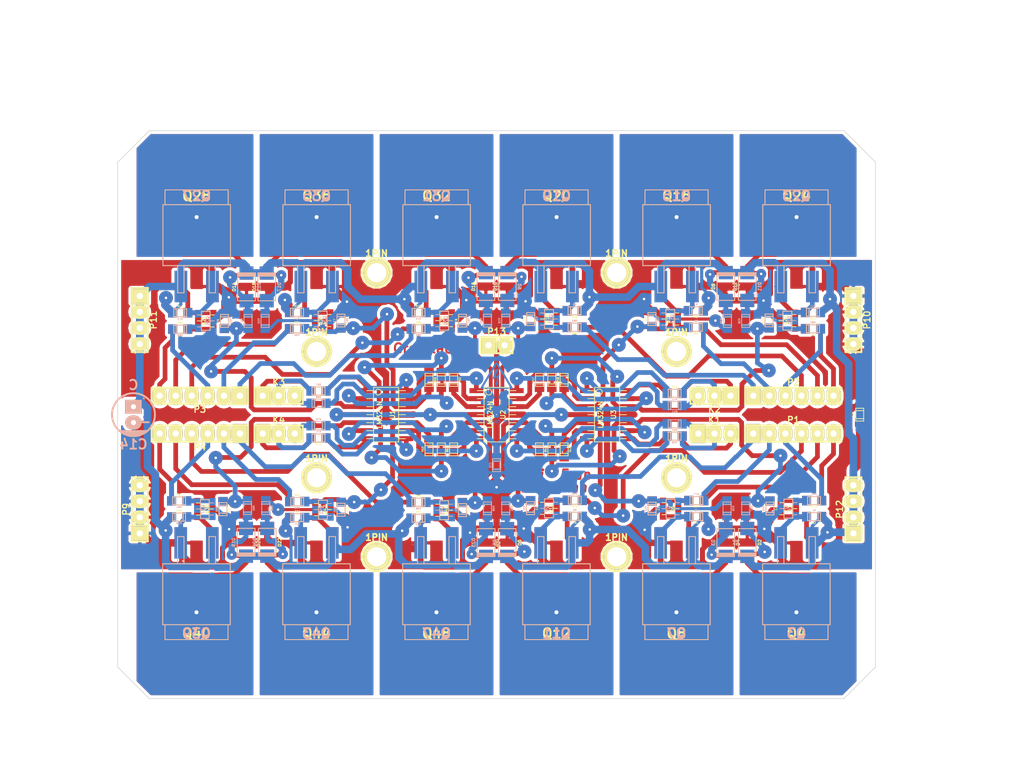
<source format=kicad_pcb>
(kicad_pcb (version 3) (host pcbnew "(2013-07-07 BZR 4022)-stable")
  (layers (15 F.Cu signal) (0 B.Cu signal) (18 B.Paste user) (19 F.Paste user) (20 B.SilkS user) (21 F.SilkS user) (22 B.Mask user) (23 F.Mask user) (28 Edge.Cuts user))
  (net 0 "")
  (net 1 /Detector_Cruce/Fase12)
  (net 2 /Detector_Cruce/Fase13)
  (net 3 /Detector_Cruce/Fase23)
  (net 4 /Detector_Cruce/Zero11)
  (net 5 /Detector_Cruce/Zero12)
  (net 6 /Detector_Cruce/Zero13)
  (net 7 /Detector_Cruce/Zero21)
  (net 8 /Detector_Cruce/Zero22)
  (net 9 /Detector_Cruce/Zero23)
  (net 10 /Detector_Cruce/Zero31)
  (net 11 /Detector_Cruce/Zero32)
  (net 12 /Detector_Cruce/Zero33)
  (net 13 /Detector_Cruce/Zero41)
  (net 14 /Detector_Cruce/Zero42)
  (net 15 /Detector_Cruce/Zero43)
  (net 16 /MOSFET_Potencia1/Fase1)
  (net 17 /MOSFET_Potencia1/Q0)
  (net 18 /MOSFET_Potencia1/Q1)
  (net 19 /MOSFET_Potencia1/Q2)
  (net 20 /MOSFET_Potencia1/Q3)
  (net 21 /MOSFET_Potencia1/Q4)
  (net 22 /MOSFET_Potencia1/Q5)
  (net 23 /MOSFET_Potencia2/Fase1)
  (net 24 /MOSFET_Potencia2/Fase2)
  (net 25 /MOSFET_Potencia2/Q0)
  (net 26 /MOSFET_Potencia2/Q1)
  (net 27 /MOSFET_Potencia2/Q2)
  (net 28 /MOSFET_Potencia2/Q3)
  (net 29 /MOSFET_Potencia2/Q4)
  (net 30 /MOSFET_Potencia2/Q5)
  (net 31 /MOSFET_Potencia3/Fase1)
  (net 32 /MOSFET_Potencia3/Fase2)
  (net 33 /MOSFET_Potencia3/Fase3)
  (net 34 /MOSFET_Potencia3/Q0)
  (net 35 /MOSFET_Potencia3/Q1)
  (net 36 /MOSFET_Potencia3/Q2)
  (net 37 /MOSFET_Potencia3/Q3)
  (net 38 /MOSFET_Potencia3/Q4)
  (net 39 /MOSFET_Potencia3/Q5)
  (net 40 /MOSFET_Potencia4/Fase1)
  (net 41 /MOSFET_Potencia4/Fase2)
  (net 42 /MOSFET_Potencia4/Fase3)
  (net 43 /MOSFET_Potencia4/Q0)
  (net 44 /MOSFET_Potencia4/Q1)
  (net 45 /MOSFET_Potencia4/Q2)
  (net 46 /MOSFET_Potencia4/Q3)
  (net 47 /MOSFET_Potencia4/Q4)
  (net 48 /MOSFET_Potencia4/Q5)
  (net 49 GND)
  (net 50 N-00000100)
  (net 51 N-00000101)
  (net 52 N-00000102)
  (net 53 N-00000103)
  (net 54 N-00000104)
  (net 55 N-00000105)
  (net 56 N-00000106)
  (net 57 N-00000107)
  (net 58 N-00000108)
  (net 59 N-00000109)
  (net 60 N-00000110)
  (net 61 N-00000112)
  (net 62 N-00000113)
  (net 63 N-00000114)
  (net 64 N-00000115)
  (net 65 N-00000116)
  (net 66 N-00000117)
  (net 67 N-00000118)
  (net 68 N-00000119)
  (net 69 N-00000120)
  (net 70 N-00000121)
  (net 71 N-00000122)
  (net 72 N-00000123)
  (net 73 N-00000128)
  (net 74 N-00000129)
  (net 75 N-00000130)
  (net 76 N-00000131)
  (net 77 N-00000132)
  (net 78 N-00000133)
  (net 79 N-0000021)
  (net 80 N-0000022)
  (net 81 N-0000023)
  (net 82 N-0000025)
  (net 83 N-0000026)
  (net 84 N-0000027)
  (net 85 N-0000029)
  (net 86 N-0000030)
  (net 87 N-0000031)
  (net 88 N-0000032)
  (net 89 N-0000033)
  (net 90 N-0000034)
  (net 91 N-0000035)
  (net 92 N-0000036)
  (net 93 N-0000037)
  (net 94 N-0000039)
  (net 95 N-0000040)
  (net 96 N-0000041)
  (net 97 N-0000042)
  (net 98 N-0000043)
  (net 99 N-0000051)
  (net 100 N-0000052)
  (net 101 N-0000053)
  (net 102 N-0000054)
  (net 103 N-0000076)
  (net 104 N-0000077)
  (net 105 N-0000078)
  (net 106 N-0000079)
  (net 107 N-0000080)
  (net 108 N-0000081)
  (net 109 N-0000082)
  (net 110 N-0000084)
  (net 111 N-0000085)
  (net 112 N-0000086)
  (net 113 N-0000087)
  (net 114 N-0000088)
  (net 115 N-0000089)
  (net 116 N-0000090)
  (net 117 N-0000091)
  (net 118 N-0000092)
  (net 119 N-0000093)
  (net 120 N-0000094)
  (net 121 N-0000095)
  (net 122 N-0000096)
  (net 123 N-0000097)
  (net 124 N-0000098)
  (net 125 N-0000099)
  (net 126 VDD)
  (net 127 V_5v)
  (module Logo_copper_OSHW_6x6mm (layer B.Cu) (at 150 115.75 180)
    (fp_text reference G*** hide)
    (fp_text value LOGO hide)
    (fp_line (start 2.16 -2.62) (end 2.16 -3.08) (layer B.Cu) (width 0.075))
    (fp_line (start 2.25 -2.62) (end 2.3 -2.62) (layer B.Cu) (width 0.075))
    (fp_line (start 2.2 -2.65) (end 2.25 -2.62) (layer B.Cu) (width 0.075))
    (fp_line (start 2.18 -2.67) (end 2.2 -2.65) (layer B.Cu) (width 0.075))
    (fp_line (start 2.16 -2.74) (end 2.18 -2.67) (layer B.Cu) (width 0.075))
    (fp_line (start 2.6 -3.08) (end 2.65 -3.05) (layer B.Cu) (width 0.075))
    (fp_line (start 2.5 -3.08) (end 2.6 -3.08) (layer B.Cu) (width 0.075))
    (fp_line (start 2.46 -3.05) (end 2.5 -3.08) (layer B.Cu) (width 0.075))
    (fp_line (start 2.44 -2.98) (end 2.46 -3.05) (layer B.Cu) (width 0.075))
    (fp_line (start 2.44 -2.71) (end 2.44 -2.98) (layer B.Cu) (width 0.075))
    (fp_line (start 2.47 -2.65) (end 2.44 -2.71) (layer B.Cu) (width 0.075))
    (fp_line (start 2.51 -2.62) (end 2.47 -2.65) (layer B.Cu) (width 0.075))
    (fp_line (start 2.61 -2.62) (end 2.51 -2.62) (layer B.Cu) (width 0.075))
    (fp_line (start 2.65 -2.66) (end 2.61 -2.62) (layer B.Cu) (width 0.075))
    (fp_line (start 2.67 -2.73) (end 2.65 -2.66) (layer B.Cu) (width 0.075))
    (fp_line (start 2.67 -2.85) (end 2.67 -2.73) (layer B.Cu) (width 0.075))
    (fp_line (start 2.67 -2.85) (end 2.44 -2.85) (layer B.Cu) (width 0.075))
    (fp_line (start 1.92 -2.71) (end 1.92 -3.08) (layer B.Cu) (width 0.075))
    (fp_line (start 1.89 -2.65) (end 1.92 -2.71) (layer B.Cu) (width 0.075))
    (fp_line (start 1.85 -2.62) (end 1.89 -2.65) (layer B.Cu) (width 0.075))
    (fp_line (start 1.75 -2.62) (end 1.85 -2.62) (layer B.Cu) (width 0.075))
    (fp_line (start 1.7 -2.65) (end 1.75 -2.62) (layer B.Cu) (width 0.075))
    (fp_line (start 1.76 -2.81) (end 1.71 -2.84) (layer B.Cu) (width 0.075))
    (fp_line (start 1.88 -2.81) (end 1.76 -2.81) (layer B.Cu) (width 0.075))
    (fp_line (start 1.92 -2.78) (end 1.88 -2.81) (layer B.Cu) (width 0.075))
    (fp_line (start 1.87 -3.08) (end 1.92 -3.04) (layer B.Cu) (width 0.075))
    (fp_line (start 1.75 -3.08) (end 1.87 -3.08) (layer B.Cu) (width 0.075))
    (fp_line (start 1.7 -3.04) (end 1.75 -3.08) (layer B.Cu) (width 0.075))
    (fp_line (start 1.68 -2.98) (end 1.7 -3.04) (layer B.Cu) (width 0.075))
    (fp_line (start 1.68 -2.91) (end 1.68 -2.98) (layer B.Cu) (width 0.075))
    (fp_line (start 1.71 -2.84) (end 1.68 -2.91) (layer B.Cu) (width 0.075))
    (fp_line (start 1.13 -2.62) (end 1.23 -3.08) (layer B.Cu) (width 0.075))
    (fp_line (start 1.23 -3.08) (end 1.32 -2.74) (layer B.Cu) (width 0.075))
    (fp_line (start 1.32 -2.74) (end 1.42 -3.08) (layer B.Cu) (width 0.075))
    (fp_line (start 1.42 -3.08) (end 1.52 -2.62) (layer B.Cu) (width 0.075))
    (fp_line (start 0.94 -3.05) (end 0.9 -3.08) (layer B.Cu) (width 0.075))
    (fp_line (start 0.9 -3.08) (end 0.79 -3.08) (layer B.Cu) (width 0.075))
    (fp_line (start 0.79 -3.08) (end 0.75 -3.05) (layer B.Cu) (width 0.075))
    (fp_line (start 0.75 -3.05) (end 0.73 -3.02) (layer B.Cu) (width 0.075))
    (fp_line (start 0.73 -3.02) (end 0.7 -2.95) (layer B.Cu) (width 0.075))
    (fp_line (start 0.7 -2.95) (end 0.7 -2.75) (layer B.Cu) (width 0.075))
    (fp_line (start 0.7 -2.75) (end 0.73 -2.68) (layer B.Cu) (width 0.075))
    (fp_line (start 0.73 -2.68) (end 0.75 -2.65) (layer B.Cu) (width 0.075))
    (fp_line (start 0.75 -2.65) (end 0.81 -2.61) (layer B.Cu) (width 0.075))
    (fp_line (start 0.81 -2.61) (end 0.88 -2.61) (layer B.Cu) (width 0.075))
    (fp_line (start 0.88 -2.61) (end 0.94 -2.65) (layer B.Cu) (width 0.075))
    (fp_line (start 0.94 -2.38) (end 0.94 -3.08) (layer B.Cu) (width 0.075))
    (fp_line (start 0.42 -2.74) (end 0.44 -2.67) (layer B.Cu) (width 0.075))
    (fp_line (start 0.44 -2.67) (end 0.46 -2.65) (layer B.Cu) (width 0.075))
    (fp_line (start 0.46 -2.65) (end 0.51 -2.62) (layer B.Cu) (width 0.075))
    (fp_line (start 0.51 -2.62) (end 0.56 -2.62) (layer B.Cu) (width 0.075))
    (fp_line (start 0.42 -2.62) (end 0.42 -3.08) (layer B.Cu) (width 0.075))
    (fp_line (start -0.03 -2.84) (end -0.06 -2.91) (layer B.Cu) (width 0.075))
    (fp_line (start -0.06 -2.91) (end -0.06 -2.98) (layer B.Cu) (width 0.075))
    (fp_line (start -0.06 -2.98) (end -0.04 -3.04) (layer B.Cu) (width 0.075))
    (fp_line (start -0.04 -3.04) (end 0.01 -3.08) (layer B.Cu) (width 0.075))
    (fp_line (start 0.01 -3.08) (end 0.13 -3.08) (layer B.Cu) (width 0.075))
    (fp_line (start 0.13 -3.08) (end 0.18 -3.04) (layer B.Cu) (width 0.075))
    (fp_line (start 0.18 -2.78) (end 0.14 -2.81) (layer B.Cu) (width 0.075))
    (fp_line (start 0.14 -2.81) (end 0.02 -2.81) (layer B.Cu) (width 0.075))
    (fp_line (start 0.02 -2.81) (end -0.03 -2.84) (layer B.Cu) (width 0.075))
    (fp_line (start -0.04 -2.65) (end 0.01 -2.62) (layer B.Cu) (width 0.075))
    (fp_line (start 0.01 -2.62) (end 0.11 -2.62) (layer B.Cu) (width 0.075))
    (fp_line (start 0.11 -2.62) (end 0.15 -2.65) (layer B.Cu) (width 0.075))
    (fp_line (start 0.15 -2.65) (end 0.18 -2.71) (layer B.Cu) (width 0.075))
    (fp_line (start 0.18 -2.71) (end 0.18 -3.08) (layer B.Cu) (width 0.075))
    (fp_line (start -0.49 -2.69) (end -0.47 -2.65) (layer B.Cu) (width 0.075))
    (fp_line (start -0.47 -2.65) (end -0.42 -2.62) (layer B.Cu) (width 0.075))
    (fp_line (start -0.42 -2.62) (end -0.34 -2.62) (layer B.Cu) (width 0.075))
    (fp_line (start -0.34 -2.62) (end -0.3 -2.65) (layer B.Cu) (width 0.075))
    (fp_line (start -0.3 -2.65) (end -0.28 -2.71) (layer B.Cu) (width 0.075))
    (fp_line (start -0.28 -2.71) (end -0.28 -3.08) (layer B.Cu) (width 0.075))
    (fp_line (start -0.49 -2.38) (end -0.49 -3.08) (layer B.Cu) (width 0.075))
    (fp_line (start -1.54 -2.85) (end -1.77 -2.85) (layer B.Cu) (width 0.075))
    (fp_line (start -1.32 -2.68) (end -1.3 -2.65) (layer B.Cu) (width 0.075))
    (fp_line (start -1.3 -2.65) (end -1.26 -2.62) (layer B.Cu) (width 0.075))
    (fp_line (start -1.26 -2.62) (end -1.17 -2.62) (layer B.Cu) (width 0.075))
    (fp_line (start -1.17 -2.62) (end -1.13 -2.65) (layer B.Cu) (width 0.075))
    (fp_line (start -1.13 -2.65) (end -1.11 -2.71) (layer B.Cu) (width 0.075))
    (fp_line (start -1.11 -2.71) (end -1.11 -3.08) (layer B.Cu) (width 0.075))
    (fp_line (start -1.32 -2.62) (end -1.32 -3.08) (layer B.Cu) (width 0.075))
    (fp_line (start -1.54 -2.85) (end -1.54 -2.73) (layer B.Cu) (width 0.075))
    (fp_line (start -1.54 -2.73) (end -1.56 -2.66) (layer B.Cu) (width 0.075))
    (fp_line (start -1.56 -2.66) (end -1.6 -2.62) (layer B.Cu) (width 0.075))
    (fp_line (start -1.6 -2.62) (end -1.7 -2.62) (layer B.Cu) (width 0.075))
    (fp_line (start -1.7 -2.62) (end -1.74 -2.65) (layer B.Cu) (width 0.075))
    (fp_line (start -1.74 -2.65) (end -1.77 -2.71) (layer B.Cu) (width 0.075))
    (fp_line (start -1.77 -2.71) (end -1.77 -2.98) (layer B.Cu) (width 0.075))
    (fp_line (start -1.77 -2.98) (end -1.75 -3.05) (layer B.Cu) (width 0.075))
    (fp_line (start -1.75 -3.05) (end -1.71 -3.08) (layer B.Cu) (width 0.075))
    (fp_line (start -1.71 -3.08) (end -1.61 -3.08) (layer B.Cu) (width 0.075))
    (fp_line (start -1.61 -3.08) (end -1.56 -3.05) (layer B.Cu) (width 0.075))
    (fp_line (start -2.2 -2.65) (end -2.16 -2.62) (layer B.Cu) (width 0.075))
    (fp_line (start -2.16 -2.62) (end -2.06 -2.62) (layer B.Cu) (width 0.075))
    (fp_line (start -2.06 -2.62) (end -2.02 -2.65) (layer B.Cu) (width 0.075))
    (fp_line (start -2.02 -2.65) (end -1.99 -2.68) (layer B.Cu) (width 0.075))
    (fp_line (start -1.99 -2.68) (end -1.97 -2.74) (layer B.Cu) (width 0.075))
    (fp_line (start -1.97 -2.74) (end -1.97 -2.96) (layer B.Cu) (width 0.075))
    (fp_line (start -1.97 -2.96) (end -1.99 -3.02) (layer B.Cu) (width 0.075))
    (fp_line (start -1.99 -3.02) (end -2.01 -3.05) (layer B.Cu) (width 0.075))
    (fp_line (start -2.01 -3.05) (end -2.05 -3.08) (layer B.Cu) (width 0.075))
    (fp_line (start -2.05 -3.08) (end -2.15 -3.08) (layer B.Cu) (width 0.075))
    (fp_line (start -2.15 -3.08) (end -2.2 -3.05) (layer B.Cu) (width 0.075))
    (fp_line (start -2.2 -3.32) (end -2.2 -2.62) (layer B.Cu) (width 0.075))
    (fp_line (start -2.51 -2.62) (end -2.59 -2.62) (layer B.Cu) (width 0.075))
    (fp_line (start -2.59 -2.62) (end -2.63 -2.65) (layer B.Cu) (width 0.075))
    (fp_line (start -2.63 -2.65) (end -2.65 -2.68) (layer B.Cu) (width 0.075))
    (fp_line (start -2.65 -2.68) (end -2.68 -2.75) (layer B.Cu) (width 0.075))
    (fp_line (start -2.59 -3.08) (end -2.51 -3.08) (layer B.Cu) (width 0.075))
    (fp_line (start -2.51 -3.08) (end -2.46 -3.05) (layer B.Cu) (width 0.075))
    (fp_line (start -2.46 -3.05) (end -2.44 -3.02) (layer B.Cu) (width 0.075))
    (fp_line (start -2.44 -3.02) (end -2.42 -2.95) (layer B.Cu) (width 0.075))
    (fp_line (start -2.42 -2.95) (end -2.42 -2.75) (layer B.Cu) (width 0.075))
    (fp_line (start -2.42 -2.75) (end -2.44 -2.69) (layer B.Cu) (width 0.075))
    (fp_line (start -2.44 -2.69) (end -2.46 -2.66) (layer B.Cu) (width 0.075))
    (fp_line (start -2.46 -2.66) (end -2.51 -2.62) (layer B.Cu) (width 0.075))
    (fp_line (start -2.68 -2.75) (end -2.68 -2.95) (layer B.Cu) (width 0.075))
    (fp_line (start -2.68 -2.95) (end -2.66 -3.01) (layer B.Cu) (width 0.075))
    (fp_line (start -2.66 -3.01) (end -2.64 -3.04) (layer B.Cu) (width 0.075))
    (fp_line (start -2.64 -3.04) (end -2.59 -3.08) (layer B.Cu) (width 0.075))
    (fp_poly (pts (xy -1.51384 2.24536) (xy -1.48844 2.23012) (xy -1.43002 2.19456) (xy -1.3462 2.13868) (xy -1.24714 2.07264) (xy -1.14808 2.0066) (xy -1.0668 1.95326) (xy -1.01092 1.91516) (xy -0.98552 1.90246) (xy -0.97282 1.90754) (xy -0.9271 1.9304) (xy -0.85852 1.96596) (xy -0.81788 1.98628) (xy -0.75692 2.01168) (xy -0.7239 2.0193) (xy -0.71882 2.00914) (xy -0.69596 1.96088) (xy -0.6604 1.8796) (xy -0.61468 1.77038) (xy -0.5588 1.64338) (xy -0.50292 1.50876) (xy -0.4445 1.36906) (xy -0.38862 1.23444) (xy -0.34036 1.11506) (xy -0.29972 1.01854) (xy -0.27432 0.94996) (xy -0.26416 0.92202) (xy -0.2667 0.9144) (xy -0.29972 0.88392) (xy -0.35306 0.84328) (xy -0.47244 0.74676) (xy -0.58928 0.60198) (xy -0.6604 0.43688) (xy -0.68326 0.25146) (xy -0.66294 0.08128) (xy -0.5969 -0.08128) (xy -0.4826 -0.2286) (xy -0.3429 -0.33782) (xy -0.18034 -0.4064) (xy 0 -0.42926) (xy 0.17272 -0.40894) (xy 0.34036 -0.3429) (xy 0.48768 -0.23114) (xy 0.55118 -0.16002) (xy 0.63754 -0.01016) (xy 0.6858 0.14732) (xy 0.69088 0.18796) (xy 0.68326 0.36322) (xy 0.63246 0.5334) (xy 0.53848 0.68326) (xy 0.40894 0.80772) (xy 0.3937 0.81788) (xy 0.33528 0.8636) (xy 0.29464 0.89408) (xy 0.26416 0.91948) (xy 0.48768 1.45796) (xy 0.52324 1.54178) (xy 0.5842 1.6891) (xy 0.63754 1.8161) (xy 0.68072 1.9177) (xy 0.7112 1.98374) (xy 0.7239 2.01168) (xy 0.7239 2.01422) (xy 0.74422 2.01676) (xy 0.78486 2.00152) (xy 0.86106 1.96596) (xy 0.90932 1.94056) (xy 0.96774 1.91262) (xy 0.99314 1.90246) (xy 1.016 1.91516) (xy 1.06934 1.95072) (xy 1.15062 2.00406) (xy 1.24714 2.06756) (xy 1.33858 2.13106) (xy 1.4224 2.18694) (xy 1.48336 2.22504) (xy 1.51384 2.24282) (xy 1.51892 2.24282) (xy 1.54432 2.22758) (xy 1.59258 2.18694) (xy 1.66624 2.11836) (xy 1.77038 2.01422) (xy 1.78562 1.99898) (xy 1.87198 1.91262) (xy 1.94056 1.83896) (xy 1.98628 1.78816) (xy 2.00406 1.7653) (xy 2.00406 1.7653) (xy 1.98882 1.73482) (xy 1.95072 1.67386) (xy 1.89484 1.5875) (xy 1.82626 1.48844) (xy 1.64846 1.22936) (xy 1.74498 0.98552) (xy 1.77546 0.90932) (xy 1.81356 0.82042) (xy 1.8415 0.75438) (xy 1.85674 0.72644) (xy 1.88214 0.71628) (xy 1.95072 0.70104) (xy 2.04724 0.68072) (xy 2.16154 0.6604) (xy 2.2733 0.64008) (xy 2.37236 0.61976) (xy 2.44348 0.60706) (xy 2.4765 0.59944) (xy 2.48412 0.59436) (xy 2.49174 0.57912) (xy 2.49428 0.5461) (xy 2.49682 0.48514) (xy 2.49936 0.39116) (xy 2.49936 0.25146) (xy 2.49936 0.23622) (xy 2.49682 0.10668) (xy 2.49428 0) (xy 2.49174 -0.06604) (xy 2.48666 -0.09398) (xy 2.48666 -0.09398) (xy 2.45618 -0.1016) (xy 2.38506 -0.11684) (xy 2.286 -0.13462) (xy 2.16662 -0.15748) (xy 2.159 -0.16002) (xy 2.04216 -0.18288) (xy 1.9431 -0.2032) (xy 1.87198 -0.21844) (xy 1.84404 -0.2286) (xy 1.83642 -0.23622) (xy 1.81356 -0.28194) (xy 1.78054 -0.3556) (xy 1.7399 -0.4445) (xy 1.7018 -0.53848) (xy 1.66878 -0.6223) (xy 1.64592 -0.68326) (xy 1.6383 -0.7112) (xy 1.64084 -0.71374) (xy 1.65862 -0.74168) (xy 1.69926 -0.80264) (xy 1.75514 -0.88646) (xy 1.82372 -0.98806) (xy 1.8288 -0.99568) (xy 1.89738 -1.09474) (xy 1.95326 -1.1811) (xy 1.98882 -1.23952) (xy 2.00406 -1.26746) (xy 2.00406 -1.27) (xy 1.9812 -1.30048) (xy 1.9304 -1.35636) (xy 1.85674 -1.43256) (xy 1.77038 -1.52146) (xy 1.74244 -1.54686) (xy 1.64338 -1.64338) (xy 1.57734 -1.70434) (xy 1.53416 -1.73736) (xy 1.51384 -1.74498) (xy 1.51384 -1.74498) (xy 1.48336 -1.7272) (xy 1.41986 -1.68656) (xy 1.33604 -1.62814) (xy 1.23444 -1.55956) (xy 1.22682 -1.55448) (xy 1.12776 -1.4859) (xy 1.04394 -1.43002) (xy 0.98552 -1.38938) (xy 0.95758 -1.37414) (xy 0.95504 -1.37414) (xy 0.9144 -1.38684) (xy 0.84328 -1.41224) (xy 0.75438 -1.44526) (xy 0.66294 -1.48336) (xy 0.57912 -1.51892) (xy 0.51562 -1.54686) (xy 0.48514 -1.56464) (xy 0.48514 -1.56464) (xy 0.47498 -1.6002) (xy 0.4572 -1.6764) (xy 0.43688 -1.778) (xy 0.41148 -1.89992) (xy 0.40894 -1.92024) (xy 0.38608 -2.03962) (xy 0.3683 -2.13868) (xy 0.35306 -2.20726) (xy 0.34544 -2.2352) (xy 0.3302 -2.23774) (xy 0.27178 -2.24282) (xy 0.18288 -2.24536) (xy 0.07366 -2.24536) (xy -0.0381 -2.24536) (xy -0.14732 -2.24282) (xy -0.2413 -2.24028) (xy -0.30988 -2.2352) (xy -0.33782 -2.23012) (xy -0.33782 -2.22758) (xy -0.34798 -2.18948) (xy -0.36576 -2.11582) (xy -0.38608 -2.01168) (xy -0.40894 -1.88976) (xy -0.41402 -1.8669) (xy -0.43688 -1.75006) (xy -0.4572 -1.651) (xy -0.4699 -1.58496) (xy -0.47752 -1.55702) (xy -0.49022 -1.55194) (xy -0.53848 -1.53162) (xy -0.61722 -1.4986) (xy -0.71628 -1.45796) (xy -0.94488 -1.36652) (xy -1.22682 -1.55702) (xy -1.25222 -1.5748) (xy -1.35382 -1.64338) (xy -1.4351 -1.69926) (xy -1.49352 -1.73736) (xy -1.51638 -1.75006) (xy -1.51892 -1.75006) (xy -1.54686 -1.72466) (xy -1.60274 -1.67132) (xy -1.67894 -1.59766) (xy -1.76784 -1.5113) (xy -1.83134 -1.44526) (xy -1.91008 -1.36652) (xy -1.95834 -1.31318) (xy -1.98628 -1.28016) (xy -1.9939 -1.25984) (xy -1.99136 -1.2446) (xy -1.97358 -1.21666) (xy -1.93294 -1.1557) (xy -1.87452 -1.06934) (xy -1.80594 -0.97028) (xy -1.75006 -0.88646) (xy -1.6891 -0.79248) (xy -1.651 -0.72644) (xy -1.63576 -0.69342) (xy -1.64084 -0.68072) (xy -1.65862 -0.62484) (xy -1.69418 -0.54102) (xy -1.73482 -0.44196) (xy -1.83388 -0.22098) (xy -1.97866 -0.19304) (xy -2.06756 -0.17526) (xy -2.18948 -0.1524) (xy -2.30886 -0.12954) (xy -2.49174 -0.09398) (xy -2.49936 0.58166) (xy -2.47142 0.59436) (xy -2.44348 0.60198) (xy -2.3749 0.61722) (xy -2.27838 0.63754) (xy -2.16154 0.65786) (xy -2.06502 0.67564) (xy -1.96596 0.69596) (xy -1.89484 0.70866) (xy -1.86436 0.71628) (xy -1.8542 0.72644) (xy -1.83134 0.7747) (xy -1.79578 0.8509) (xy -1.75514 0.94234) (xy -1.71704 1.03632) (xy -1.68148 1.12522) (xy -1.65862 1.19126) (xy -1.64846 1.22428) (xy -1.66116 1.25222) (xy -1.69926 1.31064) (xy -1.7526 1.39192) (xy -1.82118 1.49098) (xy -1.88722 1.5875) (xy -1.94564 1.67132) (xy -1.98374 1.73228) (xy -2.00152 1.76022) (xy -1.99136 1.778) (xy -1.95326 1.82626) (xy -1.8796 1.90246) (xy -1.76784 2.01168) (xy -1.75006 2.02946) (xy -1.6637 2.11328) (xy -1.59004 2.18186) (xy -1.5367 2.22758) (xy -1.51384 2.24536)) (layer B.Cu) (width 0.00254))
  )
  (module Logo_copper_high_voltage_5x4.2mm (layer B.Cu) (at 150 111.3)
    (fp_text reference G*** hide)
    (fp_text value LOGO hide)
    (fp_poly (pts (xy 2.49936 1.85928) (xy 2.49682 1.91008) (xy 2.49174 1.95834) (xy 2.47904 2.00406) (xy 2.45872 2.04216) (xy 2.44856 2.0574) (xy 2.43586 2.0701) (xy 2.42316 2.0828) (xy 2.40538 2.09296) (xy 2.3876 2.10312) (xy 2.34442 2.1209) (xy 2.11074 2.1209) (xy 2.11074 1.8034) (xy 2.10566 1.79578) (xy 2.09804 1.78308) (xy 2.08788 1.7653) (xy 2.07264 1.74244) (xy 2.06502 1.72974) (xy 2.05486 1.7145) (xy 2.04978 1.70434) (xy 2.04216 1.69164) (xy 2.03454 1.68148) (xy 2.02692 1.67132) (xy 2.0193 1.65862) (xy 2.01168 1.64592) (xy 2.00152 1.62814) (xy 1.98882 1.60782) (xy 1.97612 1.58496) (xy 1.95834 1.55702) (xy 1.93802 1.524) (xy 1.91516 1.4859) (xy 1.88722 1.44018) (xy 1.85674 1.38684) (xy 1.82372 1.33096) (xy 1.79324 1.2827) (xy 1.76784 1.23698) (xy 1.74244 1.19634) (xy 1.71958 1.15824) (xy 1.69926 1.12268) (xy 1.68148 1.09474) (xy 1.66878 1.07442) (xy 1.65862 1.05918) (xy 1.65354 1.05156) (xy 1.64846 1.0414) (xy 1.6383 1.02362) (xy 1.6256 1.0033) (xy 1.61036 0.97536) (xy 1.59258 0.94742) (xy 1.58496 0.93218) (xy 1.5621 0.89662) (xy 1.53924 0.85852) (xy 1.51384 0.81788) (xy 1.49352 0.77978) (xy 1.4732 0.74676) (xy 1.4732 0.74422) (xy 1.45288 0.71374) (xy 1.4351 0.68072) (xy 1.41732 0.65024) (xy 1.39954 0.62484) (xy 1.38938 0.60452) (xy 1.37668 0.5842) (xy 1.3589 0.55626) (xy 1.34112 0.52578) (xy 1.32334 0.49276) (xy 1.30302 0.45974) (xy 1.30302 0.45974) (xy 1.2827 0.42418) (xy 1.25984 0.38608) (xy 1.23444 0.3429) (xy 1.20904 0.30226) (xy 1.18872 0.2667) (xy 1.1684 0.23368) (xy 1.14554 0.19304) (xy 1.12014 0.14986) (xy 1.09474 0.10668) (xy 1.06934 0.06604) (xy 1.05918 0.04826) (xy 1.03632 0.01016) (xy 1.01092 -0.02794) (xy 0.98552 -0.07112) (xy 0.96266 -0.11176) (xy 0.9398 -0.14986) (xy 0.93218 -0.1651) (xy 0.9144 -0.19304) (xy 0.89662 -0.22098) (xy 0.88392 -0.24384) (xy 0.87122 -0.26416) (xy 0.8636 -0.27686) (xy 0.8636 -0.2794) (xy 0.85598 -0.28956) (xy 0.84582 -0.30734) (xy 0.83312 -0.32766) (xy 0.81788 -0.35306) (xy 0.80772 -0.37084) (xy 0.79248 -0.39878) (xy 0.77724 -0.42164) (xy 0.76454 -0.44196) (xy 0.75692 -0.4572) (xy 0.75184 -0.46482) (xy 0.74676 -0.47498) (xy 0.7366 -0.49022) (xy 0.7239 -0.51308) (xy 0.70866 -0.53848) (xy 0.69088 -0.56642) (xy 0.68326 -0.57912) (xy 0.66294 -0.61468) (xy 0.63754 -0.65532) (xy 0.61214 -0.6985) (xy 0.58674 -0.74168) (xy 0.56642 -0.77978) (xy 0.56388 -0.77978) (xy 0.5461 -0.81026) (xy 0.52832 -0.84074) (xy 0.51308 -0.86614) (xy 0.50038 -0.889) (xy 0.49022 -0.90424) (xy 0.48768 -0.90932) (xy 0.47752 -0.92456) (xy 0.46482 -0.94742) (xy 0.44704 -0.9779) (xy 0.42672 -1.01346) (xy 0.40132 -1.05156) (xy 0.37592 -1.09728) (xy 0.34798 -1.143) (xy 0.3175 -1.19126) (xy 0.28702 -1.24206) (xy 0.25908 -1.29032) (xy 0.2286 -1.33858) (xy 0.20066 -1.38684) (xy 0.17272 -1.43002) (xy 0.14986 -1.47066) (xy 0.127 -1.50622) (xy 0.10922 -1.5367) (xy 0.10668 -1.53924) (xy 0.08636 -1.57226) (xy 0.06604 -1.60274) (xy 0.04826 -1.63322) (xy 0.03048 -1.65862) (xy 0.0127 -1.68148) (xy 0.00254 -1.69926) (xy -0.00508 -1.71196) (xy -0.01016 -1.71704) (xy -0.0127 -1.71196) (xy -0.02032 -1.69926) (xy -0.03302 -1.68148) (xy -0.0508 -1.65354) (xy -0.07112 -1.62052) (xy -0.09398 -1.57988) (xy -0.12192 -1.53416) (xy -0.1524 -1.4859) (xy -0.18542 -1.43002) (xy -0.21844 -1.3716) (xy -0.25654 -1.3081) (xy -0.29464 -1.2446) (xy -0.33528 -1.17602) (xy -0.3556 -1.14046) (xy -0.36322 -1.1303) (xy -0.37592 -1.10998) (xy -0.38862 -1.08712) (xy -0.4064 -1.05664) (xy -0.42418 -1.02616) (xy -0.4445 -0.99314) (xy -0.52832 -0.8509) (xy -0.6096 -0.71374) (xy -0.68834 -0.5842) (xy -0.762 -0.4572) (xy -0.83566 -0.33274) (xy -0.90678 -0.21082) (xy -0.9271 -0.17526) (xy -0.94742 -0.14478) (xy -0.9652 -0.1143) (xy -0.98044 -0.08636) (xy -0.99568 -0.0635) (xy -1.00584 -0.04572) (xy -1.00838 -0.04064) (xy -1.016 -0.02794) (xy -1.0287 -0.00508) (xy -1.04394 0.01778) (xy -1.06172 0.04826) (xy -1.08204 0.08128) (xy -1.09474 0.10414) (xy -1.11506 0.13716) (xy -1.13284 0.16764) (xy -1.15062 0.19812) (xy -1.16586 0.22352) (xy -1.17856 0.2413) (xy -1.18364 0.25146) (xy -1.1938 0.26924) (xy -1.20904 0.2921) (xy -1.22428 0.32004) (xy -1.23952 0.34544) (xy -1.24206 0.35052) (xy -1.26492 0.39116) (xy -1.29032 0.4318) (xy -1.31318 0.47244) (xy -1.33604 0.51308) (xy -1.3589 0.5461) (xy -1.37414 0.57404) (xy -1.38176 0.5842) (xy -1.39446 0.60706) (xy -1.40716 0.62992) (xy -1.41732 0.6477) (xy -1.41986 0.65024) (xy -1.42494 0.66294) (xy -1.43764 0.68326) (xy -1.45542 0.7112) (xy -1.47574 0.74676) (xy -1.50114 0.78994) (xy -1.53162 0.84074) (xy -1.56464 0.89916) (xy -1.60274 0.96012) (xy -1.64338 1.03124) (xy -1.6891 1.1049) (xy -1.6891 1.10744) (xy -1.71196 1.14808) (xy -1.73736 1.18872) (xy -1.76276 1.2319) (xy -1.78562 1.27254) (xy -1.80848 1.31064) (xy -1.82118 1.33096) (xy -1.8415 1.36398) (xy -1.85928 1.397) (xy -1.8796 1.43002) (xy -1.89484 1.45796) (xy -1.91008 1.48082) (xy -1.91262 1.48336) (xy -1.92532 1.50876) (xy -1.94056 1.53162) (xy -1.95072 1.55194) (xy -1.96088 1.56718) (xy -1.9812 1.60274) (xy -2.00152 1.63576) (xy -2.02184 1.67132) (xy -2.03962 1.70434) (xy -2.0574 1.73228) (xy -2.07264 1.75768) (xy -2.08534 1.778) (xy -2.09296 1.79324) (xy -2.09804 1.79832) (xy -2.09804 1.79832) (xy -2.10312 1.80594) (xy -2.10312 1.80848) (xy -2.09804 1.80848) (xy -2.0828 1.80848) (xy -2.05994 1.80848) (xy -2.02692 1.80848) (xy -1.98374 1.80848) (xy -1.93294 1.81102) (xy -1.87706 1.81102) (xy -1.81102 1.81102) (xy -1.73736 1.81102) (xy -1.65608 1.81102) (xy -1.56972 1.81102) (xy -1.47574 1.81102) (xy -1.37668 1.81102) (xy -1.27 1.81102) (xy -1.15824 1.81102) (xy -1.04394 1.81102) (xy -0.92202 1.81102) (xy -0.79756 1.81102) (xy -0.66802 1.81102) (xy -0.53594 1.81102) (xy -0.39878 1.81102) (xy -0.25908 1.81102) (xy -0.1143 1.81102) (xy 0.00508 1.81102) (xy 0.1778 1.81102) (xy 0.3429 1.81102) (xy 0.4953 1.81102) (xy 0.64008 1.81102) (xy 0.77724 1.81102) (xy 0.90424 1.81102) (xy 1.02362 1.81102) (xy 1.13538 1.81102) (xy 1.23952 1.81102) (xy 1.33604 1.81102) (xy 1.42494 1.81102) (xy 1.50622 1.81102) (xy 1.58242 1.81102) (xy 1.651 1.81102) (xy 1.71196 1.81102) (xy 1.77038 1.81102) (xy 1.82118 1.81102) (xy 1.8669 1.81102) (xy 1.90754 1.81102) (xy 1.9431 1.81102) (xy 1.97612 1.81102) (xy 2.00406 1.80848) (xy 2.02692 1.80848) (xy 2.04724 1.80848) (xy 2.06248 1.80848) (xy 2.07772 1.80848) (xy 2.08788 1.80848) (xy 2.0955 1.80594) (xy 2.10312 1.80594) (xy 2.10566 1.80594) (xy 2.1082 1.80594) (xy 2.11074 1.8034) (xy 2.11074 1.8034) (xy 2.11074 2.1209) (xy 0.01016 2.12344) (xy -2.32156 2.12598) (xy -2.36474 2.1082) (xy -2.40792 2.08788) (xy -2.44094 2.05994) (xy -2.46634 2.02946) (xy -2.48412 1.99136) (xy -2.49428 1.94564) (xy -2.49936 1.89992) (xy -2.49936 1.88468) (xy -2.49682 1.87452) (xy -2.49682 1.86436) (xy -2.49428 1.85166) (xy -2.4892 1.83896) (xy -2.48158 1.82372) (xy -2.46888 1.8034) (xy -2.45618 1.778) (xy -2.43586 1.74752) (xy -2.4257 1.72974) (xy -2.41046 1.7018) (xy -2.39268 1.67386) (xy -2.37998 1.64846) (xy -2.36728 1.63068) (xy -2.35966 1.61798) (xy -2.35204 1.6002) (xy -2.3368 1.57734) (xy -2.32156 1.5494) (xy -2.30378 1.51892) (xy -2.28346 1.48336) (xy -2.26314 1.45034) (xy -2.24282 1.41732) (xy -2.24028 1.41224) (xy -2.22758 1.39192) (xy -2.21488 1.36906) (xy -2.1971 1.34112) (xy -2.17932 1.31064) (xy -2.16154 1.28016) (xy -2.14122 1.24714) (xy -2.11836 1.2065) (xy -2.0955 1.16586) (xy -2.07264 1.12776) (xy -2.0574 1.10236) (xy -2.03962 1.07188) (xy -2.0193 1.03632) (xy -1.99898 1.0033) (xy -1.9812 0.97282) (xy -1.9685 0.94996) (xy -1.95326 0.92456) (xy -1.93548 0.89408) (xy -1.91516 0.86106) (xy -1.89484 0.82804) (xy -1.87706 0.79502) (xy -1.85674 0.76454) (xy -1.83896 0.73152) (xy -1.81864 0.6985) (xy -1.8034 0.6731) (xy -1.7907 0.65024) (xy -1.7907 0.65024) (xy -1.78308 0.63754) (xy -1.77546 0.62484) (xy -1.7653 0.60706) (xy -1.75514 0.58928) (xy -1.7399 0.56896) (xy -1.72466 0.54102) (xy -1.70688 0.51054) (xy -1.68656 0.47752) (xy -1.6637 0.43434) (xy -1.63576 0.38862) (xy -1.60274 0.33528) (xy -1.56718 0.27432) (xy -1.52654 0.2032) (xy -1.524 0.20066) (xy -1.50114 0.16256) (xy -1.47828 0.127) (xy -1.45796 0.0889) (xy -1.43764 0.05842) (xy -1.4224 0.03048) (xy -1.4097 0.00762) (xy -1.40462 0) (xy -1.39446 -0.01524) (xy -1.37922 -0.0381) (xy -1.36144 -0.06858) (xy -1.34112 -0.10414) (xy -1.3208 -0.1397) (xy -1.29794 -0.18034) (xy -1.27762 -0.21336) (xy -1.23444 -0.28448) (xy -1.19634 -0.35052) (xy -1.15824 -0.41402) (xy -1.12268 -0.47498) (xy -1.08966 -0.52832) (xy -1.05918 -0.57912) (xy -1.03378 -0.6223) (xy -1.01346 -0.65532) (xy -1.0033 -0.67564) (xy -0.99314 -0.69088) (xy -0.98044 -0.71628) (xy -0.96266 -0.74422) (xy -0.9398 -0.77978) (xy -0.91694 -0.82042) (xy -0.89408 -0.86106) (xy -0.86868 -0.90424) (xy -0.84836 -0.93472) (xy -0.82296 -0.98044) (xy -0.79502 -1.02616) (xy -0.76962 -1.06934) (xy -0.74422 -1.11252) (xy -0.72136 -1.15062) (xy -0.70104 -1.18364) (xy -0.6858 -1.21158) (xy -0.67818 -1.22428) (xy -0.6604 -1.25476) (xy -0.64008 -1.29032) (xy -0.61976 -1.32588) (xy -0.59944 -1.35636) (xy -0.58928 -1.37414) (xy -0.57404 -1.39954) (xy -0.55626 -1.43256) (xy -0.53594 -1.46558) (xy -0.51562 -1.50114) (xy -0.50038 -1.52654) (xy -0.46228 -1.5875) (xy -0.4318 -1.64338) (xy -0.40132 -1.69418) (xy -0.37592 -1.73736) (xy -0.3556 -1.77292) (xy -0.33782 -1.80086) (xy -0.32766 -1.82118) (xy -0.32004 -1.83134) (xy -0.31242 -1.84404) (xy -0.29972 -1.86436) (xy -0.28702 -1.88722) (xy -0.27178 -1.91262) (xy -0.26924 -1.9177) (xy -0.24638 -1.95834) (xy -0.22606 -1.98882) (xy -0.21082 -2.01422) (xy -0.19558 -2.03454) (xy -0.18288 -2.04978) (xy -0.17018 -2.06248) (xy -0.15494 -2.07264) (xy -0.1397 -2.0828) (xy -0.12192 -2.09042) (xy -0.09906 -2.09804) (xy -0.09652 -2.10058) (xy -0.07366 -2.1082) (xy -0.05842 -2.11328) (xy -0.04318 -2.11582) (xy -0.02794 -2.11582) (xy -0.00508 -2.11582) (xy 0.03556 -2.11074) (xy 0.07366 -2.10058) (xy 0.11176 -2.0828) (xy 0.14478 -2.0574) (xy 0.17526 -2.02438) (xy 0.20574 -1.98374) (xy 0.23622 -1.93294) (xy 0.25146 -1.90246) (xy 0.25908 -1.88976) (xy 0.26924 -1.86944) (xy 0.28448 -1.8415) (xy 0.30226 -1.81102) (xy 0.32512 -1.77546) (xy 0.34798 -1.73482) (xy 0.37084 -1.69418) (xy 0.39624 -1.65354) (xy 0.42164 -1.61036) (xy 0.4445 -1.56972) (xy 0.46736 -1.53416) (xy 0.47498 -1.52146) (xy 0.48768 -1.4986) (xy 0.50292 -1.4732) (xy 0.5207 -1.44272) (xy 0.54102 -1.4097) (xy 0.56134 -1.37668) (xy 0.56134 -1.37414) (xy 0.58928 -1.33096) (xy 0.61976 -1.27762) (xy 0.65532 -1.2192) (xy 0.69342 -1.15316) (xy 0.73914 -1.0795) (xy 0.7874 -0.99822) (xy 0.8382 -0.9144) (xy 0.89154 -0.82296) (xy 0.94996 -0.72644) (xy 1.01092 -0.62484) (xy 1.07442 -0.5207) (xy 1.14046 -0.41148) (xy 1.20904 -0.29718) (xy 1.27762 -0.18288) (xy 1.34874 -0.06604) (xy 1.41986 0.0508) (xy 1.43764 0.08128) (xy 1.47066 0.13462) (xy 1.50368 0.1905) (xy 1.54178 0.25146) (xy 1.57734 0.31242) (xy 1.61544 0.37592) (xy 1.65354 0.43688) (xy 1.69164 0.49784) (xy 1.72466 0.55626) (xy 1.75768 0.6096) (xy 1.78816 0.65786) (xy 1.81356 0.70104) (xy 1.82626 0.72644) (xy 1.86944 0.79756) (xy 1.90754 0.86106) (xy 1.9431 0.91694) (xy 1.97612 0.97028) (xy 2.00406 1.02108) (xy 2.03454 1.0668) (xy 2.06248 1.11252) (xy 2.09042 1.15824) (xy 2.11836 1.2065) (xy 2.1463 1.25222) (xy 2.1971 1.3335) (xy 2.24282 1.4097) (xy 2.28346 1.47574) (xy 2.32156 1.53924) (xy 2.35204 1.59258) (xy 2.38252 1.64338) (xy 2.40792 1.6891) (xy 2.43078 1.72974) (xy 2.4511 1.76784) (xy 2.46888 1.79832) (xy 2.49936 1.85928) (xy 2.49936 1.85928)) (layer B.Cu) (width 0.00254))
    (fp_poly (pts (xy 0.508 -0.1778) (xy 0.50546 -0.17272) (xy 0.50292 -0.16002) (xy 0.49784 -0.14224) (xy 0.49276 -0.11938) (xy 0.49276 -0.1143) (xy 0.4826 -0.08382) (xy 0.47498 -0.0508) (xy 0.46482 -0.0127) (xy 0.45466 0.01778) (xy 0.45466 0.02032) (xy 0.44704 0.04318) (xy 0.44196 0.06604) (xy 0.43688 0.08636) (xy 0.42926 0.10922) (xy 0.42164 0.13462) (xy 0.41402 0.1651) (xy 0.4064 0.20066) (xy 0.3937 0.2413) (xy 0.381 0.2921) (xy 0.37846 0.29464) (xy 0.36576 0.34798) (xy 0.35306 0.39116) (xy 0.3429 0.42926) (xy 0.33528 0.45974) (xy 0.32766 0.49022) (xy 0.32004 0.51562) (xy 0.31242 0.54102) (xy 0.3048 0.56642) (xy 0.3048 0.5715) (xy 0.29718 0.60198) (xy 0.28956 0.62992) (xy 0.28194 0.65786) (xy 0.27686 0.67818) (xy 0.27432 0.68326) (xy 0.254 0.75692) (xy 0.23622 0.82804) (xy 0.21844 0.89408) (xy 0.20066 0.95504) (xy 0.18796 1.01092) (xy 0.17526 1.06172) (xy 0.16256 1.1049) (xy 0.15494 1.143) (xy 0.14732 1.17348) (xy 0.14224 1.1938) (xy 0.14224 1.2065) (xy 0.14224 1.20904) (xy 0.14732 1.20904) (xy 0.16002 1.20396) (xy 0.18034 1.1938) (xy 0.2032 1.18364) (xy 0.22606 1.17348) (xy 0.25908 1.15824) (xy 0.28448 1.14808) (xy 0.30226 1.14046) (xy 0.31496 1.13538) (xy 0.32512 1.13538) (xy 0.32766 1.13538) (xy 0.3302 1.13538) (xy 0.3302 1.13792) (xy 0.32766 1.14046) (xy 0.32512 1.14554) (xy 0.32004 1.15316) (xy 0.31496 1.16586) (xy 0.3048 1.1811) (xy 0.28956 1.20142) (xy 0.27178 1.22936) (xy 0.25146 1.25984) (xy 0.22352 1.30048) (xy 0.19304 1.3462) (xy 0.18796 1.35636) (xy 0.16002 1.397) (xy 0.12954 1.44018) (xy 0.09906 1.4859) (xy 0.07112 1.52908) (xy 0.04572 1.56718) (xy 0.02032 1.60274) (xy 0.01524 1.6129) (xy -0.00762 1.64846) (xy -0.0254 1.6764) (xy -0.04064 1.69672) (xy -0.0508 1.71196) (xy -0.05842 1.72212) (xy -0.0635 1.7272) (xy -0.06858 1.72974) (xy -0.06858 1.72974) (xy -0.07112 1.7272) (xy -0.07112 1.7272) (xy -0.07366 1.71958) (xy -0.0762 1.70434) (xy -0.08128 1.68402) (xy -0.08636 1.65862) (xy -0.08636 1.65862) (xy -0.0889 1.64084) (xy -0.09652 1.61544) (xy -0.1016 1.58242) (xy -0.11176 1.54178) (xy -0.11938 1.4986) (xy -0.12954 1.45288) (xy -0.1397 1.40716) (xy -0.14478 1.38938) (xy -0.15494 1.34112) (xy -0.1651 1.29286) (xy -0.17526 1.2446) (xy -0.18542 1.20142) (xy -0.19304 1.16078) (xy -0.20066 1.12776) (xy -0.20574 1.10236) (xy -0.20828 1.09728) (xy -0.21336 1.06934) (xy -0.21844 1.04648) (xy -0.22098 1.02616) (xy -0.22352 1.016) (xy -0.22352 1.01346) (xy -0.21844 1.01346) (xy -0.21336 1.016) (xy -0.2032 1.02616) (xy -0.1905 1.0414) (xy -0.17018 1.06172) (xy -0.14732 1.08712) (xy -0.12192 1.1176) (xy -0.10414 1.13792) (xy -0.0889 1.15316) (xy -0.08128 1.16078) (xy -0.07366 1.16586) (xy -0.07112 1.16586) (xy -0.07112 1.16078) (xy -0.06858 1.14554) (xy -0.06604 1.12522) (xy -0.06096 1.09982) (xy -0.05588 1.06934) (xy -0.05588 1.06172) (xy -0.04826 1.02362) (xy -0.04318 0.98044) (xy -0.03556 0.9398) (xy -0.03048 0.90424) (xy -0.0254 0.87884) (xy -0.02032 0.84582) (xy -0.01524 0.80518) (xy -0.00762 0.76454) (xy -0.00254 0.7239) (xy 0 0.70358) (xy 0.00508 0.66294) (xy 0.0127 0.61976) (xy 0.01778 0.57404) (xy 0.0254 0.53086) (xy 0.02794 0.51308) (xy 0.03556 0.47498) (xy 0.04064 0.43688) (xy 0.04572 0.39878) (xy 0.0508 0.36576) (xy 0.05334 0.34798) (xy 0.05842 0.32258) (xy 0.06096 0.29972) (xy 0.0635 0.28448) (xy 0.06604 0.27686) (xy 0.06604 0.27432) (xy 0.06604 0.27178) (xy 0.06096 0.27178) (xy 0.05588 0.27432) (xy 0.04318 0.2794) (xy 0.0254 0.28702) (xy 0.00254 0.29718) (xy -0.0254 0.31242) (xy -0.0635 0.33274) (xy -0.08636 0.3429) (xy -0.1778 0.39116) (xy -0.26162 0.43434) (xy -0.33782 0.47244) (xy -0.40386 0.50546) (xy -0.46228 0.53594) (xy -0.51054 0.5588) (xy -0.55118 0.57912) (xy -0.5842 0.59436) (xy -0.60706 0.60706) (xy -0.6223 0.61214) (xy -0.62992 0.61468) (xy -0.62992 0.61468) (xy -0.62992 0.60706) (xy -0.62484 0.59182) (xy -0.61976 0.56896) (xy -0.61214 0.53848) (xy -0.60198 0.50546) (xy -0.59182 0.46736) (xy -0.58166 0.42672) (xy -0.56896 0.38354) (xy -0.5588 0.35052) (xy -0.55118 0.3175) (xy -0.54102 0.28448) (xy -0.5334 0.254) (xy -0.52578 0.2286) (xy -0.52324 0.21336) (xy -0.51562 0.19304) (xy -0.508 0.1651) (xy -0.50038 0.13462) (xy -0.49276 0.10668) (xy -0.4826 0.07366) (xy -0.47244 0.0381) (xy -0.46482 0.00508) (xy -0.4572 -0.01524) (xy -0.44958 -0.04064) (xy -0.44196 -0.07366) (xy -0.4318 -0.10922) (xy -0.42164 -0.14478) (xy -0.41402 -0.17018) (xy -0.4064 -0.20066) (xy -0.39624 -0.23368) (xy -0.38862 -0.26416) (xy -0.381 -0.28956) (xy -0.37592 -0.3048) (xy -0.37338 -0.3175) (xy -0.36576 -0.34036) (xy -0.35814 -0.37084) (xy -0.34798 -0.4064) (xy -0.33782 -0.4445) (xy -0.32512 -0.48768) (xy -0.31242 -0.5334) (xy -0.30734 -0.55372) (xy -0.2921 -0.60452) (xy -0.2794 -0.65532) (xy -0.26416 -0.70612) (xy -0.25146 -0.75438) (xy -0.23876 -0.79756) (xy -0.2286 -0.8382) (xy -0.21844 -0.86868) (xy -0.21844 -0.87376) (xy -0.20828 -0.90424) (xy -0.20066 -0.93218) (xy -0.19304 -0.95758) (xy -0.18796 -0.97536) (xy -0.18288 -0.98552) (xy -0.18288 -0.98552) (xy -0.17526 -0.98806) (xy -0.16256 -0.98806) (xy -0.1397 -0.98806) (xy -0.10922 -0.98806) (xy -0.0762 -0.9906) (xy -0.0381 -0.9906) (xy 0 -0.9906) (xy 0.04318 -0.9906) (xy 0.08636 -0.9906) (xy 0.13208 -0.9906) (xy 0.17272 -0.9906) (xy 0.21082 -0.9906) (xy 0.24638 -0.9906) (xy 0.27432 -0.9906) (xy 0.29718 -0.98806) (xy 0.31242 -0.98806) (xy 0.32004 -0.98806) (xy 0.32004 -0.98298) (xy 0.31496 -0.97028) (xy 0.30734 -0.9525) (xy 0.29972 -0.93472) (xy 0.25146 -0.82042) (xy 0.20066 -0.70866) (xy 0.15494 -0.60198) (xy 0.11176 -0.49784) (xy 0.06858 -0.39878) (xy 0.03048 -0.30734) (xy -0.00254 -0.22098) (xy -0.03556 -0.14224) (xy -0.0635 -0.07112) (xy -0.0889 -0.00762) (xy -0.09652 0.00508) (xy -0.10922 0.0381) (xy -0.11938 0.06858) (xy -0.12954 0.09398) (xy -0.13716 0.1143) (xy -0.14478 0.12954) (xy -0.14478 0.13208) (xy -0.14986 0.14478) (xy -0.1524 0.15494) (xy -0.1524 0.15748) (xy -0.14732 0.15494) (xy -0.13462 0.14986) (xy -0.1143 0.1397) (xy -0.08636 0.12446) (xy -0.0508 0.10668) (xy -0.01016 0.08636) (xy 0.03302 0.06096) (xy 0.08382 0.03556) (xy 0.1397 0.00762) (xy 0.20066 -0.02286) (xy 0.21082 -0.02794) (xy 0.25908 -0.05334) (xy 0.3048 -0.0762) (xy 0.34798 -0.09906) (xy 0.38608 -0.11938) (xy 0.42164 -0.13716) (xy 0.45212 -0.1524) (xy 0.47752 -0.1651) (xy 0.4953 -0.17272) (xy 0.50546 -0.1778) (xy 0.508 -0.1778) (xy 0.508 -0.1778)) (layer B.Cu) (width 0.00254))
  )
  (module 1pin (layer F.Cu) (at 131 140)
    (fp_text reference 1PIN (at 0 -3.048) (layer F.SilkS) (effects (font (size 1.016 1.016) (thickness 0.254))))
    (fp_text value P*** hide)
    (pad 1 thru_hole circle (at 0 0) (size 4.064 4.064) (drill 3.048) (layers *.Cu *.Mask F.SilkS))
  )
  (module 1pin (layer F.Cu) (at 178.5 107.5)
    (fp_text reference 1PIN (at 0 -3.048) (layer F.SilkS) (effects (font (size 1.016 1.016) (thickness 0.254))))
    (fp_text value P*** hide)
    (pad 1 thru_hole circle (at 0 0) (size 4.064 4.064) (drill 3.048) (layers *.Cu *.Mask F.SilkS))
  )
  (module 1pin (layer F.Cu) (at 169 140)
    (fp_text reference 1PIN (at 0 -3.048) (layer F.SilkS) (effects (font (size 1.016 1.016) (thickness 0.254))))
    (fp_text value P*** hide)
    (pad 1 thru_hole circle (at 0 0) (size 4.064 4.064) (drill 3.048) (layers *.Cu *.Mask F.SilkS))
  )
  (module 1pin (layer F.Cu) (at 169 95)
    (fp_text reference 1PIN (at 0 -3.048) (layer F.SilkS) (effects (font (size 1.016 1.016) (thickness 0.254))))
    (fp_text value P*** hide)
    (pad 1 thru_hole circle (at 0 0) (size 4.064 4.064) (drill 3.048) (layers *.Cu *.Mask F.SilkS))
  )
  (module r_0805 (layer F.Cu) (at 141.25 123 270)
    (fp_text reference R54 (at 0 -0.9906 270) (layer F.SilkS) (effects (font (size 0.29972 0.29972) (thickness 0.06096))))
    (fp_text value R hide)
    (pad 2 smd rect (at 1.2 0 270) (size 1.43 1.5) (layers F.Cu F.Paste F.Mask) (net 59 N-00000109))
    (pad 1 smd rect (at -1.2 0 270) (size 1.43 1.5) (layers F.Cu F.Paste F.Mask) (net 55 N-00000105))
  )
  (module c_0805 (layer F.Cu) (at 174.6 102.35 90)
    (fp_text reference C6 (at 0 -0.9906 90) (layer F.SilkS) (effects (font (size 0.29972 0.29972) (thickness 0.06096))))
    (fp_text value C hide)
    (pad 2 smd rect (at 1.2 0 90) (size 1.43 1.5) (layers F.Cu F.Paste F.Mask) (net 49 GND))
    (pad 1 smd rect (at -1.2 0 90) (size 1.43 1.5) (layers F.Cu F.Paste F.Mask) (net 116 N-0000090))
  )
  (module r_0805 (layer F.Cu) (at 178.2 120.9)
    (fp_text reference R39 (at 0 -0.9906) (layer F.SilkS) (effects (font (size 0.29972 0.29972) (thickness 0.06096))))
    (fp_text value R hide)
    (pad 2 smd rect (at 1.2 0) (size 1.43 1.5) (layers F.Cu F.Paste F.Mask) (net 6 /Detector_Cruce/Zero13))
    (pad 1 smd rect (at -1.2 0) (size 1.43 1.5) (layers F.Cu F.Paste F.Mask) (net 122 N-0000096))
  )
  (module c_0805 (layer F.Cu) (at 193.28 132.37 270)
    (fp_text reference C3 (at 0 -0.9906 270) (layer F.SilkS) (effects (font (size 0.29972 0.29972) (thickness 0.06096))))
    (fp_text value C hide)
    (pad 2 smd rect (at 1.2 0 270) (size 1.43 1.5) (layers F.Cu F.Paste F.Mask) (net 49 GND))
    (pad 1 smd rect (at -1.2 0 270) (size 1.43 1.5) (layers F.Cu F.Paste F.Mask) (net 121 N-0000095))
  )
  (module r_0805 (layer B.Cu) (at 189.45 102.65 270)
    (fp_text reference R28 (at 0 0.9906 270) (layer B.SilkS) (effects (font (size 0.29972 0.29972) (thickness 0.06096)) (justify mirror)))
    (fp_text value R hide)
    (pad 2 smd rect (at 1.2 0 270) (size 1.43 1.5) (layers B.Cu B.Paste B.Mask) (net 113 N-0000087))
    (pad 1 smd rect (at -1.2 0 270) (size 1.43 1.5) (layers B.Cu B.Paste B.Mask) (net 23 /MOSFET_Potencia2/Fase1))
  )
  (module r_0805 (layer F.Cu) (at 193.15 102.575 90)
    (fp_text reference R34 (at 0 -0.9906 90) (layer F.SilkS) (effects (font (size 0.29972 0.29972) (thickness 0.06096))))
    (fp_text value R hide)
    (pad 2 smd rect (at 1.2 0 90) (size 1.43 1.5) (layers F.Cu F.Paste F.Mask) (net 49 GND))
    (pad 1 smd rect (at -1.2 0 90) (size 1.43 1.5) (layers F.Cu F.Paste F.Mask) (net 113 N-0000087))
  )
  (module r_0805 (layer F.Cu) (at 178.2 114.1)
    (fp_text reference R40 (at 0 -0.9906) (layer F.SilkS) (effects (font (size 0.29972 0.29972) (thickness 0.06096))))
    (fp_text value R hide)
    (pad 2 smd rect (at 1.2 0) (size 1.43 1.5) (layers F.Cu F.Paste F.Mask) (net 7 /Detector_Cruce/Zero21))
    (pad 1 smd rect (at -1.2 0) (size 1.43 1.5) (layers F.Cu F.Paste F.Mask) (net 114 N-0000088))
  )
  (module c_0805 (layer B.Cu) (at 193.15 102.575 90)
    (fp_text reference C4 (at 0 0.9906 90) (layer B.SilkS) (effects (font (size 0.29972 0.29972) (thickness 0.06096)) (justify mirror)))
    (fp_text value C hide)
    (pad 2 smd rect (at 1.2 0 90) (size 1.43 1.5) (layers B.Cu B.Paste B.Mask) (net 49 GND))
    (pad 1 smd rect (at -1.2 0 90) (size 1.43 1.5) (layers B.Cu B.Paste B.Mask) (net 113 N-0000087))
  )
  (module r_0805 (layer B.Cu) (at 151.45 102.6 270)
    (fp_text reference R29 (at 0 0.9906 270) (layer B.SilkS) (effects (font (size 0.29972 0.29972) (thickness 0.06096)) (justify mirror)))
    (fp_text value R hide)
    (pad 2 smd rect (at 1.2 0 270) (size 1.43 1.5) (layers B.Cu B.Paste B.Mask) (net 112 N-0000086))
    (pad 1 smd rect (at -1.2 0 270) (size 1.43 1.5) (layers B.Cu B.Paste B.Mask) (net 24 /MOSFET_Potencia2/Fase2))
  )
  (module r_0805 (layer B.Cu) (at 155.4 102.35 90)
    (fp_text reference R35 (at 0 0.9906 90) (layer B.SilkS) (effects (font (size 0.29972 0.29972) (thickness 0.06096)) (justify mirror)))
    (fp_text value R hide)
    (pad 2 smd rect (at 1.2 0 90) (size 1.43 1.5) (layers B.Cu B.Paste B.Mask) (net 49 GND))
    (pad 1 smd rect (at -1.2 0 90) (size 1.43 1.5) (layers B.Cu B.Paste B.Mask) (net 112 N-0000086))
  )
  (module r_0805 (layer B.Cu) (at 178.2 116.05)
    (fp_text reference R41 (at 0 0.9906) (layer B.SilkS) (effects (font (size 0.29972 0.29972) (thickness 0.06096)) (justify mirror)))
    (fp_text value R hide)
    (pad 2 smd rect (at 1.2 0) (size 1.43 1.5) (layers B.Cu B.Paste B.Mask) (net 8 /Detector_Cruce/Zero22))
    (pad 1 smd rect (at -1.2 0) (size 1.43 1.5) (layers B.Cu B.Paste B.Mask) (net 115 N-0000089))
  )
  (module r_0805 (layer B.Cu) (at 193.28 132.37 270)
    (fp_text reference R33 (at 0 0.9906 270) (layer B.SilkS) (effects (font (size 0.29972 0.29972) (thickness 0.06096)) (justify mirror)))
    (fp_text value R hide)
    (pad 2 smd rect (at 1.2 0 270) (size 1.43 1.5) (layers B.Cu B.Paste B.Mask) (net 49 GND))
    (pad 1 smd rect (at -1.2 0 270) (size 1.43 1.5) (layers B.Cu B.Paste B.Mask) (net 121 N-0000095))
  )
  (module r_0805 (layer B.Cu) (at 113.35 102.65 270)
    (fp_text reference R55 (at 0 0.9906 270) (layer B.SilkS) (effects (font (size 0.29972 0.29972) (thickness 0.06096)) (justify mirror)))
    (fp_text value R hide)
    (pad 2 smd rect (at 1.2 0 270) (size 1.43 1.5) (layers B.Cu B.Paste B.Mask) (net 58 N-00000108))
    (pad 1 smd rect (at -1.2 0 270) (size 1.43 1.5) (layers B.Cu B.Paste B.Mask) (net 31 /MOSFET_Potencia3/Fase1))
  )
  (module c_0805 (layer F.Cu) (at 155.4 102.35 90)
    (fp_text reference C5 (at 0 -0.9906 90) (layer F.SilkS) (effects (font (size 0.29972 0.29972) (thickness 0.06096))))
    (fp_text value C hide)
    (pad 2 smd rect (at 1.2 0 90) (size 1.43 1.5) (layers F.Cu F.Paste F.Mask) (net 49 GND))
    (pad 1 smd rect (at -1.2 0 90) (size 1.43 1.5) (layers F.Cu F.Paste F.Mask) (net 112 N-0000086))
  )
  (module r_0805 (layer B.Cu) (at 186.55 102.65 270)
    (fp_text reference R30 (at 0 0.9906 270) (layer B.SilkS) (effects (font (size 0.29972 0.29972) (thickness 0.06096)) (justify mirror)))
    (fp_text value R hide)
    (pad 2 smd rect (at 1.2 0 270) (size 1.43 1.5) (layers B.Cu B.Paste B.Mask) (net 116 N-0000090))
    (pad 1 smd rect (at -1.2 0 270) (size 1.43 1.5) (layers B.Cu B.Paste B.Mask) (net 3 /Detector_Cruce/Fase23))
  )
  (module r_0805 (layer B.Cu) (at 174.6 102.35 90)
    (fp_text reference R36 (at 0 0.9906 90) (layer B.SilkS) (effects (font (size 0.29972 0.29972) (thickness 0.06096)) (justify mirror)))
    (fp_text value R hide)
    (pad 2 smd rect (at 1.2 0 90) (size 1.43 1.5) (layers B.Cu B.Paste B.Mask) (net 49 GND))
    (pad 1 smd rect (at -1.2 0 90) (size 1.43 1.5) (layers B.Cu B.Paste B.Mask) (net 116 N-0000090))
  )
  (module r_0805 (layer B.Cu) (at 178.2 114.1)
    (fp_text reference R42 (at 0 0.9906) (layer B.SilkS) (effects (font (size 0.29972 0.29972) (thickness 0.06096)) (justify mirror)))
    (fp_text value R hide)
    (pad 2 smd rect (at 1.2 0) (size 1.43 1.5) (layers B.Cu B.Paste B.Mask) (net 9 /Detector_Cruce/Zero23))
    (pad 1 smd rect (at -1.2 0) (size 1.43 1.5) (layers B.Cu B.Paste B.Mask) (net 117 N-0000091))
  )
  (module r_0805 (layer F.Cu) (at 158.75 112 270)
    (fp_text reference R46 (at 0 -0.9906 270) (layer F.SilkS) (effects (font (size 0.29972 0.29972) (thickness 0.06096))))
    (fp_text value R hide)
    (pad 2 smd rect (at 1.2 0 270) (size 1.43 1.5) (layers F.Cu F.Paste F.Mask) (net 124 N-0000098))
    (pad 1 smd rect (at -1.2 0 270) (size 1.43 1.5) (layers F.Cu F.Paste F.Mask) (net 113 N-0000087))
  )
  (module c_0805 (layer F.Cu) (at 125.38 132.57 270)
    (fp_text reference C11 (at 0 -0.9906 270) (layer F.SilkS) (effects (font (size 0.29972 0.29972) (thickness 0.06096))))
    (fp_text value C hide)
    (pad 2 smd rect (at 1.2 0 270) (size 1.43 1.5) (layers F.Cu F.Paste F.Mask) (net 49 GND))
    (pad 1 smd rect (at -1.2 0 270) (size 1.43 1.5) (layers F.Cu F.Paste F.Mask) (net 57 N-00000107))
  )
  (module r_0805 (layer B.Cu) (at 110.55 132.3 90)
    (fp_text reference R60 (at 0 0.9906 90) (layer B.SilkS) (effects (font (size 0.29972 0.29972) (thickness 0.06096)) (justify mirror)))
    (fp_text value R hide)
    (pad 2 smd rect (at 1.2 0 90) (size 1.43 1.5) (layers B.Cu B.Paste B.Mask) (net 59 N-00000109))
    (pad 1 smd rect (at -1.2 0 90) (size 1.43 1.5) (layers B.Cu B.Paste B.Mask) (net 42 /MOSFET_Potencia4/Fase3))
  )
  (module r_0805 (layer B.Cu) (at 106.68 132.47 270)
    (fp_text reference R66 (at 0 0.9906 270) (layer B.SilkS) (effects (font (size 0.29972 0.29972) (thickness 0.06096)) (justify mirror)))
    (fp_text value R hide)
    (pad 2 smd rect (at 1.2 0 270) (size 1.43 1.5) (layers B.Cu B.Paste B.Mask) (net 49 GND))
    (pad 1 smd rect (at -1.2 0 270) (size 1.43 1.5) (layers B.Cu B.Paste B.Mask) (net 59 N-00000109))
  )
  (module r_0805 (layer F.Cu) (at 121.8 121.2 180)
    (fp_text reference R72 (at 0 -0.9906 180) (layer F.SilkS) (effects (font (size 0.29972 0.29972) (thickness 0.06096))))
    (fp_text value R hide)
    (pad 2 smd rect (at 1.2 0 180) (size 1.43 1.5) (layers F.Cu F.Paste F.Mask) (net 15 /Detector_Cruce/Zero43))
    (pad 1 smd rect (at -1.2 0 180) (size 1.43 1.5) (layers F.Cu F.Paste F.Mask) (net 52 N-00000102))
  )
  (module c_0805 (layer F.Cu) (at 106.68 132.47 270)
    (fp_text reference C12 (at 0 -0.9906 270) (layer F.SilkS) (effects (font (size 0.29972 0.29972) (thickness 0.06096))))
    (fp_text value C hide)
    (pad 2 smd rect (at 1.2 0 270) (size 1.43 1.5) (layers F.Cu F.Paste F.Mask) (net 49 GND))
    (pad 1 smd rect (at -1.2 0 270) (size 1.43 1.5) (layers F.Cu F.Paste F.Mask) (net 59 N-00000109))
  )
  (module r_0805 (layer F.Cu) (at 156.8 123 270)
    (fp_text reference R43 (at 0 -0.9906 270) (layer F.SilkS) (effects (font (size 0.29972 0.29972) (thickness 0.06096))))
    (fp_text value R hide)
    (pad 2 smd rect (at 1.2 0 270) (size 1.43 1.5) (layers F.Cu F.Paste F.Mask) (net 111 N-0000085))
    (pad 1 smd rect (at -1.2 0 270) (size 1.43 1.5) (layers F.Cu F.Paste F.Mask) (net 110 N-0000084))
  )
  (module r_0805 (layer F.Cu) (at 160.7 123 270)
    (fp_text reference R44 (at 0 -0.9906 270) (layer F.SilkS) (effects (font (size 0.29972 0.29972) (thickness 0.06096))))
    (fp_text value R hide)
    (pad 2 smd rect (at 1.2 0 270) (size 1.43 1.5) (layers F.Cu F.Paste F.Mask) (net 111 N-0000085))
    (pad 1 smd rect (at -1.2 0 270) (size 1.43 1.5) (layers F.Cu F.Paste F.Mask) (net 118 N-0000092))
  )
  (module r_0805 (layer F.Cu) (at 158.75 123 90)
    (fp_text reference R45 (at 0 -0.9906 90) (layer F.SilkS) (effects (font (size 0.29972 0.29972) (thickness 0.06096))))
    (fp_text value R hide)
    (pad 2 smd rect (at 1.2 0 90) (size 1.43 1.5) (layers F.Cu F.Paste F.Mask) (net 111 N-0000085))
    (pad 1 smd rect (at -1.2 0 90) (size 1.43 1.5) (layers F.Cu F.Paste F.Mask) (net 121 N-0000095))
  )
  (module r_0805 (layer B.Cu) (at 121.8 121.2 180)
    (fp_text reference R71 (at 0 0.9906 180) (layer B.SilkS) (effects (font (size 0.29972 0.29972) (thickness 0.06096)) (justify mirror)))
    (fp_text value R hide)
    (pad 2 smd rect (at 1.2 0 180) (size 1.43 1.5) (layers B.Cu B.Paste B.Mask) (net 14 /Detector_Cruce/Zero42))
    (pad 1 smd rect (at -1.2 0 180) (size 1.43 1.5) (layers B.Cu B.Paste B.Mask) (net 53 N-00000103))
  )
  (module r_0805 (layer F.Cu) (at 156.8 112 90)
    (fp_text reference R47 (at 0 -0.9906 90) (layer F.SilkS) (effects (font (size 0.29972 0.29972) (thickness 0.06096))))
    (fp_text value R hide)
    (pad 2 smd rect (at 1.2 0 90) (size 1.43 1.5) (layers F.Cu F.Paste F.Mask) (net 124 N-0000098))
    (pad 1 smd rect (at -1.2 0 90) (size 1.43 1.5) (layers F.Cu F.Paste F.Mask) (net 112 N-0000086))
  )
  (module r_0805 (layer F.Cu) (at 160.7 112 90)
    (fp_text reference R48 (at 0 -0.9906 90) (layer F.SilkS) (effects (font (size 0.29972 0.29972) (thickness 0.06096))))
    (fp_text value R hide)
    (pad 2 smd rect (at 1.2 0 90) (size 1.43 1.5) (layers F.Cu F.Paste F.Mask) (net 124 N-0000098))
    (pad 1 smd rect (at -1.2 0 90) (size 1.43 1.5) (layers F.Cu F.Paste F.Mask) (net 116 N-0000090))
  )
  (module r_0805 (layer F.Cu) (at 139.3 112 270)
    (fp_text reference R49 (at 0 -0.9906 270) (layer F.SilkS) (effects (font (size 0.29972 0.29972) (thickness 0.06096))))
    (fp_text value R hide)
    (pad 2 smd rect (at 1.2 0 270) (size 1.43 1.5) (layers F.Cu F.Paste F.Mask) (net 58 N-00000108))
    (pad 1 smd rect (at -1.2 0 270) (size 1.43 1.5) (layers F.Cu F.Paste F.Mask) (net 109 N-0000082))
  )
  (module r_0805 (layer F.Cu) (at 143.2 112 270)
    (fp_text reference R50 (at 0 -0.9906 270) (layer F.SilkS) (effects (font (size 0.29972 0.29972) (thickness 0.06096))))
    (fp_text value R hide)
    (pad 2 smd rect (at 1.2 0 270) (size 1.43 1.5) (layers F.Cu F.Paste F.Mask) (net 123 N-0000097))
    (pad 1 smd rect (at -1.2 0 270) (size 1.43 1.5) (layers F.Cu F.Paste F.Mask) (net 109 N-0000082))
  )
  (module r_0805 (layer F.Cu) (at 141.25 112 90)
    (fp_text reference R51 (at 0 -0.9906 90) (layer F.SilkS) (effects (font (size 0.29972 0.29972) (thickness 0.06096))))
    (fp_text value R hide)
    (pad 2 smd rect (at 1.2 0 90) (size 1.43 1.5) (layers F.Cu F.Paste F.Mask) (net 60 N-00000110))
    (pad 1 smd rect (at -1.2 0 90) (size 1.43 1.5) (layers F.Cu F.Paste F.Mask) (net 109 N-0000082))
  )
  (module r_0805 (layer F.Cu) (at 143.2 123 90)
    (fp_text reference R52 (at 0 -0.9906 90) (layer F.SilkS) (effects (font (size 0.29972 0.29972) (thickness 0.06096))))
    (fp_text value R hide)
    (pad 2 smd rect (at 1.2 0 90) (size 1.43 1.5) (layers F.Cu F.Paste F.Mask) (net 56 N-00000106))
    (pad 1 smd rect (at -1.2 0 90) (size 1.43 1.5) (layers F.Cu F.Paste F.Mask) (net 55 N-00000105))
  )
  (module r_0805 (layer F.Cu) (at 139.3 123 90)
    (fp_text reference R53 (at 0 -0.9906 90) (layer F.SilkS) (effects (font (size 0.29972 0.29972) (thickness 0.06096))))
    (fp_text value R hide)
    (pad 2 smd rect (at 1.2 0 90) (size 1.43 1.5) (layers F.Cu F.Paste F.Mask) (net 57 N-00000107))
    (pad 1 smd rect (at -1.2 0 90) (size 1.43 1.5) (layers F.Cu F.Paste F.Mask) (net 55 N-00000105))
  )
  (module r_0805 (layer F.Cu) (at 121.8 113.75 180)
    (fp_text reference R69 (at 0 -0.9906 180) (layer F.SilkS) (effects (font (size 0.29972 0.29972) (thickness 0.06096))))
    (fp_text value R hide)
    (pad 2 smd rect (at 1.2 0 180) (size 1.43 1.5) (layers F.Cu F.Paste F.Mask) (net 12 /Detector_Cruce/Zero33))
    (pad 1 smd rect (at -1.2 0 180) (size 1.43 1.5) (layers F.Cu F.Paste F.Mask) (net 50 N-00000100))
  )
  (module r_0805 (layer B.Cu) (at 121.8 113.75 180)
    (fp_text reference R67 (at 0 0.9906 180) (layer B.SilkS) (effects (font (size 0.29972 0.29972) (thickness 0.06096)) (justify mirror)))
    (fp_text value R hide)
    (pad 2 smd rect (at 1.2 0 180) (size 1.43 1.5) (layers B.Cu B.Paste B.Mask) (net 10 /Detector_Cruce/Zero31))
    (pad 1 smd rect (at -1.2 0 180) (size 1.43 1.5) (layers B.Cu B.Paste B.Mask) (net 51 N-00000101))
  )
  (module c_0805 (layer F.Cu) (at 125.35 102.59 90)
    (fp_text reference C7 (at 0 -0.9906 90) (layer F.SilkS) (effects (font (size 0.29972 0.29972) (thickness 0.06096))))
    (fp_text value C hide)
    (pad 2 smd rect (at 1.2 0 90) (size 1.43 1.5) (layers F.Cu F.Paste F.Mask) (net 49 GND))
    (pad 1 smd rect (at -1.2 0 90) (size 1.43 1.5) (layers F.Cu F.Paste F.Mask) (net 58 N-00000108))
  )
  (module r_0805 (layer B.Cu) (at 148.55 102.6 270)
    (fp_text reference R56 (at 0 0.9906 270) (layer B.SilkS) (effects (font (size 0.29972 0.29972) (thickness 0.06096)) (justify mirror)))
    (fp_text value R hide)
    (pad 2 smd rect (at 1.2 0 270) (size 1.43 1.5) (layers B.Cu B.Paste B.Mask) (net 123 N-0000097))
    (pad 1 smd rect (at -1.2 0 270) (size 1.43 1.5) (layers B.Cu B.Paste B.Mask) (net 32 /MOSFET_Potencia3/Fase2))
  )
  (module r_0805 (layer B.Cu) (at 144.6 102.6 90)
    (fp_text reference R62 (at 0 0.9906 90) (layer B.SilkS) (effects (font (size 0.29972 0.29972) (thickness 0.06096)) (justify mirror)))
    (fp_text value R hide)
    (pad 2 smd rect (at 1.2 0 90) (size 1.43 1.5) (layers B.Cu B.Paste B.Mask) (net 49 GND))
    (pad 1 smd rect (at -1.2 0 90) (size 1.43 1.5) (layers B.Cu B.Paste B.Mask) (net 123 N-0000097))
  )
  (module r_0805 (layer B.Cu) (at 121.8 115.7 180)
    (fp_text reference R68 (at 0 0.9906 180) (layer B.SilkS) (effects (font (size 0.29972 0.29972) (thickness 0.06096)) (justify mirror)))
    (fp_text value R hide)
    (pad 2 smd rect (at 1.2 0 180) (size 1.43 1.5) (layers B.Cu B.Paste B.Mask) (net 11 /Detector_Cruce/Zero32))
    (pad 1 smd rect (at -1.2 0 180) (size 1.43 1.5) (layers B.Cu B.Paste B.Mask) (net 54 N-00000104))
  )
  (module c_0805 (layer F.Cu) (at 144.6 102.6 90)
    (fp_text reference C8 (at 0 -0.9906 90) (layer F.SilkS) (effects (font (size 0.29972 0.29972) (thickness 0.06096))))
    (fp_text value C hide)
    (pad 2 smd rect (at 1.2 0 90) (size 1.43 1.5) (layers F.Cu F.Paste F.Mask) (net 49 GND))
    (pad 1 smd rect (at -1.2 0 90) (size 1.43 1.5) (layers F.Cu F.Paste F.Mask) (net 123 N-0000097))
  )
  (module r_0805 (layer B.Cu) (at 110.65 102.65 270)
    (fp_text reference R57 (at 0 0.9906 270) (layer B.SilkS) (effects (font (size 0.29972 0.29972) (thickness 0.06096)) (justify mirror)))
    (fp_text value R hide)
    (pad 2 smd rect (at 1.2 0 270) (size 1.43 1.5) (layers B.Cu B.Paste B.Mask) (net 60 N-00000110))
    (pad 1 smd rect (at -1.2 0 270) (size 1.43 1.5) (layers B.Cu B.Paste B.Mask) (net 33 /MOSFET_Potencia3/Fase3))
  )
  (module r_0805 (layer B.Cu) (at 106.9 102.65 90)
    (fp_text reference R63 (at 0 0.9906 90) (layer B.SilkS) (effects (font (size 0.29972 0.29972) (thickness 0.06096)) (justify mirror)))
    (fp_text value R hide)
    (pad 2 smd rect (at 1.2 0 90) (size 1.43 1.5) (layers B.Cu B.Paste B.Mask) (net 49 GND))
    (pad 1 smd rect (at -1.2 0 90) (size 1.43 1.5) (layers B.Cu B.Paste B.Mask) (net 60 N-00000110))
  )
  (module r_0805 (layer B.Cu) (at 125.35 102.59 90)
    (fp_text reference R61 (at 0 0.9906 90) (layer B.SilkS) (effects (font (size 0.29972 0.29972) (thickness 0.06096)) (justify mirror)))
    (fp_text value R hide)
    (pad 2 smd rect (at 1.2 0 90) (size 1.43 1.5) (layers B.Cu B.Paste B.Mask) (net 49 GND))
    (pad 1 smd rect (at -1.2 0 90) (size 1.43 1.5) (layers B.Cu B.Paste B.Mask) (net 58 N-00000108))
  )
  (module c_0805 (layer F.Cu) (at 106.9 102.65 90)
    (fp_text reference C9 (at 0 -0.9906 90) (layer F.SilkS) (effects (font (size 0.29972 0.29972) (thickness 0.06096))))
    (fp_text value C hide)
    (pad 2 smd rect (at 1.2 0 90) (size 1.43 1.5) (layers F.Cu F.Paste F.Mask) (net 49 GND))
    (pad 1 smd rect (at -1.2 0 90) (size 1.43 1.5) (layers F.Cu F.Paste F.Mask) (net 60 N-00000110))
  )
  (module r_0805 (layer B.Cu) (at 148.55 132.35 90)
    (fp_text reference R58 (at 0 0.9906 90) (layer B.SilkS) (effects (font (size 0.29972 0.29972) (thickness 0.06096)) (justify mirror)))
    (fp_text value R hide)
    (pad 2 smd rect (at 1.2 0 90) (size 1.43 1.5) (layers B.Cu B.Paste B.Mask) (net 56 N-00000106))
    (pad 1 smd rect (at -1.2 0 90) (size 1.43 1.5) (layers B.Cu B.Paste B.Mask) (net 40 /MOSFET_Potencia4/Fase1))
  )
  (module r_0805 (layer B.Cu) (at 144.58 132.62 270)
    (fp_text reference R64 (at 0 0.9906 270) (layer B.SilkS) (effects (font (size 0.29972 0.29972) (thickness 0.06096)) (justify mirror)))
    (fp_text value R hide)
    (pad 2 smd rect (at 1.2 0 270) (size 1.43 1.5) (layers B.Cu B.Paste B.Mask) (net 49 GND))
    (pad 1 smd rect (at -1.2 0 270) (size 1.43 1.5) (layers B.Cu B.Paste B.Mask) (net 56 N-00000106))
  )
  (module r_0805 (layer B.Cu) (at 121.8 119.25 180)
    (fp_text reference R70 (at 0 0.9906 180) (layer B.SilkS) (effects (font (size 0.29972 0.29972) (thickness 0.06096)) (justify mirror)))
    (fp_text value R hide)
    (pad 2 smd rect (at 1.2 0 180) (size 1.43 1.5) (layers B.Cu B.Paste B.Mask) (net 13 /Detector_Cruce/Zero41))
    (pad 1 smd rect (at -1.2 0 180) (size 1.43 1.5) (layers B.Cu B.Paste B.Mask) (net 125 N-0000099))
  )
  (module c_0805 (layer F.Cu) (at 144.58 132.62 270)
    (fp_text reference C10 (at 0 -0.9906 270) (layer F.SilkS) (effects (font (size 0.29972 0.29972) (thickness 0.06096))))
    (fp_text value C hide)
    (pad 2 smd rect (at 1.2 0 270) (size 1.43 1.5) (layers F.Cu F.Paste F.Mask) (net 49 GND))
    (pad 1 smd rect (at -1.2 0 270) (size 1.43 1.5) (layers F.Cu F.Paste F.Mask) (net 56 N-00000106))
  )
  (module r_0805 (layer B.Cu) (at 113.45 132.3 90)
    (fp_text reference R59 (at 0 0.9906 90) (layer B.SilkS) (effects (font (size 0.29972 0.29972) (thickness 0.06096)) (justify mirror)))
    (fp_text value R hide)
    (pad 2 smd rect (at 1.2 0 90) (size 1.43 1.5) (layers B.Cu B.Paste B.Mask) (net 57 N-00000107))
    (pad 1 smd rect (at -1.2 0 90) (size 1.43 1.5) (layers B.Cu B.Paste B.Mask) (net 41 /MOSFET_Potencia4/Fase2))
  )
  (module r_0805 (layer B.Cu) (at 125.38 132.57 270)
    (fp_text reference R65 (at 0 0.9906 270) (layer B.SilkS) (effects (font (size 0.29972 0.29972) (thickness 0.06096)) (justify mirror)))
    (fp_text value R hide)
    (pad 2 smd rect (at 1.2 0 270) (size 1.43 1.5) (layers B.Cu B.Paste B.Mask) (net 49 GND))
    (pad 1 smd rect (at -1.2 0 270) (size 1.43 1.5) (layers B.Cu B.Paste B.Mask) (net 57 N-00000107))
  )
  (module r_0805 (layer B.Cu) (at 200.1 101.3 180)
    (fp_text reference R11 (at 0 0.9906 180) (layer B.SilkS) (effects (font (size 0.29972 0.29972) (thickness 0.06096)) (justify mirror)))
    (fp_text value R hide)
    (pad 2 smd rect (at 1.2 0 180) (size 1.43 1.5) (layers B.Cu B.Paste B.Mask) (net 65 N-00000116))
    (pad 1 smd rect (at -1.2 0 180) (size 1.43 1.5) (layers B.Cu B.Paste B.Mask) (net 126 VDD))
  )
  (module r_0805 (layer F.Cu) (at 137.65 101.3)
    (fp_text reference R16 (at 0 -0.9906) (layer F.SilkS) (effects (font (size 0.29972 0.29972) (thickness 0.06096))))
    (fp_text value R hide)
    (pad 2 smd rect (at 1.2 0) (size 1.43 1.5) (layers F.Cu F.Paste F.Mask) (net 70 N-00000121))
    (pad 1 smd rect (at -1.2 0) (size 1.43 1.5) (layers F.Cu F.Paste F.Mask) (net 126 VDD))
  )
  (module r_0805 (layer F.Cu) (at 99.9 101.35)
    (fp_text reference R14 (at 0 -0.9906) (layer F.SilkS) (effects (font (size 0.29972 0.29972) (thickness 0.06096))))
    (fp_text value R hide)
    (pad 2 smd rect (at 1.2 0) (size 1.43 1.5) (layers F.Cu F.Paste F.Mask) (net 71 N-00000122))
    (pad 1 smd rect (at -1.2 0) (size 1.43 1.5) (layers F.Cu F.Paste F.Mask) (net 126 VDD))
  )
  (module r_0805 (layer B.Cu) (at 118.4 101.29)
    (fp_text reference R17 (at 0 0.9906) (layer B.SilkS) (effects (font (size 0.29972 0.29972) (thickness 0.06096)) (justify mirror)))
    (fp_text value R hide)
    (pad 2 smd rect (at 1.2 0) (size 1.43 1.5) (layers B.Cu B.Paste B.Mask) (net 67 N-00000118))
    (pad 1 smd rect (at -1.2 0) (size 1.43 1.5) (layers B.Cu B.Paste B.Mask) (net 126 VDD))
  )
  (module r_0805 (layer B.Cu) (at 137.65 101.3)
    (fp_text reference R15 (at 0 0.9906) (layer B.SilkS) (effects (font (size 0.29972 0.29972) (thickness 0.06096)) (justify mirror)))
    (fp_text value R hide)
    (pad 2 smd rect (at 1.2 0) (size 1.43 1.5) (layers B.Cu B.Paste B.Mask) (net 68 N-00000119))
    (pad 1 smd rect (at -1.2 0) (size 1.43 1.5) (layers B.Cu B.Paste B.Mask) (net 126 VDD))
  )
  (module r_0805 (layer B.Cu) (at 99.9 101.35)
    (fp_text reference R13 (at 0 0.9906) (layer B.SilkS) (effects (font (size 0.29972 0.29972) (thickness 0.06096)) (justify mirror)))
    (fp_text value R hide)
    (pad 2 smd rect (at 1.2 0) (size 1.43 1.5) (layers B.Cu B.Paste B.Mask) (net 72 N-00000123))
    (pad 1 smd rect (at -1.2 0) (size 1.43 1.5) (layers B.Cu B.Paste B.Mask) (net 126 VDD))
  )
  (module r_0805 (layer F.Cu) (at 200.1 101.3 180)
    (fp_text reference R12 (at 0 -0.9906 180) (layer F.SilkS) (effects (font (size 0.29972 0.29972) (thickness 0.06096))))
    (fp_text value R hide)
    (pad 2 smd rect (at 1.2 0 180) (size 1.43 1.5) (layers F.Cu F.Paste F.Mask) (net 64 N-00000115))
    (pad 1 smd rect (at -1.2 0 180) (size 1.43 1.5) (layers F.Cu F.Paste F.Mask) (net 126 VDD))
  )
  (module r_0805 (layer F.Cu) (at 162.35 101.05 180)
    (fp_text reference R10 (at 0 -0.9906 180) (layer F.SilkS) (effects (font (size 0.29972 0.29972) (thickness 0.06096))))
    (fp_text value R hide)
    (pad 2 smd rect (at 1.2 0 180) (size 1.43 1.5) (layers F.Cu F.Paste F.Mask) (net 61 N-00000112))
    (pad 1 smd rect (at -1.2 0 180) (size 1.43 1.5) (layers F.Cu F.Paste F.Mask) (net 126 VDD))
  )
  (module r_0805 (layer F.Cu) (at 181.55 101.05 180)
    (fp_text reference R8 (at 0 -0.9906 180) (layer F.SilkS) (effects (font (size 0.29972 0.29972) (thickness 0.06096))))
    (fp_text value R hide)
    (pad 2 smd rect (at 1.2 0 180) (size 1.43 1.5) (layers F.Cu F.Paste F.Mask) (net 66 N-00000117))
    (pad 1 smd rect (at -1.2 0 180) (size 1.43 1.5) (layers F.Cu F.Paste F.Mask) (net 126 VDD))
  )
  (module r_0805 (layer B.Cu) (at 189.45 132.35 90)
    (fp_text reference R27 (at 0 0.9906 90) (layer B.SilkS) (effects (font (size 0.29972 0.29972) (thickness 0.06096)) (justify mirror)))
    (fp_text value R hide)
    (pad 2 smd rect (at 1.2 0 90) (size 1.43 1.5) (layers B.Cu B.Paste B.Mask) (net 121 N-0000095))
    (pad 1 smd rect (at -1.2 0 90) (size 1.43 1.5) (layers B.Cu B.Paste B.Mask) (net 2 /Detector_Cruce/Fase13))
  )
  (module r_0805 (layer B.Cu) (at 162.35 101.05 180)
    (fp_text reference R9 (at 0 0.9906 180) (layer B.SilkS) (effects (font (size 0.29972 0.29972) (thickness 0.06096)) (justify mirror)))
    (fp_text value R hide)
    (pad 2 smd rect (at 1.2 0 180) (size 1.43 1.5) (layers B.Cu B.Paste B.Mask) (net 63 N-00000114))
    (pad 1 smd rect (at -1.2 0 180) (size 1.43 1.5) (layers B.Cu B.Paste B.Mask) (net 126 VDD))
  )
  (module r_0805 (layer B.Cu) (at 181.55 101.05 180)
    (fp_text reference R7 (at 0 0.9906 180) (layer B.SilkS) (effects (font (size 0.29972 0.29972) (thickness 0.06096)) (justify mirror)))
    (fp_text value R hide)
    (pad 2 smd rect (at 1.2 0 180) (size 1.43 1.5) (layers B.Cu B.Paste B.Mask) (net 62 N-00000113))
    (pad 1 smd rect (at -1.2 0 180) (size 1.43 1.5) (layers B.Cu B.Paste B.Mask) (net 126 VDD))
  )
  (module r_0805 (layer F.Cu) (at 162.38 133.62 180)
    (fp_text reference R6 (at 0 -0.9906 180) (layer F.SilkS) (effects (font (size 0.29972 0.29972) (thickness 0.06096))))
    (fp_text value R hide)
    (pad 2 smd rect (at 1.2 0 180) (size 1.43 1.5) (layers F.Cu F.Paste F.Mask) (net 108 N-0000081))
    (pad 1 smd rect (at -1.2 0 180) (size 1.43 1.5) (layers F.Cu F.Paste F.Mask) (net 126 VDD))
  )
  (module r_0805 (layer F.Cu) (at 181.63 133.67 180)
    (fp_text reference R4 (at 0 -0.9906 180) (layer F.SilkS) (effects (font (size 0.29972 0.29972) (thickness 0.06096))))
    (fp_text value R hide)
    (pad 2 smd rect (at 1.2 0 180) (size 1.43 1.5) (layers F.Cu F.Paste F.Mask) (net 106 N-0000079))
    (pad 1 smd rect (at -1.2 0 180) (size 1.43 1.5) (layers F.Cu F.Paste F.Mask) (net 126 VDD))
  )
  (module r_0805 (layer F.Cu) (at 200.28 133.67 180)
    (fp_text reference R2 (at 0 -0.9906 180) (layer F.SilkS) (effects (font (size 0.29972 0.29972) (thickness 0.06096))))
    (fp_text value R hide)
    (pad 2 smd rect (at 1.2 0 180) (size 1.43 1.5) (layers F.Cu F.Paste F.Mask) (net 107 N-0000080))
    (pad 1 smd rect (at -1.2 0 180) (size 1.43 1.5) (layers F.Cu F.Paste F.Mask) (net 126 VDD))
  )
  (module r_0805 (layer B.Cu) (at 162.38 133.62 180)
    (fp_text reference R5 (at 0 0.9906 180) (layer B.SilkS) (effects (font (size 0.29972 0.29972) (thickness 0.06096)) (justify mirror)))
    (fp_text value R hide)
    (pad 2 smd rect (at 1.2 0 180) (size 1.43 1.5) (layers B.Cu B.Paste B.Mask) (net 105 N-0000078))
    (pad 1 smd rect (at -1.2 0 180) (size 1.43 1.5) (layers B.Cu B.Paste B.Mask) (net 126 VDD))
  )
  (module r_0805 (layer B.Cu) (at 181.63 133.67 180)
    (fp_text reference R3 (at 0 0.9906 180) (layer B.SilkS) (effects (font (size 0.29972 0.29972) (thickness 0.06096)) (justify mirror)))
    (fp_text value R hide)
    (pad 2 smd rect (at 1.2 0 180) (size 1.43 1.5) (layers B.Cu B.Paste B.Mask) (net 103 N-0000076))
    (pad 1 smd rect (at -1.2 0 180) (size 1.43 1.5) (layers B.Cu B.Paste B.Mask) (net 126 VDD))
  )
  (module r_0805 (layer B.Cu) (at 200.28 133.67 180)
    (fp_text reference R1 (at 0 0.9906 180) (layer B.SilkS) (effects (font (size 0.29972 0.29972) (thickness 0.06096)) (justify mirror)))
    (fp_text value R hide)
    (pad 2 smd rect (at 1.2 0 180) (size 1.43 1.5) (layers B.Cu B.Paste B.Mask) (net 104 N-0000077))
    (pad 1 smd rect (at -1.2 0 180) (size 1.43 1.5) (layers B.Cu B.Paste B.Mask) (net 126 VDD))
  )
  (module r_0805 (layer F.Cu) (at 118.4 101.29)
    (fp_text reference R18 (at 0 -0.9906) (layer F.SilkS) (effects (font (size 0.29972 0.29972) (thickness 0.06096))))
    (fp_text value R hide)
    (pad 2 smd rect (at 1.2 0) (size 1.43 1.5) (layers F.Cu F.Paste F.Mask) (net 69 N-00000120))
    (pad 1 smd rect (at -1.2 0) (size 1.43 1.5) (layers F.Cu F.Paste F.Mask) (net 126 VDD))
  )
  (module c_0805 (layer F.Cu) (at 174.63 132.37 270)
    (fp_text reference C2 (at 0 -0.9906 270) (layer F.SilkS) (effects (font (size 0.29972 0.29972) (thickness 0.06096))))
    (fp_text value C hide)
    (pad 2 smd rect (at 1.2 0 270) (size 1.43 1.5) (layers F.Cu F.Paste F.Mask) (net 49 GND))
    (pad 1 smd rect (at -1.2 0 270) (size 1.43 1.5) (layers F.Cu F.Paste F.Mask) (net 118 N-0000092))
  )
  (module r_0805 (layer B.Cu) (at 178.2 120.9)
    (fp_text reference R38 (at 0 0.9906) (layer B.SilkS) (effects (font (size 0.29972 0.29972) (thickness 0.06096)) (justify mirror)))
    (fp_text value R hide)
    (pad 2 smd rect (at 1.2 0) (size 1.43 1.5) (layers B.Cu B.Paste B.Mask) (net 5 /Detector_Cruce/Zero12))
    (pad 1 smd rect (at -1.2 0) (size 1.43 1.5) (layers B.Cu B.Paste B.Mask) (net 119 N-0000093))
  )
  (module r_0805 (layer B.Cu) (at 174.63 132.37 270)
    (fp_text reference R32 (at 0 0.9906 270) (layer B.SilkS) (effects (font (size 0.29972 0.29972) (thickness 0.06096)) (justify mirror)))
    (fp_text value R hide)
    (pad 2 smd rect (at 1.2 0 270) (size 1.43 1.5) (layers B.Cu B.Paste B.Mask) (net 49 GND))
    (pad 1 smd rect (at -1.2 0 270) (size 1.43 1.5) (layers B.Cu B.Paste B.Mask) (net 118 N-0000092))
  )
  (module r_0805 (layer B.Cu) (at 186.5 132.35 90)
    (fp_text reference R26 (at 0 0.9906 90) (layer B.SilkS) (effects (font (size 0.29972 0.29972) (thickness 0.06096)) (justify mirror)))
    (fp_text value R hide)
    (pad 2 smd rect (at 1.2 0 90) (size 1.43 1.5) (layers B.Cu B.Paste B.Mask) (net 118 N-0000092))
    (pad 1 smd rect (at -1.2 0 90) (size 1.43 1.5) (layers B.Cu B.Paste B.Mask) (net 1 /Detector_Cruce/Fase12))
  )
  (module c_0805 (layer F.Cu) (at 155.38 132.32 270)
    (fp_text reference C1 (at 0 -0.9906 270) (layer F.SilkS) (effects (font (size 0.29972 0.29972) (thickness 0.06096))))
    (fp_text value C hide)
    (pad 2 smd rect (at 1.2 0 270) (size 1.43 1.5) (layers F.Cu F.Paste F.Mask) (net 49 GND))
    (pad 1 smd rect (at -1.2 0 270) (size 1.43 1.5) (layers F.Cu F.Paste F.Mask) (net 110 N-0000084))
  )
  (module r_0805 (layer B.Cu) (at 178.2 118.95)
    (fp_text reference R37 (at 0 0.9906) (layer B.SilkS) (effects (font (size 0.29972 0.29972) (thickness 0.06096)) (justify mirror)))
    (fp_text value R hide)
    (pad 2 smd rect (at 1.2 0) (size 1.43 1.5) (layers B.Cu B.Paste B.Mask) (net 4 /Detector_Cruce/Zero11))
    (pad 1 smd rect (at -1.2 0) (size 1.43 1.5) (layers B.Cu B.Paste B.Mask) (net 120 N-0000094))
  )
  (module r_0805 (layer B.Cu) (at 155.38 132.32 270)
    (fp_text reference R31 (at 0 0.9906 270) (layer B.SilkS) (effects (font (size 0.29972 0.29972) (thickness 0.06096)) (justify mirror)))
    (fp_text value R hide)
    (pad 2 smd rect (at 1.2 0 270) (size 1.43 1.5) (layers B.Cu B.Paste B.Mask) (net 49 GND))
    (pad 1 smd rect (at -1.2 0 270) (size 1.43 1.5) (layers B.Cu B.Paste B.Mask) (net 110 N-0000084))
  )
  (module r_0805 (layer B.Cu) (at 151.45 132.35 90)
    (fp_text reference R25 (at 0 0.9906 90) (layer B.SilkS) (effects (font (size 0.29972 0.29972) (thickness 0.06096)) (justify mirror)))
    (fp_text value R hide)
    (pad 2 smd rect (at 1.2 0 90) (size 1.43 1.5) (layers B.Cu B.Paste B.Mask) (net 110 N-0000084))
    (pad 1 smd rect (at -1.2 0 90) (size 1.43 1.5) (layers B.Cu B.Paste B.Mask) (net 16 /MOSFET_Potencia1/Fase1))
  )
  (module r_0805 (layer F.Cu) (at 137.63 133.92)
    (fp_text reference R24 (at 0 -0.9906) (layer F.SilkS) (effects (font (size 0.29972 0.29972) (thickness 0.06096))))
    (fp_text value R hide)
    (pad 2 smd rect (at 1.2 0) (size 1.43 1.5) (layers F.Cu F.Paste F.Mask) (net 76 N-00000131))
    (pad 1 smd rect (at -1.2 0) (size 1.43 1.5) (layers F.Cu F.Paste F.Mask) (net 126 VDD))
  )
  (module r_0805 (layer F.Cu) (at 118.43 133.82)
    (fp_text reference R22 (at 0 -0.9906) (layer F.SilkS) (effects (font (size 0.29972 0.29972) (thickness 0.06096))))
    (fp_text value R hide)
    (pad 2 smd rect (at 1.2 0) (size 1.43 1.5) (layers F.Cu F.Paste F.Mask) (net 78 N-00000133))
    (pad 1 smd rect (at -1.2 0) (size 1.43 1.5) (layers F.Cu F.Paste F.Mask) (net 126 VDD))
  )
  (module r_0805 (layer F.Cu) (at 99.73 133.72)
    (fp_text reference R20 (at 0 -0.9906) (layer F.SilkS) (effects (font (size 0.29972 0.29972) (thickness 0.06096))))
    (fp_text value R hide)
    (pad 2 smd rect (at 1.2 0) (size 1.43 1.5) (layers F.Cu F.Paste F.Mask) (net 75 N-00000130))
    (pad 1 smd rect (at -1.2 0) (size 1.43 1.5) (layers F.Cu F.Paste F.Mask) (net 126 VDD))
  )
  (module r_0805 (layer B.Cu) (at 137.63 133.92)
    (fp_text reference R23 (at 0 0.9906) (layer B.SilkS) (effects (font (size 0.29972 0.29972) (thickness 0.06096)) (justify mirror)))
    (fp_text value R hide)
    (pad 2 smd rect (at 1.2 0) (size 1.43 1.5) (layers B.Cu B.Paste B.Mask) (net 77 N-00000132))
    (pad 1 smd rect (at -1.2 0) (size 1.43 1.5) (layers B.Cu B.Paste B.Mask) (net 126 VDD))
  )
  (module r_0805 (layer B.Cu) (at 118.43 133.82)
    (fp_text reference R21 (at 0 0.9906) (layer B.SilkS) (effects (font (size 0.29972 0.29972) (thickness 0.06096)) (justify mirror)))
    (fp_text value R hide)
    (pad 2 smd rect (at 1.2 0) (size 1.43 1.5) (layers B.Cu B.Paste B.Mask) (net 74 N-00000129))
    (pad 1 smd rect (at -1.2 0) (size 1.43 1.5) (layers B.Cu B.Paste B.Mask) (net 126 VDD))
  )
  (module r_0805 (layer B.Cu) (at 99.73 133.72)
    (fp_text reference R19 (at 0 0.9906) (layer B.SilkS) (effects (font (size 0.29972 0.29972) (thickness 0.06096)) (justify mirror)))
    (fp_text value R hide)
    (pad 2 smd rect (at 1.2 0) (size 1.43 1.5) (layers B.Cu B.Paste B.Mask) (net 73 N-00000128))
    (pad 1 smd rect (at -1.2 0) (size 1.43 1.5) (layers B.Cu B.Paste B.Mask) (net 126 VDD))
  )
  (module c_0805 (layer F.Cu) (at 207.5 117.5 90)
    (fp_text reference C13 (at 0 -0.9906 90) (layer F.SilkS) (effects (font (size 0.29972 0.29972) (thickness 0.06096))))
    (fp_text value C hide)
    (pad 2 smd rect (at 1.2 0 90) (size 1.43 1.5) (layers F.Cu F.Paste F.Mask) (net 49 GND))
    (pad 1 smd rect (at -1.2 0 90) (size 1.43 1.5) (layers F.Cu F.Paste F.Mask) (net 126 VDD))
  )
  (module do214ac (layer F.Cu) (at 148.33 137.77 270)
    (fp_text reference D24 (at 0 -1.9685 270) (layer F.SilkS) (effects (font (size 0.50038 0.50038) (thickness 0.11938))))
    (fp_text value DIODE hide)
    (pad 2 smd rect (at 2.2 0 270) (size 2.10058 2.2) (layers F.Cu F.Paste F.Mask) (net 40 /MOSFET_Potencia4/Fase1))
    (pad 1 smd rect (at -2.2 0 270) (size 2.10058 2.2) (layers F.Cu F.Paste F.Mask) (net 49 GND))
  )
  (module do214ac (layer F.Cu) (at 113.68 137.72 270)
    (fp_text reference D22 (at 0 -1.9685 270) (layer F.SilkS) (effects (font (size 0.50038 0.50038) (thickness 0.11938))))
    (fp_text value DIODE hide)
    (pad 2 smd rect (at 2.2 0 270) (size 2.10058 2.2) (layers F.Cu F.Paste F.Mask) (net 41 /MOSFET_Potencia4/Fase2))
    (pad 1 smd rect (at -2.2 0 270) (size 2.10058 2.2) (layers F.Cu F.Paste F.Mask) (net 49 GND))
  )
  (module do214ac (layer F.Cu) (at 110.33 137.72 270)
    (fp_text reference D20 (at 0 -1.9685 270) (layer F.SilkS) (effects (font (size 0.50038 0.50038) (thickness 0.11938))))
    (fp_text value DIODE hide)
    (pad 2 smd rect (at 2.2 0 270) (size 2.10058 2.2) (layers F.Cu F.Paste F.Mask) (net 42 /MOSFET_Potencia4/Fase3))
    (pad 1 smd rect (at -2.2 0 270) (size 2.10058 2.2) (layers F.Cu F.Paste F.Mask) (net 49 GND))
  )
  (module do214ac (layer B.Cu) (at 148.33 137.77 270)
    (fp_text reference D23 (at 0 1.9685 270) (layer B.SilkS) (effects (font (size 0.50038 0.50038) (thickness 0.11938)) (justify mirror)))
    (fp_text value DIODE hide)
    (pad 2 smd rect (at 2.2 0 270) (size 2.10058 2.2) (layers B.Cu B.Paste B.Mask) (net 126 VDD))
    (pad 1 smd rect (at -2.2 0 270) (size 2.10058 2.2) (layers B.Cu B.Paste B.Mask) (net 40 /MOSFET_Potencia4/Fase1))
  )
  (module do214ac (layer B.Cu) (at 113.68 137.72 270)
    (fp_text reference D21 (at 0 1.9685 270) (layer B.SilkS) (effects (font (size 0.50038 0.50038) (thickness 0.11938)) (justify mirror)))
    (fp_text value DIODE hide)
    (pad 2 smd rect (at 2.2 0 270) (size 2.10058 2.2) (layers B.Cu B.Paste B.Mask) (net 126 VDD))
    (pad 1 smd rect (at -2.2 0 270) (size 2.10058 2.2) (layers B.Cu B.Paste B.Mask) (net 41 /MOSFET_Potencia4/Fase2))
  )
  (module do214ac (layer B.Cu) (at 110.33 137.72 270)
    (fp_text reference D19 (at 0 1.9685 270) (layer B.SilkS) (effects (font (size 0.50038 0.50038) (thickness 0.11938)) (justify mirror)))
    (fp_text value DIODE hide)
    (pad 2 smd rect (at 2.2 0 270) (size 2.10058 2.2) (layers B.Cu B.Paste B.Mask) (net 126 VDD))
    (pad 1 smd rect (at -2.2 0 270) (size 2.10058 2.2) (layers B.Cu B.Paste B.Mask) (net 42 /MOSFET_Potencia4/Fase3))
  )
  (module do214ac (layer F.Cu) (at 113.6 97.25 90)
    (fp_text reference D18 (at 0 -1.9685 90) (layer F.SilkS) (effects (font (size 0.50038 0.50038) (thickness 0.11938))))
    (fp_text value DIODE hide)
    (pad 2 smd rect (at 2.2 0 90) (size 2.10058 2.2) (layers F.Cu F.Paste F.Mask) (net 31 /MOSFET_Potencia3/Fase1))
    (pad 1 smd rect (at -2.2 0 90) (size 2.10058 2.2) (layers F.Cu F.Paste F.Mask) (net 49 GND))
  )
  (module do214ac (layer F.Cu) (at 148.3 97.2 90)
    (fp_text reference D16 (at 0 -1.9685 90) (layer F.SilkS) (effects (font (size 0.50038 0.50038) (thickness 0.11938))))
    (fp_text value DIODE hide)
    (pad 2 smd rect (at 2.2 0 90) (size 2.10058 2.2) (layers F.Cu F.Paste F.Mask) (net 32 /MOSFET_Potencia3/Fase2))
    (pad 1 smd rect (at -2.2 0 90) (size 2.10058 2.2) (layers F.Cu F.Paste F.Mask) (net 49 GND))
  )
  (module do214ac (layer F.Cu) (at 110.4 97.25 90)
    (fp_text reference D14 (at 0 -1.9685 90) (layer F.SilkS) (effects (font (size 0.50038 0.50038) (thickness 0.11938))))
    (fp_text value DIODE hide)
    (pad 2 smd rect (at 2.2 0 90) (size 2.10058 2.2) (layers F.Cu F.Paste F.Mask) (net 33 /MOSFET_Potencia3/Fase3))
    (pad 1 smd rect (at -2.2 0 90) (size 2.10058 2.2) (layers F.Cu F.Paste F.Mask) (net 49 GND))
  )
  (module do214ac (layer B.Cu) (at 113.6 97.25 90)
    (fp_text reference D17 (at 0 1.9685 90) (layer B.SilkS) (effects (font (size 0.50038 0.50038) (thickness 0.11938)) (justify mirror)))
    (fp_text value DIODE hide)
    (pad 2 smd rect (at 2.2 0 90) (size 2.10058 2.2) (layers B.Cu B.Paste B.Mask) (net 126 VDD))
    (pad 1 smd rect (at -2.2 0 90) (size 2.10058 2.2) (layers B.Cu B.Paste B.Mask) (net 31 /MOSFET_Potencia3/Fase1))
  )
  (module do214ac (layer B.Cu) (at 148.3 97.2 90)
    (fp_text reference D15 (at 0 1.9685 90) (layer B.SilkS) (effects (font (size 0.50038 0.50038) (thickness 0.11938)) (justify mirror)))
    (fp_text value DIODE hide)
    (pad 2 smd rect (at 2.2 0 90) (size 2.10058 2.2) (layers B.Cu B.Paste B.Mask) (net 126 VDD))
    (pad 1 smd rect (at -2.2 0 90) (size 2.10058 2.2) (layers B.Cu B.Paste B.Mask) (net 32 /MOSFET_Potencia3/Fase2))
  )
  (module do214ac (layer B.Cu) (at 110.4 97.25 90)
    (fp_text reference D13 (at 0 1.9685 90) (layer B.SilkS) (effects (font (size 0.50038 0.50038) (thickness 0.11938)) (justify mirror)))
    (fp_text value DIODE hide)
    (pad 2 smd rect (at 2.2 0 90) (size 2.10058 2.2) (layers B.Cu B.Paste B.Mask) (net 126 VDD))
    (pad 1 smd rect (at -2.2 0 90) (size 2.10058 2.2) (layers B.Cu B.Paste B.Mask) (net 33 /MOSFET_Potencia3/Fase3))
  )
  (module do214ac (layer F.Cu) (at 189.7 97.2 90)
    (fp_text reference D12 (at 0 -1.9685 90) (layer F.SilkS) (effects (font (size 0.50038 0.50038) (thickness 0.11938))))
    (fp_text value DIODE hide)
    (pad 2 smd rect (at 2.2 0 90) (size 2.10058 2.2) (layers F.Cu F.Paste F.Mask) (net 23 /MOSFET_Potencia2/Fase1))
    (pad 1 smd rect (at -2.2 0 90) (size 2.10058 2.2) (layers F.Cu F.Paste F.Mask) (net 49 GND))
  )
  (module do214ac (layer F.Cu) (at 151.7 97.2 90)
    (fp_text reference D10 (at 0 -1.9685 90) (layer F.SilkS) (effects (font (size 0.50038 0.50038) (thickness 0.11938))))
    (fp_text value DIODE hide)
    (pad 2 smd rect (at 2.2 0 90) (size 2.10058 2.2) (layers F.Cu F.Paste F.Mask) (net 24 /MOSFET_Potencia2/Fase2))
    (pad 1 smd rect (at -2.2 0 90) (size 2.10058 2.2) (layers F.Cu F.Paste F.Mask) (net 49 GND))
  )
  (module do214ac (layer F.Cu) (at 186.3 97.2 90)
    (fp_text reference D8 (at 0 -1.9685 90) (layer F.SilkS) (effects (font (size 0.50038 0.50038) (thickness 0.11938))))
    (fp_text value DIODE hide)
    (pad 2 smd rect (at 2.2 0 90) (size 2.10058 2.2) (layers F.Cu F.Paste F.Mask) (net 3 /Detector_Cruce/Fase23))
    (pad 1 smd rect (at -2.2 0 90) (size 2.10058 2.2) (layers F.Cu F.Paste F.Mask) (net 49 GND))
  )
  (module do214ac (layer B.Cu) (at 189.7 97.2 90)
    (fp_text reference D11 (at 0 1.9685 90) (layer B.SilkS) (effects (font (size 0.50038 0.50038) (thickness 0.11938)) (justify mirror)))
    (fp_text value DIODE hide)
    (pad 2 smd rect (at 2.2 0 90) (size 2.10058 2.2) (layers B.Cu B.Paste B.Mask) (net 126 VDD))
    (pad 1 smd rect (at -2.2 0 90) (size 2.10058 2.2) (layers B.Cu B.Paste B.Mask) (net 23 /MOSFET_Potencia2/Fase1))
  )
  (module do214ac (layer B.Cu) (at 151.7 97.2 90)
    (fp_text reference D9 (at 0 1.9685 90) (layer B.SilkS) (effects (font (size 0.50038 0.50038) (thickness 0.11938)) (justify mirror)))
    (fp_text value DIODE hide)
    (pad 2 smd rect (at 2.2 0 90) (size 2.10058 2.2) (layers B.Cu B.Paste B.Mask) (net 126 VDD))
    (pad 1 smd rect (at -2.2 0 90) (size 2.10058 2.2) (layers B.Cu B.Paste B.Mask) (net 24 /MOSFET_Potencia2/Fase2))
  )
  (module do214ac (layer B.Cu) (at 186.3 97.2 90)
    (fp_text reference D7 (at 0 1.9685 90) (layer B.SilkS) (effects (font (size 0.50038 0.50038) (thickness 0.11938)) (justify mirror)))
    (fp_text value DIODE hide)
    (pad 2 smd rect (at 2.2 0 90) (size 2.10058 2.2) (layers B.Cu B.Paste B.Mask) (net 126 VDD))
    (pad 1 smd rect (at -2.2 0 90) (size 2.10058 2.2) (layers B.Cu B.Paste B.Mask) (net 3 /Detector_Cruce/Fase23))
  )
  (module do214ac (layer F.Cu) (at 151.68 137.77 270)
    (fp_text reference D6 (at 0 -1.9685 270) (layer F.SilkS) (effects (font (size 0.50038 0.50038) (thickness 0.11938))))
    (fp_text value DIODE hide)
    (pad 2 smd rect (at 2.2 0 270) (size 2.10058 2.2) (layers F.Cu F.Paste F.Mask) (net 16 /MOSFET_Potencia1/Fase1))
    (pad 1 smd rect (at -2.2 0 270) (size 2.10058 2.2) (layers F.Cu F.Paste F.Mask) (net 49 GND))
  )
  (module do214ac (layer F.Cu) (at 186.28 137.77 270)
    (fp_text reference D4 (at 0 -1.9685 270) (layer F.SilkS) (effects (font (size 0.50038 0.50038) (thickness 0.11938))))
    (fp_text value DIODE hide)
    (pad 2 smd rect (at 2.2 0 270) (size 2.10058 2.2) (layers F.Cu F.Paste F.Mask) (net 1 /Detector_Cruce/Fase12))
    (pad 1 smd rect (at -2.2 0 270) (size 2.10058 2.2) (layers F.Cu F.Paste F.Mask) (net 49 GND))
  )
  (module do214ac (layer F.Cu) (at 189.7 137.75 270)
    (fp_text reference D2 (at 0 -1.9685 270) (layer F.SilkS) (effects (font (size 0.50038 0.50038) (thickness 0.11938))))
    (fp_text value DIODE hide)
    (pad 2 smd rect (at 2.2 0 270) (size 2.10058 2.2) (layers F.Cu F.Paste F.Mask) (net 2 /Detector_Cruce/Fase13))
    (pad 1 smd rect (at -2.2 0 270) (size 2.10058 2.2) (layers F.Cu F.Paste F.Mask) (net 49 GND))
  )
  (module do214ac (layer B.Cu) (at 151.68 137.77 270)
    (fp_text reference D5 (at 0 1.9685 270) (layer B.SilkS) (effects (font (size 0.50038 0.50038) (thickness 0.11938)) (justify mirror)))
    (fp_text value DIODE hide)
    (pad 2 smd rect (at 2.2 0 270) (size 2.10058 2.2) (layers B.Cu B.Paste B.Mask) (net 126 VDD))
    (pad 1 smd rect (at -2.2 0 270) (size 2.10058 2.2) (layers B.Cu B.Paste B.Mask) (net 16 /MOSFET_Potencia1/Fase1))
  )
  (module do214ac (layer B.Cu) (at 186.28 137.77 270)
    (fp_text reference D3 (at 0 1.9685 270) (layer B.SilkS) (effects (font (size 0.50038 0.50038) (thickness 0.11938)) (justify mirror)))
    (fp_text value DIODE hide)
    (pad 2 smd rect (at 2.2 0 270) (size 2.10058 2.2) (layers B.Cu B.Paste B.Mask) (net 126 VDD))
    (pad 1 smd rect (at -2.2 0 270) (size 2.10058 2.2) (layers B.Cu B.Paste B.Mask) (net 1 /Detector_Cruce/Fase12))
  )
  (module do214ac (layer B.Cu) (at 189.7 137.75 270)
    (fp_text reference D1 (at 0 1.9685 270) (layer B.SilkS) (effects (font (size 0.50038 0.50038) (thickness 0.11938)) (justify mirror)))
    (fp_text value DIODE hide)
    (pad 2 smd rect (at 2.2 0 270) (size 2.10058 2.2) (layers B.Cu B.Paste B.Mask) (net 126 VDD))
    (pad 1 smd rect (at -2.2 0 270) (size 2.10058 2.2) (layers B.Cu B.Paste B.Mask) (net 2 /Detector_Cruce/Fase13))
  )
  (module r_0805 (layer F.Cu) (at 99.9 103.95)
    (fp_text reference R85 (at 0 -0.9906) (layer F.SilkS) (effects (font (size 0.29972 0.29972) (thickness 0.06096))))
    (fp_text value R hide)
    (pad 2 smd rect (at 1.2 0) (size 1.43 1.5) (layers F.Cu F.Paste F.Mask) (net 34 /MOSFET_Potencia3/Q0))
    (pad 1 smd rect (at -1.2 0) (size 1.43 1.5) (layers F.Cu F.Paste F.Mask) (net 87 N-0000031))
  )
  (module r_0805 (layer B.Cu) (at 137.63 131.37)
    (fp_text reference R96 (at 0 0.9906) (layer B.SilkS) (effects (font (size 0.29972 0.29972) (thickness 0.06096)) (justify mirror)))
    (fp_text value R hide)
    (pad 2 smd rect (at 1.2 0) (size 1.43 1.5) (layers B.Cu B.Paste B.Mask) (net 48 /MOSFET_Potencia4/Q5))
    (pad 1 smd rect (at -1.2 0) (size 1.43 1.5) (layers B.Cu B.Paste B.Mask) (net 79 N-0000021))
  )
  (module r_0805 (layer B.Cu) (at 118.43 131.27)
    (fp_text reference R95 (at 0 0.9906) (layer B.SilkS) (effects (font (size 0.29972 0.29972) (thickness 0.06096)) (justify mirror)))
    (fp_text value R hide)
    (pad 2 smd rect (at 1.2 0) (size 1.43 1.5) (layers B.Cu B.Paste B.Mask) (net 46 /MOSFET_Potencia4/Q3))
    (pad 1 smd rect (at -1.2 0) (size 1.43 1.5) (layers B.Cu B.Paste B.Mask) (net 80 N-0000022))
  )
  (module r_0805 (layer B.Cu) (at 99.73 131.17)
    (fp_text reference R94 (at 0 0.9906) (layer B.SilkS) (effects (font (size 0.29972 0.29972) (thickness 0.06096)) (justify mirror)))
    (fp_text value R hide)
    (pad 2 smd rect (at 1.2 0) (size 1.43 1.5) (layers B.Cu B.Paste B.Mask) (net 44 /MOSFET_Potencia4/Q1))
    (pad 1 smd rect (at -1.2 0) (size 1.43 1.5) (layers B.Cu B.Paste B.Mask) (net 81 N-0000023))
  )
  (module r_0805 (layer F.Cu) (at 137.63 131.37)
    (fp_text reference R93 (at 0 -0.9906) (layer F.SilkS) (effects (font (size 0.29972 0.29972) (thickness 0.06096))))
    (fp_text value R hide)
    (pad 2 smd rect (at 1.2 0) (size 1.43 1.5) (layers F.Cu F.Paste F.Mask) (net 47 /MOSFET_Potencia4/Q4))
    (pad 1 smd rect (at -1.2 0) (size 1.43 1.5) (layers F.Cu F.Paste F.Mask) (net 82 N-0000025))
  )
  (module r_0805 (layer F.Cu) (at 118.43 131.27)
    (fp_text reference R92 (at 0 -0.9906) (layer F.SilkS) (effects (font (size 0.29972 0.29972) (thickness 0.06096))))
    (fp_text value R hide)
    (pad 2 smd rect (at 1.2 0) (size 1.43 1.5) (layers F.Cu F.Paste F.Mask) (net 45 /MOSFET_Potencia4/Q2))
    (pad 1 smd rect (at -1.2 0) (size 1.43 1.5) (layers F.Cu F.Paste F.Mask) (net 83 N-0000026))
  )
  (module r_0805 (layer F.Cu) (at 99.73 131.17)
    (fp_text reference R91 (at 0 -0.9906) (layer F.SilkS) (effects (font (size 0.29972 0.29972) (thickness 0.06096))))
    (fp_text value R hide)
    (pad 2 smd rect (at 1.2 0) (size 1.43 1.5) (layers F.Cu F.Paste F.Mask) (net 43 /MOSFET_Potencia4/Q0))
    (pad 1 smd rect (at -1.2 0) (size 1.43 1.5) (layers F.Cu F.Paste F.Mask) (net 84 N-0000027))
  )
  (module r_0805 (layer B.Cu) (at 118.4 103.89)
    (fp_text reference R90 (at 0 0.9906) (layer B.SilkS) (effects (font (size 0.29972 0.29972) (thickness 0.06096)) (justify mirror)))
    (fp_text value R hide)
    (pad 2 smd rect (at 1.2 0) (size 1.43 1.5) (layers B.Cu B.Paste B.Mask) (net 39 /MOSFET_Potencia3/Q5))
    (pad 1 smd rect (at -1.2 0) (size 1.43 1.5) (layers B.Cu B.Paste B.Mask) (net 85 N-0000029))
  )
  (module r_0805 (layer B.Cu) (at 137.65 103.9)
    (fp_text reference R89 (at 0 0.9906) (layer B.SilkS) (effects (font (size 0.29972 0.29972) (thickness 0.06096)) (justify mirror)))
    (fp_text value R hide)
    (pad 2 smd rect (at 1.2 0) (size 1.43 1.5) (layers B.Cu B.Paste B.Mask) (net 37 /MOSFET_Potencia3/Q3))
    (pad 1 smd rect (at -1.2 0) (size 1.43 1.5) (layers B.Cu B.Paste B.Mask) (net 95 N-0000040))
  )
  (module r_0805 (layer B.Cu) (at 99.9 103.95)
    (fp_text reference R88 (at 0 0.9906) (layer B.SilkS) (effects (font (size 0.29972 0.29972) (thickness 0.06096)) (justify mirror)))
    (fp_text value R hide)
    (pad 2 smd rect (at 1.2 0) (size 1.43 1.5) (layers B.Cu B.Paste B.Mask) (net 35 /MOSFET_Potencia3/Q1))
    (pad 1 smd rect (at -1.2 0) (size 1.43 1.5) (layers B.Cu B.Paste B.Mask) (net 86 N-0000030))
  )
  (module r_0805 (layer F.Cu) (at 118.4 103.89)
    (fp_text reference R87 (at 0 -0.9906) (layer F.SilkS) (effects (font (size 0.29972 0.29972) (thickness 0.06096))))
    (fp_text value R hide)
    (pad 2 smd rect (at 1.2 0) (size 1.43 1.5) (layers F.Cu F.Paste F.Mask) (net 38 /MOSFET_Potencia3/Q4))
    (pad 1 smd rect (at -1.2 0) (size 1.43 1.5) (layers F.Cu F.Paste F.Mask) (net 94 N-0000039))
  )
  (module r_0805 (layer F.Cu) (at 137.65 103.9)
    (fp_text reference R86 (at 0 -0.9906) (layer F.SilkS) (effects (font (size 0.29972 0.29972) (thickness 0.06096))))
    (fp_text value R hide)
    (pad 2 smd rect (at 1.2 0) (size 1.43 1.5) (layers F.Cu F.Paste F.Mask) (net 36 /MOSFET_Potencia3/Q2))
    (pad 1 smd rect (at -1.2 0) (size 1.43 1.5) (layers F.Cu F.Paste F.Mask) (net 96 N-0000041))
  )
  (module r_0805 (layer F.Cu) (at 200.28 131.12 180)
    (fp_text reference R73 (at 0 -0.9906 180) (layer F.SilkS) (effects (font (size 0.29972 0.29972) (thickness 0.06096))))
    (fp_text value R hide)
    (pad 2 smd rect (at 1.2 0 180) (size 1.43 1.5) (layers F.Cu F.Paste F.Mask) (net 17 /MOSFET_Potencia1/Q0))
    (pad 1 smd rect (at -1.2 0 180) (size 1.43 1.5) (layers F.Cu F.Paste F.Mask) (net 93 N-0000037))
  )
  (module r_0805 (layer B.Cu) (at 181.55 103.65 180)
    (fp_text reference R84 (at 0 0.9906 180) (layer B.SilkS) (effects (font (size 0.29972 0.29972) (thickness 0.06096)) (justify mirror)))
    (fp_text value R hide)
    (pad 2 smd rect (at 1.2 0 180) (size 1.43 1.5) (layers B.Cu B.Paste B.Mask) (net 26 /MOSFET_Potencia2/Q1))
    (pad 1 smd rect (at -1.2 0 180) (size 1.43 1.5) (layers B.Cu B.Paste B.Mask) (net 98 N-0000043))
  )
  (module r_0805 (layer B.Cu) (at 162.35 103.65 180)
    (fp_text reference R83 (at 0 0.9906 180) (layer B.SilkS) (effects (font (size 0.29972 0.29972) (thickness 0.06096)) (justify mirror)))
    (fp_text value R hide)
    (pad 2 smd rect (at 1.2 0 180) (size 1.43 1.5) (layers B.Cu B.Paste B.Mask) (net 28 /MOSFET_Potencia2/Q3))
    (pad 1 smd rect (at -1.2 0 180) (size 1.43 1.5) (layers B.Cu B.Paste B.Mask) (net 97 N-0000042))
  )
  (module r_0805 (layer B.Cu) (at 200.1 103.9 180)
    (fp_text reference R82 (at 0 0.9906 180) (layer B.SilkS) (effects (font (size 0.29972 0.29972) (thickness 0.06096)) (justify mirror)))
    (fp_text value R hide)
    (pad 2 smd rect (at 1.2 0 180) (size 1.43 1.5) (layers B.Cu B.Paste B.Mask) (net 30 /MOSFET_Potencia2/Q5))
    (pad 1 smd rect (at -1.2 0 180) (size 1.43 1.5) (layers B.Cu B.Paste B.Mask) (net 100 N-0000052))
  )
  (module r_0805 (layer F.Cu) (at 181.55 103.65 180)
    (fp_text reference R81 (at 0 -0.9906 180) (layer F.SilkS) (effects (font (size 0.29972 0.29972) (thickness 0.06096))))
    (fp_text value R hide)
    (pad 2 smd rect (at 1.2 0 180) (size 1.43 1.5) (layers F.Cu F.Paste F.Mask) (net 25 /MOSFET_Potencia2/Q0))
    (pad 1 smd rect (at -1.2 0 180) (size 1.43 1.5) (layers F.Cu F.Paste F.Mask) (net 102 N-0000054))
  )
  (module r_0805 (layer F.Cu) (at 162.35 103.65 180)
    (fp_text reference R80 (at 0 -0.9906 180) (layer F.SilkS) (effects (font (size 0.29972 0.29972) (thickness 0.06096))))
    (fp_text value R hide)
    (pad 2 smd rect (at 1.2 0 180) (size 1.43 1.5) (layers F.Cu F.Paste F.Mask) (net 27 /MOSFET_Potencia2/Q2))
    (pad 1 smd rect (at -1.2 0 180) (size 1.43 1.5) (layers F.Cu F.Paste F.Mask) (net 101 N-0000053))
  )
  (module r_0805 (layer F.Cu) (at 200.1 103.9 180)
    (fp_text reference R79 (at 0 -0.9906 180) (layer F.SilkS) (effects (font (size 0.29972 0.29972) (thickness 0.06096))))
    (fp_text value R hide)
    (pad 2 smd rect (at 1.2 0 180) (size 1.43 1.5) (layers F.Cu F.Paste F.Mask) (net 29 /MOSFET_Potencia2/Q4))
    (pad 1 smd rect (at -1.2 0 180) (size 1.43 1.5) (layers F.Cu F.Paste F.Mask) (net 99 N-0000051))
  )
  (module r_0805 (layer B.Cu) (at 162.38 131.07 180)
    (fp_text reference R78 (at 0 0.9906 180) (layer B.SilkS) (effects (font (size 0.29972 0.29972) (thickness 0.06096)) (justify mirror)))
    (fp_text value R hide)
    (pad 2 smd rect (at 1.2 0 180) (size 1.43 1.5) (layers B.Cu B.Paste B.Mask) (net 22 /MOSFET_Potencia1/Q5))
    (pad 1 smd rect (at -1.2 0 180) (size 1.43 1.5) (layers B.Cu B.Paste B.Mask) (net 88 N-0000032))
  )
  (module r_0805 (layer B.Cu) (at 181.63 131.12 180)
    (fp_text reference R77 (at 0 0.9906 180) (layer B.SilkS) (effects (font (size 0.29972 0.29972) (thickness 0.06096)) (justify mirror)))
    (fp_text value R hide)
    (pad 2 smd rect (at 1.2 0 180) (size 1.43 1.5) (layers B.Cu B.Paste B.Mask) (net 20 /MOSFET_Potencia1/Q3))
    (pad 1 smd rect (at -1.2 0 180) (size 1.43 1.5) (layers B.Cu B.Paste B.Mask) (net 89 N-0000033))
  )
  (module r_0805 (layer B.Cu) (at 200.28 131.12 180)
    (fp_text reference R76 (at 0 0.9906 180) (layer B.SilkS) (effects (font (size 0.29972 0.29972) (thickness 0.06096)) (justify mirror)))
    (fp_text value R hide)
    (pad 2 smd rect (at 1.2 0 180) (size 1.43 1.5) (layers B.Cu B.Paste B.Mask) (net 18 /MOSFET_Potencia1/Q1))
    (pad 1 smd rect (at -1.2 0 180) (size 1.43 1.5) (layers B.Cu B.Paste B.Mask) (net 90 N-0000034))
  )
  (module r_0805 (layer F.Cu) (at 162.38 131.07 180)
    (fp_text reference R75 (at 0 -0.9906 180) (layer F.SilkS) (effects (font (size 0.29972 0.29972) (thickness 0.06096))))
    (fp_text value R hide)
    (pad 2 smd rect (at 1.2 0 180) (size 1.43 1.5) (layers F.Cu F.Paste F.Mask) (net 21 /MOSFET_Potencia1/Q4))
    (pad 1 smd rect (at -1.2 0 180) (size 1.43 1.5) (layers F.Cu F.Paste F.Mask) (net 91 N-0000035))
  )
  (module r_0805 (layer F.Cu) (at 181.63 131.12 180)
    (fp_text reference R74 (at 0 -0.9906 180) (layer F.SilkS) (effects (font (size 0.29972 0.29972) (thickness 0.06096))))
    (fp_text value R hide)
    (pad 2 smd rect (at 1.2 0 180) (size 1.43 1.5) (layers F.Cu F.Paste F.Mask) (net 19 /MOSFET_Potencia1/Q2))
    (pad 1 smd rect (at -1.2 0 180) (size 1.43 1.5) (layers F.Cu F.Paste F.Mask) (net 92 N-0000036))
  )
  (module c_0805 (layer B.Cu) (at 150 125.5 270)
    (fp_text reference C15 (at 0 0.9906 270) (layer B.SilkS) (effects (font (size 0.29972 0.29972) (thickness 0.06096)) (justify mirror)))
    (fp_text value C hide)
    (pad 2 smd rect (at 1.2 0 270) (size 1.43 1.5) (layers B.Cu B.Paste B.Mask) (net 49 GND))
    (pad 1 smd rect (at -1.2 0 270) (size 1.43 1.5) (layers B.Cu B.Paste B.Mask) (net 127 V_5v))
  )
  (module sot23 (layer F.Cu) (at 141.7 132.65 270)
    (fp_text reference Q46 (at 0.0254 -0.3302 270) (layer F.SilkS) (effects (font (size 0.50038 0.50038) (thickness 0.09906))))
    (fp_text value BC849 hide)
    (pad 1 smd rect (at -1.15 1.2 270) (size 1.2 1) (layers F.Cu F.Paste F.Mask) (net 47 /MOSFET_Potencia4/Q4))
    (pad 2 smd rect (at 0 -1.2 270) (size 1.2 1) (layers F.Cu F.Paste F.Mask) (net 49 GND))
    (pad 3 smd rect (at 1.15 1.2 270) (size 1.2 1) (layers F.Cu F.Paste F.Mask) (net 76 N-00000131))
  )
  (module sot23 (layer F.Cu) (at 122.5 132.55 270)
    (fp_text reference Q42 (at 0.0254 -0.3302 270) (layer F.SilkS) (effects (font (size 0.50038 0.50038) (thickness 0.09906))))
    (fp_text value BC849 hide)
    (pad 1 smd rect (at -1.15 1.2 270) (size 1.2 1) (layers F.Cu F.Paste F.Mask) (net 45 /MOSFET_Potencia4/Q2))
    (pad 2 smd rect (at 0 -1.2 270) (size 1.2 1) (layers F.Cu F.Paste F.Mask) (net 49 GND))
    (pad 3 smd rect (at 1.15 1.2 270) (size 1.2 1) (layers F.Cu F.Paste F.Mask) (net 78 N-00000133))
  )
  (module sot23 (layer F.Cu) (at 103.8 132.45 270)
    (fp_text reference Q38 (at 0.0254 -0.3302 270) (layer F.SilkS) (effects (font (size 0.50038 0.50038) (thickness 0.09906))))
    (fp_text value BC849 hide)
    (pad 1 smd rect (at -1.15 1.2 270) (size 1.2 1) (layers F.Cu F.Paste F.Mask) (net 43 /MOSFET_Potencia4/Q0))
    (pad 2 smd rect (at 0 -1.2 270) (size 1.2 1) (layers F.Cu F.Paste F.Mask) (net 49 GND))
    (pad 3 smd rect (at 1.15 1.2 270) (size 1.2 1) (layers F.Cu F.Paste F.Mask) (net 75 N-00000130))
  )
  (module sot23 (layer F.Cu) (at 122.45 102.59 90)
    (fp_text reference Q34 (at 0.0254 -0.3302 90) (layer F.SilkS) (effects (font (size 0.50038 0.50038) (thickness 0.09906))))
    (fp_text value BC849 hide)
    (pad 1 smd rect (at -1.16 1.2 90) (size 1.2 1) (layers F.Cu F.Paste F.Mask) (net 38 /MOSFET_Potencia3/Q4))
    (pad 2 smd rect (at 0 -1.2 90) (size 1.2 1) (layers F.Cu F.Paste F.Mask) (net 49 GND))
    (pad 3 smd rect (at 1.19 1.2 90) (size 1.2 1) (layers F.Cu F.Paste F.Mask) (net 69 N-00000120))
  )
  (module sot23 (layer F.Cu) (at 141.7 102.6 90)
    (fp_text reference Q30 (at 0.0254 -0.3302 90) (layer F.SilkS) (effects (font (size 0.50038 0.50038) (thickness 0.09906))))
    (fp_text value BC849 hide)
    (pad 1 smd rect (at -1.2 1.2 90) (size 1.2 1) (layers F.Cu F.Paste F.Mask) (net 36 /MOSFET_Potencia3/Q2))
    (pad 2 smd rect (at 0 -1.2 90) (size 1.2 1) (layers F.Cu F.Paste F.Mask) (net 49 GND))
    (pad 3 smd rect (at 1.2 1.2 90) (size 1.2 1) (layers F.Cu F.Paste F.Mask) (net 70 N-00000121))
  )
  (module sot23 (layer F.Cu) (at 103.95 102.65 90)
    (fp_text reference Q26 (at 0.0254 -0.3302 90) (layer F.SilkS) (effects (font (size 0.50038 0.50038) (thickness 0.09906))))
    (fp_text value BC849 hide)
    (pad 1 smd rect (at -1.15 1.2 90) (size 1.2 1) (layers F.Cu F.Paste F.Mask) (net 34 /MOSFET_Potencia3/Q0))
    (pad 2 smd rect (at 0 -1.2 90) (size 1.2 1) (layers F.Cu F.Paste F.Mask) (net 49 GND))
    (pad 3 smd rect (at 1.15 1.2 90) (size 1.2 1) (layers F.Cu F.Paste F.Mask) (net 71 N-00000122))
  )
  (module sot23 (layer F.Cu) (at 196.05 102.6 90)
    (fp_text reference Q22 (at 0.0254 -0.3302 90) (layer F.SilkS) (effects (font (size 0.50038 0.50038) (thickness 0.09906))))
    (fp_text value BC849 hide)
    (pad 1 smd rect (at -1.15 1.2 90) (size 1.2 1) (layers F.Cu F.Paste F.Mask) (net 29 /MOSFET_Potencia2/Q4))
    (pad 2 smd rect (at 0 -1.2 90) (size 1.2 1) (layers F.Cu F.Paste F.Mask) (net 49 GND))
    (pad 3 smd rect (at 1.15 1.2 90) (size 1.2 1) (layers F.Cu F.Paste F.Mask) (net 64 N-00000115))
  )
  (module sot23 (layer F.Cu) (at 158.3 102.35 90)
    (fp_text reference Q18 (at 0.0254 -0.3302 90) (layer F.SilkS) (effects (font (size 0.50038 0.50038) (thickness 0.09906))))
    (fp_text value BC849 hide)
    (pad 1 smd rect (at -1.15 1.2 90) (size 1.2 1) (layers F.Cu F.Paste F.Mask) (net 27 /MOSFET_Potencia2/Q2))
    (pad 2 smd rect (at 0 -1.2 90) (size 1.2 1) (layers F.Cu F.Paste F.Mask) (net 49 GND))
    (pad 3 smd rect (at 1.15 1.2 90) (size 1.2 1) (layers F.Cu F.Paste F.Mask) (net 61 N-00000112))
  )
  (module sot23 (layer F.Cu) (at 177.5 102.35 90)
    (fp_text reference Q14 (at 0.0254 -0.3302 90) (layer F.SilkS) (effects (font (size 0.50038 0.50038) (thickness 0.09906))))
    (fp_text value BC849 hide)
    (pad 1 smd rect (at -1.15 1.2 90) (size 1.2 1) (layers F.Cu F.Paste F.Mask) (net 25 /MOSFET_Potencia2/Q0))
    (pad 2 smd rect (at 0 -1.2 90) (size 1.2 1) (layers F.Cu F.Paste F.Mask) (net 49 GND))
    (pad 3 smd rect (at 1.15 1.2 90) (size 1.2 1) (layers F.Cu F.Paste F.Mask) (net 66 N-00000117))
  )
  (module sot23 (layer F.Cu) (at 158.3 132.35 270)
    (fp_text reference Q10 (at 0.0254 -0.3302 270) (layer F.SilkS) (effects (font (size 0.50038 0.50038) (thickness 0.09906))))
    (fp_text value BC849 hide)
    (pad 1 smd rect (at -1.15 1.2 270) (size 1.2 1) (layers F.Cu F.Paste F.Mask) (net 21 /MOSFET_Potencia1/Q4))
    (pad 2 smd rect (at 0 -1.2 270) (size 1.2 1) (layers F.Cu F.Paste F.Mask) (net 49 GND))
    (pad 3 smd rect (at 1.15 1.2 270) (size 1.2 1) (layers F.Cu F.Paste F.Mask) (net 108 N-0000081))
  )
  (module sot23 (layer F.Cu) (at 177.55 132.4 270)
    (fp_text reference Q6 (at 0.0254 -0.3302 270) (layer F.SilkS) (effects (font (size 0.50038 0.50038) (thickness 0.09906))))
    (fp_text value BC849 hide)
    (pad 1 smd rect (at -1.15 1.2 270) (size 1.2 1) (layers F.Cu F.Paste F.Mask) (net 19 /MOSFET_Potencia1/Q2))
    (pad 2 smd rect (at 0 -1.2 270) (size 1.2 1) (layers F.Cu F.Paste F.Mask) (net 49 GND))
    (pad 3 smd rect (at 1.15 1.2 270) (size 1.2 1) (layers F.Cu F.Paste F.Mask) (net 106 N-0000079))
  )
  (module sot23 (layer F.Cu) (at 196.2 132.4 270)
    (fp_text reference Q2 (at 0.0254 -0.3302 270) (layer F.SilkS) (effects (font (size 0.50038 0.50038) (thickness 0.09906))))
    (fp_text value BC849 hide)
    (pad 1 smd rect (at -1.15 1.2 270) (size 1.2 1) (layers F.Cu F.Paste F.Mask) (net 17 /MOSFET_Potencia1/Q0))
    (pad 2 smd rect (at 0 -1.2 270) (size 1.2 1) (layers F.Cu F.Paste F.Mask) (net 49 GND))
    (pad 3 smd rect (at 1.15 1.2 270) (size 1.2 1) (layers F.Cu F.Paste F.Mask) (net 107 N-0000080))
  )
  (module d2-pak (layer B.Cu) (at 102.48 143.82)
    (fp_text reference Q39 (at 0 8.3566) (layer B.SilkS) (effects (font (size 1.524 1.524) (thickness 0.3048)) (justify mirror)))
    (fp_text value IRF9540N hide)
    (pad 1 smd rect (at -2.49936 -6) (size 2 5) (layers B.Cu B.Paste B.Mask) (net 73 N-00000128))
    (pad 3 smd rect (at 2.49936 -6) (size 2 5) (layers B.Cu B.Paste B.Mask) (net 126 VDD))
    (pad 2 smd rect (at 0 5.00126) (size 9.99998 9.4996) (layers B.Cu B.Paste B.Mask) (net 42 /MOSFET_Potencia4/Fase3))
  )
  (module d2-pak (layer F.Cu) (at 159.48 143.82 180)
    (fp_text reference Q12 (at 0 -8.3566 180) (layer F.SilkS) (effects (font (size 1.524 1.524) (thickness 0.3048))))
    (fp_text value IRF540N hide)
    (pad 1 smd rect (at -2.49936 6 180) (size 2 5) (layers F.Cu F.Paste F.Mask) (net 108 N-0000081))
    (pad 3 smd rect (at 2.49936 6 180) (size 2 5) (layers F.Cu F.Paste F.Mask) (net 49 GND))
    (pad 2 smd rect (at 0 -5.00126 180) (size 9.99998 9.4996) (layers F.Cu F.Paste F.Mask) (net 16 /MOSFET_Potencia1/Fase1))
  )
  (module d2-pak (layer B.Cu) (at 178.48 143.82)
    (fp_text reference Q7 (at 0 8.3566) (layer B.SilkS) (effects (font (size 1.524 1.524) (thickness 0.3048)) (justify mirror)))
    (fp_text value IRF9540N hide)
    (pad 1 smd rect (at -2.49936 -6) (size 2 5) (layers B.Cu B.Paste B.Mask) (net 103 N-0000076))
    (pad 3 smd rect (at 2.49936 -6) (size 2 5) (layers B.Cu B.Paste B.Mask) (net 126 VDD))
    (pad 2 smd rect (at 0 5.00126) (size 9.99998 9.4996) (layers B.Cu B.Paste B.Mask) (net 1 /Detector_Cruce/Fase12))
  )
  (module d2-pak (layer B.Cu) (at 197.48 143.82)
    (fp_text reference Q3 (at 0 8.3566) (layer B.SilkS) (effects (font (size 1.524 1.524) (thickness 0.3048)) (justify mirror)))
    (fp_text value IRF9540N hide)
    (pad 1 smd rect (at -2.49936 -6) (size 2 5) (layers B.Cu B.Paste B.Mask) (net 104 N-0000077))
    (pad 3 smd rect (at 2.49936 -6) (size 2 5) (layers B.Cu B.Paste B.Mask) (net 126 VDD))
    (pad 2 smd rect (at 0 5.00126) (size 9.99998 9.4996) (layers B.Cu B.Paste B.Mask) (net 2 /Detector_Cruce/Fase13))
  )
  (module d2-pak (layer B.Cu) (at 159.48 143.82)
    (fp_text reference Q11 (at 0 8.3566) (layer B.SilkS) (effects (font (size 1.524 1.524) (thickness 0.3048)) (justify mirror)))
    (fp_text value IRF9540N hide)
    (pad 1 smd rect (at -2.49936 -6) (size 2 5) (layers B.Cu B.Paste B.Mask) (net 105 N-0000078))
    (pad 3 smd rect (at 2.49936 -6) (size 2 5) (layers B.Cu B.Paste B.Mask) (net 126 VDD))
    (pad 2 smd rect (at 0 5.00126) (size 9.99998 9.4996) (layers B.Cu B.Paste B.Mask) (net 16 /MOSFET_Potencia1/Fase1))
  )
  (module d2-pak (layer F.Cu) (at 102.48 143.82 180)
    (fp_text reference Q40 (at 0 -8.3566 180) (layer F.SilkS) (effects (font (size 1.524 1.524) (thickness 0.3048))))
    (fp_text value IRF540N hide)
    (pad 1 smd rect (at -2.49936 6 180) (size 2 5) (layers F.Cu F.Paste F.Mask) (net 75 N-00000130))
    (pad 3 smd rect (at 2.49936 6 180) (size 2 5) (layers F.Cu F.Paste F.Mask) (net 49 GND))
    (pad 2 smd rect (at 0 -5.00126 180) (size 9.99998 9.4996) (layers F.Cu F.Paste F.Mask) (net 42 /MOSFET_Potencia4/Fase3))
  )
  (module d2-pak (layer F.Cu) (at 121.48 143.82 180)
    (fp_text reference Q44 (at 0 -8.3566 180) (layer F.SilkS) (effects (font (size 1.524 1.524) (thickness 0.3048))))
    (fp_text value IRF540N hide)
    (pad 1 smd rect (at -2.49936 6 180) (size 2 5) (layers F.Cu F.Paste F.Mask) (net 78 N-00000133))
    (pad 3 smd rect (at 2.49936 6 180) (size 2 5) (layers F.Cu F.Paste F.Mask) (net 49 GND))
    (pad 2 smd rect (at 0 -5.00126 180) (size 9.99998 9.4996) (layers F.Cu F.Paste F.Mask) (net 41 /MOSFET_Potencia4/Fase2))
  )
  (module d2-pak (layer F.Cu) (at 140.48 143.82 180)
    (fp_text reference Q48 (at 0 -8.3566 180) (layer F.SilkS) (effects (font (size 1.524 1.524) (thickness 0.3048))))
    (fp_text value IRF540N hide)
    (pad 1 smd rect (at -2.49936 6 180) (size 2 5) (layers F.Cu F.Paste F.Mask) (net 76 N-00000131))
    (pad 3 smd rect (at 2.49936 6 180) (size 2 5) (layers F.Cu F.Paste F.Mask) (net 49 GND))
    (pad 2 smd rect (at 0 -5.00126 180) (size 9.99998 9.4996) (layers F.Cu F.Paste F.Mask) (net 40 /MOSFET_Potencia4/Fase1))
  )
  (module d2-pak (layer B.Cu) (at 121.48 143.82)
    (fp_text reference Q43 (at 0 8.3566) (layer B.SilkS) (effects (font (size 1.524 1.524) (thickness 0.3048)) (justify mirror)))
    (fp_text value IRF9540N hide)
    (pad 1 smd rect (at -2.49936 -6) (size 2 5) (layers B.Cu B.Paste B.Mask) (net 74 N-00000129))
    (pad 3 smd rect (at 2.49936 -6) (size 2 5) (layers B.Cu B.Paste B.Mask) (net 126 VDD))
    (pad 2 smd rect (at 0 5.00126) (size 9.99998 9.4996) (layers B.Cu B.Paste B.Mask) (net 41 /MOSFET_Potencia4/Fase2))
  )
  (module d2-pak (layer F.Cu) (at 178.48 143.82 180)
    (fp_text reference Q8 (at 0 -8.3566 180) (layer F.SilkS) (effects (font (size 1.524 1.524) (thickness 0.3048))))
    (fp_text value IRF540N hide)
    (pad 1 smd rect (at -2.49936 6 180) (size 2 5) (layers F.Cu F.Paste F.Mask) (net 106 N-0000079))
    (pad 3 smd rect (at 2.49936 6 180) (size 2 5) (layers F.Cu F.Paste F.Mask) (net 49 GND))
    (pad 2 smd rect (at 0 -5.00126 180) (size 9.99998 9.4996) (layers F.Cu F.Paste F.Mask) (net 1 /Detector_Cruce/Fase12))
  )
  (module d2-pak (layer B.Cu) (at 140.48 143.82)
    (fp_text reference Q47 (at 0 8.3566) (layer B.SilkS) (effects (font (size 1.524 1.524) (thickness 0.3048)) (justify mirror)))
    (fp_text value IRF9540N hide)
    (pad 1 smd rect (at -2.49936 -6) (size 2 5) (layers B.Cu B.Paste B.Mask) (net 77 N-00000132))
    (pad 3 smd rect (at 2.49936 -6) (size 2 5) (layers B.Cu B.Paste B.Mask) (net 126 VDD))
    (pad 2 smd rect (at 0 5.00126) (size 9.99998 9.4996) (layers B.Cu B.Paste B.Mask) (net 40 /MOSFET_Potencia4/Fase1))
  )
  (module d2-pak (layer B.Cu) (at 197.5 91.2 180)
    (fp_text reference Q23 (at 0 8.3566 180) (layer B.SilkS) (effects (font (size 1.524 1.524) (thickness 0.3048)) (justify mirror)))
    (fp_text value IRF9540N hide)
    (pad 1 smd rect (at -2.49936 -6 180) (size 2 5) (layers B.Cu B.Paste B.Mask) (net 65 N-00000116))
    (pad 3 smd rect (at 2.49936 -6 180) (size 2 5) (layers B.Cu B.Paste B.Mask) (net 126 VDD))
    (pad 2 smd rect (at 0 5.00126 180) (size 9.99998 9.4996) (layers B.Cu B.Paste B.Mask) (net 23 /MOSFET_Potencia2/Fase1))
  )
  (module d2-pak (layer B.Cu) (at 178.5 91.2 180)
    (fp_text reference Q15 (at 0 8.3566 180) (layer B.SilkS) (effects (font (size 1.524 1.524) (thickness 0.3048)) (justify mirror)))
    (fp_text value IRF9540N hide)
    (pad 1 smd rect (at -2.49936 -6 180) (size 2 5) (layers B.Cu B.Paste B.Mask) (net 62 N-00000113))
    (pad 3 smd rect (at 2.49936 -6 180) (size 2 5) (layers B.Cu B.Paste B.Mask) (net 126 VDD))
    (pad 2 smd rect (at 0 5.00126 180) (size 9.99998 9.4996) (layers B.Cu B.Paste B.Mask) (net 3 /Detector_Cruce/Fase23))
  )
  (module d2-pak (layer B.Cu) (at 159.5 91.2 180)
    (fp_text reference Q19 (at 0 8.3566 180) (layer B.SilkS) (effects (font (size 1.524 1.524) (thickness 0.3048)) (justify mirror)))
    (fp_text value IRF9540N hide)
    (pad 1 smd rect (at -2.49936 -6 180) (size 2 5) (layers B.Cu B.Paste B.Mask) (net 63 N-00000114))
    (pad 3 smd rect (at 2.49936 -6 180) (size 2 5) (layers B.Cu B.Paste B.Mask) (net 126 VDD))
    (pad 2 smd rect (at 0 5.00126 180) (size 9.99998 9.4996) (layers B.Cu B.Paste B.Mask) (net 24 /MOSFET_Potencia2/Fase2))
  )
  (module d2-pak (layer F.Cu) (at 197.5 91.2)
    (fp_text reference Q24 (at 0 -8.3566) (layer F.SilkS) (effects (font (size 1.524 1.524) (thickness 0.3048))))
    (fp_text value IRF540N hide)
    (pad 1 smd rect (at -2.49936 6) (size 2 5) (layers F.Cu F.Paste F.Mask) (net 64 N-00000115))
    (pad 3 smd rect (at 2.49936 6) (size 2 5) (layers F.Cu F.Paste F.Mask) (net 49 GND))
    (pad 2 smd rect (at 0 -5.00126) (size 9.99998 9.4996) (layers F.Cu F.Paste F.Mask) (net 23 /MOSFET_Potencia2/Fase1))
  )
  (module d2-pak (layer F.Cu) (at 178.5 91.2)
    (fp_text reference Q16 (at 0 -8.3566) (layer F.SilkS) (effects (font (size 1.524 1.524) (thickness 0.3048))))
    (fp_text value IRF540N hide)
    (pad 1 smd rect (at -2.49936 6) (size 2 5) (layers F.Cu F.Paste F.Mask) (net 66 N-00000117))
    (pad 3 smd rect (at 2.49936 6) (size 2 5) (layers F.Cu F.Paste F.Mask) (net 49 GND))
    (pad 2 smd rect (at 0 -5.00126) (size 9.99998 9.4996) (layers F.Cu F.Paste F.Mask) (net 3 /Detector_Cruce/Fase23))
  )
  (module d2-pak (layer F.Cu) (at 159.5 91.2)
    (fp_text reference Q20 (at 0 -8.3566) (layer F.SilkS) (effects (font (size 1.524 1.524) (thickness 0.3048))))
    (fp_text value IRF540N hide)
    (pad 1 smd rect (at -2.49936 6) (size 2 5) (layers F.Cu F.Paste F.Mask) (net 61 N-00000112))
    (pad 3 smd rect (at 2.49936 6) (size 2 5) (layers F.Cu F.Paste F.Mask) (net 49 GND))
    (pad 2 smd rect (at 0 -5.00126) (size 9.99998 9.4996) (layers F.Cu F.Paste F.Mask) (net 24 /MOSFET_Potencia2/Fase2))
  )
  (module d2-pak (layer F.Cu) (at 197.48 143.82 180)
    (fp_text reference Q4 (at 0 -8.3566 180) (layer F.SilkS) (effects (font (size 1.524 1.524) (thickness 0.3048))))
    (fp_text value IRF540N hide)
    (pad 1 smd rect (at -2.49936 6 180) (size 2 5) (layers F.Cu F.Paste F.Mask) (net 107 N-0000080))
    (pad 3 smd rect (at 2.49936 6 180) (size 2 5) (layers F.Cu F.Paste F.Mask) (net 49 GND))
    (pad 2 smd rect (at 0 -5.00126 180) (size 9.99998 9.4996) (layers F.Cu F.Paste F.Mask) (net 2 /Detector_Cruce/Fase13))
  )
  (module d2-pak (layer B.Cu) (at 121.5 91.2 180)
    (fp_text reference Q35 (at 0 8.3566 180) (layer B.SilkS) (effects (font (size 1.524 1.524) (thickness 0.3048)) (justify mirror)))
    (fp_text value IRF9540N hide)
    (pad 1 smd rect (at -2.49936 -6 180) (size 2 5) (layers B.Cu B.Paste B.Mask) (net 67 N-00000118))
    (pad 3 smd rect (at 2.49936 -6 180) (size 2 5) (layers B.Cu B.Paste B.Mask) (net 126 VDD))
    (pad 2 smd rect (at 0 5.00126 180) (size 9.99998 9.4996) (layers B.Cu B.Paste B.Mask) (net 31 /MOSFET_Potencia3/Fase1))
  )
  (module d2-pak (layer B.Cu) (at 102.5 91.2 180)
    (fp_text reference Q27 (at 0 8.3566 180) (layer B.SilkS) (effects (font (size 1.524 1.524) (thickness 0.3048)) (justify mirror)))
    (fp_text value IRF9540N hide)
    (pad 1 smd rect (at -2.49936 -6 180) (size 2 5) (layers B.Cu B.Paste B.Mask) (net 72 N-00000123))
    (pad 3 smd rect (at 2.49936 -6 180) (size 2 5) (layers B.Cu B.Paste B.Mask) (net 126 VDD))
    (pad 2 smd rect (at 0 5.00126 180) (size 9.99998 9.4996) (layers B.Cu B.Paste B.Mask) (net 33 /MOSFET_Potencia3/Fase3))
  )
  (module d2-pak (layer B.Cu) (at 140.5 91.2 180)
    (fp_text reference Q31 (at 0 8.3566 180) (layer B.SilkS) (effects (font (size 1.524 1.524) (thickness 0.3048)) (justify mirror)))
    (fp_text value IRF9540N hide)
    (pad 1 smd rect (at -2.49936 -6 180) (size 2 5) (layers B.Cu B.Paste B.Mask) (net 68 N-00000119))
    (pad 3 smd rect (at 2.49936 -6 180) (size 2 5) (layers B.Cu B.Paste B.Mask) (net 126 VDD))
    (pad 2 smd rect (at 0 5.00126 180) (size 9.99998 9.4996) (layers B.Cu B.Paste B.Mask) (net 32 /MOSFET_Potencia3/Fase2))
  )
  (module d2-pak (layer F.Cu) (at 121.5 91.2)
    (fp_text reference Q36 (at 0 -8.3566) (layer F.SilkS) (effects (font (size 1.524 1.524) (thickness 0.3048))))
    (fp_text value IRF540N hide)
    (pad 1 smd rect (at -2.49936 6) (size 2 5) (layers F.Cu F.Paste F.Mask) (net 69 N-00000120))
    (pad 3 smd rect (at 2.49936 6) (size 2 5) (layers F.Cu F.Paste F.Mask) (net 49 GND))
    (pad 2 smd rect (at 0 -5.00126) (size 9.99998 9.4996) (layers F.Cu F.Paste F.Mask) (net 31 /MOSFET_Potencia3/Fase1))
  )
  (module d2-pak (layer F.Cu) (at 140.5 91.2)
    (fp_text reference Q32 (at 0 -8.3566) (layer F.SilkS) (effects (font (size 1.524 1.524) (thickness 0.3048))))
    (fp_text value IRF540N hide)
    (pad 1 smd rect (at -2.49936 6) (size 2 5) (layers F.Cu F.Paste F.Mask) (net 70 N-00000121))
    (pad 3 smd rect (at 2.49936 6) (size 2 5) (layers F.Cu F.Paste F.Mask) (net 49 GND))
    (pad 2 smd rect (at 0 -5.00126) (size 9.99998 9.4996) (layers F.Cu F.Paste F.Mask) (net 32 /MOSFET_Potencia3/Fase2))
  )
  (module d2-pak (layer F.Cu) (at 102.5 91.2)
    (fp_text reference Q28 (at 0 -8.3566) (layer F.SilkS) (effects (font (size 1.524 1.524) (thickness 0.3048))))
    (fp_text value IRF540N hide)
    (pad 1 smd rect (at -2.49936 6) (size 2 5) (layers F.Cu F.Paste F.Mask) (net 71 N-00000122))
    (pad 3 smd rect (at 2.49936 6) (size 2 5) (layers F.Cu F.Paste F.Mask) (net 49 GND))
    (pad 2 smd rect (at 0 -5.00126) (size 9.99998 9.4996) (layers F.Cu F.Paste F.Mask) (net 33 /MOSFET_Potencia3/Fase3))
  )
  (module 1pin (layer F.Cu) (at 121.5 107.5)
    (fp_text reference 1PIN (at 0 -3.048) (layer F.SilkS) (effects (font (size 1.016 1.016) (thickness 0.254))))
    (fp_text value P*** hide)
    (pad 1 thru_hole circle (at 0 0) (size 4.064 4.064) (drill 3.048) (layers *.Cu *.Mask F.SilkS))
  )
  (module 1pin (layer F.Cu) (at 131 95)
    (fp_text reference 1PIN (at 0 -3.048) (layer F.SilkS) (effects (font (size 1.016 1.016) (thickness 0.254))))
    (fp_text value P*** hide)
    (pad 1 thru_hole circle (at 0 0) (size 4.064 4.064) (drill 3.048) (layers *.Cu *.Mask F.SilkS))
  )
  (module 1pin (layer F.Cu) (at 121.5 127.5)
    (fp_text reference 1PIN (at 0 -3.048) (layer F.SilkS) (effects (font (size 1.016 1.016) (thickness 0.254))))
    (fp_text value P*** hide)
    (pad 1 thru_hole circle (at 0 0) (size 4.064 4.064) (drill 3.048) (layers *.Cu *.Mask F.SilkS))
  )
  (module 1pin (layer F.Cu) (at 178.5 127.5)
    (fp_text reference 1PIN (at 0 -3.048) (layer F.SilkS) (effects (font (size 1.016 1.016) (thickness 0.254))))
    (fp_text value P*** hide)
    (pad 1 thru_hole circle (at 0 0) (size 4.064 4.064) (drill 3.048) (layers *.Cu *.Mask F.SilkS))
  )
  (module so-14 (layer F.Cu) (at 132.5 117.5 270)
    (fp_text reference U1 (at 0 -1.016 270) (layer F.SilkS) (effects (font (size 0.7493 0.7493) (thickness 0.14986))))
    (fp_text value LM324N (at 0 1.016 270) (layer F.SilkS) (effects (font (size 0.7493 0.7493) (thickness 0.14986))))
    (pad 1 smd rect (at -3.81 3.2 270) (size 0.8 2.2) (layers F.Cu F.Paste F.Mask) (net 50 N-00000100))
    (pad 2 smd rect (at -2.54 3.2 270) (size 0.8 2.2) (layers F.Cu F.Paste F.Mask) (net 109 N-0000082))
    (pad 3 smd rect (at -1.27 3.2 270) (size 0.8 2.2) (layers F.Cu F.Paste F.Mask) (net 60 N-00000110))
    (pad 4 smd rect (at 0 3.2 270) (size 0.8 2.2) (layers F.Cu F.Paste F.Mask) (net 127 V_5v))
    (pad 5 smd rect (at 1.27 3.2 270) (size 0.8 2.2) (layers F.Cu F.Paste F.Mask) (net 59 N-00000109))
    (pad 6 smd rect (at 2.54 3.2 270) (size 0.8 2.2) (layers F.Cu F.Paste F.Mask) (net 55 N-00000105))
    (pad 7 smd rect (at 3.81 3.2 270) (size 0.8 2.2) (layers F.Cu F.Paste F.Mask) (net 52 N-00000102))
    (pad 8 smd rect (at 3.81 -3.2 270) (size 0.8 2.2) (layers F.Cu F.Paste F.Mask) (net 53 N-00000103))
    (pad 9 smd rect (at 2.54 -3.2 270) (size 0.8 2.2) (layers F.Cu F.Paste F.Mask) (net 55 N-00000105))
    (pad 10 smd rect (at 1.27 -3.2 270) (size 0.8 2.2) (layers F.Cu F.Paste F.Mask) (net 57 N-00000107))
    (pad 11 smd rect (at 0 -3.2 270) (size 0.8 2.2) (layers F.Cu F.Paste F.Mask) (net 49 GND))
    (pad 12 smd rect (at -1.27 -3.2 270) (size 0.8 2.2) (layers F.Cu F.Paste F.Mask) (net 58 N-00000108))
    (pad 13 smd rect (at -2.54 -3.2 270) (size 0.8 2.2) (layers F.Cu F.Paste F.Mask) (net 109 N-0000082))
    (pad 14 smd rect (at -3.81 -3.2 270) (size 0.8 2.2) (layers F.Cu F.Paste F.Mask) (net 51 N-00000101))
  )
  (module so-14 (layer F.Cu) (at 150 117.5 270)
    (fp_text reference U2 (at 0 -1.016 270) (layer F.SilkS) (effects (font (size 0.7493 0.7493) (thickness 0.14986))))
    (fp_text value LM324N (at 0 1.016 270) (layer F.SilkS) (effects (font (size 0.7493 0.7493) (thickness 0.14986))))
    (pad 1 smd rect (at -3.81 3.2 270) (size 0.8 2.2) (layers F.Cu F.Paste F.Mask) (net 54 N-00000104))
    (pad 2 smd rect (at -2.54 3.2 270) (size 0.8 2.2) (layers F.Cu F.Paste F.Mask) (net 109 N-0000082))
    (pad 3 smd rect (at -1.27 3.2 270) (size 0.8 2.2) (layers F.Cu F.Paste F.Mask) (net 123 N-0000097))
    (pad 4 smd rect (at 0 3.2 270) (size 0.8 2.2) (layers F.Cu F.Paste F.Mask) (net 127 V_5v))
    (pad 5 smd rect (at 1.27 3.2 270) (size 0.8 2.2) (layers F.Cu F.Paste F.Mask) (net 56 N-00000106))
    (pad 6 smd rect (at 2.54 3.2 270) (size 0.8 2.2) (layers F.Cu F.Paste F.Mask) (net 55 N-00000105))
    (pad 7 smd rect (at 3.81 3.2 270) (size 0.8 2.2) (layers F.Cu F.Paste F.Mask) (net 125 N-0000099))
    (pad 8 smd rect (at 3.81 -3.2 270) (size 0.8 2.2) (layers F.Cu F.Paste F.Mask) (net 120 N-0000094))
    (pad 9 smd rect (at 2.54 -3.2 270) (size 0.8 2.2) (layers F.Cu F.Paste F.Mask) (net 111 N-0000085))
    (pad 10 smd rect (at 1.27 -3.2 270) (size 0.8 2.2) (layers F.Cu F.Paste F.Mask) (net 110 N-0000084))
    (pad 11 smd rect (at 0 -3.2 270) (size 0.8 2.2) (layers F.Cu F.Paste F.Mask) (net 49 GND))
    (pad 12 smd rect (at -1.27 -3.2 270) (size 0.8 2.2) (layers F.Cu F.Paste F.Mask) (net 112 N-0000086))
    (pad 13 smd rect (at -2.54 -3.2 270) (size 0.8 2.2) (layers F.Cu F.Paste F.Mask) (net 124 N-0000098))
    (pad 14 smd rect (at -3.81 -3.2 270) (size 0.8 2.2) (layers F.Cu F.Paste F.Mask) (net 115 N-0000089))
  )
  (module so-14 (layer F.Cu) (at 167.5 117.5 270)
    (fp_text reference U3 (at 0 -1.016 270) (layer F.SilkS) (effects (font (size 0.7493 0.7493) (thickness 0.14986))))
    (fp_text value LM324N (at 0 1.016 270) (layer F.SilkS) (effects (font (size 0.7493 0.7493) (thickness 0.14986))))
    (pad 1 smd rect (at -3.81 3.2 270) (size 0.8 2.2) (layers F.Cu F.Paste F.Mask) (net 117 N-0000091))
    (pad 2 smd rect (at -2.54 3.2 270) (size 0.8 2.2) (layers F.Cu F.Paste F.Mask) (net 124 N-0000098))
    (pad 3 smd rect (at -1.27 3.2 270) (size 0.8 2.2) (layers F.Cu F.Paste F.Mask) (net 116 N-0000090))
    (pad 4 smd rect (at 0 3.2 270) (size 0.8 2.2) (layers F.Cu F.Paste F.Mask) (net 127 V_5v))
    (pad 5 smd rect (at 1.27 3.2 270) (size 0.8 2.2) (layers F.Cu F.Paste F.Mask) (net 118 N-0000092))
    (pad 6 smd rect (at 2.54 3.2 270) (size 0.8 2.2) (layers F.Cu F.Paste F.Mask) (net 111 N-0000085))
    (pad 7 smd rect (at 3.81 3.2 270) (size 0.8 2.2) (layers F.Cu F.Paste F.Mask) (net 119 N-0000093))
    (pad 8 smd rect (at 3.81 -3.2 270) (size 0.8 2.2) (layers F.Cu F.Paste F.Mask) (net 122 N-0000096))
    (pad 9 smd rect (at 2.54 -3.2 270) (size 0.8 2.2) (layers F.Cu F.Paste F.Mask) (net 111 N-0000085))
    (pad 10 smd rect (at 1.27 -3.2 270) (size 0.8 2.2) (layers F.Cu F.Paste F.Mask) (net 121 N-0000095))
    (pad 11 smd rect (at 0 -3.2 270) (size 0.8 2.2) (layers F.Cu F.Paste F.Mask) (net 49 GND))
    (pad 12 smd rect (at -1.27 -3.2 270) (size 0.8 2.2) (layers F.Cu F.Paste F.Mask) (net 113 N-0000087))
    (pad 13 smd rect (at -2.54 -3.2 270) (size 0.8 2.2) (layers F.Cu F.Paste F.Mask) (net 124 N-0000098))
    (pad 14 smd rect (at -3.81 -3.2 270) (size 0.8 2.2) (layers F.Cu F.Paste F.Mask) (net 114 N-0000088))
  )
  (module pin_strip_3 (layer F.Cu) (at 115.5 114.5)
    (fp_text reference K3 (at 0 -2.159) (layer F.SilkS) (effects (font (size 1.016 1.016) (thickness 0.2032))))
    (fp_text value CONN_3 hide)
    (pad 1 thru_hole rect (at -2.54 0) (size 2.2 3) (drill 1.00076) (layers *.Cu *.Mask F.SilkS) (net 12 /Detector_Cruce/Zero33))
    (pad 2 thru_hole oval (at 0 0) (size 2.2 3) (drill 1.00076) (layers *.Cu *.Mask F.SilkS) (net 10 /Detector_Cruce/Zero31))
    (pad 3 thru_hole oval (at 2.54 0) (size 2.2 3) (drill 1.00076) (layers *.Cu *.Mask F.SilkS) (net 11 /Detector_Cruce/Zero32))
  )
  (module pin_strip_6 (layer F.Cu) (at 103 114.5 180)
    (fp_text reference P3 (at 0 -2.159 180) (layer F.SilkS) (effects (font (size 1.016 1.016) (thickness 0.2032))))
    (fp_text value CONN_6 hide)
    (pad 1 thru_hole rect (at -6.35 0 180) (size 2.2 3) (drill 1.00076) (layers *.Cu *.Mask F.SilkS) (net 95 N-0000040))
    (pad 2 thru_hole oval (at -3.81 0 180) (size 2.2 3) (drill 1.00076) (layers *.Cu *.Mask F.SilkS) (net 85 N-0000029))
    (pad 3 thru_hole oval (at -1.27 0 180) (size 2.2 3) (drill 1.00076) (layers *.Cu *.Mask F.SilkS) (net 86 N-0000030))
    (pad 4 thru_hole oval (at 1.27 0 180) (size 2.2 3) (drill 1.00076) (layers *.Cu *.Mask F.SilkS) (net 96 N-0000041))
    (pad 5 thru_hole oval (at 3.81 0 180) (size 2.2 3) (drill 1.00076) (layers *.Cu *.Mask F.SilkS) (net 94 N-0000039))
    (pad 6 thru_hole oval (at 6.35 0 180) (size 2.2 3) (drill 1.00076) (layers *.Cu *.Mask F.SilkS) (net 87 N-0000031))
  )
  (module pin_strip_6 (layer F.Cu) (at 197 120.5)
    (fp_text reference P1 (at 0 -2.159) (layer F.SilkS) (effects (font (size 1.016 1.016) (thickness 0.2032))))
    (fp_text value CONN_6 hide)
    (pad 1 thru_hole rect (at -6.35 0) (size 2.2 3) (drill 1.00076) (layers *.Cu *.Mask F.SilkS) (net 88 N-0000032))
    (pad 2 thru_hole oval (at -3.81 0) (size 2.2 3) (drill 1.00076) (layers *.Cu *.Mask F.SilkS) (net 89 N-0000033))
    (pad 3 thru_hole oval (at -1.27 0) (size 2.2 3) (drill 1.00076) (layers *.Cu *.Mask F.SilkS) (net 90 N-0000034))
    (pad 4 thru_hole oval (at 1.27 0) (size 2.2 3) (drill 1.00076) (layers *.Cu *.Mask F.SilkS) (net 91 N-0000035))
    (pad 5 thru_hole oval (at 3.81 0) (size 2.2 3) (drill 1.00076) (layers *.Cu *.Mask F.SilkS) (net 92 N-0000036))
    (pad 6 thru_hole oval (at 6.35 0) (size 2.2 3) (drill 1.00076) (layers *.Cu *.Mask F.SilkS) (net 93 N-0000037))
  )
  (module pin_strip_6 (layer F.Cu) (at 197 114.5)
    (fp_text reference P2 (at 0 -2.159) (layer F.SilkS) (effects (font (size 1.016 1.016) (thickness 0.2032))))
    (fp_text value CONN_6 hide)
    (pad 1 thru_hole rect (at -6.35 0) (size 2.2 3) (drill 1.00076) (layers *.Cu *.Mask F.SilkS) (net 97 N-0000042))
    (pad 2 thru_hole oval (at -3.81 0) (size 2.2 3) (drill 1.00076) (layers *.Cu *.Mask F.SilkS) (net 98 N-0000043))
    (pad 3 thru_hole oval (at -1.27 0) (size 2.2 3) (drill 1.00076) (layers *.Cu *.Mask F.SilkS) (net 100 N-0000052))
    (pad 4 thru_hole oval (at 1.27 0) (size 2.2 3) (drill 1.00076) (layers *.Cu *.Mask F.SilkS) (net 101 N-0000053))
    (pad 5 thru_hole oval (at 3.81 0) (size 2.2 3) (drill 1.00076) (layers *.Cu *.Mask F.SilkS) (net 102 N-0000054))
    (pad 6 thru_hole oval (at 6.35 0) (size 2.2 3) (drill 1.00076) (layers *.Cu *.Mask F.SilkS) (net 99 N-0000051))
  )
  (module pin_strip_6 (layer F.Cu) (at 103 120.5 180)
    (fp_text reference P4 (at 0 -2.159 180) (layer F.SilkS) (effects (font (size 1.016 1.016) (thickness 0.2032))))
    (fp_text value CONN_6 hide)
    (pad 1 thru_hole rect (at -6.35 0 180) (size 2.2 3) (drill 1.00076) (layers *.Cu *.Mask F.SilkS) (net 79 N-0000021))
    (pad 2 thru_hole oval (at -3.81 0 180) (size 2.2 3) (drill 1.00076) (layers *.Cu *.Mask F.SilkS) (net 80 N-0000022))
    (pad 3 thru_hole oval (at -1.27 0 180) (size 2.2 3) (drill 1.00076) (layers *.Cu *.Mask F.SilkS) (net 81 N-0000023))
    (pad 4 thru_hole oval (at 1.27 0 180) (size 2.2 3) (drill 1.00076) (layers *.Cu *.Mask F.SilkS) (net 82 N-0000025))
    (pad 5 thru_hole oval (at 3.81 0 180) (size 2.2 3) (drill 1.00076) (layers *.Cu *.Mask F.SilkS) (net 83 N-0000026))
    (pad 6 thru_hole oval (at 6.35 0 180) (size 2.2 3) (drill 1.00076) (layers *.Cu *.Mask F.SilkS) (net 84 N-0000027))
  )
  (module pin_strip_3 (layer F.Cu) (at 184.5 120.5)
    (fp_text reference K1 (at 0 -2.159) (layer F.SilkS) (effects (font (size 1.016 1.016) (thickness 0.2032))))
    (fp_text value CONN_3 hide)
    (pad 1 thru_hole rect (at -2.54 0) (size 2.2 3) (drill 1.00076) (layers *.Cu *.Mask F.SilkS) (net 4 /Detector_Cruce/Zero11))
    (pad 2 thru_hole oval (at 0 0) (size 2.2 3) (drill 1.00076) (layers *.Cu *.Mask F.SilkS) (net 5 /Detector_Cruce/Zero12))
    (pad 3 thru_hole oval (at 2.54 0) (size 2.2 3) (drill 1.00076) (layers *.Cu *.Mask F.SilkS) (net 6 /Detector_Cruce/Zero13))
  )
  (module pin_strip_3 (layer F.Cu) (at 184.5 114.5 180)
    (fp_text reference K2 (at 0 -2.159 180) (layer F.SilkS) (effects (font (size 1.016 1.016) (thickness 0.2032))))
    (fp_text value CONN_3 hide)
    (pad 1 thru_hole rect (at -2.54 0 180) (size 2.2 3) (drill 1.00076) (layers *.Cu *.Mask F.SilkS) (net 7 /Detector_Cruce/Zero21))
    (pad 2 thru_hole oval (at 0 0 180) (size 2.2 3) (drill 1.00076) (layers *.Cu *.Mask F.SilkS) (net 9 /Detector_Cruce/Zero23))
    (pad 3 thru_hole oval (at 2.54 0 180) (size 2.2 3) (drill 1.00076) (layers *.Cu *.Mask F.SilkS) (net 8 /Detector_Cruce/Zero22))
  )
  (module pin_strip_3 (layer F.Cu) (at 115.5 120.5)
    (fp_text reference K4 (at 0 -2.159) (layer F.SilkS) (effects (font (size 1.016 1.016) (thickness 0.2032))))
    (fp_text value CONN_3 hide)
    (pad 1 thru_hole rect (at -2.54 0) (size 2.2 3) (drill 1.00076) (layers *.Cu *.Mask F.SilkS) (net 15 /Detector_Cruce/Zero43))
    (pad 2 thru_hole oval (at 0 0) (size 2.2 3) (drill 1.00076) (layers *.Cu *.Mask F.SilkS) (net 14 /Detector_Cruce/Zero42))
    (pad 3 thru_hole oval (at 2.54 0) (size 2.2 3) (drill 1.00076) (layers *.Cu *.Mask F.SilkS) (net 13 /Detector_Cruce/Zero41))
  )
  (module pin_strip_4 (layer F.Cu) (at 206.5 132.5 90)
    (fp_text reference P12 (at 0 -2.159 90) (layer F.SilkS) (effects (font (size 1.016 1.016) (thickness 0.2032))))
    (fp_text value CONN_4 hide)
    (pad 1 thru_hole rect (at -3.81 0 90) (size 2.2 2.6) (drill 1.00076) (layers *.Cu *.Mask F.SilkS) (net 126 VDD))
    (pad 2 thru_hole oval (at -1.27 0 90) (size 2.2 2.6) (drill 1.00076) (layers *.Cu *.Mask F.SilkS) (net 126 VDD))
    (pad 3 thru_hole oval (at 1.27 0 90) (size 2.2 2.6) (drill 1.00076) (layers *.Cu *.Mask F.SilkS) (net 126 VDD))
    (pad 4 thru_hole oval (at 3.81 0 90) (size 2.2 2.6) (drill 1.00076) (layers *.Cu *.Mask F.SilkS) (net 126 VDD))
  )
  (module pin_strip_4 (layer F.Cu) (at 93.5 102.5 270)
    (fp_text reference P11 (at 0 -2.159 270) (layer F.SilkS) (effects (font (size 1.016 1.016) (thickness 0.2032))))
    (fp_text value CONN_4 hide)
    (pad 1 thru_hole rect (at -3.81 0 270) (size 2.2 2.6) (drill 1.00076) (layers *.Cu *.Mask F.SilkS) (net 126 VDD))
    (pad 2 thru_hole oval (at -1.27 0 270) (size 2.2 2.6) (drill 1.00076) (layers *.Cu *.Mask F.SilkS) (net 126 VDD))
    (pad 3 thru_hole oval (at 1.27 0 270) (size 2.2 2.6) (drill 1.00076) (layers *.Cu *.Mask F.SilkS) (net 126 VDD))
    (pad 4 thru_hole oval (at 3.81 0 270) (size 2.2 2.6) (drill 1.00076) (layers *.Cu *.Mask F.SilkS) (net 126 VDD))
  )
  (module pin_strip_4 (layer F.Cu) (at 206.5 102.5 270)
    (fp_text reference P10 (at 0 -2.159 270) (layer F.SilkS) (effects (font (size 1.016 1.016) (thickness 0.2032))))
    (fp_text value CONN_4 hide)
    (pad 1 thru_hole rect (at -3.81 0 270) (size 2.2 2.6) (drill 1.00076) (layers *.Cu *.Mask F.SilkS) (net 49 GND))
    (pad 2 thru_hole oval (at -1.27 0 270) (size 2.2 2.6) (drill 1.00076) (layers *.Cu *.Mask F.SilkS) (net 49 GND))
    (pad 3 thru_hole oval (at 1.27 0 270) (size 2.2 2.6) (drill 1.00076) (layers *.Cu *.Mask F.SilkS) (net 49 GND))
    (pad 4 thru_hole oval (at 3.81 0 270) (size 2.2 2.6) (drill 1.00076) (layers *.Cu *.Mask F.SilkS) (net 49 GND))
  )
  (module pin_strip_4 (layer F.Cu) (at 93.5 132.5 90)
    (fp_text reference P9 (at 0 -2.159 90) (layer F.SilkS) (effects (font (size 1.016 1.016) (thickness 0.2032))))
    (fp_text value CONN_4 hide)
    (pad 1 thru_hole rect (at -3.81 0 90) (size 2.2 2.6) (drill 1.00076) (layers *.Cu *.Mask F.SilkS) (net 49 GND))
    (pad 2 thru_hole oval (at -1.27 0 90) (size 2.2 2.6) (drill 1.00076) (layers *.Cu *.Mask F.SilkS) (net 49 GND))
    (pad 3 thru_hole oval (at 1.27 0 90) (size 2.2 2.6) (drill 1.00076) (layers *.Cu *.Mask F.SilkS) (net 49 GND))
    (pad 4 thru_hole oval (at 3.81 0 90) (size 2.2 2.6) (drill 1.00076) (layers *.Cu *.Mask F.SilkS) (net 49 GND))
  )
  (module pin_strip_2 (layer F.Cu) (at 150 106.5)
    (fp_text reference P13 (at 0 -2.159) (layer F.SilkS) (effects (font (size 1.016 1.016) (thickness 0.2032))))
    (fp_text value CONN_2 hide)
    (pad 1 thru_hole rect (at -1.27 0) (size 2.2 2.6) (drill 1.00076) (layers *.Cu *.Mask F.SilkS) (net 127 V_5v))
    (pad 2 thru_hole oval (at 1.27 0) (size 2.2 2.6) (drill 1.00076) (layers *.Cu *.Mask F.SilkS) (net 127 V_5v))
  )
  (module sot23 (layer B.Cu) (at 103.95 102.65 90)
    (fp_text reference Q25 (at 0.0254 0.3302 90) (layer B.SilkS) (effects (font (size 0.50038 0.50038) (thickness 0.09906)) (justify mirror)))
    (fp_text value BC849 hide)
    (pad 1 smd rect (at -1.1525 -1.2 90) (size 1.2 1) (layers B.Cu B.Paste B.Mask) (net 35 /MOSFET_Potencia3/Q1))
    (pad 2 smd rect (at 0 1.2 90) (size 1.2 1) (layers B.Cu B.Paste B.Mask) (net 49 GND))
    (pad 3 smd rect (at 1.1525 -1.2 90) (size 1.2 1) (layers B.Cu B.Paste B.Mask) (net 72 N-00000123))
  )
  (module sot23 (layer B.Cu) (at 196.2 132.4 270)
    (fp_text reference Q1 (at 0.0254 0.3302 270) (layer B.SilkS) (effects (font (size 0.50038 0.50038) (thickness 0.09906)) (justify mirror)))
    (fp_text value BC849 hide)
    (pad 1 smd rect (at -1.1525 -1.2 270) (size 1.2 1) (layers B.Cu B.Paste B.Mask) (net 18 /MOSFET_Potencia1/Q1))
    (pad 2 smd rect (at 0 1.2 270) (size 1.2 1) (layers B.Cu B.Paste B.Mask) (net 49 GND))
    (pad 3 smd rect (at 1.1525 -1.2 270) (size 1.2 1) (layers B.Cu B.Paste B.Mask) (net 104 N-0000077))
  )
  (module sot23 (layer B.Cu) (at 177.55 132.4 270)
    (fp_text reference Q5 (at 0.0254 0.3302 270) (layer B.SilkS) (effects (font (size 0.50038 0.50038) (thickness 0.09906)) (justify mirror)))
    (fp_text value BC849 hide)
    (pad 1 smd rect (at -1.1525 -1.2 270) (size 1.2 1) (layers B.Cu B.Paste B.Mask) (net 20 /MOSFET_Potencia1/Q3))
    (pad 2 smd rect (at 0 1.2 270) (size 1.2 1) (layers B.Cu B.Paste B.Mask) (net 49 GND))
    (pad 3 smd rect (at 1.1525 -1.2 270) (size 1.2 1) (layers B.Cu B.Paste B.Mask) (net 103 N-0000076))
  )
  (module sot23 (layer B.Cu) (at 158.3 132.35 270)
    (fp_text reference Q9 (at 0.0254 0.3302 270) (layer B.SilkS) (effects (font (size 0.50038 0.50038) (thickness 0.09906)) (justify mirror)))
    (fp_text value BC849 hide)
    (pad 1 smd rect (at -1.1525 -1.2 270) (size 1.2 1) (layers B.Cu B.Paste B.Mask) (net 22 /MOSFET_Potencia1/Q5))
    (pad 2 smd rect (at 0 1.2 270) (size 1.2 1) (layers B.Cu B.Paste B.Mask) (net 49 GND))
    (pad 3 smd rect (at 1.1525 -1.2 270) (size 1.2 1) (layers B.Cu B.Paste B.Mask) (net 105 N-0000078))
  )
  (module sot23 (layer B.Cu) (at 177.5 102.35 90)
    (fp_text reference Q13 (at 0.0254 0.3302 90) (layer B.SilkS) (effects (font (size 0.50038 0.50038) (thickness 0.09906)) (justify mirror)))
    (fp_text value BC849 hide)
    (pad 1 smd rect (at -1.1525 -1.2 90) (size 1.2 1) (layers B.Cu B.Paste B.Mask) (net 26 /MOSFET_Potencia2/Q1))
    (pad 2 smd rect (at 0 1.2 90) (size 1.2 1) (layers B.Cu B.Paste B.Mask) (net 49 GND))
    (pad 3 smd rect (at 1.1525 -1.2 90) (size 1.2 1) (layers B.Cu B.Paste B.Mask) (net 62 N-00000113))
  )
  (module sot23 (layer B.Cu) (at 158.3 102.35 90)
    (fp_text reference Q17 (at 0.0254 0.3302 90) (layer B.SilkS) (effects (font (size 0.50038 0.50038) (thickness 0.09906)) (justify mirror)))
    (fp_text value BC849 hide)
    (pad 1 smd rect (at -1.1525 -1.2 90) (size 1.2 1) (layers B.Cu B.Paste B.Mask) (net 28 /MOSFET_Potencia2/Q3))
    (pad 2 smd rect (at 0 1.2 90) (size 1.2 1) (layers B.Cu B.Paste B.Mask) (net 49 GND))
    (pad 3 smd rect (at 1.1525 -1.2 90) (size 1.2 1) (layers B.Cu B.Paste B.Mask) (net 63 N-00000114))
  )
  (module sot23 (layer B.Cu) (at 196.05 102.6 90)
    (fp_text reference Q21 (at 0.0254 0.3302 90) (layer B.SilkS) (effects (font (size 0.50038 0.50038) (thickness 0.09906)) (justify mirror)))
    (fp_text value BC849 hide)
    (pad 1 smd rect (at -1.1525 -1.2 90) (size 1.2 1) (layers B.Cu B.Paste B.Mask) (net 30 /MOSFET_Potencia2/Q5))
    (pad 2 smd rect (at 0 1.2 90) (size 1.2 1) (layers B.Cu B.Paste B.Mask) (net 49 GND))
    (pad 3 smd rect (at 1.1525 -1.2 90) (size 1.2 1) (layers B.Cu B.Paste B.Mask) (net 65 N-00000116))
  )
  (module sot23 (layer B.Cu) (at 141.7 102.6 90)
    (fp_text reference Q29 (at 0.0254 0.3302 90) (layer B.SilkS) (effects (font (size 0.50038 0.50038) (thickness 0.09906)) (justify mirror)))
    (fp_text value BC849 hide)
    (pad 1 smd rect (at -1.1525 -1.2 90) (size 1.2 1) (layers B.Cu B.Paste B.Mask) (net 37 /MOSFET_Potencia3/Q3))
    (pad 2 smd rect (at 0 1.2 90) (size 1.2 1) (layers B.Cu B.Paste B.Mask) (net 49 GND))
    (pad 3 smd rect (at 1.1525 -1.2 90) (size 1.2 1) (layers B.Cu B.Paste B.Mask) (net 68 N-00000119))
  )
  (module sot23 (layer B.Cu) (at 122.45 102.6 90)
    (fp_text reference Q33 (at 0.0254 0.3302 90) (layer B.SilkS) (effects (font (size 0.50038 0.50038) (thickness 0.09906)) (justify mirror)))
    (fp_text value BC849 hide)
    (pad 1 smd rect (at -1.1525 -1.2 90) (size 1.2 1) (layers B.Cu B.Paste B.Mask) (net 39 /MOSFET_Potencia3/Q5))
    (pad 2 smd rect (at 0 1.2 90) (size 1.2 1) (layers B.Cu B.Paste B.Mask) (net 49 GND))
    (pad 3 smd rect (at 1.1525 -1.2 90) (size 1.2 1) (layers B.Cu B.Paste B.Mask) (net 67 N-00000118))
  )
  (module sot23 (layer B.Cu) (at 103.8 132.45 270)
    (fp_text reference Q37 (at 0.0254 0.3302 270) (layer B.SilkS) (effects (font (size 0.50038 0.50038) (thickness 0.09906)) (justify mirror)))
    (fp_text value BC849 hide)
    (pad 1 smd rect (at -1.1525 -1.2 270) (size 1.2 1) (layers B.Cu B.Paste B.Mask) (net 44 /MOSFET_Potencia4/Q1))
    (pad 2 smd rect (at 0 1.2 270) (size 1.2 1) (layers B.Cu B.Paste B.Mask) (net 49 GND))
    (pad 3 smd rect (at 1.1525 -1.2 270) (size 1.2 1) (layers B.Cu B.Paste B.Mask) (net 73 N-00000128))
  )
  (module sot23 (layer B.Cu) (at 122.5 132.55 270)
    (fp_text reference Q41 (at 0.0254 0.3302 270) (layer B.SilkS) (effects (font (size 0.50038 0.50038) (thickness 0.09906)) (justify mirror)))
    (fp_text value BC849 hide)
    (pad 1 smd rect (at -1.1525 -1.2 270) (size 1.2 1) (layers B.Cu B.Paste B.Mask) (net 46 /MOSFET_Potencia4/Q3))
    (pad 2 smd rect (at 0 1.2 270) (size 1.2 1) (layers B.Cu B.Paste B.Mask) (net 49 GND))
    (pad 3 smd rect (at 1.1525 -1.2 270) (size 1.2 1) (layers B.Cu B.Paste B.Mask) (net 74 N-00000129))
  )
  (module sot23 (layer B.Cu) (at 141.7 132.65 270)
    (fp_text reference Q45 (at 0.0254 0.3302 270) (layer B.SilkS) (effects (font (size 0.50038 0.50038) (thickness 0.09906)) (justify mirror)))
    (fp_text value BC849 hide)
    (pad 1 smd rect (at -1.1525 -1.2 270) (size 1.2 1) (layers B.Cu B.Paste B.Mask) (net 48 /MOSFET_Potencia4/Q5))
    (pad 2 smd rect (at 0 1.2 270) (size 1.2 1) (layers B.Cu B.Paste B.Mask) (net 49 GND))
    (pad 3 smd rect (at 1.1525 -1.2 270) (size 1.2 1) (layers B.Cu B.Paste B.Mask) (net 77 N-00000132))
  )
  (module CP_6.3x15mm (layer B.Cu) (at 92.5 117.5)
    (fp_text reference C14 (at 0 4.7) (layer B.SilkS) (effects (font (size 1.524 1.524) (thickness 0.3048)) (justify mirror)))
    (fp_text value C (at 0 -4.7) (layer B.SilkS) (effects (font (size 1.524 1.524) (thickness 0.3048)) (justify mirror)))
    (pad 1 thru_hole rect (at 0 -1.25) (size 2.6 2.2) (drill 0.8) (layers *.Cu *.Mask B.SilkS) (net 126 VDD))
    (pad 2 thru_hole oval (at 0 1.25) (size 2.6 2.2) (drill 0.8) (layers *.Cu *.Mask B.SilkS) (net 49 GND))
  )
  (gr_text Alan (at 162 129) (layer F.Cu) (effects (font (size 1.5 1.5) (thickness 0.3) italic)))
  (gr_text Juan (at 156.5 129) (layer F.Cu) (effects (font (size 1.5 1.5) (thickness 0.3) italic)))
  (gr_text Fran (at 162.5 127) (layer F.Cu) (effects (font (size 1.5 1.5) (thickness 0.3) italic)))
  (gr_text Maxi (at 155 127) (layer F.Cu) (effects (font (size 1.5 1.5) (thickness 0.3) italic)))
  (gr_text Crotolador (at 139.5 107) (layer F.Cu) (effects (font (size 1.5 1.5) (thickness 0.3))))
  (gr_line (start 90 157.5) (end 90 77.5) (angle 90) (layer Edge.Cuts) (width 0.1))
  (gr_line (start 205 162.5) (end 95 162.5) (angle 90) (layer Edge.Cuts) (width 0.1))
  (gr_line (start 210 77.5) (end 210 157.5) (angle 90) (layer Edge.Cuts) (width 0.1))
  (gr_line (start 95 72.5) (end 205 72.5) (angle 90) (layer Edge.Cuts) (width 0.1))
  (gr_line (start 205 72.5) (end 210 77.5) (angle 90) (layer Edge.Cuts) (width 0.1))
  (gr_line (start 95 72.5) (end 90 77.5) (angle 90) (layer Edge.Cuts) (width 0.1))
  (gr_line (start 95 162.5) (end 90 157.5) (angle 90) (layer Edge.Cuts) (width 0.1))
  (gr_line (start 210 157.5) (end 205 162.5) (angle 90) (layer Edge.Cuts) (width 0.1))
  (target plus (at 150 117.5) (size 0.005) (width 0.1) (layer Edge.Cuts))
  (segment (start 184.05 139.7) (end 184.05 139.1) (width 1) (layer B.Cu) (net 1))
  (segment (start 184 138.85) (end 186.28 136.57) (width 1) (layer B.Cu) (net 1))
  (segment (start 184 139.05) (end 184 138.85) (width 1) (layer B.Cu) (net 1))
  (segment (start 184.05 139.1) (end 184 139.05) (width 1) (layer B.Cu) (net 1))
  (segment (start 186.28 136.57) (end 186.28 135.57) (width 1) (layer B.Cu) (net 1))
  (segment (start 186.5 133.55) (end 186.5 135.35) (width 0.75) (layer B.Cu) (net 1))
  (segment (start 186.5 135.35) (end 186.28 135.57) (width 0.75) (layer B.Cu) (net 1))
  (segment (start 186.28 135.57) (end 186.28 136.57) (width 0.75) (layer B.Cu) (net 1))
  (segment (start 186.28 136.57) (end 183.95 139) (width 0.75) (layer B.Cu) (net 1))
  (segment (start 183.95 139) (end 184.05 139.7) (width 0.75) (layer B.Cu) (net 1))
  (segment (start 186.28 139.97) (end 186.28 141.02126) (width 0.75) (layer F.Cu) (net 1))
  (segment (start 186.28 141.02126) (end 178.48 148.82126) (width 0.75) (layer F.Cu) (net 1))
  (segment (start 184.05 139.7) (end 186.26 139.95) (width 0.75) (layer F.Cu) (net 1))
  (segment (start 186.26 139.95) (end 186.28 139.97) (width 0.75) (layer F.Cu) (net 1))
  (segment (start 186.28 141.02126) (end 178.48 148.82126) (width 0.5) (layer F.Cu) (net 1))
  (segment (start 183.95 139) (end 186.28 136.57) (width 0.5) (layer B.Cu) (net 1))
  (segment (start 184.05 139.7) (end 183.95 139) (width 0.5) (layer B.Cu) (net 1))
  (via (at 184.05 139.7) (size 1.6) (drill 0.4) (layers F.Cu B.Cu) (net 1))
  (via (at 178.48 148.82126) (size 0.889) (layers F.Cu B.Cu) (net 1))
  (segment (start 192.45 139.25) (end 192.45 138.7) (width 1) (layer B.Cu) (net 2))
  (segment (start 191.4 137.75) (end 191.4 137.65) (width 1) (layer B.Cu) (net 2))
  (segment (start 191.5 137.75) (end 191.4 137.75) (width 1) (layer B.Cu) (net 2))
  (segment (start 192.45 138.7) (end 191.5 137.75) (width 1) (layer B.Cu) (net 2))
  (segment (start 189.45 133.55) (end 189.45 135.3) (width 0.75) (layer B.Cu) (net 2))
  (segment (start 189.45 135.3) (end 189.7 135.55) (width 0.75) (layer B.Cu) (net 2))
  (segment (start 189.7 135.55) (end 189.7 135.95) (width 0.75) (layer B.Cu) (net 2))
  (segment (start 189.7 135.95) (end 191.4 137.65) (width 0.75) (layer B.Cu) (net 2))
  (segment (start 191.4 137.65) (end 192.5 138.75) (width 0.75) (layer B.Cu) (net 2))
  (segment (start 192.5 138.75) (end 192.45 139.25) (width 0.75) (layer B.Cu) (net 2))
  (segment (start 189.7 139.95) (end 189.7 141.04126) (width 0.75) (layer F.Cu) (net 2))
  (segment (start 189.7 141.04126) (end 197.48 148.82126) (width 0.75) (layer F.Cu) (net 2))
  (segment (start 192.45 139.25) (end 189.7 139.95) (width 0.75) (layer F.Cu) (net 2))
  (segment (start 189.7 141.04126) (end 197.48 148.82126) (width 0.5) (layer F.Cu) (net 2))
  (via (at 192.45 139.25) (size 2.2) (drill 0.4) (layers F.Cu B.Cu) (net 2))
  (segment (start 192.5 138.75) (end 192.45 139.25) (width 0.5) (layer B.Cu) (net 2))
  (segment (start 189.7 135.95) (end 192.5 138.75) (width 0.5) (layer B.Cu) (net 2))
  (via (at 197.48 148.82126) (size 0.889) (layers F.Cu B.Cu) (net 2))
  (segment (start 183.8 95.275) (end 183.8 96.675) (width 1) (layer B.Cu) (net 3))
  (segment (start 183.8 96.675) (end 184.25 97.125) (width 1) (layer B.Cu) (net 3))
  (segment (start 184.25 97.125) (end 184.25 97.2) (width 1) (layer B.Cu) (net 3))
  (segment (start 184.25 97.2) (end 184.25 97.125) (width 1) (layer B.Cu) (net 3))
  (segment (start 186.3 99.4) (end 186.3 99.175) (width 0.75) (layer B.Cu) (net 3))
  (segment (start 186.3 99.175) (end 184.25 97.125) (width 0.75) (layer B.Cu) (net 3))
  (segment (start 184.25 97.125) (end 183.8 96.675) (width 0.75) (layer B.Cu) (net 3))
  (segment (start 186.3 99.4) (end 186.3 101.2) (width 0.75) (layer B.Cu) (net 3))
  (segment (start 186.3 101.2) (end 186.55 101.45) (width 0.75) (layer B.Cu) (net 3))
  (segment (start 186.3 95) (end 186.3 93.99874) (width 0.75) (layer F.Cu) (net 3))
  (segment (start 186.3 93.99874) (end 178.5 86.19874) (width 0.75) (layer F.Cu) (net 3))
  (segment (start 186.3 95) (end 184.075 95) (width 0.75) (layer F.Cu) (net 3))
  (segment (start 184.075 95) (end 183.8 95.275) (width 0.75) (layer F.Cu) (net 3))
  (segment (start 183.825 96.7) (end 186.3 99.175) (width 0.5) (layer B.Cu) (net 3))
  (segment (start 183.825 95.3) (end 183.825 96.7) (width 0.5) (layer B.Cu) (net 3))
  (segment (start 183.8 95.275) (end 183.825 95.3) (width 0.5) (layer B.Cu) (net 3))
  (via (at 183.8 95.275) (size 1.6) (drill 0.4) (layers F.Cu B.Cu) (net 3))
  (segment (start 184.075 95) (end 183.8 95.275) (width 0.5) (layer F.Cu) (net 3))
  (segment (start 186.3 93.99874) (end 178.5 86.19874) (width 0.5) (layer F.Cu) (net 3))
  (segment (start 186.3 101.2) (end 186.55 101.45) (width 0.5) (layer B.Cu) (net 3))
  (via (at 178.5 86.19874) (size 0.889) (layers F.Cu B.Cu) (net 3))
  (segment (start 179.4 118.95) (end 180.41 118.95) (width 0.75) (layer B.Cu) (net 4))
  (segment (start 180.41 118.95) (end 181.96 120.5) (width 0.75) (layer B.Cu) (net 4))
  (segment (start 179.4 120.9) (end 179.4 122.2) (width 0.75) (layer B.Cu) (net 5))
  (segment (start 184.5 122.45) (end 184.5 120.5) (width 0.75) (layer B.Cu) (net 5))
  (segment (start 184.175 122.775) (end 184.5 122.45) (width 0.75) (layer B.Cu) (net 5))
  (segment (start 179.975 122.775) (end 184.175 122.775) (width 0.75) (layer B.Cu) (net 5))
  (segment (start 179.4 122.2) (end 179.975 122.775) (width 0.75) (layer B.Cu) (net 5))
  (segment (start 179.4 120.9) (end 179.4 121.72821) (width 0.75) (layer F.Cu) (net 6))
  (segment (start 187.04 122.16) (end 187.04 120.5) (width 0.75) (layer F.Cu) (net 6))
  (segment (start 186.4 122.8) (end 187.04 122.16) (width 0.75) (layer F.Cu) (net 6))
  (segment (start 180.47179 122.8) (end 186.4 122.8) (width 0.75) (layer F.Cu) (net 6))
  (segment (start 179.4 121.72821) (end 180.47179 122.8) (width 0.75) (layer F.Cu) (net 6))
  (segment (start 179.4 114.1) (end 179.4 113.74679) (width 0.75) (layer F.Cu) (net 7))
  (segment (start 187.04 112.79) (end 187.04 114.5) (width 0.75) (layer F.Cu) (net 7))
  (segment (start 186.45 112.2) (end 187.04 112.79) (width 0.75) (layer F.Cu) (net 7))
  (segment (start 180.94679 112.2) (end 186.45 112.2) (width 0.75) (layer F.Cu) (net 7))
  (segment (start 179.4 113.74679) (end 180.94679 112.2) (width 0.75) (layer F.Cu) (net 7))
  (segment (start 179.4 116.05) (end 180.41 116.05) (width 0.75) (layer B.Cu) (net 8))
  (segment (start 180.41 116.05) (end 181.96 114.5) (width 0.75) (layer B.Cu) (net 8))
  (segment (start 179.4 114.1) (end 179.4 113.670002) (width 0.75) (layer B.Cu) (net 9))
  (segment (start 184.5 112.85) (end 184.5 114.5) (width 0.75) (layer B.Cu) (net 9))
  (segment (start 183.870002 112.220002) (end 184.5 112.85) (width 0.75) (layer B.Cu) (net 9))
  (segment (start 180.85 112.220002) (end 183.870002 112.220002) (width 0.75) (layer B.Cu) (net 9))
  (segment (start 179.4 113.670002) (end 180.85 112.220002) (width 0.75) (layer B.Cu) (net 9))
  (segment (start 120.6 113.75) (end 119 112.15) (width 0.75) (layer B.Cu) (net 10))
  (segment (start 115.5 112.8) (end 115.5 114.5) (width 0.75) (layer B.Cu) (net 10))
  (segment (start 116.15 112.15) (end 115.5 112.8) (width 0.75) (layer B.Cu) (net 10))
  (segment (start 119 112.15) (end 116.15 112.15) (width 0.75) (layer B.Cu) (net 10))
  (segment (start 120.6 115.7) (end 119.24 115.7) (width 0.75) (layer B.Cu) (net 11))
  (segment (start 119.24 115.7) (end 118.04 114.5) (width 0.75) (layer B.Cu) (net 11))
  (segment (start 120.6 113.75) (end 119.05 112.2) (width 0.75) (layer F.Cu) (net 12))
  (segment (start 112.96 112.94) (end 112.96 114.5) (width 0.75) (layer F.Cu) (net 12))
  (segment (start 113.7 112.2) (end 112.96 112.94) (width 0.75) (layer F.Cu) (net 12))
  (segment (start 119.05 112.2) (end 113.7 112.2) (width 0.75) (layer F.Cu) (net 12))
  (segment (start 120.6 119.25) (end 119.29 119.25) (width 0.75) (layer B.Cu) (net 13))
  (segment (start 119.29 119.25) (end 118.04 120.5) (width 0.75) (layer B.Cu) (net 13))
  (segment (start 120.6 121.2) (end 120.6 121.55) (width 0.75) (layer B.Cu) (net 14))
  (segment (start 115.5 122.2) (end 115.5 120.5) (width 0.75) (layer B.Cu) (net 14))
  (segment (start 116.05 122.75) (end 115.5 122.2) (width 0.75) (layer B.Cu) (net 14))
  (segment (start 119.4 122.75) (end 116.05 122.75) (width 0.75) (layer B.Cu) (net 14))
  (segment (start 120.6 121.55) (end 119.4 122.75) (width 0.75) (layer B.Cu) (net 14))
  (segment (start 120.6 121.2) (end 120.6 121.55) (width 0.75) (layer F.Cu) (net 15))
  (segment (start 112.96 122.16) (end 112.96 120.5) (width 0.75) (layer F.Cu) (net 15))
  (segment (start 113.55 122.75) (end 112.96 122.16) (width 0.75) (layer F.Cu) (net 15))
  (segment (start 119.4 122.75) (end 113.55 122.75) (width 0.75) (layer F.Cu) (net 15))
  (segment (start 120.6 121.55) (end 119.4 122.75) (width 0.75) (layer F.Cu) (net 15))
  (segment (start 151.68 135.57) (end 151.68 136.13) (width 0.75) (layer B.Cu) (net 16))
  (segment (start 151.68 136.13) (end 154.4 138.85) (width 0.75) (layer B.Cu) (net 16))
  (segment (start 154.4 138.85) (end 154.4 139.2) (width 0.75) (layer B.Cu) (net 16))
  (segment (start 151.68 135.57) (end 151.68 133.78) (width 0.75) (layer B.Cu) (net 16))
  (segment (start 151.68 133.78) (end 151.45 133.55) (width 0.75) (layer B.Cu) (net 16))
  (segment (start 154.4 139.2) (end 151.7 139.95) (width 0.75) (layer F.Cu) (net 16))
  (segment (start 151.7 139.95) (end 151.68 139.97) (width 0.75) (layer F.Cu) (net 16))
  (segment (start 151.68 139.97) (end 151.68 141.02126) (width 0.75) (layer F.Cu) (net 16))
  (segment (start 151.68 141.02126) (end 159.48 148.82126) (width 0.75) (layer F.Cu) (net 16))
  (segment (start 151.68 141.02126) (end 159.48 148.82126) (width 0.5) (layer F.Cu) (net 16))
  (segment (start 154.4 138.85) (end 151.68 136.13) (width 0.5) (layer B.Cu) (net 16))
  (segment (start 154.4 139.2) (end 154.4 138.85) (width 0.5) (layer B.Cu) (net 16))
  (via (at 154.4 139.2) (size 2.2) (drill 0.4) (layers F.Cu B.Cu) (net 16))
  (segment (start 151.68 133.78) (end 151.45 133.55) (width 0.5) (layer B.Cu) (net 16))
  (via (at 159.48 148.82126) (size 0.889) (layers F.Cu B.Cu) (net 16))
  (segment (start 195 131.4475) (end 195.107498 131.4475) (width 0.75) (layer F.Cu) (net 17))
  (segment (start 195.107498 131.4475) (end 195.434998 131.12) (width 0.75) (layer F.Cu) (net 17))
  (segment (start 199.08 131.12) (end 195.434998 131.12) (width 0.75) (layer F.Cu) (net 17))
  (segment (start 199.08 131.12) (end 197.7275 131.12) (width 0.75) (layer B.Cu) (net 18))
  (segment (start 197.7275 131.12) (end 197.4 131.4475) (width 0.75) (layer B.Cu) (net 18))
  (segment (start 197.7275 131.12) (end 197.4 131.4475) (width 0.5) (layer B.Cu) (net 18))
  (segment (start 176.35 131.4475) (end 176.457498 131.4475) (width 0.75) (layer F.Cu) (net 19))
  (segment (start 176.457498 131.4475) (end 176.784998 131.12) (width 0.75) (layer F.Cu) (net 19))
  (segment (start 180.43 131.12) (end 176.784998 131.12) (width 0.75) (layer F.Cu) (net 19))
  (segment (start 180.43 131.12) (end 179.0775 131.12) (width 0.75) (layer B.Cu) (net 20))
  (segment (start 179.0775 131.12) (end 178.75 131.4475) (width 0.75) (layer B.Cu) (net 20))
  (segment (start 179.0775 131.12) (end 178.75 131.4475) (width 0.5) (layer B.Cu) (net 20))
  (segment (start 161.18 131.07) (end 157.4275 131.07) (width 0.75) (layer F.Cu) (net 21))
  (segment (start 157.4275 131.07) (end 157.1 131.3975) (width 0.75) (layer F.Cu) (net 21))
  (segment (start 157.4275 131.07) (end 157.1 131.3975) (width 0.5) (layer F.Cu) (net 21))
  (segment (start 161.18 131.07) (end 159.8275 131.07) (width 0.75) (layer B.Cu) (net 22))
  (segment (start 159.8275 131.07) (end 159.5 131.3975) (width 0.75) (layer B.Cu) (net 22))
  (segment (start 159.8275 131.07) (end 159.5 131.3975) (width 0.5) (layer B.Cu) (net 22))
  (segment (start 191.9 95.2) (end 191.9 96.4) (width 1) (layer B.Cu) (net 23))
  (segment (start 190.9 97.4) (end 190.9 97.5) (width 1) (layer B.Cu) (net 23))
  (segment (start 191.9 96.4) (end 190.9 97.4) (width 1) (layer B.Cu) (net 23))
  (segment (start 189.7 99.4) (end 189.7 98.7) (width 0.75) (layer B.Cu) (net 23))
  (segment (start 189.7 98.7) (end 190.9 97.5) (width 0.75) (layer B.Cu) (net 23))
  (segment (start 190.9 97.5) (end 191.95 96.45) (width 0.75) (layer B.Cu) (net 23))
  (segment (start 191.95 96.45) (end 191.9 95.2) (width 0.75) (layer B.Cu) (net 23))
  (segment (start 189.7 99.4) (end 189.7 101.2) (width 0.75) (layer B.Cu) (net 23))
  (segment (start 189.7 101.2) (end 189.45 101.45) (width 0.75) (layer B.Cu) (net 23))
  (segment (start 189.7 95) (end 191.9 95.2) (width 0.75) (layer F.Cu) (net 23))
  (segment (start 189.7 95) (end 189.7 93.99874) (width 0.75) (layer F.Cu) (net 23))
  (segment (start 189.7 93.99874) (end 197.5 86.19874) (width 0.75) (layer F.Cu) (net 23))
  (segment (start 189.7 93.99874) (end 197.5 86.19874) (width 0.5) (layer F.Cu) (net 23))
  (segment (start 189.7 101.2) (end 189.45 101.45) (width 0.5) (layer B.Cu) (net 23))
  (via (at 191.9 95.2) (size 1.6) (drill 0.4) (layers F.Cu B.Cu) (net 23))
  (segment (start 191.95 96.45) (end 191.9 95.2) (width 0.5) (layer B.Cu) (net 23))
  (segment (start 189.7 98.7) (end 191.95 96.45) (width 0.5) (layer B.Cu) (net 23))
  (via (at 197.5 86.19874) (size 0.889) (layers F.Cu B.Cu) (net 23))
  (segment (start 153.95 95.65) (end 153.95 96.5) (width 1) (layer B.Cu) (net 24))
  (segment (start 153.95 96.5) (end 153.2 97.25) (width 1) (layer B.Cu) (net 24))
  (segment (start 153.2 97.25) (end 153.2 97.3) (width 1) (layer B.Cu) (net 24))
  (segment (start 153.2 97.3) (end 153.2 97.25) (width 1) (layer B.Cu) (net 24))
  (segment (start 151.7 98.75) (end 151.7 99.4) (width 0.75) (layer B.Cu) (net 24))
  (segment (start 153.95 96.5) (end 153.2 97.25) (width 0.75) (layer B.Cu) (net 24))
  (segment (start 153.2 97.25) (end 151.7 98.75) (width 0.75) (layer B.Cu) (net 24))
  (segment (start 151.45 101.4) (end 151.45 99.65) (width 0.75) (layer B.Cu) (net 24))
  (segment (start 151.45 99.65) (end 151.7 99.4) (width 0.75) (layer B.Cu) (net 24))
  (segment (start 151.7 95) (end 151.7 93.99874) (width 0.75) (layer F.Cu) (net 24))
  (segment (start 151.7 93.99874) (end 159.5 86.19874) (width 0.75) (layer F.Cu) (net 24))
  (segment (start 151.7 95) (end 153.9 95.7) (width 0.75) (layer F.Cu) (net 24))
  (segment (start 153.9 95.7) (end 153.95 95.65) (width 0.75) (layer F.Cu) (net 24))
  (via (at 153.95 95.65) (size 1.6) (drill 0.4) (layers F.Cu B.Cu) (net 24))
  (segment (start 153.9 95.7) (end 153.95 95.65) (width 0.5) (layer F.Cu) (net 24))
  (segment (start 151.45 99.65) (end 151.7 99.4) (width 0.5) (layer B.Cu) (net 24))
  (segment (start 151.7 93.99874) (end 159.5 86.19874) (width 0.5) (layer F.Cu) (net 24))
  (via (at 159.5 86.19874) (size 0.889) (layers F.Cu B.Cu) (net 24))
  (segment (start 180.35 103.65) (end 179.0475 103.65) (width 0.75) (layer F.Cu) (net 25))
  (segment (start 179.0475 103.65) (end 178.7 103.3025) (width 0.75) (layer F.Cu) (net 25))
  (segment (start 179.0475 103.9) (end 178.7 103.5525) (width 0.5) (layer F.Cu) (net 25))
  (segment (start 180.35 103.9) (end 179.0475 103.9) (width 0.5) (layer F.Cu) (net 25))
  (segment (start 176.3 103.3025) (end 176.3 103.5525) (width 0.75) (layer B.Cu) (net 26))
  (segment (start 176.3 103.5525) (end 176.6475 103.9) (width 0.75) (layer B.Cu) (net 26))
  (segment (start 176.6475 103.9) (end 180.1 103.9) (width 0.75) (layer B.Cu) (net 26))
  (segment (start 180.1 103.9) (end 180.35 103.65) (width 0.75) (layer B.Cu) (net 26))
  (segment (start 176.6475 103.9) (end 176.3 103.5525) (width 0.5) (layer B.Cu) (net 26))
  (segment (start 180.35 103.9) (end 176.6475 103.9) (width 0.5) (layer B.Cu) (net 26))
  (segment (start 161.15 103.65) (end 159.8475 103.65) (width 0.75) (layer F.Cu) (net 27))
  (segment (start 159.8475 103.65) (end 159.5 103.3025) (width 0.75) (layer F.Cu) (net 27))
  (segment (start 159.8475 103.65) (end 159.5 103.3025) (width 0.5) (layer F.Cu) (net 27))
  (segment (start 161.15 103.65) (end 157.4475 103.65) (width 0.75) (layer B.Cu) (net 28))
  (segment (start 157.4475 103.65) (end 157.1 103.3025) (width 0.75) (layer B.Cu) (net 28))
  (segment (start 157.4475 103.65) (end 157.1 103.3025) (width 0.5) (layer B.Cu) (net 28))
  (segment (start 198.9 103.9) (end 197.5975 103.9) (width 0.75) (layer F.Cu) (net 29))
  (segment (start 197.5975 103.9) (end 197.25 103.5525) (width 0.75) (layer F.Cu) (net 29))
  (segment (start 197.5975 103.9) (end 197.25 103.5525) (width 0.5) (layer F.Cu) (net 29))
  (segment (start 198.9 103.9) (end 195.1975 103.9) (width 0.75) (layer B.Cu) (net 30))
  (segment (start 195.1975 103.9) (end 194.85 103.5525) (width 0.75) (layer B.Cu) (net 30))
  (segment (start 195.1975 103.9) (end 194.85 103.5525) (width 0.5) (layer B.Cu) (net 30))
  (segment (start 115.9 95.4) (end 115.9 97.15) (width 1) (layer B.Cu) (net 31))
  (segment (start 115.9 97.15) (end 115.45 97.6) (width 1) (layer B.Cu) (net 31))
  (segment (start 115.25 97.6) (end 115.25 97.8) (width 1) (layer B.Cu) (net 31))
  (segment (start 115.45 97.6) (end 115.25 97.6) (width 1) (layer B.Cu) (net 31))
  (segment (start 115.9 97.15) (end 115.25 97.8) (width 0.75) (layer B.Cu) (net 31))
  (segment (start 115.25 97.8) (end 113.6 99.45) (width 0.75) (layer B.Cu) (net 31))
  (segment (start 113.6 99.45) (end 113.6 101.2) (width 0.75) (layer B.Cu) (net 31))
  (segment (start 113.6 101.2) (end 113.35 101.45) (width 0.75) (layer B.Cu) (net 31))
  (segment (start 113.6 95.05) (end 113.6 94.09874) (width 0.75) (layer F.Cu) (net 31))
  (segment (start 113.6 94.09874) (end 121.5 86.19874) (width 0.75) (layer F.Cu) (net 31))
  (segment (start 121.5 86.19874) (end 113.7 93.99874) (width 0.5) (layer F.Cu) (net 31))
  (segment (start 113.7 95.05) (end 113.7 93.99874) (width 0.5) (layer F.Cu) (net 31))
  (segment (start 115.925 95.425) (end 115.9 95.4) (width 0.5) (layer F.Cu) (net 31))
  (via (at 115.9 95.4) (size 1.6) (drill 0.4) (layers F.Cu B.Cu) (net 31))
  (segment (start 113.7 95.05) (end 115.925 95.425) (width 0.5) (layer F.Cu) (net 31))
  (segment (start 115.9 97.15) (end 113.6 99.45) (width 0.5) (layer B.Cu) (net 31))
  (segment (start 113.7 99.225) (end 113.7 99.45) (width 0.5) (layer B.Cu) (net 31))
  (segment (start 113.7 101.1) (end 113.35 101.45) (width 0.5) (layer B.Cu) (net 31))
  (segment (start 113.7 99.45) (end 113.7 101.1) (width 0.5) (layer B.Cu) (net 31))
  (via (at 121.5 86.19874) (size 0.889) (layers F.Cu B.Cu) (net 31))
  (segment (start 145.55 95.8) (end 145.55 96.65) (width 1) (layer B.Cu) (net 32))
  (segment (start 145.55 96.65) (end 146.4 97.5) (width 1) (layer B.Cu) (net 32))
  (segment (start 146.4 97.5) (end 148.3 99.4) (width 0.75) (layer B.Cu) (net 32))
  (segment (start 148.55 101.4) (end 148.55 99.65) (width 0.75) (layer B.Cu) (net 32))
  (segment (start 148.55 99.65) (end 148.3 99.4) (width 0.75) (layer B.Cu) (net 32))
  (segment (start 148.3 95) (end 148.3 93.99874) (width 0.75) (layer F.Cu) (net 32))
  (segment (start 148.3 93.99874) (end 140.5 86.19874) (width 0.75) (layer F.Cu) (net 32))
  (segment (start 145.55 95.8) (end 148.3 95) (width 0.75) (layer F.Cu) (net 32))
  (segment (start 148.3 93.99874) (end 140.5 86.19874) (width 0.5) (layer F.Cu) (net 32))
  (via (at 145.55 95.8) (size 2.2) (drill 0.4) (layers F.Cu B.Cu) (net 32))
  (segment (start 148.55 99.65) (end 148.3 99.4) (width 0.5) (layer B.Cu) (net 32))
  (via (at 140.5 86.19874) (size 0.889) (layers F.Cu B.Cu) (net 32))
  (segment (start 107.8 95.75) (end 107.8 96.85) (width 1) (layer B.Cu) (net 33))
  (segment (start 107.8 96.85) (end 108.6 97.65) (width 1) (layer B.Cu) (net 33))
  (segment (start 107.8 95.75) (end 108.1 97.15) (width 0.75) (layer B.Cu) (net 33))
  (segment (start 108.1 97.15) (end 108.6 97.65) (width 0.75) (layer B.Cu) (net 33))
  (segment (start 108.6 97.65) (end 110.4 99.45) (width 0.75) (layer B.Cu) (net 33))
  (segment (start 110.65 101.45) (end 110.65 99.7) (width 0.75) (layer B.Cu) (net 33))
  (segment (start 110.65 99.7) (end 110.4 99.45) (width 0.75) (layer B.Cu) (net 33))
  (segment (start 110.4 95.05) (end 110.4 94.09874) (width 0.75) (layer F.Cu) (net 33))
  (segment (start 110.4 94.09874) (end 102.5 86.19874) (width 0.75) (layer F.Cu) (net 33))
  (segment (start 107.8 95.75) (end 110.4 95.05) (width 0.75) (layer F.Cu) (net 33))
  (segment (start 110.65 99.7) (end 110.4 99.45) (width 0.5) (layer B.Cu) (net 33))
  (segment (start 110.4 94.09874) (end 102.5 86.19874) (width 0.5) (layer F.Cu) (net 33))
  (segment (start 110.4 99.45) (end 108.1 97.15) (width 0.5) (layer B.Cu) (net 33))
  (via (at 107.8 95.75) (size 2.2) (drill 0.4) (layers F.Cu B.Cu) (net 33))
  (via (at 102.5 86.19874) (size 0.889) (layers F.Cu B.Cu) (net 33))
  (segment (start 101.1 103.95) (end 104.8025 103.95) (width 0.75) (layer F.Cu) (net 34))
  (segment (start 104.8025 103.95) (end 105.15 103.6025) (width 0.75) (layer F.Cu) (net 34))
  (segment (start 104.8025 103.95) (end 105.15 103.6025) (width 0.5) (layer F.Cu) (net 34))
  (segment (start 102.75 103.6025) (end 101.4475 103.6025) (width 0.75) (layer B.Cu) (net 35))
  (segment (start 101.4475 103.6025) (end 101.1 103.95) (width 0.75) (layer B.Cu) (net 35))
  (segment (start 101.4475 103.6025) (end 101.1 103.95) (width 0.5) (layer B.Cu) (net 35))
  (segment (start 101.1475 103.9025) (end 101.1 103.95) (width 0.5) (layer B.Cu) (net 35))
  (segment (start 142.9 103.5525) (end 142.792502 103.5525) (width 0.75) (layer F.Cu) (net 36))
  (segment (start 142.792502 103.5525) (end 142.445002 103.9) (width 0.75) (layer F.Cu) (net 36))
  (segment (start 138.85 103.9) (end 142.445002 103.9) (width 0.75) (layer F.Cu) (net 36))
  (segment (start 138.85 103.9) (end 140.1525 103.9) (width 0.75) (layer B.Cu) (net 37))
  (segment (start 140.1525 103.9) (end 140.5 103.5525) (width 0.75) (layer B.Cu) (net 37))
  (segment (start 140.1525 103.9) (end 140.5 103.5525) (width 0.5) (layer B.Cu) (net 37))
  (segment (start 119.6 103.89) (end 123.3025 103.89) (width 0.75) (layer F.Cu) (net 38))
  (segment (start 123.3025 103.89) (end 123.65 103.5425) (width 0.75) (layer F.Cu) (net 38))
  (segment (start 123.3025 103.89) (end 123.65 103.5425) (width 0.5) (layer F.Cu) (net 38))
  (segment (start 119.6 103.89) (end 120.9025 103.89) (width 0.75) (layer B.Cu) (net 39))
  (segment (start 120.9025 103.89) (end 121.25 103.5425) (width 0.75) (layer B.Cu) (net 39))
  (segment (start 120.9025 103.89) (end 121.25 103.5425) (width 0.5) (layer B.Cu) (net 39))
  (segment (start 146.05 138.85) (end 146.65 138.25) (width 1) (layer B.Cu) (net 40))
  (segment (start 146.05 139.6) (end 146.05 138.85) (width 1) (layer B.Cu) (net 40))
  (segment (start 148.55 133.55) (end 148.55 135.35) (width 0.75) (layer B.Cu) (net 40))
  (segment (start 148.55 135.35) (end 148.33 135.57) (width 0.75) (layer B.Cu) (net 40))
  (segment (start 146.65 138.25) (end 148.33 136.57) (width 0.75) (layer B.Cu) (net 40))
  (segment (start 148.33 136.57) (end 148.33 135.57) (width 0.75) (layer B.Cu) (net 40))
  (segment (start 148.33 139.97) (end 148.33 140.97126) (width 0.75) (layer F.Cu) (net 40))
  (segment (start 148.33 140.97126) (end 140.48 148.82126) (width 0.75) (layer F.Cu) (net 40))
  (segment (start 148.33 139.97) (end 146.07 139.62) (width 0.75) (layer F.Cu) (net 40))
  (segment (start 146.07 139.62) (end 146.05 139.6) (width 0.75) (layer F.Cu) (net 40))
  (segment (start 148.33 140.97126) (end 140.48 148.82126) (width 0.5) (layer F.Cu) (net 40))
  (segment (start 148.33 136.57) (end 148.33 135.57) (width 0.5) (layer B.Cu) (net 40))
  (via (at 146.05 139.6) (size 1.6) (drill 0.4) (layers F.Cu B.Cu) (net 40))
  (via (at 140.48 148.82126) (size 0.889) (layers F.Cu B.Cu) (net 40))
  (segment (start 116.15 139.6) (end 116.15 138.85) (width 1) (layer B.Cu) (net 41))
  (segment (start 116.15 138.85) (end 114.85 137.55) (width 1) (layer B.Cu) (net 41))
  (segment (start 113.68 135.52) (end 113.68 137.18) (width 0.75) (layer B.Cu) (net 41))
  (segment (start 113.68 137.18) (end 114.05 137.55) (width 0.75) (layer B.Cu) (net 41))
  (segment (start 114.05 137.55) (end 114.85 137.55) (width 0.75) (layer B.Cu) (net 41))
  (segment (start 114.85 137.55) (end 116.05 138.75) (width 0.75) (layer B.Cu) (net 41))
  (segment (start 116.05 138.75) (end 116.1 139.55) (width 0.75) (layer B.Cu) (net 41))
  (segment (start 116.1 139.55) (end 116.15 139.6) (width 0.75) (layer B.Cu) (net 41))
  (segment (start 113.68 135.52) (end 113.68 133.73) (width 0.75) (layer B.Cu) (net 41))
  (segment (start 113.68 133.73) (end 113.45 133.5) (width 0.75) (layer B.Cu) (net 41))
  (segment (start 116.15 139.6) (end 113.71 139.95) (width 0.75) (layer F.Cu) (net 41))
  (segment (start 113.71 139.95) (end 113.68 139.92) (width 0.75) (layer F.Cu) (net 41))
  (segment (start 113.68 139.92) (end 113.68 141.02126) (width 0.75) (layer F.Cu) (net 41))
  (segment (start 113.68 141.02126) (end 121.48 148.82126) (width 0.75) (layer F.Cu) (net 41))
  (segment (start 113.68 141.02126) (end 121.48 148.82126) (width 0.5) (layer F.Cu) (net 41))
  (segment (start 113.68 133.73) (end 113.45 133.5) (width 0.5) (layer B.Cu) (net 41))
  (segment (start 114.05 137.55) (end 113.68 137.18) (width 0.5) (layer B.Cu) (net 41))
  (segment (start 114.85 137.55) (end 114.05 137.55) (width 0.5) (layer B.Cu) (net 41))
  (segment (start 116.05 138.75) (end 114.85 137.55) (width 0.5) (layer B.Cu) (net 41))
  (segment (start 116.1 139.55) (end 116.05 138.75) (width 0.5) (layer B.Cu) (net 41))
  (segment (start 116.15 139.6) (end 116.1 139.55) (width 0.5) (layer B.Cu) (net 41))
  (via (at 116.15 139.6) (size 1.6) (drill 0.4) (layers F.Cu B.Cu) (net 41))
  (via (at 121.48 148.82126) (size 0.889) (layers F.Cu B.Cu) (net 41))
  (segment (start 108.05 139.7) (end 108.05 138.35) (width 1) (layer B.Cu) (net 42))
  (segment (start 108.05 138.35) (end 108.05 138.3) (width 1) (layer B.Cu) (net 42))
  (segment (start 108.05 138.3) (end 108.7 137.65) (width 0.75) (layer B.Cu) (net 42))
  (segment (start 108.7 137.65) (end 109.5 137.65) (width 0.75) (layer B.Cu) (net 42))
  (segment (start 109.5 137.65) (end 110.33 136.82) (width 0.75) (layer B.Cu) (net 42))
  (segment (start 110.33 136.82) (end 110.33 135.52) (width 0.75) (layer B.Cu) (net 42))
  (segment (start 110.33 135.52) (end 110.33 133.72) (width 0.75) (layer B.Cu) (net 42))
  (segment (start 110.33 133.72) (end 110.55 133.5) (width 0.75) (layer B.Cu) (net 42))
  (segment (start 110.33 139.92) (end 110.33 140.97126) (width 0.75) (layer F.Cu) (net 42))
  (segment (start 110.33 140.97126) (end 102.48 148.82126) (width 0.75) (layer F.Cu) (net 42))
  (segment (start 108.05 139.7) (end 110.3 139.95) (width 0.75) (layer F.Cu) (net 42))
  (segment (start 110.3 139.95) (end 110.33 139.92) (width 0.75) (layer F.Cu) (net 42))
  (segment (start 110.33 133.72) (end 110.55 133.5) (width 0.5) (layer B.Cu) (net 42))
  (segment (start 110.33 140.97126) (end 102.48 148.82126) (width 0.5) (layer F.Cu) (net 42))
  (segment (start 110.33 135.52) (end 110.33 136.82) (width 0.5) (layer B.Cu) (net 42))
  (via (at 108.05 139.7) (size 1.6) (drill 0.4) (layers F.Cu B.Cu) (net 42))
  (segment (start 108.7 137.65) (end 108.05 138.3) (width 0.5) (layer B.Cu) (net 42))
  (segment (start 109.5 137.65) (end 108.7 137.65) (width 0.5) (layer B.Cu) (net 42))
  (segment (start 110.33 136.82) (end 109.5 137.65) (width 0.5) (layer B.Cu) (net 42))
  (via (at 102.48 148.82126) (size 0.889) (layers F.Cu B.Cu) (net 42))
  (segment (start 100.93 131.17) (end 102.2725 131.17) (width 0.75) (layer F.Cu) (net 43))
  (segment (start 102.2725 131.17) (end 102.6 131.4975) (width 0.75) (layer F.Cu) (net 43))
  (segment (start 102.2725 131.17) (end 102.6 131.4975) (width 0.5) (layer F.Cu) (net 43))
  (segment (start 100.93 131.17) (end 104.6725 131.17) (width 0.75) (layer B.Cu) (net 44))
  (segment (start 104.6725 131.17) (end 105 131.4975) (width 0.75) (layer B.Cu) (net 44))
  (segment (start 104.6725 131.17) (end 105 131.4975) (width 0.5) (layer B.Cu) (net 44))
  (segment (start 119.63 131.27) (end 120.9725 131.27) (width 0.75) (layer F.Cu) (net 45))
  (segment (start 120.9725 131.27) (end 121.3 131.5975) (width 0.75) (layer F.Cu) (net 45))
  (segment (start 120.9725 131.27) (end 121.3 131.5975) (width 0.5) (layer F.Cu) (net 45))
  (segment (start 119.63 131.27) (end 123.265002 131.27) (width 0.75) (layer B.Cu) (net 46))
  (segment (start 123.7 131.704998) (end 123.7 131.5975) (width 0.75) (layer B.Cu) (net 46))
  (segment (start 123.265002 131.27) (end 123.7 131.704998) (width 0.75) (layer B.Cu) (net 46))
  (segment (start 138.83 131.37) (end 140.1725 131.37) (width 0.75) (layer F.Cu) (net 47))
  (segment (start 140.1725 131.37) (end 140.5 131.6975) (width 0.75) (layer F.Cu) (net 47))
  (segment (start 140.1725 131.37) (end 140.5 131.6975) (width 0.5) (layer F.Cu) (net 47))
  (segment (start 138.83 131.37) (end 142.6225 131.37) (width 0.75) (layer B.Cu) (net 48))
  (segment (start 142.6225 131.37) (end 142.9 131.6475) (width 0.75) (layer B.Cu) (net 48))
  (segment (start 142.6225 131.37) (end 142.9 131.6475) (width 0.5) (layer B.Cu) (net 48))
  (segment (start 106.68 133.67) (end 106.68 134.43) (width 1.2) (layer B.Cu) (net 49))
  (segment (start 106.68 134.43) (end 106.85 134.6) (width 1.2) (layer B.Cu) (net 49))
  (segment (start 106.68 133.67) (end 107.47 133.67) (width 1.2) (layer B.Cu) (net 49))
  (segment (start 107.8 134) (end 107.8 134.79) (width 1.2) (layer B.Cu) (net 49))
  (segment (start 107.47 133.67) (end 107.8 134) (width 1.2) (layer B.Cu) (net 49))
  (segment (start 125.38 133.77) (end 125.38 134.38) (width 1.2) (layer B.Cu) (net 49))
  (segment (start 125.38 134.38) (end 125.65 134.65) (width 1.2) (layer B.Cu) (net 49))
  (segment (start 125.38 133.77) (end 125.82 133.77) (width 1.2) (layer B.Cu) (net 49))
  (segment (start 125.82 133.77) (end 126.25 134.2) (width 1.2) (layer B.Cu) (net 49))
  (segment (start 125.38 133.77) (end 126.22 133.77) (width 0.5) (layer B.Cu) (net 49))
  (segment (start 126.65 134.2) (end 126.65 135.04) (width 0.5) (layer B.Cu) (net 49))
  (segment (start 126.22 133.77) (end 126.65 134.2) (width 0.5) (layer B.Cu) (net 49))
  (segment (start 144.58 133.82) (end 144.58 134.43) (width 1.2) (layer B.Cu) (net 49))
  (segment (start 144.58 134.43) (end 144.95 134.8) (width 1.2) (layer B.Cu) (net 49))
  (segment (start 144.58 133.82) (end 145.17 133.82) (width 1.2) (layer B.Cu) (net 49))
  (segment (start 145.6 134.25) (end 145.6 134.84) (width 1.2) (layer B.Cu) (net 49))
  (segment (start 145.17 133.82) (end 145.6 134.25) (width 1.2) (layer B.Cu) (net 49))
  (segment (start 155.38 133.52) (end 155.38 134.22) (width 1.2) (layer B.Cu) (net 49))
  (segment (start 155.1 134.5) (end 155.1 133.8) (width 1.2) (layer B.Cu) (net 49))
  (segment (start 155.38 134.22) (end 155.1 134.5) (width 1.2) (layer B.Cu) (net 49))
  (segment (start 155.38 133.52) (end 154.43 133.52) (width 1.2) (layer B.Cu) (net 49))
  (segment (start 154.43 133.52) (end 153.9 134.05) (width 1.2) (layer B.Cu) (net 49))
  (segment (start 155.38 133.52) (end 155.93 133.52) (width 1.2) (layer B.Cu) (net 49))
  (segment (start 155.93 133.52) (end 157.1 132.35) (width 1.2) (layer B.Cu) (net 49))
  (segment (start 174.63 133.57) (end 174.63 134.07) (width 1.2) (layer B.Cu) (net 49))
  (segment (start 174.1 134.6) (end 174.1 134.1) (width 1.2) (layer B.Cu) (net 49))
  (segment (start 174.63 134.07) (end 174.1 134.6) (width 1.2) (layer B.Cu) (net 49))
  (segment (start 174.63 133.57) (end 173.78 133.57) (width 1.2) (layer B.Cu) (net 49))
  (segment (start 173.78 133.57) (end 173.3 134.05) (width 1.2) (layer B.Cu) (net 49))
  (segment (start 193.28 133.57) (end 193.28 134.07) (width 1.2) (layer B.Cu) (net 49))
  (segment (start 193 134.35) (end 193 133.85) (width 1.2) (layer B.Cu) (net 49))
  (segment (start 193.28 134.07) (end 193 134.35) (width 1.2) (layer B.Cu) (net 49))
  (segment (start 193.28 133.57) (end 192.38 133.57) (width 1.2) (layer B.Cu) (net 49))
  (segment (start 192.38 133.57) (end 192.05 133.9) (width 1.2) (layer B.Cu) (net 49))
  (segment (start 193.28 133.57) (end 193.83 133.57) (width 1.2) (layer B.Cu) (net 49))
  (segment (start 193.83 133.57) (end 195 132.4) (width 1.2) (layer B.Cu) (net 49))
  (segment (start 193.15 101.375) (end 192.275 101.375) (width 1.2) (layer B.Cu) (net 49))
  (segment (start 192.275 101.375) (end 191.95 101.05) (width 1.2) (layer B.Cu) (net 49))
  (segment (start 174.6 101.15) (end 174.2 101.15) (width 1.2) (layer B.Cu) (net 49))
  (segment (start 173.6 100.55) (end 173.6 100.15) (width 1.2) (layer B.Cu) (net 49))
  (segment (start 174.2 101.15) (end 173.6 100.55) (width 1.2) (layer B.Cu) (net 49))
  (segment (start 155.4 101.15) (end 154.55 101.15) (width 1.2) (layer B.Cu) (net 49))
  (segment (start 154.55 101.15) (end 154.2 100.8) (width 1.2) (layer B.Cu) (net 49))
  (segment (start 144.6 101.4) (end 145.25 101.4) (width 1.2) (layer B.Cu) (net 49))
  (segment (start 145.25 101.4) (end 145.85 100.8) (width 1.2) (layer B.Cu) (net 49))
  (segment (start 144.6 101.4) (end 144.1 101.4) (width 1.2) (layer B.Cu) (net 49))
  (segment (start 144.1 101.4) (end 142.9 102.6) (width 1.2) (layer B.Cu) (net 49))
  (segment (start 125.35 101.39) (end 125.35 100.55) (width 1.2) (layer B.Cu) (net 49))
  (segment (start 125.35 100.55) (end 126.3 99.6) (width 1.2) (layer B.Cu) (net 49))
  (segment (start 125.35 101.39) (end 126.21 101.39) (width 1.2) (layer B.Cu) (net 49))
  (segment (start 126.21 101.39) (end 126.55 101.05) (width 1.2) (layer B.Cu) (net 49))
  (segment (start 125.35 101.39) (end 124.86 101.39) (width 1.2) (layer B.Cu) (net 49))
  (segment (start 124.86 101.39) (end 123.65 102.6) (width 1.2) (layer B.Cu) (net 49))
  (segment (start 106.9 101.45) (end 107.75 101.45) (width 1.2) (layer B.Cu) (net 49))
  (segment (start 107.75 101.45) (end 108.05 101.15) (width 1.2) (layer B.Cu) (net 49))
  (segment (start 106.9 101.45) (end 106.35 101.45) (width 1.2) (layer B.Cu) (net 49))
  (segment (start 106.35 101.45) (end 105.15 102.65) (width 1.2) (layer B.Cu) (net 49))
  (segment (start 92.5 118.75) (end 92.5 119.8) (width 0.5) (layer F.Cu) (net 49))
  (segment (start 92.5 119.8) (end 92.95 120.25) (width 0.5) (layer F.Cu) (net 49))
  (segment (start 144.58 133.82) (end 144.07 133.82) (width 1.2) (layer F.Cu) (net 49))
  (segment (start 144.07 133.82) (end 142.9 132.65) (width 1.2) (layer F.Cu) (net 49))
  (segment (start 99.98064 137.82) (end 95.32 137.82) (width 1.2) (layer F.Cu) (net 49))
  (segment (start 104.99936 97.2) (end 105.9 97.2) (width 1.2) (layer F.Cu) (net 49))
  (segment (start 105.9 97.2) (end 107.6 98.9) (width 1.2) (layer F.Cu) (net 49))
  (segment (start 123.99936 97.2) (end 123.99936 97.29936) (width 1.2) (layer F.Cu) (net 49))
  (segment (start 123.99936 97.29936) (end 126.3 99.6) (width 1.2) (layer F.Cu) (net 49))
  (segment (start 142.99936 97.2) (end 143.05 97.2) (width 1.2) (layer F.Cu) (net 49))
  (segment (start 143.05 97.2) (end 145.2 99.35) (width 1.2) (layer F.Cu) (net 49))
  (segment (start 163.8 96.775) (end 162.42436 96.775) (width 1.2) (layer F.Cu) (net 49))
  (segment (start 162.42436 96.775) (end 161.99936 97.2) (width 1.2) (layer F.Cu) (net 49))
  (segment (start 180.99936 97.2) (end 182.7 97.2) (width 1.2) (layer F.Cu) (net 49))
  (segment (start 182.75 97.15) (end 182.75 97.2) (width 1.2) (layer F.Cu) (net 49))
  (segment (start 182.7 97.2) (end 182.75 97.15) (width 1.2) (layer F.Cu) (net 49))
  (segment (start 199.99936 97.2) (end 205.01 97.2) (width 1.2) (layer F.Cu) (net 49))
  (segment (start 194.98064 137.82) (end 194.62 137.82) (width 1.2) (layer F.Cu) (net 49))
  (segment (start 194.62 137.82) (end 192.4 135.6) (width 1.2) (layer F.Cu) (net 49))
  (segment (start 156.98064 137.82) (end 156.57 137.82) (width 1.2) (layer F.Cu) (net 49))
  (segment (start 156.57 137.82) (end 154.3 135.55) (width 1.2) (layer F.Cu) (net 49))
  (segment (start 193.15 101.375) (end 193.625 101.375) (width 1.2) (layer F.Cu) (net 49))
  (segment (start 193.625 101.375) (end 194.85 102.6) (width 1.2) (layer F.Cu) (net 49))
  (segment (start 106.68 133.67) (end 106.68 134.38) (width 1.2) (layer F.Cu) (net 49))
  (segment (start 106.68 134.38) (end 106.9 134.6) (width 1.2) (layer F.Cu) (net 49))
  (segment (start 106.68 133.67) (end 107.12 133.67) (width 1.2) (layer F.Cu) (net 49))
  (segment (start 107.5 134.05) (end 107.5 134.49) (width 1.2) (layer F.Cu) (net 49))
  (segment (start 107.12 133.67) (end 107.5 134.05) (width 1.2) (layer F.Cu) (net 49))
  (segment (start 125.38 133.77) (end 125.38 134.23) (width 1.2) (layer F.Cu) (net 49))
  (segment (start 125.65 134.5) (end 125.65 134.04) (width 1.2) (layer F.Cu) (net 49))
  (segment (start 125.38 134.23) (end 125.65 134.5) (width 1.2) (layer F.Cu) (net 49))
  (segment (start 125.38 133.77) (end 126.12 133.77) (width 1.2) (layer F.Cu) (net 49))
  (segment (start 126.5 134.15) (end 126.5 134.89) (width 1.2) (layer F.Cu) (net 49))
  (segment (start 126.12 133.77) (end 126.5 134.15) (width 1.2) (layer F.Cu) (net 49))
  (segment (start 144.58 133.82) (end 144.58 134.28) (width 1.2) (layer F.Cu) (net 49))
  (segment (start 144.58 134.28) (end 144.9 134.6) (width 1.2) (layer F.Cu) (net 49))
  (segment (start 144.58 133.82) (end 145.17 133.82) (width 1.2) (layer F.Cu) (net 49))
  (segment (start 145.55 134.2) (end 145.55 134.79) (width 1.2) (layer F.Cu) (net 49))
  (segment (start 145.17 133.82) (end 145.55 134.2) (width 1.2) (layer F.Cu) (net 49))
  (segment (start 155.38 133.52) (end 155.38 133.97) (width 1.2) (layer F.Cu) (net 49))
  (segment (start 154.3 134.6) (end 154.95 133.95) (width 1.2) (layer F.Cu) (net 49))
  (segment (start 154.3 135.55) (end 154.3 134.6) (width 1.2) (layer F.Cu) (net 49))
  (segment (start 155.38 133.97) (end 154.95 134.4) (width 1.2) (layer F.Cu) (net 49))
  (segment (start 154.95 134.4) (end 154.95 133.95) (width 1.2) (layer F.Cu) (net 49))
  (segment (start 155.38 133.52) (end 154.43 133.52) (width 1.2) (layer F.Cu) (net 49))
  (segment (start 154.43 133.52) (end 154.15 133.8) (width 1.2) (layer F.Cu) (net 49))
  (segment (start 174.63 133.57) (end 174.63 133.77) (width 1.2) (layer F.Cu) (net 49))
  (segment (start 174 134.4) (end 174 134.2) (width 1.2) (layer F.Cu) (net 49))
  (segment (start 174.63 133.77) (end 174 134.4) (width 1.2) (layer F.Cu) (net 49))
  (segment (start 174.63 133.57) (end 173.78 133.57) (width 1.2) (layer F.Cu) (net 49))
  (segment (start 173.78 133.57) (end 173.45 133.9) (width 1.2) (layer F.Cu) (net 49))
  (segment (start 193.28 133.57) (end 193.28 134.27) (width 1.2) (layer F.Cu) (net 49))
  (segment (start 193.05 134.5) (end 193.05 133.8) (width 1.2) (layer F.Cu) (net 49))
  (segment (start 193.28 134.27) (end 193.05 134.5) (width 1.2) (layer F.Cu) (net 49))
  (segment (start 193.28 133.57) (end 192.43 133.57) (width 1.2) (layer F.Cu) (net 49))
  (segment (start 192.43 133.57) (end 192 134) (width 1.2) (layer F.Cu) (net 49))
  (segment (start 174.6 101.15) (end 175.1 101.15) (width 1.2) (layer F.Cu) (net 49))
  (segment (start 175.1 101.15) (end 176.3 102.35) (width 1.2) (layer F.Cu) (net 49))
  (segment (start 155.4 101.15) (end 155.9 101.15) (width 1.2) (layer F.Cu) (net 49))
  (segment (start 155.9 101.15) (end 157.1 102.35) (width 1.2) (layer F.Cu) (net 49))
  (segment (start 193.15 101.375) (end 192.275 101.375) (width 1.2) (layer F.Cu) (net 49))
  (segment (start 192.275 101.375) (end 191.9 101) (width 1.2) (layer F.Cu) (net 49))
  (segment (start 174.6 101.15) (end 173.55 101.15) (width 1.2) (layer F.Cu) (net 49))
  (segment (start 173.55 101.15) (end 173.3 100.9) (width 1.2) (layer F.Cu) (net 49))
  (segment (start 155.4 101.15) (end 154.45 101.15) (width 1.2) (layer F.Cu) (net 49))
  (segment (start 154.45 101.15) (end 154.2 100.9) (width 1.2) (layer F.Cu) (net 49))
  (segment (start 144.6 101.4) (end 145.3 101.4) (width 1.2) (layer F.Cu) (net 49))
  (segment (start 145.3 101.4) (end 145.9 100.8) (width 1.2) (layer F.Cu) (net 49))
  (segment (start 125.35 101.39) (end 126.21 101.39) (width 1.2) (layer F.Cu) (net 49))
  (segment (start 126.21 101.39) (end 126.5 101.1) (width 1.2) (layer F.Cu) (net 49))
  (segment (start 106.9 101.45) (end 107.75 101.45) (width 1.2) (layer F.Cu) (net 49))
  (segment (start 107.75 101.45) (end 108.1 101.1) (width 1.2) (layer F.Cu) (net 49))
  (segment (start 206.5 103.77) (end 206.5 106.31) (width 1.2) (layer B.Cu) (net 49))
  (segment (start 206.5 101.23) (end 206.5 103.77) (width 1.2) (layer B.Cu) (net 49))
  (segment (start 206.5 98.69) (end 206.5 101.23) (width 1.2) (layer B.Cu) (net 49))
  (segment (start 93.5 133.77) (end 93.5 136.31) (width 1.2) (layer B.Cu) (net 49))
  (segment (start 93.5 131.23) (end 93.5 133.77) (width 1.2) (layer B.Cu) (net 49))
  (segment (start 93.5 128.69) (end 93.5 131.23) (width 1.2) (layer B.Cu) (net 49))
  (segment (start 93.5 136.31) (end 93.5 128.69) (width 1.2) (layer F.Cu) (net 49))
  (segment (start 93.5 136.31) (end 93.81 136.31) (width 1.2) (layer F.Cu) (net 49))
  (segment (start 93.81 136.31) (end 95.32 137.82) (width 1.2) (layer F.Cu) (net 49))
  (segment (start 206.5 106.31) (end 207.5 107.31) (width 1.2) (layer F.Cu) (net 49))
  (segment (start 206.5 98.69) (end 206.5 106.31) (width 1.2) (layer F.Cu) (net 49))
  (segment (start 206.5 98.69) (end 205.01 97.2) (width 1.2) (layer F.Cu) (net 49))
  (segment (start 184 137.85) (end 183.6 137.85) (width 1) (layer F.Cu) (net 49))
  (segment (start 184 137.85) (end 183.6 137.85) (width 0.8) (layer F.Cu) (net 49))
  (segment (start 186.28 135.57) (end 184 137.85) (width 1) (layer F.Cu) (net 49))
  (segment (start 186.28 135.57) (end 184 137.85) (width 0.8) (layer F.Cu) (net 49))
  (segment (start 183.6 137.85) (end 182.6 138.85) (width 0.8) (layer F.Cu) (net 49))
  (segment (start 181.95 141.35) (end 176.6 141.35) (width 1) (layer F.Cu) (net 49))
  (segment (start 182.6 140.7) (end 182.6 138.85) (width 0.8) (layer F.Cu) (net 49))
  (segment (start 181.95 141.35) (end 182.6 140.7) (width 0.8) (layer F.Cu) (net 49))
  (segment (start 132.85 136.775) (end 132.975 136.775) (width 1.2) (layer F.Cu) (net 49))
  (segment (start 137.10064 138.7) (end 137.98064 137.82) (width 1.2) (layer F.Cu) (net 49))
  (segment (start 134.9 138.7) (end 137.10064 138.7) (width 1.2) (layer F.Cu) (net 49))
  (segment (start 132.975 136.775) (end 134.9 138.7) (width 1.2) (layer F.Cu) (net 49))
  (segment (start 184.125 97.2) (end 185 97.2) (width 0.8) (layer F.Cu) (net 49))
  (segment (start 182.75 97.2) (end 184.125 97.2) (width 1) (layer F.Cu) (net 49))
  (segment (start 186.3 98.5) (end 186.3 99.4) (width 0.8) (layer F.Cu) (net 49))
  (segment (start 185 97.2) (end 186.3 98.5) (width 0.8) (layer F.Cu) (net 49))
  (segment (start 164.95 96.775) (end 165.425 96.775) (width 1.2) (layer F.Cu) (net 49))
  (segment (start 163.8 96.775) (end 164.95 96.775) (width 1) (layer F.Cu) (net 49))
  (segment (start 165.425 96.775) (end 167.825 99.175) (width 1.2) (layer F.Cu) (net 49))
  (segment (start 192.4 135.6) (end 192.4 134.45) (width 1.2) (layer B.Cu) (net 49))
  (via (at 192.4 135.6) (size 2) (drill 0.4) (layers F.Cu B.Cu) (net 49))
  (segment (start 192.4 134.45) (end 193 133.85) (width 1.2) (layer B.Cu) (net 49))
  (segment (start 192.4 135.6) (end 192.4 134.45) (width 1.2) (layer F.Cu) (net 49))
  (segment (start 192.4 134.45) (end 193.05 133.8) (width 1.2) (layer F.Cu) (net 49))
  (segment (start 173.45 135.75) (end 173.45 134.75) (width 1.2) (layer F.Cu) (net 49))
  (segment (start 173.45 134.75) (end 174 134.2) (width 1.2) (layer F.Cu) (net 49))
  (segment (start 173.45 135.75) (end 173.45 134.75) (width 1.2) (layer B.Cu) (net 49))
  (via (at 173.45 135.75) (size 2) (drill 0.4) (layers F.Cu B.Cu) (net 49))
  (segment (start 173.45 134.75) (end 174.1 134.1) (width 1.2) (layer B.Cu) (net 49))
  (segment (start 154.3 135.55) (end 154.3 134.6) (width 1.2) (layer B.Cu) (net 49))
  (segment (start 154.3 134.6) (end 155.1 133.8) (width 1.2) (layer B.Cu) (net 49))
  (via (at 154.3 135.55) (size 2) (drill 0.4) (layers F.Cu B.Cu) (net 49))
  (segment (start 145.8 136.2) (end 145.8 135.04) (width 1.2) (layer F.Cu) (net 49))
  (segment (start 145.8 135.04) (end 145.55 134.79) (width 1.2) (layer F.Cu) (net 49))
  (segment (start 145.8 136.2) (end 145.8 135.04) (width 1.2) (layer B.Cu) (net 49))
  (via (at 145.8 136.2) (size 2) (drill 0.4) (layers F.Cu B.Cu) (net 49))
  (segment (start 145.8 135.04) (end 145.6 134.84) (width 1.2) (layer B.Cu) (net 49))
  (segment (start 126.4 135.35) (end 126.4 134.79) (width 1.2) (layer B.Cu) (net 49))
  (via (at 126.4 135.35) (size 2) (drill 0.4) (layers F.Cu B.Cu) (net 49))
  (segment (start 126.4 134.79) (end 126.65 135.04) (width 1.2) (layer B.Cu) (net 49))
  (segment (start 126.4 135.35) (end 126.4 134.79) (width 1.2) (layer F.Cu) (net 49))
  (segment (start 126.4 134.79) (end 126.5 134.89) (width 1.2) (layer F.Cu) (net 49))
  (segment (start 107.65 135.65) (end 107.65 134.64) (width 1.2) (layer F.Cu) (net 49))
  (segment (start 107.65 134.64) (end 107.5 134.49) (width 1.2) (layer F.Cu) (net 49))
  (segment (start 107.65 135.65) (end 107.65 134.64) (width 1.2) (layer B.Cu) (net 49))
  (via (at 107.65 135.65) (size 2) (drill 0.4) (layers F.Cu B.Cu) (net 49))
  (segment (start 107.65 134.64) (end 107.8 134.79) (width 1.2) (layer B.Cu) (net 49))
  (segment (start 107.6 98.9) (end 107.6 100.75) (width 1.2) (layer B.Cu) (net 49))
  (segment (start 107.6 100.75) (end 106.9 101.45) (width 1.2) (layer B.Cu) (net 49))
  (segment (start 107.6 98.9) (end 107.6 100.75) (width 1.2) (layer F.Cu) (net 49))
  (segment (start 107.6 100.75) (end 106.9 101.45) (width 1.2) (layer F.Cu) (net 49))
  (segment (start 126.3 99.6) (end 126.3 100.44) (width 1.2) (layer B.Cu) (net 49))
  (via (at 126.3 99.6) (size 1.6) (drill 0.4) (layers F.Cu B.Cu) (net 49))
  (segment (start 126.3 100.44) (end 125.35 101.39) (width 1.2) (layer B.Cu) (net 49))
  (segment (start 145.2 99.35) (end 145.2 100.8) (width 1.2) (layer B.Cu) (net 49))
  (via (at 145.2 99.35) (size 1.6) (drill 0.4) (layers F.Cu B.Cu) (net 49))
  (segment (start 145.2 100.8) (end 144.6 101.4) (width 1.2) (layer B.Cu) (net 49))
  (segment (start 145.2 99.35) (end 145.2 100.8) (width 1.2) (layer F.Cu) (net 49))
  (segment (start 145.2 100.8) (end 144.6 101.4) (width 1.2) (layer F.Cu) (net 49))
  (segment (start 154.5875 99.5375) (end 154.5875 100.3375) (width 1.2) (layer F.Cu) (net 49))
  (segment (start 154.5875 100.3375) (end 155.4 101.15) (width 1.2) (layer F.Cu) (net 49))
  (segment (start 154.5875 99.5375) (end 154.5875 100.3375) (width 1.2) (layer B.Cu) (net 49))
  (segment (start 154.5875 100.3375) (end 155.4 101.15) (width 1.2) (layer B.Cu) (net 49))
  (segment (start 173.35 99.175) (end 173.35 99.9) (width 1.2) (layer B.Cu) (net 49))
  (via (at 173.35 99.175) (size 2) (drill 0.4) (layers F.Cu B.Cu) (net 49))
  (segment (start 173.35 99.9) (end 173.6 100.15) (width 1.2) (layer B.Cu) (net 49))
  (segment (start 173.35 99.175) (end 173.35 99.9) (width 1.2) (layer F.Cu) (net 49))
  (segment (start 173.35 99.9) (end 174.6 101.15) (width 1.2) (layer F.Cu) (net 49))
  (segment (start 192.275 99.425) (end 192.275 100.5) (width 1.2) (layer F.Cu) (net 49))
  (segment (start 192.275 100.5) (end 193.15 101.375) (width 1.2) (layer F.Cu) (net 49))
  (segment (start 192.275 99.425) (end 192.275 100.5) (width 1.2) (layer B.Cu) (net 49))
  (segment (start 192.275 100.5) (end 193.15 101.375) (width 1.2) (layer B.Cu) (net 49))
  (segment (start 93.5 131.23) (end 93.5 129.825) (width 1) (layer B.Cu) (net 49))
  (segment (start 93.5 129.825) (end 93.475 129.8) (width 1) (layer B.Cu) (net 49))
  (segment (start 93.5 133.77) (end 93.5 132.45) (width 1) (layer B.Cu) (net 49))
  (segment (start 93.5 136.31) (end 93.5 135.025) (width 1) (layer B.Cu) (net 49))
  (segment (start 93.5 135.025) (end 93.475 135) (width 1) (layer B.Cu) (net 49))
  (segment (start 206.5 103.77) (end 206.5 105.2) (width 1) (layer B.Cu) (net 49))
  (segment (start 206.5 105.2) (end 206.475 105.225) (width 1) (layer B.Cu) (net 49))
  (segment (start 206.5 99.925) (end 206.5 98.69) (width 1) (layer B.Cu) (net 49))
  (segment (start 94.725 112.425) (end 94.725 109.875) (width 1) (layer F.Cu) (net 49))
  (segment (start 94.725 109.875) (end 95.825 108.775) (width 1) (layer F.Cu) (net 49))
  (segment (start 131.175 109.625) (end 131.175 104.3) (width 1) (layer F.Cu) (net 49))
  (segment (start 131.175 104.3) (end 126.475 99.6) (width 1) (layer F.Cu) (net 49))
  (segment (start 126.475 99.6) (end 126.3 99.6) (width 1) (layer F.Cu) (net 49))
  (segment (start 170.7 117.5) (end 168.5 117.5) (width 1) (layer F.Cu) (net 49))
  (segment (start 168.5 117.5) (end 167.5 118.5) (width 1) (layer F.Cu) (net 49))
  (segment (start 167.5 118.5) (end 167.5 135.7) (width 1) (layer F.Cu) (net 49))
  (segment (start 167.5 135.7) (end 167.575 135.7) (width 1) (layer F.Cu) (net 49))
  (segment (start 170.7 117.5) (end 171.8 117.5) (width 1) (layer F.Cu) (net 49))
  (segment (start 171.8 117.5) (end 170.7 117.5) (width 1) (layer F.Cu) (net 49))
  (segment (start 150 129) (end 150 118.8) (width 1) (layer F.Cu) (net 49))
  (segment (start 150 118.8) (end 151.3 117.5) (width 1) (layer F.Cu) (net 49))
  (segment (start 151.3 117.5) (end 153.2 117.5) (width 1) (layer F.Cu) (net 49))
  (segment (start 153.2 117.5) (end 154.325 117.5) (width 1) (layer F.Cu) (net 49))
  (segment (start 135.7 117.5) (end 136.825 117.5) (width 1) (layer F.Cu) (net 49))
  (segment (start 136.825 117.5) (end 136.85 117.475) (width 1) (layer F.Cu) (net 49))
  (segment (start 132.5 116.875) (end 132.5 110.95) (width 1) (layer F.Cu) (net 49))
  (segment (start 135.7 117.5) (end 133.125 117.5) (width 1) (layer F.Cu) (net 49))
  (segment (start 133.125 117.5) (end 132.5 116.875) (width 1) (layer F.Cu) (net 49))
  (segment (start 132.5 110.95) (end 131.175 109.625) (width 1) (layer F.Cu) (net 49))
  (segment (start 150 126.7) (end 150 129) (width 1) (layer B.Cu) (net 49))
  (segment (start 156.98064 137.82) (end 156.98064 140.10564) (width 1) (layer F.Cu) (net 49))
  (segment (start 158.375 141.5) (end 163.5 141.5) (width 1) (layer F.Cu) (net 49))
  (segment (start 156.98064 140.10564) (end 158.375 141.5) (width 1) (layer F.Cu) (net 49))
  (segment (start 163.5 141.5) (end 164.8 140.2) (width 1) (layer F.Cu) (net 49))
  (segment (start 150 129) (end 150 135.34) (width 1) (layer F.Cu) (net 49))
  (segment (start 150 135.34) (end 149.77 135.57) (width 1) (layer F.Cu) (net 49))
  (segment (start 149.77 135.57) (end 149.975 135.57) (width 1) (layer F.Cu) (net 49))
  (segment (start 151.68 135.57) (end 154.28 135.57) (width 1) (layer F.Cu) (net 49))
  (segment (start 154.28 135.57) (end 154.3 135.55) (width 1) (layer F.Cu) (net 49))
  (segment (start 145.8 136.2) (end 146.43 135.57) (width 1) (layer F.Cu) (net 49))
  (segment (start 146.43 135.57) (end 148.33 135.57) (width 1) (layer F.Cu) (net 49))
  (segment (start 148.33 135.57) (end 151.68 135.57) (width 1) (layer F.Cu) (net 49))
  (segment (start 138.6 141.55) (end 143.95 141.55) (width 1) (layer F.Cu) (net 49))
  (segment (start 143.95 141.55) (end 144.6 140.9) (width 1) (layer F.Cu) (net 49))
  (segment (start 138.6 141.55) (end 137.98064 140.93064) (width 1) (layer F.Cu) (net 49))
  (segment (start 137.98064 140.93064) (end 137.98064 137.82) (width 1) (layer F.Cu) (net 49))
  (segment (start 128.525 136.775) (end 132.85 136.775) (width 1) (layer F.Cu) (net 49))
  (segment (start 128.525 136.775) (end 126.4 138.9) (width 1) (layer F.Cu) (net 49))
  (segment (start 118.98064 137.82) (end 118.98064 140.43064) (width 1) (layer F.Cu) (net 49))
  (segment (start 118.98064 140.43064) (end 120 141.45) (width 1) (layer F.Cu) (net 49))
  (segment (start 120 141.45) (end 125.55 141.45) (width 1) (layer F.Cu) (net 49))
  (segment (start 125.55 141.45) (end 126.4 140.6) (width 1) (layer F.Cu) (net 49))
  (segment (start 126.4 140.6) (end 126.4 135.35) (width 1) (layer F.Cu) (net 49))
  (segment (start 113.68 135.52) (end 113.68 137.03) (width 1) (layer F.Cu) (net 49))
  (segment (start 113.68 137.03) (end 114.47 137.82) (width 1) (layer F.Cu) (net 49))
  (segment (start 114.47 137.82) (end 118.98064 137.82) (width 1) (layer F.Cu) (net 49))
  (segment (start 106.6 140.75) (end 105.8 141.55) (width 1) (layer F.Cu) (net 49))
  (segment (start 105.8 141.55) (end 102 141.55) (width 1) (layer F.Cu) (net 49))
  (segment (start 102 141.55) (end 99.98064 139.53064) (width 1) (layer F.Cu) (net 49))
  (segment (start 99.98064 139.53064) (end 99.98064 137.82) (width 1) (layer F.Cu) (net 49))
  (segment (start 107.65 135.65) (end 107.65 137.55) (width 1) (layer F.Cu) (net 49))
  (segment (start 110.33 135.52) (end 107.78 135.52) (width 1) (layer F.Cu) (net 49))
  (segment (start 107.78 135.52) (end 107.65 135.65) (width 1) (layer F.Cu) (net 49))
  (segment (start 110.33 135.52) (end 113.68 135.52) (width 1) (layer F.Cu) (net 49))
  (segment (start 167.575 135.7) (end 167.5 135.7) (width 1) (layer F.Cu) (net 49))
  (segment (start 167.5 135.7) (end 164.8 138.4) (width 1) (layer F.Cu) (net 49))
  (segment (start 164.8 138.4) (end 164.8 140.2) (width 1) (layer F.Cu) (net 49))
  (segment (start 164.8 140.2) (end 163.5 141.5) (width 1) (layer F.Cu) (net 49))
  (segment (start 163.5 141.5) (end 158.3 141.5) (width 1) (layer F.Cu) (net 49))
  (segment (start 158.3 141.5) (end 156.98064 140.18064) (width 1) (layer F.Cu) (net 49))
  (segment (start 156.98064 140.18064) (end 156.98064 137.82) (width 1) (layer F.Cu) (net 49))
  (segment (start 175.98064 137.82) (end 174.42 137.82) (width 1) (layer F.Cu) (net 49))
  (segment (start 174.42 137.82) (end 173.45 136.85) (width 1) (layer F.Cu) (net 49))
  (segment (start 173.45 136.85) (end 173.45 135.75) (width 1) (layer F.Cu) (net 49))
  (segment (start 173.45 135.75) (end 173.4 135.7) (width 1) (layer F.Cu) (net 49))
  (segment (start 173.4 135.7) (end 167.575 135.7) (width 1) (layer F.Cu) (net 49))
  (segment (start 176.6 141.35) (end 175.98064 140.73064) (width 1) (layer F.Cu) (net 49))
  (segment (start 175.98064 140.73064) (end 175.98064 137.82) (width 1) (layer F.Cu) (net 49))
  (segment (start 192.4 135.6) (end 189.75 135.6) (width 1) (layer F.Cu) (net 49))
  (segment (start 189.72 135.57) (end 186.28 135.57) (width 1) (layer F.Cu) (net 49))
  (segment (start 189.75 135.6) (end 189.72 135.57) (width 1) (layer F.Cu) (net 49))
  (segment (start 196.3 141.525) (end 202.85 141.525) (width 1) (layer F.Cu) (net 49))
  (segment (start 194.98064 137.82) (end 194.98064 140.20564) (width 1) (layer F.Cu) (net 49))
  (segment (start 194.98064 140.20564) (end 196.3 141.525) (width 1) (layer F.Cu) (net 49))
  (segment (start 199.99936 97.2) (end 199.99936 94.04936) (width 1) (layer F.Cu) (net 49))
  (segment (start 199.99936 94.04936) (end 199.45 93.5) (width 1) (layer F.Cu) (net 49))
  (segment (start 199.45 93.5) (end 194.175 93.5) (width 1) (layer F.Cu) (net 49))
  (segment (start 194.175 93.5) (end 193.375 94.3) (width 1) (layer F.Cu) (net 49))
  (segment (start 189.7 99.4) (end 192.25 99.4) (width 1) (layer F.Cu) (net 49))
  (segment (start 192.25 99.4) (end 192.275 99.425) (width 1) (layer F.Cu) (net 49))
  (segment (start 186.3 99.4) (end 189.7 99.4) (width 1) (layer F.Cu) (net 49))
  (segment (start 186.3 99.375) (end 186.3 99.4) (width 1) (layer F.Cu) (net 49))
  (segment (start 186.3 99.4) (end 186.3 99.375) (width 0.8) (layer F.Cu) (net 49))
  (segment (start 173.35 99.175) (end 173.35 95.1) (width 1) (layer F.Cu) (net 49))
  (segment (start 173.35 95.1) (end 174.75 93.7) (width 1) (layer F.Cu) (net 49))
  (segment (start 174.75 93.7) (end 180.025 93.7) (width 1) (layer F.Cu) (net 49))
  (segment (start 180.025 93.7) (end 180.99936 94.67436) (width 1) (layer F.Cu) (net 49))
  (segment (start 180.99936 94.67436) (end 180.99936 97.2) (width 1) (layer F.Cu) (net 49))
  (segment (start 167.35 99.175) (end 167.825 99.175) (width 1) (layer F.Cu) (net 49))
  (segment (start 173.35 99.175) (end 167.35 99.175) (width 0.8) (layer F.Cu) (net 49))
  (segment (start 167.825 99.175) (end 173.35 99.175) (width 1) (layer F.Cu) (net 49))
  (segment (start 162.42436 96.775) (end 161.99936 97.2) (width 1) (layer F.Cu) (net 49))
  (segment (start 155.375 94.1) (end 155.825 93.65) (width 1) (layer F.Cu) (net 49))
  (segment (start 155.825 93.65) (end 161.675 93.65) (width 1) (layer F.Cu) (net 49))
  (segment (start 161.675 93.65) (end 161.99936 93.97436) (width 1) (layer F.Cu) (net 49))
  (segment (start 161.99936 93.97436) (end 161.99936 97.2) (width 1) (layer F.Cu) (net 49))
  (segment (start 148.3 99.4) (end 151.7 99.4) (width 1) (layer F.Cu) (net 49))
  (segment (start 151.7 99.4) (end 151.8375 99.5375) (width 1) (layer F.Cu) (net 49))
  (segment (start 151.8375 99.5375) (end 154.5875 99.5375) (width 1) (layer F.Cu) (net 49))
  (segment (start 148.3 99.4) (end 145.25 99.4) (width 1) (layer F.Cu) (net 49))
  (segment (start 145.25 99.4) (end 145.2 99.35) (width 1) (layer F.Cu) (net 49))
  (segment (start 126.3 99.6) (end 132.35 99.6) (width 1) (layer F.Cu) (net 49))
  (segment (start 132.35 99.6) (end 135.4 96.55) (width 1) (layer F.Cu) (net 49))
  (segment (start 135.4 96.55) (end 135.4 94.7) (width 1) (layer F.Cu) (net 49))
  (segment (start 135.4 94.7) (end 136.6 93.5) (width 1) (layer F.Cu) (net 49))
  (segment (start 136.6 93.5) (end 141.875 93.5) (width 1) (layer F.Cu) (net 49))
  (segment (start 141.875 93.5) (end 142.99936 94.62436) (width 1) (layer F.Cu) (net 49))
  (segment (start 142.99936 94.62436) (end 142.99936 97.2) (width 1) (layer F.Cu) (net 49))
  (segment (start 125.35 101.39) (end 125.35 100.55) (width 1) (layer F.Cu) (net 49))
  (segment (start 125.35 100.55) (end 126.3 99.6) (width 1) (layer F.Cu) (net 49))
  (segment (start 123.99936 97.2) (end 123.99936 94.49936) (width 1) (layer F.Cu) (net 49))
  (segment (start 123.99936 94.49936) (end 123.05 93.55) (width 1) (layer F.Cu) (net 49))
  (segment (start 123.05 93.55) (end 117.725 93.55) (width 1) (layer F.Cu) (net 49))
  (segment (start 117.725 93.55) (end 117.35 93.925) (width 1) (layer F.Cu) (net 49))
  (segment (start 113.6 99.45) (end 113.6 98.85) (width 1) (layer F.Cu) (net 49))
  (segment (start 113.6 98.85) (end 115.1 97.35) (width 1) (layer F.Cu) (net 49))
  (segment (start 115.1 97.35) (end 116.5 97.35) (width 1) (layer F.Cu) (net 49))
  (segment (start 107.6 98.9) (end 108.15 99.45) (width 1) (layer F.Cu) (net 49))
  (segment (start 108.15 99.45) (end 110.4 99.45) (width 1) (layer F.Cu) (net 49))
  (segment (start 110.4 99.45) (end 113.6 99.45) (width 1) (layer F.Cu) (net 49))
  (segment (start 97.55 94.65) (end 97.55 94.625) (width 1) (layer F.Cu) (net 49))
  (segment (start 95.825 96.375) (end 95.825 106.475) (width 1) (layer F.Cu) (net 49))
  (segment (start 97.55 94.65) (end 95.825 96.375) (width 1) (layer F.Cu) (net 49))
  (segment (start 95.825 106.475) (end 95.825 108.775) (width 1) (layer F.Cu) (net 49))
  (segment (start 97.55 94.625) (end 98.5 93.675) (width 1) (layer F.Cu) (net 49))
  (segment (start 98.5 93.675) (end 103.95 93.675) (width 1) (layer F.Cu) (net 49))
  (segment (start 103.95 93.675) (end 104.99936 94.72436) (width 1) (layer F.Cu) (net 49))
  (segment (start 104.99936 94.72436) (end 104.99936 97.2) (width 1) (layer F.Cu) (net 49))
  (segment (start 105.9 97.2) (end 107.6 98.9) (width 1) (layer F.Cu) (net 49))
  (segment (start 106.9 101.45) (end 106.9 99.6) (width 1) (layer F.Cu) (net 49))
  (segment (start 106.9 99.6) (end 107.6 98.9) (width 1) (layer F.Cu) (net 49))
  (segment (start 93.5375 119.9625) (end 93.5375 119.7875) (width 1) (layer F.Cu) (net 49))
  (segment (start 93.5375 119.7875) (end 92.5 118.75) (width 1) (layer F.Cu) (net 49))
  (segment (start 94.5 119) (end 93.5375 119.9625) (width 1) (layer F.Cu) (net 49))
  (segment (start 93.5375 119.9625) (end 93.5 120) (width 1) (layer F.Cu) (net 49))
  (segment (start 104.99936 94.72436) (end 104.99936 97.2) (width 0.8) (layer F.Cu) (net 49))
  (segment (start 104.99936 94.72436) (end 103.95 93.675) (width 0.8) (layer F.Cu) (net 49))
  (segment (start 103.95 93.675) (end 98.5 93.675) (width 0.8) (layer F.Cu) (net 49))
  (segment (start 98.5 93.675) (end 97.55 94.625) (width 0.8) (layer F.Cu) (net 49))
  (segment (start 94.725 118.775) (end 94.5 119) (width 1) (layer F.Cu) (net 49))
  (segment (start 94.725 112.425) (end 94.725 118.775) (width 1) (layer F.Cu) (net 49))
  (segment (start 93.5 128.69) (end 93.5 119.75) (width 1) (layer F.Cu) (net 49))
  (segment (start 93.5 119.75) (end 92.5 118.75) (width 1) (layer F.Cu) (net 49))
  (segment (start 95.32 137.82) (end 93.81 136.31) (width 1) (layer F.Cu) (net 49))
  (segment (start 202.85 141.525) (end 204.25 140.125) (width 1) (layer F.Cu) (net 49))
  (segment (start 204.25 140.125) (end 204.25 125.275) (width 1) (layer F.Cu) (net 49))
  (segment (start 204.25 125.275) (end 205.75 123.775) (width 1) (layer F.Cu) (net 49))
  (segment (start 205.75 123.775) (end 205.75 117.1) (width 1) (layer F.Cu) (net 49))
  (segment (start 205.75 117.1) (end 206.55 116.3) (width 1) (layer F.Cu) (net 49))
  (segment (start 206.55 116.3) (end 207.5 116.3) (width 1) (layer F.Cu) (net 49))
  (segment (start 194.98064 140.20564) (end 196.3 141.525) (width 0.8) (layer F.Cu) (net 49))
  (segment (start 207.5 116.3) (end 207.5 107.31) (width 1) (layer F.Cu) (net 49))
  (segment (start 207.5 107.31) (end 206.5 106.31) (width 1) (layer F.Cu) (net 49))
  (segment (start 206.5 101.23) (end 206.5 103.77) (width 1) (layer F.Cu) (net 49))
  (segment (start 148.33 135.57) (end 146.43 135.57) (width 0.8) (layer F.Cu) (net 49))
  (segment (start 162.42436 96.775) (end 161.99936 97.2) (width 0.8) (layer F.Cu) (net 49))
  (segment (start 180.99936 97.2) (end 180.99936 94.67436) (width 0.8) (layer F.Cu) (net 49))
  (segment (start 174.75 93.7) (end 173.35 95.1) (width 0.8) (layer F.Cu) (net 49))
  (segment (start 180.025 93.7) (end 174.75 93.7) (width 0.8) (layer F.Cu) (net 49))
  (segment (start 180.99936 94.67436) (end 180.025 93.7) (width 0.8) (layer F.Cu) (net 49))
  (segment (start 154.5875 99.5375) (end 154.5875 99.3625) (width 0.8) (layer F.Cu) (net 49))
  (segment (start 154.5875 99.3625) (end 155.375 98.575) (width 0.8) (layer F.Cu) (net 49))
  (segment (start 155.375 98.575) (end 155.375 94.1) (width 0.8) (layer F.Cu) (net 49))
  (segment (start 155.825 93.65) (end 161.675 93.65) (width 0.8) (layer F.Cu) (net 49))
  (segment (start 161.675 93.65) (end 161.99936 93.97436) (width 0.8) (layer F.Cu) (net 49))
  (segment (start 161.99936 93.97436) (end 161.99936 97.2) (width 0.8) (layer F.Cu) (net 49))
  (via (at 154.5875 99.5375) (size 2) (drill 0.4) (layers F.Cu B.Cu) (net 49))
  (segment (start 154.5875 99.5375) (end 154.6 99.525) (width 0.8) (layer B.Cu) (net 49))
  (segment (start 154.5875 99.5375) (end 154.375 99.325) (width 0.8) (layer F.Cu) (net 49))
  (segment (start 154.375 99.325) (end 154.3 99.4) (width 0.8) (layer F.Cu) (net 49))
  (segment (start 154.3 99.4) (end 151.7 99.4) (width 0.8) (layer F.Cu) (net 49))
  (segment (start 192.275 99.425) (end 192.3 99.425) (width 0.8) (layer F.Cu) (net 49))
  (segment (start 192.3 99.425) (end 193.375 98.35) (width 0.8) (layer F.Cu) (net 49))
  (segment (start 193.375 98.35) (end 193.375 94.3) (width 0.8) (layer F.Cu) (net 49))
  (segment (start 193.375 94.3) (end 194.175 93.5) (width 0.8) (layer F.Cu) (net 49))
  (segment (start 194.175 93.5) (end 199.45 93.5) (width 0.8) (layer F.Cu) (net 49))
  (segment (start 199.45 93.5) (end 199.99936 94.04936) (width 0.8) (layer F.Cu) (net 49))
  (via (at 192.275 99.425) (size 2) (drill 0.4) (layers F.Cu B.Cu) (net 49))
  (segment (start 150 129) (end 149.975 129) (width 0.8) (layer F.Cu) (net 49))
  (via (at 150 129) (size 2.2) (drill 0.4) (layers F.Cu B.Cu) (net 49))
  (segment (start 168.5 117.5) (end 167.5 118.5) (width 0.8) (layer F.Cu) (net 49))
  (segment (start 167.5 135.7) (end 167.45 135.75) (width 0.8) (layer F.Cu) (net 49))
  (segment (start 149.975 135.57) (end 149.975 129) (width 0.8) (layer F.Cu) (net 49))
  (segment (start 151.3 117.5) (end 149.975 118.825) (width 0.8) (layer F.Cu) (net 49))
  (segment (start 151.3 117.5) (end 153.2 117.5) (width 0.8) (layer F.Cu) (net 49))
  (segment (start 93.5 131.31) (end 93.5 128.77) (width 0.8) (layer F.Cu) (net 49))
  (segment (start 93.5 128.77) (end 93.5 126.23) (width 0.8) (layer F.Cu) (net 49))
  (segment (start 93.5 126.23) (end 93.5 123.69) (width 0.8) (layer F.Cu) (net 49))
  (segment (start 93.5 123.69) (end 93.5 120) (width 0.8) (layer F.Cu) (net 49))
  (segment (start 93.5 120) (end 92.5 119) (width 0.8) (layer F.Cu) (net 49))
  (segment (start 92.5 119) (end 92.5 118.77) (width 0.8) (layer F.Cu) (net 49))
  (segment (start 93.5 136) (end 93.5 131.31) (width 0.8) (layer F.Cu) (net 49))
  (segment (start 95.32 137.82) (end 93.5 136) (width 0.8) (layer F.Cu) (net 49))
  (segment (start 189.7 135.55) (end 192.35 135.55) (width 0.8) (layer F.Cu) (net 49))
  (segment (start 192.35 135.55) (end 194.62 137.82) (width 0.8) (layer F.Cu) (net 49))
  (segment (start 189.7 135.55) (end 186.3 135.55) (width 0.8) (layer F.Cu) (net 49))
  (segment (start 186.3 135.55) (end 186.28 135.57) (width 0.8) (layer F.Cu) (net 49))
  (segment (start 175.98064 137.82) (end 175.98064 140.73064) (width 0.8) (layer F.Cu) (net 49))
  (segment (start 175.98064 140.73064) (end 176.6 141.35) (width 0.8) (layer F.Cu) (net 49))
  (segment (start 173.45 135.75) (end 173.45 136.85) (width 0.8) (layer F.Cu) (net 49))
  (segment (start 173.45 136.85) (end 174.42 137.82) (width 0.8) (layer F.Cu) (net 49))
  (segment (start 173.45 135.75) (end 167.45 135.75) (width 0.8) (layer F.Cu) (net 49))
  (segment (start 156.98064 140.18064) (end 158.3 141.5) (width 0.8) (layer F.Cu) (net 49))
  (segment (start 158.3 141.5) (end 163.5 141.5) (width 0.8) (layer F.Cu) (net 49))
  (segment (start 163.5 141.5) (end 164.8 140.2) (width 0.8) (layer F.Cu) (net 49))
  (segment (start 164.8 140.2) (end 164.8 138.4) (width 0.8) (layer F.Cu) (net 49))
  (segment (start 164.8 138.4) (end 166.85 136.35) (width 0.8) (layer F.Cu) (net 49))
  (segment (start 156.98064 140.18064) (end 156.98064 137.82) (width 0.8) (layer F.Cu) (net 49))
  (segment (start 167.45 135.75) (end 166.85 136.35) (width 0.8) (layer F.Cu) (net 49))
  (segment (start 154.28 135.57) (end 156.53 137.82) (width 0.8) (layer F.Cu) (net 49))
  (segment (start 156.53 137.82) (end 156.98064 137.82) (width 0.8) (layer F.Cu) (net 49))
  (segment (start 137.98064 140.93064) (end 137.98064 137.82) (width 0.8) (layer F.Cu) (net 49))
  (segment (start 146.43 135.57) (end 144.6 137.4) (width 0.8) (layer F.Cu) (net 49))
  (segment (start 144.6 137.4) (end 144.6 140.9) (width 0.8) (layer F.Cu) (net 49))
  (segment (start 144.6 140.9) (end 143.95 141.55) (width 0.8) (layer F.Cu) (net 49))
  (segment (start 148.33 135.57) (end 149.975 135.57) (width 0.8) (layer F.Cu) (net 49))
  (segment (start 149.975 135.57) (end 151.68 135.57) (width 0.8) (layer F.Cu) (net 49))
  (segment (start 126.4 140.6) (end 126.4 138.9) (width 0.8) (layer F.Cu) (net 49))
  (segment (start 126.4 134.79) (end 125.65 134.04) (width 0.8) (layer F.Cu) (net 49))
  (segment (start 126.4 136.05) (end 126.4 135.35) (width 0.8) (layer F.Cu) (net 49))
  (segment (start 126.4 140.6) (end 126.4 136.05) (width 0.8) (layer F.Cu) (net 49))
  (segment (start 126.4 136.05) (end 126.4 135.95) (width 0.8) (layer F.Cu) (net 49))
  (segment (start 125.55 141.45) (end 126.4 140.6) (width 0.8) (layer F.Cu) (net 49))
  (segment (start 120 141.45) (end 125.55 141.45) (width 0.8) (layer F.Cu) (net 49))
  (segment (start 118.98064 140.43064) (end 120 141.45) (width 0.8) (layer F.Cu) (net 49))
  (segment (start 113.68 137.03) (end 114.47 137.82) (width 0.8) (layer F.Cu) (net 49))
  (segment (start 114.47 137.82) (end 118.98064 137.82) (width 0.8) (layer F.Cu) (net 49))
  (segment (start 99.98064 137.82) (end 99.98064 139.53064) (width 0.8) (layer F.Cu) (net 49))
  (segment (start 106.6 138.6) (end 107.65 137.55) (width 0.8) (layer F.Cu) (net 49))
  (segment (start 106.6 140.75) (end 106.6 138.6) (width 0.8) (layer F.Cu) (net 49))
  (segment (start 102 141.55) (end 105.8 141.55) (width 0.8) (layer F.Cu) (net 49))
  (segment (start 99.98064 139.53064) (end 102 141.55) (width 0.8) (layer F.Cu) (net 49))
  (segment (start 132.5 112.5) (end 132.5 110.95) (width 0.8) (layer F.Cu) (net 49))
  (segment (start 132.5 116) (end 132.5 112.5) (width 0.8) (layer F.Cu) (net 49))
  (segment (start 135.7 117.5) (end 134 117.5) (width 0.8) (layer F.Cu) (net 49))
  (segment (start 126.475 99.6) (end 126.3 99.6) (width 0.8) (layer F.Cu) (net 49))
  (segment (start 131.175 104.3) (end 126.475 99.6) (width 0.8) (layer F.Cu) (net 49))
  (segment (start 132.5 110.95) (end 131.175 109.625) (width 0.8) (layer F.Cu) (net 49))
  (segment (start 142.99936 97.2) (end 142.99936 94.62436) (width 0.8) (layer F.Cu) (net 49))
  (segment (start 142.99936 94.62436) (end 141.875 93.5) (width 0.8) (layer F.Cu) (net 49))
  (segment (start 141.875 93.5) (end 136.6 93.5) (width 0.8) (layer F.Cu) (net 49))
  (segment (start 136.6 93.5) (end 135.4 94.7) (width 0.8) (layer F.Cu) (net 49))
  (segment (start 135.4 94.7) (end 135.4 96.55) (width 0.8) (layer F.Cu) (net 49))
  (segment (start 135.4 96.55) (end 132.35 99.6) (width 0.8) (layer F.Cu) (net 49))
  (segment (start 132.35 99.6) (end 126.39936 99.6) (width 0.8) (layer F.Cu) (net 49))
  (segment (start 126.39936 99.6) (end 123.99936 97.2) (width 0.8) (layer F.Cu) (net 49))
  (segment (start 148.3 99.4) (end 146.9 99.4) (width 0.8) (layer F.Cu) (net 49))
  (segment (start 146.9 99.4) (end 145.19936 99.4) (width 0.8) (layer F.Cu) (net 49))
  (segment (start 145.2 99.35) (end 145.2 99.4) (width 0.8) (layer F.Cu) (net 49))
  (segment (start 145.2 99.4) (end 145.19936 99.4) (width 0.8) (layer F.Cu) (net 49))
  (segment (start 126.3 99.6) (end 125.35 100.55) (width 0.8) (layer F.Cu) (net 49))
  (segment (start 113.6 98.85) (end 115.1 97.35) (width 0.8) (layer F.Cu) (net 49))
  (segment (start 115.1 97.35) (end 116.5 97.35) (width 0.8) (layer F.Cu) (net 49))
  (segment (start 116.5 97.35) (end 117.35 96.5) (width 0.8) (layer F.Cu) (net 49))
  (segment (start 117.35 96.5) (end 117.35 93.925) (width 0.8) (layer F.Cu) (net 49))
  (segment (start 117.35 93.925) (end 117.725 93.55) (width 0.8) (layer F.Cu) (net 49))
  (segment (start 117.725 93.55) (end 123.05 93.55) (width 0.8) (layer F.Cu) (net 49))
  (segment (start 123.05 93.55) (end 123.99936 94.49936) (width 0.8) (layer F.Cu) (net 49))
  (segment (start 121.25 102.59) (end 124.36 102.59) (width 0.5) (layer F.Cu) (net 49))
  (segment (start 124.36 102.59) (end 125.35 101.6) (width 0.5) (layer F.Cu) (net 49))
  (segment (start 125.35 101.6) (end 125.35 101.39) (width 0.5) (layer F.Cu) (net 49))
  (segment (start 123.65 102.59) (end 124.15 102.59) (width 0.8) (layer B.Cu) (net 49))
  (segment (start 124.15 102.59) (end 125.35 101.39) (width 0.8) (layer B.Cu) (net 49))
  (segment (start 102.75 102.65) (end 105.9 102.65) (width 0.5) (layer F.Cu) (net 49))
  (segment (start 105.9 102.65) (end 106.9 101.65) (width 0.5) (layer F.Cu) (net 49))
  (segment (start 106.9 101.65) (end 106.9 101.45) (width 0.5) (layer F.Cu) (net 49))
  (segment (start 106.9 99.6) (end 107.6 98.9) (width 0.8) (layer F.Cu) (net 49))
  (segment (start 105.9 97.2) (end 107.6 98.9) (width 0.8) (layer F.Cu) (net 49))
  (segment (start 110.3 99.45) (end 108.15 99.45) (width 0.8) (layer F.Cu) (net 49))
  (segment (start 110.3 99.45) (end 113.7 99.45) (width 0.8) (layer F.Cu) (net 49))
  (via (at 107.6 98.9) (size 1.6) (drill 0.4) (layers F.Cu B.Cu) (net 49))
  (segment (start 121.3 132.55) (end 124.55 132.55) (width 0.5) (layer B.Cu) (net 49))
  (segment (start 125.38 133.38) (end 125.38 133.77) (width 0.5) (layer B.Cu) (net 49))
  (segment (start 124.55 132.55) (end 125.38 133.38) (width 0.5) (layer B.Cu) (net 49))
  (segment (start 123.7 132.55) (end 124.16 132.55) (width 0.8) (layer F.Cu) (net 49))
  (segment (start 124.16 132.55) (end 125.38 133.77) (width 0.8) (layer F.Cu) (net 49))
  (segment (start 137.98064 137.82) (end 137.98064 139.11936) (width 0.8) (layer F.Cu) (net 49))
  (segment (start 140.5 132.6) (end 143.7 132.6) (width 0.5) (layer B.Cu) (net 49))
  (segment (start 144.58 133.48) (end 144.58 133.82) (width 0.5) (layer B.Cu) (net 49))
  (segment (start 143.7 132.6) (end 144.58 133.48) (width 0.5) (layer B.Cu) (net 49))
  (segment (start 102.6 132.45) (end 105.8 132.45) (width 0.5) (layer B.Cu) (net 49))
  (segment (start 106.68 133.33) (end 106.68 133.67) (width 0.5) (layer B.Cu) (net 49))
  (segment (start 105.8 132.45) (end 106.68 133.33) (width 0.5) (layer B.Cu) (net 49))
  (segment (start 105 132.45) (end 105.46 132.45) (width 0.8) (layer F.Cu) (net 49))
  (segment (start 105.46 132.45) (end 106.68 133.67) (width 0.8) (layer F.Cu) (net 49))
  (segment (start 181.8 97.2) (end 180.99936 97.2) (width 0.8) (layer F.Cu) (net 49))
  (segment (start 181.55 97.2) (end 180.99936 97.2) (width 0.8) (layer F.Cu) (net 49))
  (segment (start 159.5 102.35) (end 156.45 102.35) (width 0.5) (layer B.Cu) (net 49))
  (segment (start 156.45 102.35) (end 155.4 101.3) (width 0.5) (layer B.Cu) (net 49))
  (segment (start 155.4 101.3) (end 155.4 101.15) (width 0.5) (layer B.Cu) (net 49))
  (segment (start 178.7 102.35) (end 175.65 102.35) (width 0.5) (layer B.Cu) (net 49))
  (segment (start 174.6 101.3) (end 174.6 101.15) (width 0.5) (layer B.Cu) (net 49))
  (segment (start 175.65 102.35) (end 174.6 101.3) (width 0.5) (layer B.Cu) (net 49))
  (segment (start 197.25 102.6) (end 194.2 102.6) (width 0.5) (layer B.Cu) (net 49))
  (segment (start 193.15 101.55) (end 193.15 101.375) (width 0.5) (layer B.Cu) (net 49))
  (segment (start 194.2 102.6) (end 193.15 101.55) (width 0.5) (layer B.Cu) (net 49))
  (segment (start 176.35 132.4) (end 175.8 132.4) (width 0.8) (layer B.Cu) (net 49))
  (segment (start 175.8 132.4) (end 174.63 133.57) (width 0.8) (layer B.Cu) (net 49))
  (segment (start 159.5 132.35) (end 155.8 132.35) (width 0.5) (layer F.Cu) (net 49))
  (segment (start 155.38 132.77) (end 155.38 133.52) (width 0.5) (layer F.Cu) (net 49))
  (segment (start 155.8 132.35) (end 155.38 132.77) (width 0.5) (layer F.Cu) (net 49))
  (segment (start 178.75 132.4) (end 175.05 132.4) (width 0.5) (layer F.Cu) (net 49))
  (segment (start 174.63 132.82) (end 174.63 133.57) (width 0.5) (layer F.Cu) (net 49))
  (segment (start 175.05 132.4) (end 174.63 132.82) (width 0.5) (layer F.Cu) (net 49))
  (segment (start 197.4 132.4) (end 193.55 132.4) (width 0.5) (layer F.Cu) (net 49))
  (segment (start 193.28 132.67) (end 193.28 133.57) (width 0.5) (layer F.Cu) (net 49))
  (segment (start 193.55 132.4) (end 193.28 132.67) (width 0.5) (layer F.Cu) (net 49))
  (segment (start 144.6 101.4) (end 144.6 98.80064) (width 0.8) (layer F.Cu) (net 49))
  (segment (start 144.6 98.80064) (end 142.99936 97.2) (width 0.8) (layer F.Cu) (net 49))
  (segment (start 143.9 98.10064) (end 142.99936 97.2) (width 0.8) (layer F.Cu) (net 49))
  (segment (start 143.9 98.10064) (end 142.99936 97.2) (width 0.5) (layer F.Cu) (net 49))
  (segment (start 145.19936 99.4) (end 142.99936 97.2) (width 0.8) (layer F.Cu) (net 49))
  (segment (start 145.19936 99.4) (end 142.99936 97.2) (width 0.5) (layer F.Cu) (net 49))
  (segment (start 140.5 102.6) (end 144.1 102.6) (width 0.5) (layer F.Cu) (net 49))
  (segment (start 144.1 102.6) (end 144.6 102.1) (width 0.5) (layer F.Cu) (net 49))
  (segment (start 144.6 102.1) (end 144.6 101.4) (width 0.5) (layer F.Cu) (net 49))
  (segment (start 123 113.75) (end 125.2 111.55) (width 0.75) (layer F.Cu) (net 50))
  (segment (start 129.3 112.85) (end 129.3 113.69) (width 0.75) (layer F.Cu) (net 50))
  (segment (start 128 111.55) (end 129.3 112.85) (width 0.75) (layer F.Cu) (net 50))
  (segment (start 125.2 111.55) (end 128 111.55) (width 0.75) (layer F.Cu) (net 50))
  (segment (start 129.24 113.75) (end 129.3 113.69) (width 0.5) (layer F.Cu) (net 50))
  (segment (start 123.06 113.69) (end 123 113.75) (width 0.5) (layer F.Cu) (net 50))
  (segment (start 123.36 113.59) (end 123 113.95) (width 0.5) (layer F.Cu) (net 50))
  (segment (start 123.36 113.59) (end 123 113.95) (width 0.5) (layer F.Cu) (net 50))
  (segment (start 128.225 111.525) (end 125.225 111.525) (width 0.75) (layer B.Cu) (net 51))
  (segment (start 135.675 112) (end 134.35 113.325) (width 0.75) (layer B.Cu) (net 51))
  (segment (start 134.35 113.325) (end 130.025 113.325) (width 0.75) (layer B.Cu) (net 51))
  (segment (start 130.025 113.325) (end 128.225 111.525) (width 0.75) (layer B.Cu) (net 51))
  (segment (start 123 113.75) (end 125.225 111.525) (width 0.75) (layer B.Cu) (net 51))
  (segment (start 135.7 112) (end 135.7 113.69) (width 0.75) (layer F.Cu) (net 51))
  (via (at 135.7 112) (size 2.2) (drill 0.4) (layers F.Cu B.Cu) (net 51))
  (segment (start 135.7 112) (end 135.675 112) (width 0.75) (layer B.Cu) (net 51))
  (segment (start 129.3 121.31) (end 129.3 121.75) (width 0.75) (layer F.Cu) (net 52))
  (segment (start 124.425 122.625) (end 123 121.2) (width 0.75) (layer F.Cu) (net 52))
  (segment (start 128.425 122.625) (end 124.425 122.625) (width 0.75) (layer F.Cu) (net 52))
  (segment (start 129.3 121.75) (end 128.425 122.625) (width 0.75) (layer F.Cu) (net 52))
  (segment (start 125.175 123.325) (end 124.05 122.2) (width 0.75) (layer B.Cu) (net 53))
  (segment (start 125.175 123.325) (end 125.6 123.75) (width 0.75) (layer B.Cu) (net 53))
  (segment (start 125.6 123.75) (end 127.875 123.75) (width 0.75) (layer B.Cu) (net 53))
  (segment (start 127.875 123.75) (end 128.3 123.325) (width 0.75) (layer B.Cu) (net 53))
  (segment (start 130.2 121.425) (end 134.075 121.425) (width 0.75) (layer B.Cu) (net 53))
  (segment (start 128.3 123.325) (end 130.2 121.425) (width 0.75) (layer B.Cu) (net 53))
  (segment (start 135.7 121.31) (end 135.7 123.05) (width 0.75) (layer F.Cu) (net 53))
  (via (at 135.7 123.05) (size 2.2) (drill 0.4) (layers F.Cu B.Cu) (net 53))
  (segment (start 134.075 121.425) (end 135.7 123.05) (width 0.75) (layer B.Cu) (net 53))
  (segment (start 124 122.2) (end 123 121.2) (width 0.75) (layer B.Cu) (net 53))
  (segment (start 124.05 122.2) (end 124 122.2) (width 0.75) (layer B.Cu) (net 53))
  (segment (start 123.025 121.2) (end 123 121.2) (width 0.75) (layer B.Cu) (net 53))
  (segment (start 123.475 121.475) (end 123 121) (width 0.5) (layer B.Cu) (net 53))
  (segment (start 123 115.7) (end 124 115.7) (width 0.75) (layer B.Cu) (net 54))
  (segment (start 146.8 111.75) (end 146.8 113.69) (width 0.75) (layer F.Cu) (net 54))
  (via (at 146.8 111.75) (size 2.2) (drill 0.4) (layers F.Cu B.Cu) (net 54))
  (segment (start 139.15 111.75) (end 146.8 111.75) (width 0.75) (layer B.Cu) (net 54))
  (segment (start 136.4 114.5) (end 139.15 111.75) (width 0.75) (layer B.Cu) (net 54))
  (segment (start 129.2 114.5) (end 136.4 114.5) (width 0.75) (layer B.Cu) (net 54))
  (segment (start 127.35 112.65) (end 129.2 114.5) (width 0.75) (layer B.Cu) (net 54))
  (segment (start 125.7 112.65) (end 127.35 112.65) (width 0.75) (layer B.Cu) (net 54))
  (segment (start 124.7 113.65) (end 125.7 112.65) (width 0.75) (layer B.Cu) (net 54))
  (segment (start 124.7 115) (end 124.7 113.65) (width 0.75) (layer B.Cu) (net 54))
  (segment (start 124 115.7) (end 124.7 115) (width 0.75) (layer B.Cu) (net 54))
  (segment (start 143.225 123) (end 144.4 123) (width 0.5) (layer F.Cu) (net 55))
  (segment (start 144.4 123) (end 144.45 122.95) (width 0.5) (layer F.Cu) (net 55))
  (segment (start 139.325 123) (end 138.2 123) (width 0.5) (layer F.Cu) (net 55))
  (segment (start 138.15 122.95) (end 137.9 122.95) (width 0.5) (layer F.Cu) (net 55))
  (segment (start 138.2 123) (end 138.15 122.95) (width 0.5) (layer F.Cu) (net 55))
  (segment (start 144.6 122.95) (end 144.45 122.95) (width 0.75) (layer F.Cu) (net 55))
  (segment (start 146.8 120.04) (end 145.41 120.04) (width 0.75) (layer F.Cu) (net 55))
  (segment (start 144.85 122.7) (end 144.6 122.95) (width 0.75) (layer F.Cu) (net 55))
  (segment (start 144.85 120.6) (end 144.85 122.7) (width 0.75) (layer F.Cu) (net 55))
  (segment (start 145.41 120.04) (end 144.85 120.6) (width 0.75) (layer F.Cu) (net 55))
  (segment (start 144.45 122.95) (end 143.2 124.2) (width 0.75) (layer F.Cu) (net 55))
  (segment (start 139.3 124.2) (end 139.15 124.2) (width 0.75) (layer F.Cu) (net 55))
  (segment (start 139.15 124.2) (end 137.9 122.95) (width 0.75) (layer F.Cu) (net 55))
  (segment (start 137.31821 120.04) (end 137.65 120.37179) (width 0.75) (layer F.Cu) (net 55))
  (segment (start 137.31821 120.04) (end 135.7 120.04) (width 0.75) (layer F.Cu) (net 55))
  (segment (start 137.65 122.7) (end 137.9 122.95) (width 0.75) (layer F.Cu) (net 55))
  (segment (start 137.65 120.37179) (end 137.65 122.7) (width 0.75) (layer F.Cu) (net 55))
  (segment (start 128.4 118.75) (end 136.8 118.75) (width 0.75) (layer B.Cu) (net 55))
  (segment (start 127.11 120.04) (end 126.6 120.55) (width 0.75) (layer F.Cu) (net 55))
  (via (at 126.6 120.55) (size 2.2) (drill 0.4) (layers F.Cu B.Cu) (net 55))
  (segment (start 126.6 120.55) (end 128.4 118.75) (width 0.75) (layer B.Cu) (net 55))
  (segment (start 141.25 121.8) (end 141.25 120.15) (width 0.75) (layer F.Cu) (net 55))
  (segment (start 142.05 119.35) (end 141.25 120.15) (width 0.75) (layer F.Cu) (net 55))
  (via (at 142.05 119.35) (size 2.2) (drill 0.4) (layers F.Cu B.Cu) (net 55))
  (segment (start 141.5 119.9) (end 142.05 119.35) (width 0.75) (layer B.Cu) (net 55))
  (segment (start 137.95 119.9) (end 141.5 119.9) (width 0.75) (layer B.Cu) (net 55))
  (segment (start 136.8 118.75) (end 137.95 119.9) (width 0.75) (layer B.Cu) (net 55))
  (segment (start 127.11 120.04) (end 129.3 120.04) (width 0.75) (layer F.Cu) (net 55))
  (segment (start 143.225 123) (end 143.225 124.175) (width 0.5) (layer F.Cu) (net 55))
  (segment (start 143.225 124.175) (end 143.2 124.2) (width 0.5) (layer F.Cu) (net 55))
  (segment (start 139.325 123) (end 139.325 124.175) (width 0.5) (layer F.Cu) (net 55))
  (segment (start 139.325 124.175) (end 139.3 124.2) (width 0.5) (layer F.Cu) (net 55))
  (segment (start 141.225 123) (end 141.225 121.825) (width 0.5) (layer F.Cu) (net 55))
  (segment (start 141.225 121.825) (end 141.25 121.8) (width 0.5) (layer F.Cu) (net 55))
  (segment (start 143.225 123) (end 141.225 123) (width 0.5) (layer F.Cu) (net 55))
  (segment (start 141.225 123) (end 139.325 123) (width 0.5) (layer F.Cu) (net 55))
  (segment (start 146.8 118.77) (end 145.28 118.77) (width 0.75) (layer F.Cu) (net 56))
  (segment (start 143.2 120.85) (end 143.2 121.8) (width 0.75) (layer F.Cu) (net 56))
  (segment (start 145.28 118.77) (end 143.2 120.85) (width 0.75) (layer F.Cu) (net 56))
  (segment (start 144.58 131.42) (end 148.28 131.42) (width 0.75) (layer B.Cu) (net 56))
  (segment (start 148.28 131.42) (end 148.55 131.15) (width 0.75) (layer B.Cu) (net 56))
  (segment (start 148.904998 125.070002) (end 148.904998 126.720002) (width 0.75) (layer F.Cu) (net 56))
  (segment (start 148.904998 119.35) (end 148.904998 125.070002) (width 0.75) (layer F.Cu) (net 56))
  (segment (start 148.324998 118.77) (end 148.904998 119.35) (width 0.75) (layer F.Cu) (net 56))
  (segment (start 146.8 118.77) (end 148.324998 118.77) (width 0.75) (layer F.Cu) (net 56))
  (segment (start 146.6 129.025) (end 146.6 131.45) (width 0.75) (layer F.Cu) (net 56))
  (segment (start 148.904998 126.720002) (end 146.6 129.025) (width 0.75) (layer F.Cu) (net 56))
  (segment (start 144.58 131.42) (end 146.57 131.42) (width 0.75) (layer F.Cu) (net 56))
  (segment (start 146.57 131.42) (end 146.6 131.45) (width 0.75) (layer F.Cu) (net 56))
  (segment (start 146.57 131.42) (end 146.6 131.45) (width 0.5) (layer F.Cu) (net 56))
  (segment (start 146.6 131.45) (end 146.6 131.42) (width 0.5) (layer B.Cu) (net 56))
  (via (at 146.6 131.45) (size 2.2) (drill 0.4) (layers F.Cu B.Cu) (net 56))
  (segment (start 144.58 131.42) (end 146.6 131.42) (width 0.5) (layer B.Cu) (net 56))
  (segment (start 146.6 131.42) (end 148.28 131.42) (width 0.5) (layer B.Cu) (net 56))
  (segment (start 148.28 131.42) (end 148.55 131.15) (width 0.5) (layer B.Cu) (net 56))
  (segment (start 122.55 132.1) (end 122.55 131.25) (width 0.75) (layer F.Cu) (net 57))
  (via (at 115.4 132.55) (size 2) (drill 0.4) (layers F.Cu B.Cu) (net 57))
  (segment (start 115.4 132.55) (end 118.45 132.55) (width 0.5) (layer F.Cu) (net 57))
  (segment (start 118.45 132.55) (end 122.1 132.55) (width 0.5) (layer F.Cu) (net 57))
  (segment (start 122.1 132.55) (end 122.55 132.1) (width 0.5) (layer F.Cu) (net 57))
  (segment (start 124.96 130.95) (end 125.38 131.37) (width 0.75) (layer F.Cu) (net 57))
  (segment (start 122.85 130.95) (end 124.96 130.95) (width 0.75) (layer F.Cu) (net 57))
  (segment (start 122.55 131.25) (end 122.85 130.95) (width 0.75) (layer F.Cu) (net 57))
  (segment (start 135.7 118.77) (end 137.42 118.77) (width 0.75) (layer F.Cu) (net 57))
  (segment (start 139.3 120.65) (end 139.3 121.8) (width 0.75) (layer F.Cu) (net 57))
  (segment (start 137.42 118.77) (end 139.3 120.65) (width 0.75) (layer F.Cu) (net 57))
  (segment (start 127.45 131.35) (end 129.725 131.35) (width 0.75) (layer B.Cu) (net 57))
  (segment (start 133.525 127.55) (end 133.525 125.025) (width 0.75) (layer F.Cu) (net 57))
  (segment (start 131.675 129.4) (end 133.525 127.55) (width 0.75) (layer F.Cu) (net 57))
  (via (at 131.675 129.4) (size 2.2) (drill 0.4) (layers F.Cu B.Cu) (net 57))
  (segment (start 129.725 131.35) (end 131.675 129.4) (width 0.75) (layer B.Cu) (net 57))
  (segment (start 113.45 131.1) (end 113.85 131.1) (width 0.75) (layer B.Cu) (net 57))
  (segment (start 113.85 131.1) (end 115.4 132.55) (width 0.75) (layer B.Cu) (net 57))
  (segment (start 127.45 131.35) (end 125.4 131.35) (width 0.75) (layer B.Cu) (net 57))
  (segment (start 125.4 131.35) (end 125.38 131.37) (width 0.75) (layer B.Cu) (net 57))
  (segment (start 135.7 118.77) (end 134.105 118.77) (width 0.75) (layer F.Cu) (net 57))
  (segment (start 134.105 118.77) (end 133.525 119.35) (width 0.75) (layer F.Cu) (net 57))
  (segment (start 133.525 119.35) (end 133.525 125.025) (width 0.75) (layer F.Cu) (net 57))
  (segment (start 125.38 131.37) (end 127.43 131.37) (width 0.75) (layer F.Cu) (net 57))
  (segment (start 127.43 131.37) (end 127.45 131.35) (width 0.75) (layer F.Cu) (net 57))
  (segment (start 133.525 119.35) (end 133.525 125.025) (width 0.5) (layer F.Cu) (net 57))
  (segment (start 134.105 118.77) (end 133.525 119.35) (width 0.5) (layer F.Cu) (net 57))
  (segment (start 113.85 131.1) (end 115.4 132.55) (width 0.5) (layer B.Cu) (net 57))
  (segment (start 127.43 131.37) (end 127.45 131.35) (width 0.5) (layer F.Cu) (net 57))
  (via (at 127.45 131.35) (size 2.2) (drill 0.4) (layers F.Cu B.Cu) (net 57))
  (segment (start 139.28 121.77) (end 139.5 121.55) (width 0.5) (layer F.Cu) (net 57))
  (segment (start 122.45 103.25) (end 122.45 102.975) (width 0.5) (layer B.Cu) (net 58))
  (segment (start 114.125 103.85) (end 115.375 102.6) (width 0.5) (layer B.Cu) (net 58))
  (segment (start 115.375 102.6) (end 122.075 102.6) (width 0.5) (layer B.Cu) (net 58))
  (segment (start 113.35 103.85) (end 114.125 103.85) (width 0.5) (layer B.Cu) (net 58))
  (segment (start 125.06 103.79) (end 124.5 104.35) (width 0.75) (layer B.Cu) (net 58))
  (segment (start 124.5 104.35) (end 123 104.35) (width 0.75) (layer B.Cu) (net 58))
  (segment (start 123 104.35) (end 122.45 103.8) (width 0.75) (layer B.Cu) (net 58))
  (segment (start 122.45 103.8) (end 122.45 103.25) (width 0.75) (layer B.Cu) (net 58))
  (segment (start 125.06 103.79) (end 125.35 103.79) (width 0.75) (layer B.Cu) (net 58))
  (segment (start 122.45 102.975) (end 122.075 102.6) (width 0.5) (layer B.Cu) (net 58))
  (segment (start 135.7 116.23) (end 137.22 116.23) (width 0.75) (layer F.Cu) (net 58))
  (segment (start 139.3 114.15) (end 139.3 113.2) (width 0.75) (layer F.Cu) (net 58))
  (segment (start 137.22 116.23) (end 139.3 114.15) (width 0.75) (layer F.Cu) (net 58))
  (segment (start 132.625 102.95) (end 132.625 101.6) (width 0.75) (layer F.Cu) (net 58))
  (segment (start 133.975002 116.23) (end 133.625 115.879998) (width 0.75) (layer F.Cu) (net 58))
  (segment (start 133.625 115.879998) (end 133.625 110.4) (width 0.75) (layer F.Cu) (net 58))
  (segment (start 133.625 110.4) (end 132.625 109.4) (width 0.75) (layer F.Cu) (net 58))
  (segment (start 135.7 116.23) (end 133.975002 116.23) (width 0.75) (layer F.Cu) (net 58))
  (segment (start 132.625 109.4) (end 132.625 102.95) (width 0.75) (layer F.Cu) (net 58))
  (segment (start 130.425 103.8) (end 130.45 103.8) (width 0.75) (layer B.Cu) (net 58))
  (segment (start 132.65 101.575) (end 130.425 103.8) (width 0.75) (layer B.Cu) (net 58))
  (via (at 132.65 101.575) (size 2.2) (drill 0.4) (layers F.Cu B.Cu) (net 58))
  (segment (start 132.625 101.6) (end 132.65 101.575) (width 0.75) (layer F.Cu) (net 58))
  (segment (start 127.3 103.8) (end 130.45 103.8) (width 0.75) (layer B.Cu) (net 58))
  (segment (start 127.3 103.8) (end 125.36 103.8) (width 0.75) (layer B.Cu) (net 58))
  (segment (start 125.36 103.8) (end 125.35 103.79) (width 0.75) (layer B.Cu) (net 58))
  (segment (start 125.35 103.79) (end 127.29 103.79) (width 0.75) (layer F.Cu) (net 58))
  (segment (start 127.29 103.79) (end 127.3 103.8) (width 0.75) (layer F.Cu) (net 58))
  (segment (start 132.625 102.875) (end 132.625 109.425) (width 0.5) (layer F.Cu) (net 58))
  (via (at 127.3 103.8) (size 2.2) (drill 0.4) (layers F.Cu B.Cu) (net 58))
  (segment (start 127.3 103.8) (end 127.29 103.79) (width 0.5) (layer F.Cu) (net 58))
  (segment (start 139.28 113.23) (end 139.5 113.45) (width 0.5) (layer F.Cu) (net 58))
  (segment (start 129.3 118.77) (end 125.83 118.77) (width 0.75) (layer F.Cu) (net 59))
  (segment (start 110.925 122.8) (end 109.4375 124.2875) (width 0.75) (layer F.Cu) (net 59))
  (segment (start 108.6 128.85) (end 105.525 125.775) (width 0.75) (layer B.Cu) (net 59))
  (segment (start 105.525 125.775) (end 105.525 124.35) (width 0.75) (layer B.Cu) (net 59))
  (via (at 105.525 124.35) (size 2.2) (drill 0.4) (layers F.Cu B.Cu) (net 59))
  (segment (start 105.525 124.35) (end 105.5875 124.2875) (width 0.75) (layer F.Cu) (net 59))
  (segment (start 105.5875 124.2875) (end 109.4375 124.2875) (width 0.75) (layer F.Cu) (net 59))
  (segment (start 108.6 129.625) (end 108.6 131.25) (width 0.75) (layer B.Cu) (net 59))
  (segment (start 108.6 129.625) (end 108.6 128.85) (width 0.75) (layer B.Cu) (net 59))
  (segment (start 111.15 122.575) (end 110.925 122.8) (width 0.75) (layer F.Cu) (net 59))
  (segment (start 111.15 118.75) (end 111.15 122.575) (width 0.75) (layer F.Cu) (net 59))
  (segment (start 111.65 118.25) (end 111.15 118.75) (width 0.75) (layer F.Cu) (net 59))
  (segment (start 120.3 118.25) (end 111.65 118.25) (width 0.75) (layer F.Cu) (net 59))
  (segment (start 121.3 119.25) (end 120.3 118.25) (width 0.75) (layer F.Cu) (net 59))
  (segment (start 125.35 119.25) (end 121.3 119.25) (width 0.75) (layer F.Cu) (net 59))
  (segment (start 125.83 118.77) (end 125.35 119.25) (width 0.75) (layer F.Cu) (net 59))
  (segment (start 131.625 122.425) (end 131.625 122.875) (width 0.75) (layer F.Cu) (net 59))
  (segment (start 141.25 126.45) (end 141.25 124.2) (width 0.75) (layer F.Cu) (net 59))
  (via (at 141.25 126.45) (size 2.2) (drill 0.4) (layers F.Cu B.Cu) (net 59))
  (segment (start 134.6 126.45) (end 141.25 126.45) (width 0.75) (layer B.Cu) (net 59))
  (segment (start 132.45 124.3) (end 134.6 126.45) (width 0.75) (layer B.Cu) (net 59))
  (segment (start 130.2 124.3) (end 132.45 124.3) (width 0.75) (layer B.Cu) (net 59))
  (via (at 130.2 124.3) (size 2.2) (drill 0.4) (layers F.Cu B.Cu) (net 59))
  (segment (start 131.625 122.875) (end 130.2 124.3) (width 0.75) (layer F.Cu) (net 59))
  (segment (start 106.68 131.27) (end 110.38 131.27) (width 0.75) (layer B.Cu) (net 59))
  (segment (start 110.38 131.27) (end 110.55 131.1) (width 0.75) (layer B.Cu) (net 59))
  (segment (start 129.3 118.77) (end 130.97 118.77) (width 0.75) (layer F.Cu) (net 59))
  (segment (start 130.97 118.77) (end 131.625 119.425) (width 0.75) (layer F.Cu) (net 59))
  (segment (start 131.625 119.425) (end 131.625 122.425) (width 0.75) (layer F.Cu) (net 59))
  (segment (start 106.68 131.27) (end 108.58 131.27) (width 0.75) (layer F.Cu) (net 59))
  (segment (start 108.58 131.27) (end 108.6 131.25) (width 0.75) (layer F.Cu) (net 59))
  (segment (start 108.58 131.27) (end 108.6 131.25) (width 0.5) (layer F.Cu) (net 59))
  (via (at 108.6 131.25) (size 2.2) (drill 0.4) (layers F.Cu B.Cu) (net 59))
  (segment (start 108.6 131.25) (end 108.6 131.27) (width 0.5) (layer B.Cu) (net 59))
  (segment (start 106.68 131.27) (end 108.6 131.27) (width 0.5) (layer B.Cu) (net 59))
  (segment (start 108.6 131.27) (end 110.38 131.27) (width 0.5) (layer B.Cu) (net 59))
  (segment (start 110.38 131.27) (end 110.55 131.1) (width 0.5) (layer B.Cu) (net 59))
  (segment (start 129.3 118.77) (end 127.999998 118.77) (width 0.5) (layer F.Cu) (net 59))
  (segment (start 130.97 118.77) (end 131.625 119.425) (width 0.5) (layer F.Cu) (net 59))
  (segment (start 131.625 119.425) (end 131.625 122.425) (width 0.5) (layer F.Cu) (net 59))
  (segment (start 111.15 112.15) (end 111.15 111.675) (width 0.75) (layer F.Cu) (net 60))
  (segment (start 110.9 111.425) (end 110.125 110.65) (width 0.75) (layer F.Cu) (net 60))
  (segment (start 110.125 110.65) (end 109.7 110.65) (width 0.75) (layer F.Cu) (net 60))
  (segment (start 108.8 105.8) (end 105.75 108.85) (width 0.75) (layer B.Cu) (net 60))
  (segment (start 105.75 108.85) (end 105.7 108.85) (width 0.75) (layer B.Cu) (net 60))
  (segment (start 104.8 110.65) (end 109.7 110.65) (width 0.75) (layer F.Cu) (net 60))
  (via (at 104.8 110.65) (size 2.2) (drill 0.4) (layers F.Cu B.Cu) (net 60))
  (segment (start 104.8 109.75) (end 104.8 110.65) (width 0.75) (layer B.Cu) (net 60))
  (segment (start 105.7 108.85) (end 104.8 109.75) (width 0.75) (layer B.Cu) (net 60))
  (segment (start 108.8 103.85) (end 108.8 105.8) (width 0.75) (layer B.Cu) (net 60))
  (segment (start 111.6 116.75) (end 111.15 116.3) (width 0.75) (layer F.Cu) (net 60))
  (segment (start 111.15 116.3) (end 111.15 112.15) (width 0.75) (layer F.Cu) (net 60))
  (segment (start 121.5 115.7) (end 121.5 115.75) (width 0.75) (layer F.Cu) (net 60))
  (segment (start 127.974998 116.23) (end 129.3 116.23) (width 0.75) (layer F.Cu) (net 60))
  (segment (start 127.974998 116.23) (end 125.83 116.23) (width 0.75) (layer F.Cu) (net 60))
  (segment (start 125.3 115.7) (end 123.75 115.7) (width 0.75) (layer F.Cu) (net 60))
  (segment (start 125.83 116.23) (end 125.3 115.7) (width 0.75) (layer F.Cu) (net 60))
  (segment (start 121.5 115.7) (end 123.75 115.7) (width 0.75) (layer F.Cu) (net 60))
  (segment (start 120.5 116.75) (end 111.75 116.75) (width 0.75) (layer F.Cu) (net 60))
  (segment (start 121.5 115.75) (end 120.5 116.75) (width 0.75) (layer F.Cu) (net 60))
  (segment (start 111.75 116.75) (end 111.6 116.75) (width 0.75) (layer F.Cu) (net 60))
  (segment (start 111.15 111.675) (end 110.9 111.425) (width 0.75) (layer F.Cu) (net 60))
  (segment (start 129.3 116.23) (end 130.874998 116.23) (width 0.75) (layer F.Cu) (net 60))
  (segment (start 130.874998 116.23) (end 131.404998 115.7) (width 0.75) (layer F.Cu) (net 60))
  (segment (start 131.404998 115.7) (end 131.404998 112.304998) (width 0.75) (layer F.Cu) (net 60))
  (segment (start 131.404998 112.304998) (end 129.1 110) (width 0.75) (layer F.Cu) (net 60))
  (via (at 129.1 110) (size 2.2) (drill 0.4) (layers F.Cu B.Cu) (net 60))
  (segment (start 129.1 110) (end 129.4 109.7) (width 0.75) (layer B.Cu) (net 60))
  (segment (start 129.4 109.7) (end 140.1 109.7) (width 0.75) (layer B.Cu) (net 60))
  (segment (start 140.1 109.7) (end 141.25 108.55) (width 0.75) (layer B.Cu) (net 60))
  (via (at 141.25 108.55) (size 2.2) (drill 0.4) (layers F.Cu B.Cu) (net 60))
  (segment (start 141.25 108.55) (end 141.25 110.8) (width 0.75) (layer F.Cu) (net 60))
  (segment (start 110.65 103.85) (end 108.8 103.85) (width 0.75) (layer B.Cu) (net 60))
  (segment (start 108.8 103.85) (end 106.9 103.85) (width 0.75) (layer B.Cu) (net 60))
  (segment (start 106.9 103.85) (end 108.8 103.85) (width 0.75) (layer F.Cu) (net 60))
  (segment (start 129.3 116.23) (end 130.695 116.23) (width 0.5) (layer F.Cu) (net 60))
  (segment (start 108.8 103.85) (end 106.9 103.85) (width 0.5) (layer F.Cu) (net 60))
  (via (at 108.8 103.85) (size 2.2) (drill 0.4) (layers F.Cu B.Cu) (net 60))
  (segment (start 161.15 101.05) (end 159.8475 101.05) (width 0.75) (layer F.Cu) (net 61))
  (segment (start 159.8475 101.05) (end 159.5 101.3975) (width 0.75) (layer F.Cu) (net 61))
  (segment (start 157.00064 97.2) (end 157.00064 98.89814) (width 0.75) (layer F.Cu) (net 61))
  (segment (start 157.00064 98.89814) (end 159.5 101.3975) (width 0.75) (layer F.Cu) (net 61))
  (segment (start 157.00064 98.89814) (end 159.5 101.3975) (width 0.5) (layer F.Cu) (net 61))
  (segment (start 159.8475 101.05) (end 159.5 101.3975) (width 0.5) (layer F.Cu) (net 61))
  (segment (start 180.35 101.05) (end 176.6475 101.05) (width 0.75) (layer B.Cu) (net 62))
  (segment (start 176.6475 101.05) (end 176.3 101.3975) (width 0.75) (layer B.Cu) (net 62))
  (segment (start 180.99936 97.2) (end 180.99936 100.40064) (width 0.75) (layer B.Cu) (net 62))
  (segment (start 180.99936 100.40064) (end 180.35 101.05) (width 0.75) (layer B.Cu) (net 62))
  (segment (start 180.99936 100.40064) (end 180.35 101.05) (width 0.5) (layer B.Cu) (net 62))
  (segment (start 176.6475 101.05) (end 176.3 101.3975) (width 0.5) (layer B.Cu) (net 62))
  (segment (start 161.15 101.05) (end 161.99936 100.20064) (width 0.75) (layer B.Cu) (net 63))
  (segment (start 161.99936 100.20064) (end 161.99936 97.2) (width 0.75) (layer B.Cu) (net 63))
  (segment (start 161.15 101.05) (end 157.4475 101.05) (width 0.75) (layer B.Cu) (net 63))
  (segment (start 157.4475 101.05) (end 157.1 101.3975) (width 0.75) (layer B.Cu) (net 63))
  (segment (start 161.99936 97.2) (end 161.99936 100.20064) (width 0.5) (layer B.Cu) (net 63))
  (segment (start 157.4475 101.05) (end 157.1 101.3975) (width 0.5) (layer B.Cu) (net 63))
  (segment (start 198.9 101.3) (end 197.5975 101.3) (width 0.75) (layer F.Cu) (net 64))
  (segment (start 197.5975 101.3) (end 197.25 101.6475) (width 0.75) (layer F.Cu) (net 64))
  (segment (start 195.00064 97.2) (end 195.00064 99.39814) (width 0.75) (layer F.Cu) (net 64))
  (segment (start 195.00064 99.39814) (end 197.25 101.6475) (width 0.75) (layer F.Cu) (net 64))
  (segment (start 197.5975 101.3) (end 197.25 101.6475) (width 0.5) (layer F.Cu) (net 64))
  (segment (start 195.00064 99.39814) (end 197.25 101.6475) (width 0.5) (layer F.Cu) (net 64))
  (segment (start 198.9 101.3) (end 195.304998 101.3) (width 0.75) (layer B.Cu) (net 65))
  (segment (start 194.85 101.754998) (end 194.85 101.6475) (width 0.75) (layer B.Cu) (net 65))
  (segment (start 195.304998 101.3) (end 194.85 101.754998) (width 0.75) (layer B.Cu) (net 65))
  (segment (start 199.99936 97.2) (end 199.99936 100.20064) (width 0.75) (layer B.Cu) (net 65))
  (segment (start 199.99936 100.20064) (end 198.9 101.3) (width 0.75) (layer B.Cu) (net 65))
  (segment (start 199.99936 100.20064) (end 198.9 101.3) (width 0.5) (layer B.Cu) (net 65))
  (segment (start 180.35 101.05) (end 179.0475 101.05) (width 0.75) (layer F.Cu) (net 66))
  (segment (start 179.0475 101.05) (end 178.7 101.3975) (width 0.75) (layer F.Cu) (net 66))
  (segment (start 176.00064 97.2) (end 176.00064 98.69814) (width 0.75) (layer F.Cu) (net 66))
  (segment (start 176.00064 98.69814) (end 178.7 101.3975) (width 0.75) (layer F.Cu) (net 66))
  (segment (start 179.0475 101.05) (end 178.7 101.3975) (width 0.5) (layer F.Cu) (net 66))
  (segment (start 176.00064 98.69814) (end 178.7 101.3975) (width 0.5) (layer F.Cu) (net 66))
  (segment (start 123.99936 97.2) (end 123.99936 98.88814) (width 0.75) (layer B.Cu) (net 67))
  (segment (start 123.99936 98.88814) (end 121.25 101.6375) (width 0.75) (layer B.Cu) (net 67))
  (segment (start 119.6 101.29) (end 120.9025 101.29) (width 0.75) (layer B.Cu) (net 67))
  (segment (start 120.9025 101.29) (end 121.25 101.6375) (width 0.75) (layer B.Cu) (net 67))
  (segment (start 123.99936 98.88814) (end 121.25 101.6375) (width 0.5) (layer B.Cu) (net 67))
  (segment (start 120.9025 101.29) (end 121.25 101.6375) (width 0.5) (layer B.Cu) (net 67))
  (segment (start 142.99936 97.2) (end 142.99936 99.14814) (width 0.75) (layer B.Cu) (net 68))
  (segment (start 142.99936 99.14814) (end 140.5 101.6475) (width 0.75) (layer B.Cu) (net 68))
  (segment (start 138.85 101.3) (end 140.1525 101.3) (width 0.75) (layer B.Cu) (net 68))
  (segment (start 140.1525 101.3) (end 140.5 101.6475) (width 0.75) (layer B.Cu) (net 68))
  (segment (start 142.99936 99.14814) (end 140.5 101.6475) (width 0.5) (layer B.Cu) (net 68))
  (segment (start 140.1525 101.3) (end 140.5 101.6475) (width 0.5) (layer B.Cu) (net 68))
  (segment (start 119.6 101.29) (end 123.3025 101.29) (width 0.75) (layer F.Cu) (net 69))
  (segment (start 123.3025 101.29) (end 123.65 101.6375) (width 0.75) (layer F.Cu) (net 69))
  (segment (start 119.6 101.29) (end 119.6 97.79936) (width 0.75) (layer F.Cu) (net 69))
  (segment (start 119.6 97.79936) (end 119.00064 97.2) (width 0.75) (layer F.Cu) (net 69))
  (segment (start 119.6 97.79936) (end 119.00064 97.2) (width 0.5) (layer F.Cu) (net 69))
  (segment (start 123.3025 101.29) (end 123.65 101.6375) (width 0.5) (layer F.Cu) (net 69))
  (segment (start 138.85 101.3) (end 142.5525 101.3) (width 0.75) (layer F.Cu) (net 70))
  (segment (start 142.5525 101.3) (end 142.9 101.6475) (width 0.75) (layer F.Cu) (net 70))
  (segment (start 138.85 101.3) (end 138.85 98.04936) (width 0.75) (layer F.Cu) (net 70))
  (segment (start 138.85 98.04936) (end 138.00064 97.2) (width 0.75) (layer F.Cu) (net 70))
  (segment (start 138.85 98.04936) (end 138.00064 97.2) (width 0.5) (layer F.Cu) (net 70))
  (segment (start 142.5525 101.3) (end 142.9 101.6475) (width 0.5) (layer F.Cu) (net 70))
  (segment (start 101.1 101.35) (end 104.8025 101.35) (width 0.75) (layer F.Cu) (net 71))
  (segment (start 104.8025 101.35) (end 105.15 101.6975) (width 0.75) (layer F.Cu) (net 71))
  (segment (start 100.00064 97.2) (end 101.1 98.29936) (width 0.75) (layer F.Cu) (net 71))
  (segment (start 101.1 98.29936) (end 101.1 101.35) (width 0.75) (layer F.Cu) (net 71))
  (segment (start 101.1 101.35) (end 101.1 98.29936) (width 0.5) (layer F.Cu) (net 71))
  (segment (start 104.8025 101.35) (end 105.15 101.6975) (width 0.5) (layer F.Cu) (net 71))
  (segment (start 104.99936 97.2) (end 104.99936 99.44814) (width 0.75) (layer B.Cu) (net 72))
  (segment (start 104.99936 99.44814) (end 102.75 101.6975) (width 0.75) (layer B.Cu) (net 72))
  (segment (start 101.1 101.35) (end 102.4025 101.35) (width 0.75) (layer B.Cu) (net 72))
  (segment (start 102.4025 101.35) (end 102.75 101.6975) (width 0.75) (layer B.Cu) (net 72))
  (segment (start 104.99936 99.44814) (end 102.75 101.6975) (width 0.5) (layer B.Cu) (net 72))
  (segment (start 102.4025 101.35) (end 102.75 101.6975) (width 0.5) (layer B.Cu) (net 72))
  (segment (start 99.98064 137.82) (end 99.98064 134.66936) (width 0.75) (layer B.Cu) (net 73))
  (segment (start 99.98064 134.66936) (end 100.93 133.72) (width 0.75) (layer B.Cu) (net 73))
  (segment (start 100.93 133.72) (end 104.6825 133.72) (width 0.75) (layer B.Cu) (net 73))
  (segment (start 104.6825 133.72) (end 105 133.4025) (width 0.75) (layer B.Cu) (net 73))
  (segment (start 99.98064 134.66936) (end 100.93 133.72) (width 0.5) (layer B.Cu) (net 73))
  (segment (start 104.6825 133.72) (end 105 133.4025) (width 0.5) (layer B.Cu) (net 73))
  (segment (start 118.98064 137.82) (end 118.98064 134.46936) (width 0.75) (layer B.Cu) (net 74))
  (segment (start 118.98064 134.46936) (end 119.63 133.82) (width 0.75) (layer B.Cu) (net 74))
  (segment (start 119.63 133.82) (end 123.3825 133.82) (width 0.75) (layer B.Cu) (net 74))
  (segment (start 123.3825 133.82) (end 123.7 133.5025) (width 0.75) (layer B.Cu) (net 74))
  (segment (start 123.3825 133.82) (end 123.7 133.5025) (width 0.5) (layer B.Cu) (net 74))
  (segment (start 118.98064 134.46936) (end 119.63 133.82) (width 0.5) (layer B.Cu) (net 74))
  (segment (start 104.97936 137.82) (end 104.97936 135.78186) (width 0.75) (layer F.Cu) (net 75))
  (segment (start 104.97936 135.78186) (end 102.6 133.4025) (width 0.75) (layer F.Cu) (net 75))
  (segment (start 100.93 133.72) (end 102.2825 133.72) (width 0.75) (layer F.Cu) (net 75))
  (segment (start 102.2825 133.72) (end 102.6 133.4025) (width 0.75) (layer F.Cu) (net 75))
  (segment (start 104.97936 135.78186) (end 102.6 133.4025) (width 0.5) (layer F.Cu) (net 75))
  (segment (start 102.2825 133.72) (end 102.6 133.4025) (width 0.5) (layer F.Cu) (net 75))
  (segment (start 142.97936 137.82) (end 142.97936 136.08186) (width 0.75) (layer F.Cu) (net 76))
  (segment (start 142.97936 136.08186) (end 140.5 133.6025) (width 0.75) (layer F.Cu) (net 76))
  (segment (start 138.83 133.92) (end 140.1825 133.92) (width 0.75) (layer F.Cu) (net 76))
  (segment (start 140.1825 133.92) (end 140.5 133.6025) (width 0.75) (layer F.Cu) (net 76))
  (segment (start 140.1825 133.92) (end 140.5 133.6025) (width 0.5) (layer F.Cu) (net 76))
  (segment (start 142.97936 136.08186) (end 140.5 133.6025) (width 0.5) (layer F.Cu) (net 76))
  (segment (start 137.98064 137.82) (end 137.98064 134.76936) (width 0.75) (layer B.Cu) (net 77))
  (segment (start 137.98064 134.76936) (end 138.83 133.92) (width 0.75) (layer B.Cu) (net 77))
  (segment (start 138.83 133.92) (end 142.5325 133.92) (width 0.75) (layer B.Cu) (net 77))
  (segment (start 142.5325 133.92) (end 142.9 133.5525) (width 0.75) (layer B.Cu) (net 77))
  (segment (start 137.98064 134.76936) (end 138.83 133.92) (width 0.5) (layer B.Cu) (net 77))
  (segment (start 142.5325 133.92) (end 142.9 133.5525) (width 0.5) (layer B.Cu) (net 77))
  (segment (start 123.97936 137.82) (end 123.97936 136.18186) (width 0.75) (layer F.Cu) (net 78))
  (segment (start 123.97936 136.18186) (end 121.3 133.5025) (width 0.75) (layer F.Cu) (net 78))
  (segment (start 119.63 133.82) (end 120.9825 133.82) (width 0.75) (layer F.Cu) (net 78))
  (segment (start 120.9825 133.82) (end 121.3 133.5025) (width 0.75) (layer F.Cu) (net 78))
  (segment (start 123.97936 136.18186) (end 121.3 133.5025) (width 0.5) (layer F.Cu) (net 78))
  (segment (start 120.9825 133.82) (end 121.3 133.5025) (width 0.5) (layer F.Cu) (net 78))
  (segment (start 136.43 131.37) (end 136.43 130.88) (width 0.75) (layer B.Cu) (net 79))
  (segment (start 132.4 126.85) (end 131.75 126.85) (width 0.75) (layer B.Cu) (net 79))
  (segment (start 136.43 130.88) (end 132.4 126.85) (width 0.75) (layer B.Cu) (net 79))
  (segment (start 125.75 126.25) (end 126.35 126.85) (width 0.75) (layer B.Cu) (net 79))
  (segment (start 126.35 126.85) (end 131.75 126.85) (width 0.75) (layer B.Cu) (net 79))
  (segment (start 124.2 124.7) (end 125.75 126.25) (width 0.75) (layer B.Cu) (net 79))
  (segment (start 113.35 125.75) (end 117.625 125.75) (width 0.75) (layer B.Cu) (net 79))
  (segment (start 117.625 125.75) (end 119.375 124) (width 0.75) (layer B.Cu) (net 79))
  (segment (start 119.375 124) (end 123.5 124) (width 0.75) (layer B.Cu) (net 79))
  (segment (start 123.5 124) (end 124.2 124.7) (width 0.75) (layer B.Cu) (net 79))
  (segment (start 111.6 124) (end 113.35 125.75) (width 0.75) (layer B.Cu) (net 79))
  (segment (start 109.35 120.5) (end 109.35 121.75) (width 0.75) (layer B.Cu) (net 79))
  (segment (start 109.35 121.75) (end 111.6 124) (width 0.75) (layer B.Cu) (net 79))
  (segment (start 109.35 121.75) (end 111.6 124) (width 0.5) (layer B.Cu) (net 79))
  (segment (start 117.23 131.27) (end 117.23 129.53) (width 0.75) (layer B.Cu) (net 80))
  (segment (start 117.23 129.53) (end 115.475 127.775) (width 0.75) (layer B.Cu) (net 80))
  (segment (start 115.475 127.775) (end 111.9 127.775) (width 0.75) (layer B.Cu) (net 80))
  (segment (start 111.9 127.775) (end 106.81 122.685) (width 0.75) (layer B.Cu) (net 80))
  (segment (start 106.81 122.685) (end 106.81 120.5) (width 0.75) (layer B.Cu) (net 80))
  (segment (start 115.475 127.775) (end 117.23 129.53) (width 0.5) (layer B.Cu) (net 80))
  (segment (start 111.9 127.775) (end 115.475 127.775) (width 0.5) (layer B.Cu) (net 80))
  (segment (start 106.81 122.685) (end 111.9 127.775) (width 0.5) (layer B.Cu) (net 80))
  (segment (start 98.53 131.17) (end 98.53 128.295) (width 0.75) (layer B.Cu) (net 81))
  (segment (start 98.53 128.295) (end 104.27 122.555) (width 0.75) (layer B.Cu) (net 81))
  (segment (start 104.27 122.555) (end 104.27 120.5) (width 0.75) (layer B.Cu) (net 81))
  (segment (start 104.27 122.555) (end 98.53 128.295) (width 0.5) (layer B.Cu) (net 81))
  (segment (start 136.43 131.37) (end 130.945 131.37) (width 0.75) (layer F.Cu) (net 82))
  (segment (start 130.945 131.37) (end 128.725 129.15) (width 0.75) (layer F.Cu) (net 82))
  (segment (start 123.35 123.775) (end 128.725 129.15) (width 0.75) (layer F.Cu) (net 82))
  (segment (start 101.73 120.5) (end 101.73 124.98) (width 0.75) (layer F.Cu) (net 82))
  (segment (start 101.73 124.98) (end 103.25 126.5) (width 0.75) (layer F.Cu) (net 82))
  (segment (start 103.25 126.5) (end 116.89679 126.5) (width 0.75) (layer F.Cu) (net 82))
  (segment (start 116.89679 126.5) (end 119.62179 123.775) (width 0.75) (layer F.Cu) (net 82))
  (segment (start 119.62179 123.775) (end 123.35 123.775) (width 0.75) (layer F.Cu) (net 82))
  (segment (start 119.475 123.775) (end 123.35 123.775) (width 0.5) (layer F.Cu) (net 82))
  (segment (start 116.75 126.5) (end 119.475 123.775) (width 0.5) (layer F.Cu) (net 82))
  (segment (start 103.25 126.5) (end 116.75 126.5) (width 0.5) (layer F.Cu) (net 82))
  (segment (start 101.73 124.98) (end 103.25 126.5) (width 0.5) (layer F.Cu) (net 82))
  (segment (start 99.19 120.5) (end 99.19 126.065) (width 0.75) (layer F.Cu) (net 83))
  (segment (start 99.19 126.065) (end 101.725 128.6) (width 0.75) (layer F.Cu) (net 83))
  (segment (start 101.725 128.6) (end 115.3 128.6) (width 0.75) (layer F.Cu) (net 83))
  (segment (start 115.3 128.6) (end 117.23 130.53) (width 0.75) (layer F.Cu) (net 83))
  (segment (start 117.23 130.53) (end 117.23 131.27) (width 0.75) (layer F.Cu) (net 83))
  (segment (start 117.23 130.53) (end 117.23 131.27) (width 0.5) (layer F.Cu) (net 83))
  (segment (start 115.3 128.6) (end 117.23 130.53) (width 0.5) (layer F.Cu) (net 83))
  (segment (start 101.725 128.6) (end 115.3 128.6) (width 0.5) (layer F.Cu) (net 83))
  (segment (start 99.19 126.065) (end 101.725 128.6) (width 0.5) (layer F.Cu) (net 83))
  (segment (start 117 131.5) (end 117.23 131.27) (width 0.5) (layer F.Cu) (net 83))
  (segment (start 96.65 120.5) (end 96.65 126.15) (width 0.75) (layer F.Cu) (net 84))
  (segment (start 96.65 126.15) (end 98.53 128.03) (width 0.75) (layer F.Cu) (net 84))
  (segment (start 98.53 128.03) (end 98.53 131.17) (width 0.75) (layer F.Cu) (net 84))
  (segment (start 96.65 126.15) (end 98.53 128.03) (width 0.5) (layer F.Cu) (net 84))
  (segment (start 98.53 128.03) (end 98.53 131.17) (width 0.5) (layer F.Cu) (net 84))
  (segment (start 106.81 114.5) (end 106.81 110.865) (width 0.75) (layer B.Cu) (net 85))
  (segment (start 106.81 110.865) (end 111.575 106.1) (width 0.75) (layer B.Cu) (net 85))
  (segment (start 111.575 106.1) (end 114.99 106.1) (width 0.75) (layer B.Cu) (net 85))
  (segment (start 114.99 106.1) (end 117.2 103.89) (width 0.75) (layer B.Cu) (net 85))
  (segment (start 114.99 106.1) (end 117.2 103.89) (width 0.5) (layer B.Cu) (net 85))
  (segment (start 111.575 106.1) (end 114.99 106.1) (width 0.5) (layer B.Cu) (net 85))
  (segment (start 106.81 110.865) (end 111.575 106.1) (width 0.5) (layer B.Cu) (net 85))
  (segment (start 98.7 103.95) (end 98.7 107.3) (width 0.75) (layer B.Cu) (net 86))
  (segment (start 98.7 107.3) (end 104.27 112.87) (width 0.75) (layer B.Cu) (net 86))
  (segment (start 104.27 112.87) (end 104.27 114.5) (width 0.75) (layer B.Cu) (net 86))
  (segment (start 96.65 114.5) (end 96.65 112.7) (width 0.75) (layer F.Cu) (net 87))
  (segment (start 97.5 106.9) (end 98.7 105.7) (width 0.75) (layer F.Cu) (net 87))
  (segment (start 97.5 111.85) (end 97.5 106.9) (width 0.75) (layer F.Cu) (net 87))
  (segment (start 96.65 112.7) (end 97.5 111.85) (width 0.75) (layer F.Cu) (net 87))
  (segment (start 98.7 105.7) (end 98.7 103.95) (width 0.75) (layer F.Cu) (net 87))
  (segment (start 98.7 103.95) (end 98.7 105.7) (width 0.5) (layer F.Cu) (net 87))
  (segment (start 163.58 129.145) (end 163.58 128.17) (width 0.75) (layer B.Cu) (net 88))
  (segment (start 164.4375 127.3125) (end 165.4125 127.3125) (width 0.75) (layer B.Cu) (net 88))
  (segment (start 163.58 128.17) (end 164.4375 127.3125) (width 0.75) (layer B.Cu) (net 88))
  (segment (start 175.875 124.2) (end 172.775 127.3) (width 0.75) (layer B.Cu) (net 88))
  (segment (start 170.875 127.3) (end 170.8625 127.3125) (width 0.75) (layer B.Cu) (net 88))
  (segment (start 172.775 127.3) (end 170.875 127.3) (width 0.75) (layer B.Cu) (net 88))
  (segment (start 187.95 124.2) (end 187.9 124.2) (width 0.75) (layer B.Cu) (net 88))
  (segment (start 182.35 125.925) (end 180.625 124.2) (width 0.75) (layer B.Cu) (net 88))
  (segment (start 186.175 125.925) (end 182.35 125.925) (width 0.75) (layer B.Cu) (net 88))
  (segment (start 187.9 124.2) (end 186.175 125.925) (width 0.75) (layer B.Cu) (net 88))
  (segment (start 190.65 120.5) (end 190.65 121.5) (width 0.75) (layer B.Cu) (net 88))
  (segment (start 190.65 121.5) (end 187.95 124.2) (width 0.75) (layer B.Cu) (net 88))
  (segment (start 180.625 124.2) (end 175.875 124.2) (width 0.75) (layer B.Cu) (net 88))
  (segment (start 170.8625 127.3125) (end 165.4125 127.3125) (width 0.75) (layer B.Cu) (net 88))
  (segment (start 163.58 129.145) (end 163.58 131.07) (width 0.75) (layer B.Cu) (net 88))
  (segment (start 170.8625 127.3125) (end 165.4125 127.3125) (width 0.5) (layer B.Cu) (net 88))
  (segment (start 163.58 129.145) (end 163.58 131.07) (width 0.5) (layer B.Cu) (net 88))
  (segment (start 170.8625 127.3125) (end 170.775 127.4) (width 0.5) (layer B.Cu) (net 88))
  (segment (start 193.19 120.5) (end 193.19 123.085) (width 0.75) (layer B.Cu) (net 89))
  (segment (start 193.19 123.085) (end 188.175 128.1) (width 0.75) (layer B.Cu) (net 89))
  (segment (start 188.175 128.1) (end 184.75 128.1) (width 0.75) (layer B.Cu) (net 89))
  (segment (start 184.75 128.1) (end 182.83 130.02) (width 0.75) (layer B.Cu) (net 89))
  (segment (start 182.83 130.02) (end 182.83 131.12) (width 0.75) (layer B.Cu) (net 89))
  (segment (start 182.83 130.02) (end 182.83 131.12) (width 0.5) (layer B.Cu) (net 89))
  (segment (start 184.75 128.1) (end 182.83 130.02) (width 0.5) (layer B.Cu) (net 89))
  (segment (start 188.175 128.1) (end 184.75 128.1) (width 0.5) (layer B.Cu) (net 89))
  (segment (start 193.19 123.085) (end 188.175 128.1) (width 0.5) (layer B.Cu) (net 89))
  (segment (start 195.73 120.5) (end 195.73 121.98) (width 0.75) (layer B.Cu) (net 90))
  (segment (start 201.48 127.73) (end 201.48 131.12) (width 0.75) (layer B.Cu) (net 90))
  (segment (start 195.73 121.98) (end 201.48 127.73) (width 0.75) (layer B.Cu) (net 90))
  (segment (start 201.48 127.63) (end 201.48 131.12) (width 0.5) (layer B.Cu) (net 90))
  (segment (start 195.73 121.88) (end 201.48 127.63) (width 0.5) (layer B.Cu) (net 90))
  (segment (start 166.975 133.5) (end 166.75 133.5) (width 0.75) (layer B.Cu) (net 91))
  (via (at 170.05 133.5) (size 2.2) (drill 0.4) (layers F.Cu B.Cu) (net 91))
  (segment (start 170.05 133.5) (end 166.975 133.5) (width 0.75) (layer B.Cu) (net 91))
  (segment (start 164.32 131.07) (end 165.55 132.3) (width 0.75) (layer F.Cu) (net 91))
  (via (at 165.55 132.3) (size 2.2) (drill 0.4) (layers F.Cu B.Cu) (net 91))
  (segment (start 164.32 131.07) (end 163.58 131.07) (width 0.75) (layer F.Cu) (net 91))
  (segment (start 166.75 133.5) (end 165.55 132.3) (width 0.75) (layer B.Cu) (net 91))
  (segment (start 198.27 120.5) (end 198.27 123.255) (width 0.75) (layer F.Cu) (net 91))
  (segment (start 182.95 126.65) (end 179.475 123.175) (width 0.75) (layer F.Cu) (net 91))
  (segment (start 194.875 126.65) (end 183 126.65) (width 0.75) (layer F.Cu) (net 91))
  (segment (start 183 126.65) (end 182.95 126.65) (width 0.75) (layer F.Cu) (net 91))
  (segment (start 194.875 126.65) (end 198.27 123.255) (width 0.75) (layer F.Cu) (net 91))
  (segment (start 170.05 127.4) (end 170.05 133.5) (width 0.75) (layer F.Cu) (net 91))
  (segment (start 179.475 123.175) (end 174.275 123.175) (width 0.75) (layer F.Cu) (net 91))
  (segment (start 174.275 123.175) (end 170.05 127.4) (width 0.75) (layer F.Cu) (net 91))
  (segment (start 170.05 130.3) (end 170.05 133.5) (width 0.5) (layer F.Cu) (net 91))
  (segment (start 200.81 120.5) (end 200.81 124.19) (width 0.75) (layer F.Cu) (net 92))
  (segment (start 200.81 124.19) (end 196.025 128.975) (width 0.75) (layer F.Cu) (net 92))
  (segment (start 196.025 128.975) (end 184.975 128.975) (width 0.75) (layer F.Cu) (net 92))
  (segment (start 184.975 128.975) (end 182.83 131.12) (width 0.75) (layer F.Cu) (net 92))
  (segment (start 184.975 128.975) (end 182.83 131.12) (width 0.5) (layer F.Cu) (net 92))
  (segment (start 196.025 128.975) (end 184.975 128.975) (width 0.5) (layer F.Cu) (net 92))
  (segment (start 200.81 124.19) (end 196.025 128.975) (width 0.5) (layer F.Cu) (net 92))
  (segment (start 183.16 131.45) (end 182.83 131.12) (width 0.5) (layer F.Cu) (net 92))
  (segment (start 203.35 123.35) (end 203.35 123.725) (width 0.75) (layer F.Cu) (net 93))
  (segment (start 203.35 120.5) (end 203.35 123.35) (width 0.75) (layer F.Cu) (net 93))
  (segment (start 203.35 123.725) (end 201.48 125.595) (width 0.75) (layer F.Cu) (net 93))
  (segment (start 201.48 131.12) (end 201.48 125.595) (width 0.75) (layer F.Cu) (net 93))
  (segment (start 114.725 106.35) (end 115.15 105.925) (width 0.75) (layer F.Cu) (net 94))
  (segment (start 101.675 106.35) (end 114.725 106.35) (width 0.75) (layer F.Cu) (net 94))
  (segment (start 99.19 108.835) (end 101.675 106.35) (width 0.75) (layer F.Cu) (net 94))
  (segment (start 99.19 108.935) (end 99.19 108.835) (width 0.75) (layer F.Cu) (net 94))
  (segment (start 99.19 114.5) (end 99.19 108.935) (width 0.75) (layer F.Cu) (net 94))
  (segment (start 115.15 105.925) (end 117.185 103.89) (width 0.75) (layer F.Cu) (net 94))
  (segment (start 117.185 103.89) (end 117.2 103.89) (width 0.75) (layer F.Cu) (net 94))
  (segment (start 115.8 105.275) (end 115.15 105.925) (width 0.5) (layer F.Cu) (net 94))
  (segment (start 115.815 105.275) (end 117.2 103.89) (width 0.5) (layer F.Cu) (net 94))
  (segment (start 115.815 105.275) (end 115.8 105.275) (width 0.5) (layer F.Cu) (net 94))
  (segment (start 134.775 107.1) (end 134.775 107.125) (width 0.75) (layer B.Cu) (net 95))
  (segment (start 133.75 108.15) (end 126.7 108.15) (width 0.75) (layer B.Cu) (net 95))
  (segment (start 134.775 107.125) (end 133.75 108.15) (width 0.75) (layer B.Cu) (net 95))
  (segment (start 123.575 111.275) (end 119.75 111.275) (width 0.75) (layer B.Cu) (net 95))
  (segment (start 119.75 111.275) (end 117.875 109.4) (width 0.75) (layer B.Cu) (net 95))
  (segment (start 117.875 109.4) (end 112.6 109.4) (width 0.75) (layer B.Cu) (net 95))
  (segment (start 112.6 109.4) (end 110.725 111.275) (width 0.75) (layer B.Cu) (net 95))
  (segment (start 126.7 108.15) (end 123.575 111.275) (width 0.75) (layer B.Cu) (net 95))
  (segment (start 110.725 111.275) (end 109.35 112.65) (width 0.75) (layer B.Cu) (net 95))
  (segment (start 109.35 114.5) (end 109.35 112.65) (width 0.75) (layer B.Cu) (net 95))
  (segment (start 134.775 107.1) (end 136.45 105.425) (width 0.75) (layer B.Cu) (net 95))
  (segment (start 136.45 105.425) (end 136.45 103.9) (width 0.75) (layer B.Cu) (net 95))
  (segment (start 134.775 107.1) (end 136.45 105.425) (width 0.5) (layer B.Cu) (net 95))
  (segment (start 136.45 103.9) (end 136.45 105.425) (width 0.5) (layer B.Cu) (net 95))
  (segment (start 109.8 108.4) (end 113.35 108.4) (width 0.75) (layer F.Cu) (net 96))
  (segment (start 113.35 108.4) (end 116.075 111.125) (width 0.75) (layer F.Cu) (net 96))
  (segment (start 135.175 103.9) (end 135.175 103.925) (width 0.75) (layer F.Cu) (net 96))
  (segment (start 136.45 103.9) (end 135.175 103.9) (width 0.75) (layer F.Cu) (net 96))
  (via (at 128.75 106.1) (size 2.2) (drill 0.4) (layers F.Cu B.Cu) (net 96))
  (segment (start 133 106.1) (end 128.75 106.1) (width 0.75) (layer B.Cu) (net 96))
  (segment (start 134.325 104.775) (end 133 106.1) (width 0.75) (layer B.Cu) (net 96))
  (via (at 134.325 104.775) (size 2.2) (drill 0.4) (layers F.Cu B.Cu) (net 96))
  (segment (start 135.175 103.925) (end 134.325 104.775) (width 0.75) (layer F.Cu) (net 96))
  (segment (start 123.725 111.125) (end 116.075 111.125) (width 0.75) (layer F.Cu) (net 96))
  (segment (start 109.8 108.4) (end 103.320002 108.4) (width 0.75) (layer F.Cu) (net 96))
  (segment (start 101.73 114.5) (end 101.73 109.990002) (width 0.75) (layer F.Cu) (net 96))
  (segment (start 101.73 109.990002) (end 103.320002 108.4) (width 0.75) (layer F.Cu) (net 96))
  (segment (start 123.725 111.125) (end 128.75 106.1) (width 0.75) (layer F.Cu) (net 96))
  (segment (start 175.475 110.175) (end 175.45 110.175) (width 0.75) (layer B.Cu) (net 97))
  (segment (start 174.05 108.775) (end 169.2 108.775) (width 0.75) (layer B.Cu) (net 97))
  (segment (start 175.45 110.175) (end 174.05 108.775) (width 0.75) (layer B.Cu) (net 97))
  (segment (start 163.55 103.65) (end 164.075 103.65) (width 0.75) (layer B.Cu) (net 97))
  (segment (start 164.075 103.65) (end 169.2 108.775) (width 0.75) (layer B.Cu) (net 97))
  (segment (start 176.55 111.25) (end 189.1 111.25) (width 0.75) (layer B.Cu) (net 97))
  (segment (start 175.475 110.175) (end 176.55 111.25) (width 0.75) (layer B.Cu) (net 97))
  (segment (start 190.65 114.5) (end 190.65 112.8) (width 0.75) (layer B.Cu) (net 97))
  (segment (start 190.65 112.8) (end 189.1 111.25) (width 0.75) (layer B.Cu) (net 97))
  (segment (start 164.25 103.65) (end 163.55 103.65) (width 0.75) (layer B.Cu) (net 97))
  (segment (start 190.65 112.8) (end 189.1 111.25) (width 0.5) (layer B.Cu) (net 97))
  (segment (start 190.65 113.3) (end 190.65 112.8) (width 0.5) (layer B.Cu) (net 97))
  (segment (start 164.25 103.65) (end 163.55 103.65) (width 0.5) (layer B.Cu) (net 97))
  (segment (start 190.65 113.3) (end 190.65 113.2) (width 0.5) (layer B.Cu) (net 97))
  (segment (start 193.19 114.5) (end 193.19 113.465) (width 0.75) (layer B.Cu) (net 98))
  (segment (start 193.19 113.465) (end 189.15 109.425) (width 0.75) (layer B.Cu) (net 98))
  (segment (start 189.15 109.425) (end 185.525 109.425) (width 0.75) (layer B.Cu) (net 98))
  (segment (start 185.525 109.425) (end 182.75 106.65) (width 0.75) (layer B.Cu) (net 98))
  (segment (start 182.75 106.65) (end 182.75 103.65) (width 0.75) (layer B.Cu) (net 98))
  (segment (start 182.75 106.65) (end 182.75 103.65) (width 0.5) (layer B.Cu) (net 98))
  (segment (start 185.525 109.425) (end 182.75 106.65) (width 0.5) (layer B.Cu) (net 98))
  (segment (start 189.15 109.425) (end 185.525 109.425) (width 0.5) (layer B.Cu) (net 98))
  (segment (start 193.19 113.465) (end 189.15 109.425) (width 0.5) (layer B.Cu) (net 98))
  (segment (start 203.35 114.5) (end 203.35 110.225) (width 0.75) (layer F.Cu) (net 99))
  (segment (start 201.3 108.175) (end 201.3 103.9) (width 0.75) (layer F.Cu) (net 99))
  (segment (start 203.35 110.225) (end 201.3 108.175) (width 0.75) (layer F.Cu) (net 99))
  (segment (start 195.73 114.5) (end 195.73 112.945) (width 0.75) (layer B.Cu) (net 100))
  (segment (start 195.73 112.945) (end 201.3 107.375) (width 0.75) (layer B.Cu) (net 100))
  (segment (start 201.3 107.375) (end 201.3 103.9) (width 0.75) (layer B.Cu) (net 100))
  (segment (start 201.3 107.375) (end 201.3 103.9) (width 0.5) (layer B.Cu) (net 100))
  (segment (start 195.73 112.945) (end 201.3 107.375) (width 0.5) (layer B.Cu) (net 100))
  (segment (start 198.27 114.5) (end 198.27 111.295) (width 0.75) (layer F.Cu) (net 101))
  (segment (start 195.175 108.2) (end 183.575 108.2) (width 0.75) (layer F.Cu) (net 101))
  (segment (start 198.27 111.295) (end 195.175 108.2) (width 0.75) (layer F.Cu) (net 101))
  (segment (start 183.575 108.2) (end 180.375 111.4) (width 0.75) (layer F.Cu) (net 101))
  (segment (start 180.375 111.4) (end 176.9 111.4) (width 0.75) (layer F.Cu) (net 101))
  (segment (start 176.9 111.4) (end 169.15 103.65) (width 0.75) (layer F.Cu) (net 101))
  (segment (start 169.15 103.65) (end 163.55 103.65) (width 0.75) (layer F.Cu) (net 101))
  (segment (start 180.375 111.4) (end 176.9 111.4) (width 0.5) (layer F.Cu) (net 101))
  (segment (start 165.975 103.65) (end 163.55 103.65) (width 0.5) (layer F.Cu) (net 101))
  (segment (start 169.15 103.65) (end 165.975 103.65) (width 0.5) (layer F.Cu) (net 101))
  (segment (start 176.9 111.4) (end 169.15 103.65) (width 0.5) (layer F.Cu) (net 101))
  (segment (start 192.075 108.2) (end 193.6 108.2) (width 0.5) (layer F.Cu) (net 101))
  (segment (start 180.35 111.425) (end 180.375 111.4) (width 0.5) (layer F.Cu) (net 101))
  (segment (start 180.375 111.4) (end 183.575 108.2) (width 0.5) (layer F.Cu) (net 101))
  (segment (start 183.575 108.2) (end 192.075 108.2) (width 0.5) (layer F.Cu) (net 101))
  (segment (start 200.81 114.5) (end 200.81 111.31) (width 0.75) (layer F.Cu) (net 102))
  (segment (start 200.81 111.31) (end 195.925 106.425) (width 0.75) (layer F.Cu) (net 102))
  (segment (start 195.925 106.425) (end 185.525 106.425) (width 0.75) (layer F.Cu) (net 102))
  (segment (start 185.525 106.425) (end 182.75 103.65) (width 0.75) (layer F.Cu) (net 102))
  (segment (start 185.525 106.425) (end 182.75 103.65) (width 0.5) (layer F.Cu) (net 102))
  (segment (start 195.925 106.425) (end 185.525 106.425) (width 0.5) (layer F.Cu) (net 102))
  (segment (start 198.875 109.375) (end 195.925 106.425) (width 0.5) (layer F.Cu) (net 102))
  (segment (start 175.98064 137.82) (end 175.98064 136.12186) (width 0.75) (layer B.Cu) (net 103))
  (segment (start 175.98064 136.12186) (end 178.75 133.3525) (width 0.75) (layer B.Cu) (net 103))
  (segment (start 180.43 133.67) (end 179.0675 133.67) (width 0.75) (layer B.Cu) (net 103))
  (segment (start 179.0675 133.67) (end 178.75 133.3525) (width 0.75) (layer B.Cu) (net 103))
  (segment (start 175.98064 136.12186) (end 178.75 133.3525) (width 0.5) (layer B.Cu) (net 103))
  (segment (start 179.0675 133.67) (end 178.75 133.3525) (width 0.5) (layer B.Cu) (net 103))
  (segment (start 194.98064 137.82) (end 194.98064 135.77186) (width 0.75) (layer B.Cu) (net 104))
  (segment (start 194.98064 135.77186) (end 197.4 133.3525) (width 0.75) (layer B.Cu) (net 104))
  (segment (start 199.08 133.67) (end 197.7175 133.67) (width 0.75) (layer B.Cu) (net 104))
  (segment (start 197.7175 133.67) (end 197.4 133.3525) (width 0.75) (layer B.Cu) (net 104))
  (segment (start 197.7175 133.67) (end 197.4 133.3525) (width 0.5) (layer B.Cu) (net 104))
  (segment (start 194.98064 135.77186) (end 197.4 133.3525) (width 0.5) (layer B.Cu) (net 104))
  (segment (start 156.98064 137.82) (end 156.98064 135.82186) (width 0.75) (layer B.Cu) (net 105))
  (segment (start 156.98064 135.82186) (end 159.5 133.3025) (width 0.75) (layer B.Cu) (net 105))
  (segment (start 161.18 133.62) (end 159.8175 133.62) (width 0.75) (layer B.Cu) (net 105))
  (segment (start 159.8175 133.62) (end 159.5 133.3025) (width 0.75) (layer B.Cu) (net 105))
  (segment (start 156.98064 135.82186) (end 159.5 133.3025) (width 0.5) (layer B.Cu) (net 105))
  (segment (start 159.8175 133.62) (end 159.5 133.3025) (width 0.5) (layer B.Cu) (net 105))
  (segment (start 180.43 133.67) (end 180.43 137.27064) (width 0.75) (layer F.Cu) (net 106))
  (segment (start 180.43 137.27064) (end 180.97936 137.82) (width 0.75) (layer F.Cu) (net 106))
  (segment (start 180.43 133.67) (end 176.6675 133.67) (width 0.75) (layer F.Cu) (net 106))
  (segment (start 176.6675 133.67) (end 176.35 133.3525) (width 0.75) (layer F.Cu) (net 106))
  (segment (start 180.43 137.27064) (end 180.97936 137.82) (width 0.5) (layer F.Cu) (net 106))
  (segment (start 176.6675 133.67) (end 176.35 133.3525) (width 0.5) (layer F.Cu) (net 106))
  (segment (start 199.08 133.67) (end 195.3175 133.67) (width 0.75) (layer F.Cu) (net 107))
  (segment (start 195.3175 133.67) (end 195 133.3525) (width 0.75) (layer F.Cu) (net 107))
  (segment (start 199.08 133.67) (end 199.08 136.92064) (width 0.75) (layer F.Cu) (net 107))
  (segment (start 199.08 136.92064) (end 199.97936 137.82) (width 0.75) (layer F.Cu) (net 107))
  (segment (start 195.3175 133.67) (end 195 133.3525) (width 0.5) (layer F.Cu) (net 107))
  (segment (start 199.08 136.92064) (end 199.97936 137.82) (width 0.5) (layer F.Cu) (net 107))
  (segment (start 161.18 133.62) (end 161.18 137.02064) (width 0.75) (layer F.Cu) (net 108))
  (segment (start 161.18 137.02064) (end 161.97936 137.82) (width 0.75) (layer F.Cu) (net 108))
  (segment (start 161.18 133.62) (end 157.4175 133.62) (width 0.75) (layer F.Cu) (net 108))
  (segment (start 157.4175 133.62) (end 157.1 133.3025) (width 0.75) (layer F.Cu) (net 108))
  (segment (start 161.18 137.02064) (end 161.97936 137.82) (width 0.5) (layer F.Cu) (net 108))
  (segment (start 157.4175 133.62) (end 157.1 133.3025) (width 0.5) (layer F.Cu) (net 108))
  (segment (start 144.8 112.425) (end 144.8 112.4) (width 0.75) (layer F.Cu) (net 109))
  (segment (start 144.8 112.4) (end 143.2 110.8) (width 0.75) (layer F.Cu) (net 109))
  (segment (start 137.825 112.375) (end 137.825 112.275) (width 0.75) (layer F.Cu) (net 109))
  (segment (start 137.825 112.275) (end 139.3 110.8) (width 0.75) (layer F.Cu) (net 109))
  (segment (start 129.3 114.96) (end 127.06 114.96) (width 0.75) (layer F.Cu) (net 109))
  (segment (start 141.25 114.8) (end 141.25 113.2) (width 0.75) (layer F.Cu) (net 109))
  (segment (start 142.1 115.65) (end 141.25 114.8) (width 0.75) (layer F.Cu) (net 109))
  (via (at 142.1 115.65) (size 2.2) (drill 0.4) (layers F.Cu B.Cu) (net 109))
  (segment (start 141.15 114.7) (end 142.1 115.65) (width 0.75) (layer B.Cu) (net 109))
  (segment (start 138.2 114.7) (end 141.15 114.7) (width 0.75) (layer B.Cu) (net 109))
  (segment (start 137.15 115.75) (end 138.2 114.7) (width 0.75) (layer B.Cu) (net 109))
  (segment (start 127.85 115.75) (end 137.15 115.75) (width 0.75) (layer B.Cu) (net 109))
  (segment (start 126.6 114.5) (end 127.85 115.75) (width 0.75) (layer B.Cu) (net 109))
  (via (at 126.6 114.5) (size 2.2) (drill 0.4) (layers F.Cu B.Cu) (net 109))
  (segment (start 127.06 114.96) (end 126.6 114.5) (width 0.75) (layer F.Cu) (net 109))
  (segment (start 144.8 112.75) (end 144.8 112.425) (width 0.5) (layer F.Cu) (net 109))
  (segment (start 143.175 112) (end 144.375 112) (width 0.5) (layer F.Cu) (net 109))
  (segment (start 145.38179 114.96) (end 144.8 114.37821) (width 0.75) (layer F.Cu) (net 109))
  (segment (start 144.8 114.37821) (end 144.8 112.75) (width 0.75) (layer F.Cu) (net 109))
  (segment (start 145.38179 114.96) (end 146.8 114.96) (width 0.75) (layer F.Cu) (net 109))
  (segment (start 144.8 112.425) (end 144.375 112) (width 0.5) (layer F.Cu) (net 109))
  (segment (start 135.7 114.96) (end 137.11821 114.96) (width 0.75) (layer F.Cu) (net 109))
  (segment (start 138.2 112) (end 137.825 112.375) (width 0.5) (layer F.Cu) (net 109))
  (segment (start 137.825 112.375) (end 137.7 112.5) (width 0.5) (layer F.Cu) (net 109))
  (segment (start 138.325 112) (end 139.375 112) (width 0.5) (layer F.Cu) (net 109))
  (segment (start 138.325 112) (end 138.2 112) (width 0.5) (layer F.Cu) (net 109))
  (segment (start 137.7 114.37821) (end 137.7 112.5) (width 0.75) (layer F.Cu) (net 109))
  (segment (start 137.11821 114.96) (end 137.7 114.37821) (width 0.75) (layer F.Cu) (net 109))
  (segment (start 141.35 112) (end 141.35 113.1) (width 0.5) (layer F.Cu) (net 109))
  (segment (start 141.35 113.1) (end 141.25 113.2) (width 0.5) (layer F.Cu) (net 109))
  (segment (start 141.35 112) (end 139.375 112) (width 0.5) (layer F.Cu) (net 109))
  (segment (start 143.175 112) (end 143.175 110.825) (width 0.5) (layer F.Cu) (net 109))
  (segment (start 143.175 110.825) (end 143.2 110.8) (width 0.5) (layer F.Cu) (net 109))
  (segment (start 139.375 112) (end 139.375 110.875) (width 0.5) (layer F.Cu) (net 109))
  (segment (start 139.375 110.875) (end 139.3 110.8) (width 0.5) (layer F.Cu) (net 109))
  (segment (start 143.175 112) (end 141.35 112) (width 0.5) (layer F.Cu) (net 109))
  (segment (start 153.2 118.77) (end 154.67 118.77) (width 0.75) (layer F.Cu) (net 110))
  (segment (start 156.8 120.9) (end 156.8 121.8) (width 0.75) (layer F.Cu) (net 110))
  (segment (start 154.67 118.77) (end 156.8 120.9) (width 0.75) (layer F.Cu) (net 110))
  (segment (start 155.38 131.12) (end 151.48 131.12) (width 0.75) (layer B.Cu) (net 110))
  (segment (start 151.48 131.12) (end 151.45 131.15) (width 0.75) (layer B.Cu) (net 110))
  (segment (start 153.2 118.77) (end 151.578566 118.77) (width 0.75) (layer F.Cu) (net 110))
  (segment (start 153.4 129.225) (end 153.4 131.15) (width 0.75) (layer F.Cu) (net 110))
  (segment (start 151.095002 126.920002) (end 153.4 129.225) (width 0.75) (layer F.Cu) (net 110))
  (segment (start 151.095002 119.253564) (end 151.095002 126.920002) (width 0.75) (layer F.Cu) (net 110))
  (segment (start 151.578566 118.77) (end 151.095002 119.253564) (width 0.75) (layer F.Cu) (net 110))
  (segment (start 155.38 131.12) (end 153.43 131.12) (width 0.75) (layer F.Cu) (net 110))
  (segment (start 153.43 131.12) (end 153.4 131.15) (width 0.75) (layer F.Cu) (net 110))
  (segment (start 153.2 118.77) (end 151.905 118.77) (width 0.5) (layer F.Cu) (net 110))
  (segment (start 153.4 131.15) (end 153.4 131.12) (width 0.5) (layer B.Cu) (net 110))
  (via (at 153.4 131.15) (size 2.2) (drill 0.4) (layers F.Cu B.Cu) (net 110))
  (segment (start 153.43 131.12) (end 153.4 131.15) (width 0.5) (layer F.Cu) (net 110))
  (segment (start 155.38 131.12) (end 153.4 131.12) (width 0.5) (layer B.Cu) (net 110))
  (segment (start 153.4 131.12) (end 151.48 131.12) (width 0.5) (layer B.Cu) (net 110))
  (segment (start 151.48 131.12) (end 151.45 131.15) (width 0.5) (layer B.Cu) (net 110))
  (segment (start 160.7 124.2) (end 160.725 124.2) (width 0.75) (layer F.Cu) (net 111))
  (segment (start 160.725 124.2) (end 162.3 122.625) (width 0.75) (layer F.Cu) (net 111))
  (segment (start 156.8 124.2) (end 155.2 122.6) (width 0.75) (layer F.Cu) (net 111))
  (segment (start 170.7 120.04) (end 173.19 120.04) (width 0.75) (layer F.Cu) (net 111))
  (segment (start 158.75 120.3) (end 158.75 121.8) (width 0.75) (layer F.Cu) (net 111))
  (segment (start 157.75 119.3) (end 158.75 120.3) (width 0.75) (layer F.Cu) (net 111))
  (via (at 157.75 119.3) (size 2.2) (drill 0.4) (layers F.Cu B.Cu) (net 111))
  (segment (start 158.45 120) (end 157.75 119.3) (width 0.75) (layer B.Cu) (net 111))
  (segment (start 160.8 120) (end 158.45 120) (width 0.75) (layer B.Cu) (net 111))
  (segment (start 162.6 118.2) (end 160.8 120) (width 0.75) (layer B.Cu) (net 111))
  (segment (start 171.35 118.2) (end 162.6 118.2) (width 0.75) (layer B.Cu) (net 111))
  (segment (start 173.45 120.3) (end 171.35 118.2) (width 0.75) (layer B.Cu) (net 111))
  (via (at 173.45 120.3) (size 2.2) (drill 0.4) (layers F.Cu B.Cu) (net 111))
  (segment (start 173.19 120.04) (end 173.45 120.3) (width 0.75) (layer F.Cu) (net 111))
  (segment (start 164.3 120.04) (end 162.63179 120.04) (width 0.75) (layer F.Cu) (net 111))
  (segment (start 162.63179 120.04) (end 162.3 120.37179) (width 0.75) (layer F.Cu) (net 111))
  (segment (start 162.3 120.37179) (end 162.3 122.625) (width 0.75) (layer F.Cu) (net 111))
  (segment (start 153.2 120.04) (end 154.56821 120.04) (width 0.75) (layer F.Cu) (net 111))
  (segment (start 154.56821 120.04) (end 155.2 120.67179) (width 0.75) (layer F.Cu) (net 111))
  (segment (start 155.2 120.67179) (end 155.2 122.6) (width 0.75) (layer F.Cu) (net 111))
  (segment (start 160.775 123) (end 160.775 124.125) (width 0.5) (layer F.Cu) (net 111))
  (segment (start 160.775 124.125) (end 160.7 124.2) (width 0.5) (layer F.Cu) (net 111))
  (segment (start 158.85 123) (end 158.85 121.9) (width 0.5) (layer F.Cu) (net 111))
  (segment (start 158.85 121.9) (end 158.75 121.8) (width 0.5) (layer F.Cu) (net 111))
  (segment (start 156.775 123) (end 156.775 124.175) (width 0.5) (layer F.Cu) (net 111))
  (segment (start 156.775 124.175) (end 156.8 124.2) (width 0.5) (layer F.Cu) (net 111))
  (segment (start 155.6 123) (end 155.2 122.6) (width 0.5) (layer F.Cu) (net 111))
  (segment (start 156.775 123) (end 155.6 123) (width 0.5) (layer F.Cu) (net 111))
  (segment (start 155.2 122.6) (end 155.175 122.575) (width 0.5) (layer F.Cu) (net 111))
  (segment (start 161.925 123) (end 160.775 123) (width 0.5) (layer F.Cu) (net 111))
  (segment (start 162.3 122.625) (end 161.925 123) (width 0.5) (layer F.Cu) (net 111))
  (segment (start 160.775 123) (end 158.85 123) (width 0.5) (layer F.Cu) (net 111))
  (segment (start 158.85 123) (end 156.775 123) (width 0.5) (layer F.Cu) (net 111))
  (segment (start 162.325 122.6) (end 162.3 122.625) (width 0.5) (layer F.Cu) (net 111))
  (segment (start 153.2 116.23) (end 154.82 116.23) (width 0.75) (layer F.Cu) (net 112))
  (segment (start 156.8 114.25) (end 156.8 113.2) (width 0.75) (layer F.Cu) (net 112))
  (segment (start 154.82 116.23) (end 156.8 114.25) (width 0.75) (layer F.Cu) (net 112))
  (segment (start 153.425 103.8) (end 151.45 103.8) (width 0.75) (layer B.Cu) (net 112))
  (segment (start 153.425 103.8) (end 155.15 103.8) (width 0.75) (layer B.Cu) (net 112))
  (segment (start 155.15 103.8) (end 155.4 103.55) (width 0.75) (layer B.Cu) (net 112))
  (segment (start 153.2 116.23) (end 151.525002 116.23) (width 0.6) (layer F.Cu) (net 112))
  (segment (start 153.425 107.425) (end 153.425 103.8) (width 0.6) (layer F.Cu) (net 112))
  (segment (start 150.920002 109.929998) (end 153.425 107.425) (width 0.6) (layer F.Cu) (net 112))
  (segment (start 150.920002 115.625) (end 150.920002 109.929998) (width 0.6) (layer F.Cu) (net 112))
  (segment (start 151.525002 116.23) (end 150.920002 115.625) (width 0.6) (layer F.Cu) (net 112))
  (segment (start 153.425 103.8) (end 155.15 103.8) (width 0.75) (layer F.Cu) (net 112))
  (segment (start 155.15 103.8) (end 155.4 103.55) (width 0.75) (layer F.Cu) (net 112))
  (segment (start 155.15 103.8) (end 155.4 103.55) (width 0.5) (layer F.Cu) (net 112))
  (segment (start 155.15 103.8) (end 155.4 103.55) (width 0.5) (layer B.Cu) (net 112))
  (via (at 153.425 103.8) (size 2.2) (drill 0.4) (layers F.Cu B.Cu) (net 112))
  (segment (start 155.15 103.8) (end 155.4 103.55) (width 0.5) (layer B.Cu) (net 112))
  (segment (start 155.15 103.8) (end 155.4 103.55) (width 0.5) (layer B.Cu) (net 112))
  (segment (start 177.45 116.8) (end 173.05 116.8) (width 0.75) (layer F.Cu) (net 113))
  (segment (start 177.45 116.8) (end 188.25 116.8) (width 0.75) (layer F.Cu) (net 113))
  (segment (start 188.25 116.8) (end 188.85 116.2) (width 0.75) (layer F.Cu) (net 113))
  (segment (start 188.85 116.2) (end 188.85 112.65) (width 0.75) (layer F.Cu) (net 113))
  (segment (start 189.1 112.4) (end 188.85 112.65) (width 0.75) (layer F.Cu) (net 113))
  (segment (start 172.8 116.55) (end 172.8 116.575) (width 0.75) (layer F.Cu) (net 113))
  (segment (start 173.05 116.8) (end 172.8 116.55) (width 0.75) (layer F.Cu) (net 113))
  (segment (start 172.455 116.23) (end 172.8 116.575) (width 0.75) (layer F.Cu) (net 113))
  (segment (start 170.7 116.23) (end 172.455 116.23) (width 0.75) (layer F.Cu) (net 113))
  (segment (start 169.1 111.475) (end 169.075 111.475) (width 0.75) (layer B.Cu) (net 113))
  (via (at 169.1 111.475) (size 2.2) (drill 0.4) (layers F.Cu B.Cu) (net 113))
  (segment (start 158.75 108.55) (end 158.75 110.8) (width 0.75) (layer F.Cu) (net 113))
  (via (at 158.75 108.55) (size 2.2) (drill 0.4) (layers F.Cu B.Cu) (net 113))
  (segment (start 166.15 108.55) (end 158.75 108.55) (width 0.75) (layer B.Cu) (net 113))
  (segment (start 169.075 111.475) (end 166.15 108.55) (width 0.75) (layer B.Cu) (net 113))
  (segment (start 193.1 110.5) (end 190.975 110.525) (width 0.75) (layer F.Cu) (net 113))
  (segment (start 190.975 110.525) (end 189.1 112.4) (width 0.75) (layer F.Cu) (net 113))
  (via (at 193.1 110.5) (size 2.2) (drill 0.4) (layers F.Cu B.Cu) (net 113))
  (segment (start 191.3 109.3) (end 193.1 110.5) (width 0.75) (layer B.Cu) (net 113))
  (segment (start 190.975 110.525) (end 189.1 112.4) (width 0.6) (layer F.Cu) (net 113))
  (segment (start 189.45 103.85) (end 193.075 103.85) (width 0.75) (layer B.Cu) (net 113))
  (segment (start 193.075 103.85) (end 193.15 103.775) (width 0.75) (layer B.Cu) (net 113))
  (segment (start 191.3 109.3) (end 191.3 103.875) (width 0.75) (layer B.Cu) (net 113))
  (segment (start 170.7 116.23) (end 169.13 116.23) (width 0.75) (layer F.Cu) (net 113))
  (segment (start 169.13 116.23) (end 168.4 115.5) (width 0.75) (layer F.Cu) (net 113))
  (segment (start 168.4 115.5) (end 168.4 112.175) (width 0.75) (layer F.Cu) (net 113))
  (segment (start 168.4 112.175) (end 169.1 111.475) (width 0.75) (layer F.Cu) (net 113))
  (segment (start 193.15 103.775) (end 191.4 103.775) (width 0.75) (layer F.Cu) (net 113))
  (segment (start 191.4 103.775) (end 191.3 103.875) (width 0.75) (layer F.Cu) (net 113))
  (segment (start 191.3 109.3) (end 191.3 103.875) (width 0.5) (layer B.Cu) (net 113))
  (segment (start 168.4 112.9) (end 168.4 112.175) (width 0.5) (layer F.Cu) (net 113))
  (segment (start 169.13 116.23) (end 168.4 115.5) (width 0.5) (layer F.Cu) (net 113))
  (segment (start 168.4 115.5) (end 168.4 112.9) (width 0.5) (layer F.Cu) (net 113))
  (segment (start 168.4 112.175) (end 169.1 111.475) (width 0.5) (layer F.Cu) (net 113))
  (segment (start 191.4 103.775) (end 191.3 103.875) (width 0.5) (layer F.Cu) (net 113))
  (via (at 191.3 103.875) (size 2.2) (drill 0.4) (layers F.Cu B.Cu) (net 113))
  (segment (start 191.4 103.775) (end 193.15 103.775) (width 0.5) (layer B.Cu) (net 113))
  (segment (start 191.3 103.875) (end 191.4 103.775) (width 0.5) (layer B.Cu) (net 113))
  (segment (start 193.075 103.85) (end 193.15 103.775) (width 0.5) (layer B.Cu) (net 113))
  (segment (start 170.7 113.69) (end 171.61 113.69) (width 0.75) (layer F.Cu) (net 114))
  (segment (start 175.7 112.8) (end 177 114.1) (width 0.75) (layer F.Cu) (net 114))
  (segment (start 172.5 112.8) (end 175.7 112.8) (width 0.75) (layer F.Cu) (net 114))
  (segment (start 171.61 113.69) (end 172.5 112.8) (width 0.75) (layer F.Cu) (net 114))
  (segment (start 173.8 112.65) (end 174.17821 112.65) (width 0.75) (layer B.Cu) (net 115))
  (segment (start 173.8 112.65) (end 172.675 112.65) (width 0.75) (layer B.Cu) (net 115))
  (segment (start 172.675 112.65) (end 170.3 115.025) (width 0.75) (layer B.Cu) (net 115))
  (segment (start 163.5 115.025) (end 170.3 115.025) (width 0.75) (layer B.Cu) (net 115))
  (segment (start 175.85 116.05) (end 177 116.05) (width 0.75) (layer B.Cu) (net 115))
  (segment (start 175.45 115.65) (end 175.85 116.05) (width 0.75) (layer B.Cu) (net 115))
  (segment (start 175.45 113.92179) (end 175.45 115.65) (width 0.75) (layer B.Cu) (net 115))
  (segment (start 174.17821 112.65) (end 175.45 113.92179) (width 0.75) (layer B.Cu) (net 115))
  (segment (start 153.2 111.75) (end 160.225 111.75) (width 0.75) (layer B.Cu) (net 115))
  (via (at 153.2 111.75) (size 2.2) (drill 0.4) (layers F.Cu B.Cu) (net 115))
  (segment (start 153.2 113.69) (end 153.2 111.75) (width 0.75) (layer F.Cu) (net 115))
  (segment (start 160.225 111.75) (end 162.025 113.55) (width 0.75) (layer B.Cu) (net 115))
  (segment (start 163.5 115.025) (end 162.025 113.55) (width 0.75) (layer B.Cu) (net 115))
  (segment (start 153.15 113.64) (end 153.2 113.69) (width 0.75) (layer F.Cu) (net 115))
  (segment (start 163.5 115.025) (end 162.025 113.55) (width 0.5) (layer B.Cu) (net 115))
  (segment (start 153.2 113.69) (end 153.15 113.7) (width 0.5) (layer F.Cu) (net 115))
  (segment (start 177.5 103) (end 177.5 103.45) (width 0.75) (layer F.Cu) (net 116))
  (segment (start 177.5 103.45) (end 177.05 103.9) (width 0.75) (layer F.Cu) (net 116))
  (segment (start 177.05 103.9) (end 174.95 103.9) (width 0.75) (layer F.Cu) (net 116))
  (segment (start 174.95 103.9) (end 174.6 103.55) (width 0.75) (layer F.Cu) (net 116))
  (segment (start 177.975 102.35) (end 177.8 102.35) (width 0.5) (layer F.Cu) (net 116))
  (segment (start 184.525 102.475) (end 184.65 102.6) (width 0.75) (layer F.Cu) (net 116))
  (via (at 184.65 102.6) (size 2) (drill 0.4) (layers F.Cu B.Cu) (net 116))
  (segment (start 184.65 102.6) (end 185.9 103.85) (width 0.75) (layer B.Cu) (net 116))
  (segment (start 186.55 103.85) (end 185.9 103.85) (width 0.75) (layer B.Cu) (net 116))
  (segment (start 184.525 102.35) (end 177.975 102.35) (width 0.5) (layer F.Cu) (net 116))
  (segment (start 184.525 102.35) (end 184.525 102.475) (width 0.75) (layer F.Cu) (net 116))
  (segment (start 174.95 103.9) (end 174.6 103.55) (width 0.5) (layer F.Cu) (net 116))
  (segment (start 177.05 103.9) (end 174.95 103.9) (width 0.5) (layer F.Cu) (net 116))
  (segment (start 177.5 103.45) (end 177.05 103.9) (width 0.5) (layer F.Cu) (net 116))
  (segment (start 177.5 102.65) (end 177.5 103) (width 0.5) (layer F.Cu) (net 116))
  (segment (start 177.8 102.35) (end 177.5 102.65) (width 0.5) (layer F.Cu) (net 116))
  (segment (start 164.3 116.23) (end 162.38 116.23) (width 0.75) (layer F.Cu) (net 116))
  (segment (start 160.7 114.55) (end 160.7 113.8) (width 0.75) (layer F.Cu) (net 116))
  (segment (start 162.38 116.23) (end 160.7 114.55) (width 0.75) (layer F.Cu) (net 116))
  (segment (start 160.7 113.8) (end 160.7 113.2) (width 0.75) (layer F.Cu) (net 116))
  (segment (start 164.3 116.23) (end 163.13 116.23) (width 0.75) (layer F.Cu) (net 116))
  (segment (start 160.7 113.8) (end 160.7 113.2) (width 0.75) (layer F.Cu) (net 116))
  (segment (start 186.55 103.85) (end 186.175 103.85) (width 0.75) (layer B.Cu) (net 116))
  (segment (start 172.3 103.55) (end 174.6 103.55) (width 0.75) (layer B.Cu) (net 116))
  (segment (start 174.6 103.55) (end 172.3 103.55) (width 0.75) (layer F.Cu) (net 116))
  (via (at 172.3 103.55) (size 2.2) (drill 0.4) (layers F.Cu B.Cu) (net 116))
  (segment (start 172.3 103.55) (end 172.225 103.55) (width 0.75) (layer B.Cu) (net 116))
  (segment (start 172.225 103.55) (end 169.35 106.45) (width 0.75) (layer B.Cu) (net 116))
  (segment (start 164.3 116.23) (end 165.695 116.23) (width 0.75) (layer F.Cu) (net 116))
  (segment (start 165.695 116.23) (end 166.85 115.075) (width 0.75) (layer F.Cu) (net 116))
  (segment (start 166.85 115.075) (end 166.85 108.925) (width 0.75) (layer F.Cu) (net 116))
  (segment (start 166.85 108.925) (end 169.35 106.45) (width 0.75) (layer F.Cu) (net 116))
  (segment (start 166.85 115.075) (end 166.85 109.075) (width 0.5) (layer F.Cu) (net 116))
  (segment (start 165.695 116.23) (end 166.85 115.075) (width 0.5) (layer F.Cu) (net 116))
  (segment (start 172.225 103.55) (end 169.35 106.45) (width 0.5) (layer B.Cu) (net 116))
  (via (at 169.35 106.45) (size 2.2) (drill 0.4) (layers F.Cu B.Cu) (net 116))
  (segment (start 169.35 106.45) (end 166.85 108.925) (width 0.5) (layer F.Cu) (net 116))
  (segment (start 166.85 108.925) (end 166.85 109.075) (width 0.5) (layer F.Cu) (net 116))
  (segment (start 177 114.1) (end 177 113.3) (width 0.75) (layer B.Cu) (net 117))
  (segment (start 174.525 110.825) (end 173.725 110.825) (width 0.75) (layer B.Cu) (net 117))
  (segment (start 177 113.3) (end 174.525 110.825) (width 0.75) (layer B.Cu) (net 117))
  (segment (start 164.3 113.69) (end 164.3 111.75) (width 0.75) (layer F.Cu) (net 117))
  (segment (start 166.7 113.575) (end 169.575 113.575) (width 0.75) (layer B.Cu) (net 117))
  (segment (start 173.725 110.825) (end 172.325 110.825) (width 0.75) (layer B.Cu) (net 117))
  (segment (start 172.325 110.825) (end 169.575 113.575) (width 0.75) (layer B.Cu) (net 117))
  (via (at 164.3 111.75) (size 2.2) (drill 0.4) (layers F.Cu B.Cu) (net 117))
  (segment (start 164.3 111.75) (end 166.125 113.575) (width 0.75) (layer B.Cu) (net 117))
  (segment (start 166.125 113.575) (end 166.475 113.575) (width 0.75) (layer B.Cu) (net 117))
  (segment (start 166.475 113.575) (end 166.5 113.6) (width 0.75) (layer B.Cu) (net 117))
  (segment (start 166.5 113.6) (end 166.7 113.6) (width 0.75) (layer B.Cu) (net 117))
  (segment (start 166.7 113.6) (end 166.7 113.575) (width 0.75) (layer B.Cu) (net 117))
  (segment (start 176.475 113.575) (end 177 114.1) (width 0.5) (layer B.Cu) (net 117))
  (segment (start 175.7 131.17) (end 177.22 131.17) (width 0.75) (layer B.Cu) (net 118))
  (segment (start 177.22 131.17) (end 177.55 131.5) (width 0.75) (layer B.Cu) (net 118))
  (segment (start 177.55 131.5) (end 177.55 132.1) (width 0.75) (layer B.Cu) (net 118))
  (segment (start 186.5 131.15) (end 185.9 131.15) (width 0.75) (layer B.Cu) (net 118))
  (segment (start 185.9 131.15) (end 184.65 132.4) (width 0.75) (layer B.Cu) (net 118))
  (segment (start 184.65 132.4) (end 184.05 132.4) (width 0.75) (layer B.Cu) (net 118))
  (segment (start 164.3 118.77) (end 162.53 118.77) (width 0.75) (layer F.Cu) (net 118))
  (segment (start 160.7 120.6) (end 160.7 121.8) (width 0.75) (layer F.Cu) (net 118))
  (segment (start 162.53 118.77) (end 160.7 120.6) (width 0.75) (layer F.Cu) (net 118))
  (segment (start 174.63 131.17) (end 175.7 131.17) (width 0.75) (layer B.Cu) (net 118))
  (segment (start 174.63 131.17) (end 172.53 131.17) (width 0.75) (layer B.Cu) (net 118))
  (segment (start 172.53 131.17) (end 172.5 131.2) (width 0.75) (layer B.Cu) (net 118))
  (segment (start 165.625 129.475) (end 167.35 131.2) (width 0.75) (layer B.Cu) (net 118))
  (segment (start 167.35 131.2) (end 172.5 131.2) (width 0.75) (layer B.Cu) (net 118))
  (segment (start 164.3 118.77) (end 165.674998 118.77) (width 0.75) (layer F.Cu) (net 118))
  (via (at 165.625 129.475) (size 2.2) (drill 0.4) (layers F.Cu B.Cu) (net 118))
  (segment (start 167.35 131.2) (end 169.375 131.2) (width 0.5) (layer B.Cu) (net 118))
  (segment (start 169.375 131.2) (end 172.5 131.2) (width 0.5) (layer B.Cu) (net 118))
  (segment (start 166.404998 128.695002) (end 165.625 129.475) (width 0.75) (layer F.Cu) (net 118))
  (segment (start 166.404998 119.5) (end 166.404998 128.695002) (width 0.75) (layer F.Cu) (net 118))
  (segment (start 165.674998 118.77) (end 166.404998 119.5) (width 0.75) (layer F.Cu) (net 118))
  (segment (start 172.5 131.2) (end 174.6 131.2) (width 0.75) (layer F.Cu) (net 118))
  (via (at 172.5 131.2) (size 2.2) (drill 0.4) (layers F.Cu B.Cu) (net 118))
  (segment (start 174.6 131.2) (end 174.63 131.17) (width 0.75) (layer F.Cu) (net 118))
  (segment (start 172.5 131.2) (end 172.53 131.17) (width 0.5) (layer B.Cu) (net 118))
  (segment (start 177.55 131.5) (end 177.22 131.17) (width 0.5) (layer B.Cu) (net 118))
  (segment (start 177.55 132.1) (end 177.55 131.5) (width 0.5) (layer B.Cu) (net 118))
  (segment (start 177.85 132.4) (end 177.55 132.1) (width 0.5) (layer B.Cu) (net 118))
  (segment (start 184.65 132.4) (end 184.05 132.4) (width 0.5) (layer B.Cu) (net 118))
  (segment (start 184.05 132.4) (end 177.85 132.4) (width 0.5) (layer B.Cu) (net 118))
  (segment (start 185.9 131.15) (end 184.65 132.4) (width 0.5) (layer B.Cu) (net 118))
  (segment (start 164.3 121.31) (end 164.3 123.25) (width 0.75) (layer F.Cu) (net 119))
  (segment (start 166.2 121.35) (end 166.175 121.35) (width 0.75) (layer B.Cu) (net 119))
  (segment (start 164.3 123.25) (end 166.2 121.35) (width 0.75) (layer B.Cu) (net 119))
  (via (at 164.3 123.25) (size 2.2) (drill 0.4) (layers F.Cu B.Cu) (net 119))
  (segment (start 175.795002 123.229998) (end 171.579998 123.229998) (width 0.75) (layer B.Cu) (net 119))
  (segment (start 169.7 121.35) (end 171.579998 123.229998) (width 0.75) (layer B.Cu) (net 119))
  (segment (start 175.795002 123.229998) (end 177 122.025) (width 0.75) (layer B.Cu) (net 119))
  (segment (start 177 120.9) (end 177 122.025) (width 0.75) (layer B.Cu) (net 119))
  (segment (start 169.7 121.35) (end 166.175 121.35) (width 0.75) (layer B.Cu) (net 119))
  (segment (start 169.125 121.35) (end 166.175 121.35) (width 0.5) (layer B.Cu) (net 119))
  (segment (start 174.2 122.259996) (end 174.290004 122.259996) (width 0.75) (layer B.Cu) (net 120))
  (segment (start 174.2 122.259996) (end 172.434996 122.259996) (width 0.75) (layer B.Cu) (net 120))
  (segment (start 172.434996 122.259996) (end 169.85 119.675) (width 0.75) (layer B.Cu) (net 120))
  (segment (start 163.55 119.675) (end 169.85 119.675) (width 0.75) (layer B.Cu) (net 120))
  (segment (start 176.05 118.95) (end 177 118.95) (width 0.75) (layer B.Cu) (net 120))
  (segment (start 175.35 119.65) (end 176.05 118.95) (width 0.75) (layer B.Cu) (net 120))
  (segment (start 175.35 121.2) (end 175.35 119.65) (width 0.75) (layer B.Cu) (net 120))
  (segment (start 174.290004 122.259996) (end 175.35 121.2) (width 0.75) (layer B.Cu) (net 120))
  (segment (start 153.2 123.25) (end 159.975 123.25) (width 0.75) (layer B.Cu) (net 120))
  (via (at 153.2 123.25) (size 2.2) (drill 0.4) (layers F.Cu B.Cu) (net 120))
  (segment (start 153.2 121.31) (end 153.2 123.25) (width 0.75) (layer F.Cu) (net 120))
  (segment (start 159.975 123.25) (end 162.475 120.75) (width 0.75) (layer B.Cu) (net 120))
  (segment (start 163.55 119.675) (end 162.475 120.75) (width 0.75) (layer B.Cu) (net 120))
  (segment (start 163.55 119.675) (end 162.475 120.75) (width 0.5) (layer B.Cu) (net 120))
  (segment (start 153.225 121.325) (end 153.2 121.31) (width 0.5) (layer F.Cu) (net 120))
  (segment (start 158.75 124.2) (end 158.75 126.45) (width 0.75) (layer F.Cu) (net 121))
  (segment (start 158.75 126.45) (end 159.7 125.5) (width 0.75) (layer B.Cu) (net 121))
  (via (at 158.75 126.45) (size 2.2) (drill 0.4) (layers F.Cu B.Cu) (net 121))
  (segment (start 169.13 118.77) (end 170.7 118.77) (width 0.75) (layer F.Cu) (net 121))
  (segment (start 168.595002 119.304998) (end 169.13 118.77) (width 0.75) (layer F.Cu) (net 121))
  (segment (start 168.595002 123.195002) (end 168.595002 119.304998) (width 0.75) (layer F.Cu) (net 121))
  (segment (start 169.5 124.1) (end 168.595002 123.195002) (width 0.75) (layer F.Cu) (net 121))
  (via (at 169.5 124.1) (size 2.2) (drill 0.4) (layers F.Cu B.Cu) (net 121))
  (segment (start 168.1 125.5) (end 169.5 124.1) (width 0.75) (layer B.Cu) (net 121))
  (segment (start 159.7 125.5) (end 168.1 125.5) (width 0.75) (layer B.Cu) (net 121))
  (segment (start 194.95 124) (end 194.95 126.05) (width 0.75) (layer B.Cu) (net 121))
  (segment (start 177.5 118.25) (end 173.025 118.25) (width 0.75) (layer F.Cu) (net 121))
  (segment (start 177.5 118.25) (end 188.3 118.25) (width 0.75) (layer F.Cu) (net 121))
  (segment (start 188.3 118.25) (end 188.8 118.75) (width 0.75) (layer F.Cu) (net 121))
  (segment (start 188.8 118.75) (end 188.8 122.325) (width 0.75) (layer F.Cu) (net 121))
  (segment (start 188.8 122.325) (end 189.1 122.625) (width 0.75) (layer F.Cu) (net 121))
  (segment (start 191.4 131.15) (end 191.4 129.6) (width 0.75) (layer B.Cu) (net 121))
  (segment (start 194.525 126.475) (end 191.4 129.6) (width 0.75) (layer B.Cu) (net 121))
  (via (at 194.95 124) (size 2.2) (drill 0.4) (layers F.Cu B.Cu) (net 121))
  (segment (start 190.475 124) (end 194.95 124) (width 0.75) (layer F.Cu) (net 121))
  (segment (start 189.1 122.625) (end 190.475 124) (width 0.75) (layer F.Cu) (net 121))
  (segment (start 172.505 118.77) (end 170.7 118.77) (width 0.75) (layer F.Cu) (net 121))
  (segment (start 173.025 118.25) (end 172.505 118.77) (width 0.75) (layer F.Cu) (net 121))
  (segment (start 194.95 126.05) (end 194.525 126.475) (width 0.75) (layer B.Cu) (net 121))
  (segment (start 191.4 131.15) (end 193.26 131.15) (width 0.75) (layer B.Cu) (net 121))
  (segment (start 193.26 131.15) (end 193.28 131.17) (width 0.75) (layer B.Cu) (net 121))
  (segment (start 189.45 131.15) (end 191.4 131.15) (width 0.75) (layer B.Cu) (net 121))
  (segment (start 191.4 131.15) (end 191.42 131.17) (width 0.75) (layer B.Cu) (net 121))
  (segment (start 191.42 131.17) (end 193.28 131.17) (width 0.75) (layer B.Cu) (net 121))
  (segment (start 193.28 131.17) (end 191.42 131.17) (width 0.75) (layer F.Cu) (net 121))
  (segment (start 191.42 131.17) (end 191.4 131.15) (width 0.75) (layer F.Cu) (net 121))
  (segment (start 191.42 131.17) (end 191.4 131.15) (width 0.5) (layer F.Cu) (net 121))
  (via (at 191.4 131.15) (size 2.2) (drill 0.4) (layers F.Cu B.Cu) (net 121))
  (segment (start 193.26 131.15) (end 193.28 131.17) (width 0.5) (layer B.Cu) (net 121))
  (segment (start 170.7 121.31) (end 171.66 121.31) (width 0.75) (layer F.Cu) (net 122))
  (segment (start 175.75 122.15) (end 177 120.9) (width 0.75) (layer F.Cu) (net 122))
  (segment (start 172.5 122.15) (end 175.75 122.15) (width 0.75) (layer F.Cu) (net 122))
  (segment (start 171.66 121.31) (end 172.5 122.15) (width 0.75) (layer F.Cu) (net 122))
  (segment (start 146.8 116.23) (end 145.28 116.23) (width 0.75) (layer F.Cu) (net 123))
  (segment (start 143.2 114.15) (end 143.2 113.2) (width 0.75) (layer F.Cu) (net 123))
  (segment (start 145.28 116.23) (end 143.2 114.15) (width 0.75) (layer F.Cu) (net 123))
  (segment (start 146.575 103.8) (end 148.55 103.8) (width 0.75) (layer B.Cu) (net 123))
  (segment (start 146.575 103.8) (end 144.6 103.8) (width 0.75) (layer B.Cu) (net 123))
  (segment (start 146.8 116.23) (end 148.174998 116.23) (width 0.6) (layer F.Cu) (net 123))
  (segment (start 148.174998 116.23) (end 149.079998 115.325) (width 0.6) (layer F.Cu) (net 123))
  (segment (start 149.079998 115.325) (end 149.079998 110.229998) (width 0.6) (layer F.Cu) (net 123))
  (segment (start 149.079998 110.229998) (end 146.575 107.725) (width 0.6) (layer F.Cu) (net 123))
  (segment (start 146.575 107.725) (end 146.575 103.8) (width 0.6) (layer F.Cu) (net 123))
  (segment (start 144.6 103.8) (end 146.575 103.8) (width 0.75) (layer F.Cu) (net 123))
  (via (at 146.575 103.8) (size 2.2) (drill 0.4) (layers F.Cu B.Cu) (net 123))
  (segment (start 146.575 103.8) (end 144.6 103.8) (width 0.5) (layer F.Cu) (net 123))
  (segment (start 146.8 116.23) (end 147.895 116.23) (width 0.5) (layer F.Cu) (net 123))
  (segment (start 160.7 110.8) (end 161.1 110.8) (width 0.75) (layer F.Cu) (net 124))
  (segment (start 162.35 112.05) (end 162.35 112.65) (width 0.75) (layer F.Cu) (net 124))
  (segment (start 161.1 110.8) (end 162.35 112.05) (width 0.75) (layer F.Cu) (net 124))
  (segment (start 156.8 110.8) (end 156.5 110.8) (width 0.75) (layer F.Cu) (net 124))
  (segment (start 155.25 112.05) (end 155.25 112.575) (width 0.75) (layer F.Cu) (net 124))
  (segment (start 156.5 110.8) (end 155.25 112.05) (width 0.75) (layer F.Cu) (net 124))
  (segment (start 170.7 114.96) (end 173.64 114.96) (width 0.75) (layer F.Cu) (net 124))
  (segment (start 158.75 114.85) (end 158.75 113.2) (width 0.75) (layer F.Cu) (net 124))
  (segment (start 157.9 115.7) (end 158.75 114.85) (width 0.75) (layer F.Cu) (net 124))
  (via (at 157.9 115.7) (size 2.2) (drill 0.4) (layers F.Cu B.Cu) (net 124))
  (segment (start 159.1 114.5) (end 157.9 115.7) (width 0.75) (layer B.Cu) (net 124))
  (segment (start 160.35 114.5) (end 159.1 114.5) (width 0.75) (layer B.Cu) (net 124))
  (segment (start 162.45 116.6) (end 160.35 114.5) (width 0.75) (layer B.Cu) (net 124))
  (segment (start 172 116.6) (end 162.45 116.6) (width 0.75) (layer B.Cu) (net 124))
  (segment (start 173.7 114.9) (end 172 116.6) (width 0.75) (layer B.Cu) (net 124))
  (via (at 173.7 114.9) (size 2.2) (drill 0.4) (layers F.Cu B.Cu) (net 124))
  (segment (start 173.64 114.96) (end 173.7 114.9) (width 0.75) (layer F.Cu) (net 124))
  (segment (start 164.3 114.96) (end 162.86 114.96) (width 0.75) (layer F.Cu) (net 124))
  (segment (start 162.86 114.96) (end 162.35 114.45) (width 0.75) (layer F.Cu) (net 124))
  (segment (start 162.35 114.45) (end 162.35 112.65) (width 0.75) (layer F.Cu) (net 124))
  (segment (start 161.7 112) (end 160.7 112) (width 0.5) (layer F.Cu) (net 124))
  (segment (start 162.35 112.65) (end 162.225 112.525) (width 0.75) (layer F.Cu) (net 124))
  (segment (start 161.7 112) (end 162.225 112.525) (width 0.5) (layer F.Cu) (net 124))
  (segment (start 153.2 114.96) (end 154.49 114.96) (width 0.75) (layer F.Cu) (net 124))
  (segment (start 154.49 114.96) (end 155.25 114.2) (width 0.75) (layer F.Cu) (net 124))
  (segment (start 155.25 114.2) (end 155.25 112.575) (width 0.75) (layer F.Cu) (net 124))
  (segment (start 156.8 112) (end 156.8 110.8) (width 0.5) (layer F.Cu) (net 124))
  (segment (start 158.775 112) (end 158.775 113.175) (width 0.5) (layer F.Cu) (net 124))
  (segment (start 158.775 113.175) (end 158.75 113.2) (width 0.5) (layer F.Cu) (net 124))
  (segment (start 160.7 112) (end 160.7 110.8) (width 0.5) (layer F.Cu) (net 124))
  (segment (start 155.825 112) (end 156.8 112) (width 0.5) (layer F.Cu) (net 124))
  (segment (start 155.25 112.575) (end 155.825 112) (width 0.5) (layer F.Cu) (net 124))
  (segment (start 156.8 112) (end 158.775 112) (width 0.5) (layer F.Cu) (net 124))
  (segment (start 158.775 112) (end 160.7 112) (width 0.5) (layer F.Cu) (net 124))
  (segment (start 155.225 112.6) (end 155.25 112.575) (width 0.5) (layer F.Cu) (net 124))
  (segment (start 124.125 119.25) (end 124.15 119.25) (width 0.75) (layer B.Cu) (net 125))
  (segment (start 137.25 121.35) (end 139.15 123.25) (width 0.75) (layer B.Cu) (net 125))
  (segment (start 139.15 123.25) (end 146.8 123.25) (width 0.75) (layer B.Cu) (net 125))
  (via (at 146.8 123.25) (size 2.2) (drill 0.4) (layers F.Cu B.Cu) (net 125))
  (segment (start 146.8 121.31) (end 146.8 123.25) (width 0.75) (layer F.Cu) (net 125))
  (segment (start 124.125 119.25) (end 123 119.25) (width 0.75) (layer B.Cu) (net 125))
  (segment (start 136.1 120.175) (end 137.25 121.325) (width 0.75) (layer B.Cu) (net 125))
  (segment (start 129.45 120.175) (end 136.1 120.175) (width 0.75) (layer B.Cu) (net 125))
  (segment (start 127.675 121.95) (end 129.45 120.175) (width 0.75) (layer B.Cu) (net 125))
  (segment (start 137.25 121.325) (end 137.25 121.35) (width 0.75) (layer B.Cu) (net 125))
  (segment (start 127.275 122.35) (end 127.675 121.95) (width 0.75) (layer B.Cu) (net 125))
  (segment (start 125.75 122.35) (end 127.275 122.35) (width 0.75) (layer B.Cu) (net 125))
  (segment (start 124.75 121.35) (end 125.75 122.35) (width 0.75) (layer B.Cu) (net 125))
  (segment (start 124.75 119.85) (end 124.75 121.35) (width 0.75) (layer B.Cu) (net 125))
  (segment (start 124.15 119.25) (end 124.75 119.85) (width 0.75) (layer B.Cu) (net 125))
  (segment (start 206.5 128.69) (end 206.5 126.275) (width 1.2) (layer F.Cu) (net 126))
  (segment (start 206.5 126.275) (end 207.5 125.275) (width 1.2) (layer F.Cu) (net 126))
  (segment (start 207.5 125.275) (end 207.5 118.7) (width 1.2) (layer F.Cu) (net 126))
  (segment (start 206.5 133.77) (end 206.5 136.31) (width 1.2) (layer F.Cu) (net 126))
  (segment (start 206.5 131.23) (end 206.5 133.77) (width 1.2) (layer F.Cu) (net 126))
  (segment (start 206.5 128.69) (end 206.5 131.23) (width 1.2) (layer F.Cu) (net 126))
  (segment (start 93.5 103.77) (end 93.5 106.31) (width 1.2) (layer F.Cu) (net 126))
  (segment (start 93.5 101.23) (end 93.5 103.77) (width 1.2) (layer F.Cu) (net 126))
  (segment (start 93.5 98.69) (end 93.5 101.23) (width 1.2) (layer F.Cu) (net 126))
  (segment (start 93.5 98.69) (end 93.5 106.31) (width 1.2) (layer B.Cu) (net 126))
  (segment (start 93.5 98.69) (end 93.51 98.69) (width 1.2) (layer B.Cu) (net 126))
  (segment (start 93.51 98.69) (end 95 97.2) (width 1.2) (layer B.Cu) (net 126))
  (segment (start 206.5 136.31) (end 206.5 128.69) (width 1.2) (layer B.Cu) (net 126))
  (segment (start 202.4 136.15) (end 206.34 136.15) (width 1.2) (layer B.Cu) (net 126))
  (segment (start 206.34 136.15) (end 206.5 136.31) (width 1.2) (layer B.Cu) (net 126))
  (segment (start 190.9 93.425) (end 192.9 93.425) (width 1.2) (layer B.Cu) (net 126))
  (segment (start 153.35 93.375) (end 153.325 93.375) (width 1.2) (layer B.Cu) (net 126))
  (segment (start 153.325 93.375) (end 151.7 95) (width 1.2) (layer B.Cu) (net 126))
  (segment (start 153.35 93.375) (end 154.6 93.375) (width 1.2) (layer B.Cu) (net 126))
  (segment (start 154.6 93.375) (end 154.6 93.4) (width 1.2) (layer B.Cu) (net 126))
  (segment (start 144.8 93.475) (end 146.175 93.475) (width 1.2) (layer B.Cu) (net 126))
  (segment (start 114.9 93.45) (end 116.4 93.45) (width 1.2) (layer B.Cu) (net 126))
  (segment (start 107.3 93.5) (end 109.85 93.5) (width 1.2) (layer B.Cu) (net 126))
  (segment (start 182.65 141.5) (end 184.75 141.5) (width 1.2) (layer B.Cu) (net 126))
  (segment (start 190.75 141.55) (end 193.4 141.55) (width 1.2) (layer B.Cu) (net 126))
  (segment (start 153.21 141.5) (end 155.225 141.5) (width 1.2) (layer B.Cu) (net 126))
  (segment (start 145.3 141.45) (end 146.85 141.45) (width 1.2) (layer B.Cu) (net 126))
  (segment (start 146.85 141.45) (end 146.9375 141.3625) (width 1.2) (layer B.Cu) (net 126))
  (segment (start 115.21 141.45) (end 117.175 141.45) (width 1.2) (layer B.Cu) (net 126))
  (segment (start 117.175 141.45) (end 117.2 141.425) (width 1.2) (layer B.Cu) (net 126))
  (segment (start 164.75 135.7) (end 170.7 135.7) (width 1.2) (layer B.Cu) (net 126))
  (segment (start 170.925 135.925) (end 173.55 138.55) (width 1.2) (layer B.Cu) (net 126))
  (segment (start 170.7 135.7) (end 170.925 135.925) (width 1.2) (layer B.Cu) (net 126))
  (segment (start 202.8 99.2) (end 202.8 94.625) (width 1.2) (layer B.Cu) (net 126))
  (segment (start 202.8 94.625) (end 202.325 94.15) (width 1.2) (layer B.Cu) (net 126))
  (segment (start 164.7 98.95) (end 164.7 98.875) (width 1.2) (layer B.Cu) (net 126))
  (via (at 164.7 98.875) (size 2.2) (drill 0.4) (layers F.Cu B.Cu) (net 126))
  (segment (start 164.7 98.875) (end 164.7 98.9) (width 1.2) (layer F.Cu) (net 126))
  (segment (start 164.7 98.9) (end 164.7 98.875) (width 1.2) (layer F.Cu) (net 126))
  (segment (start 202.4 136.15) (end 202.55 134.74) (width 1.2) (layer F.Cu) (net 126))
  (segment (start 202.55 134.74) (end 201.48 133.67) (width 1.2) (layer F.Cu) (net 126))
  (segment (start 202.4 136.15) (end 202.55 134.74) (width 1.2) (layer B.Cu) (net 126))
  (segment (start 202.55 134.74) (end 201.48 133.67) (width 1.2) (layer B.Cu) (net 126))
  (segment (start 202.8 99.2) (end 202.8 100.175) (width 1.2) (layer B.Cu) (net 126))
  (segment (start 202.8 100.175) (end 201.3 101.3) (width 1.2) (layer B.Cu) (net 126))
  (segment (start 202.8 99.2) (end 202.8 100.175) (width 1.2) (layer F.Cu) (net 126))
  (segment (start 202.8 100.175) (end 201.3 101.3) (width 1.2) (layer F.Cu) (net 126))
  (segment (start 183.575 99.025) (end 183.575 100.225) (width 1.2) (layer F.Cu) (net 126))
  (segment (start 183.575 100.225) (end 182.75 101.05) (width 1.2) (layer F.Cu) (net 126))
  (segment (start 183.575 99.025) (end 183.575 100.225) (width 1.2) (layer B.Cu) (net 126))
  (segment (start 183.575 100.225) (end 182.75 101.05) (width 1.2) (layer B.Cu) (net 126))
  (segment (start 164.7 98.95) (end 164.7 99.9) (width 1.2) (layer B.Cu) (net 126))
  (segment (start 164.7 99.9) (end 163.55 101.05) (width 1.2) (layer B.Cu) (net 126))
  (segment (start 164.7 98.875) (end 164.7 99.9) (width 1.2) (layer F.Cu) (net 126))
  (segment (start 164.7 99.9) (end 163.55 101.05) (width 1.2) (layer F.Cu) (net 126))
  (segment (start 135.4 99.2) (end 135.4 100.25) (width 1.2) (layer F.Cu) (net 126))
  (segment (start 135.4 100.25) (end 136.45 101.3) (width 1.2) (layer F.Cu) (net 126))
  (segment (start 135.4 99.2) (end 135.4 100.25) (width 1.2) (layer B.Cu) (net 126))
  (segment (start 135.4 100.25) (end 136.45 101.3) (width 1.2) (layer B.Cu) (net 126))
  (segment (start 116.475 99.325) (end 116.475 100.565) (width 1.2) (layer B.Cu) (net 126))
  (segment (start 116.475 100.565) (end 117.2 101.29) (width 1.2) (layer B.Cu) (net 126))
  (segment (start 116.475 99.325) (end 116.475 100.565) (width 1.2) (layer F.Cu) (net 126))
  (segment (start 116.475 100.565) (end 117.2 101.29) (width 1.2) (layer F.Cu) (net 126))
  (segment (start 97.65 99) (end 97.5 100.15) (width 1.2) (layer F.Cu) (net 126))
  (segment (start 97.5 100.15) (end 98.7 101.35) (width 1.2) (layer F.Cu) (net 126))
  (segment (start 97.65 99) (end 97.5 100.15) (width 1.2) (layer B.Cu) (net 126))
  (segment (start 97.5 100.15) (end 98.7 101.35) (width 1.2) (layer B.Cu) (net 126))
  (segment (start 97.6 135.85) (end 97.6 134.65) (width 1.2) (layer B.Cu) (net 126))
  (segment (start 97.6 134.65) (end 98.53 133.72) (width 1.2) (layer B.Cu) (net 126))
  (segment (start 97.6 135.85) (end 97.6 134.65) (width 1.2) (layer F.Cu) (net 126))
  (segment (start 97.6 134.65) (end 98.53 133.72) (width 1.2) (layer F.Cu) (net 126))
  (segment (start 116.6 135.9) (end 116.6 134.45) (width 1.2) (layer F.Cu) (net 126))
  (segment (start 116.6 134.45) (end 117.23 133.82) (width 1.2) (layer F.Cu) (net 126))
  (segment (start 116.6 135.9) (end 116.6 134.45) (width 1.2) (layer B.Cu) (net 126))
  (segment (start 116.6 134.45) (end 117.23 133.82) (width 1.2) (layer B.Cu) (net 126))
  (segment (start 135.05 135.9) (end 135.05 135.3) (width 1.2) (layer B.Cu) (net 126))
  (segment (start 135.05 135.3) (end 136.43 133.92) (width 1.2) (layer B.Cu) (net 126))
  (segment (start 135.05 135.9) (end 135.05 135.3) (width 1.2) (layer F.Cu) (net 126))
  (segment (start 135.05 135.3) (end 136.43 133.92) (width 1.2) (layer F.Cu) (net 126))
  (segment (start 164.75 135.7) (end 164.725 134.765) (width 1.2) (layer B.Cu) (net 126))
  (segment (start 164.725 134.765) (end 163.58 133.62) (width 1.2) (layer B.Cu) (net 126))
  (segment (start 164.75 135.7) (end 164.725 134.765) (width 1.2) (layer F.Cu) (net 126))
  (segment (start 164.725 134.765) (end 163.58 133.62) (width 1.2) (layer F.Cu) (net 126))
  (segment (start 183.55 135.65) (end 183.55 134.39) (width 1.2) (layer F.Cu) (net 126))
  (segment (start 183.55 134.39) (end 182.83 133.67) (width 1.2) (layer F.Cu) (net 126))
  (segment (start 183.55 135.65) (end 183.55 134.39) (width 1.2) (layer B.Cu) (net 126))
  (segment (start 183.55 134.39) (end 182.83 133.67) (width 1.2) (layer B.Cu) (net 126))
  (segment (start 93.5 103.77) (end 93.5 105.15) (width 1) (layer F.Cu) (net 126))
  (segment (start 93.5 105.15) (end 93.525 105.175) (width 1) (layer F.Cu) (net 126))
  (segment (start 93.5 101.23) (end 93.5 102.55) (width 1) (layer F.Cu) (net 126))
  (segment (start 93.5 102.55) (end 93.475 102.575) (width 1) (layer F.Cu) (net 126))
  (segment (start 93.5 98.69) (end 93.5 100.1) (width 1) (layer F.Cu) (net 126))
  (segment (start 93.5 100.1) (end 93.525 100.125) (width 1) (layer F.Cu) (net 126))
  (segment (start 206.5 131.23) (end 206.5 129.85) (width 1) (layer F.Cu) (net 126))
  (segment (start 206.5 133.77) (end 206.5 132.45) (width 1) (layer F.Cu) (net 126))
  (segment (start 206.5 132.45) (end 206.475 132.425) (width 1) (layer F.Cu) (net 126))
  (segment (start 206.5 136.31) (end 206.5 134.925) (width 1) (layer F.Cu) (net 126))
  (segment (start 206.5 134.925) (end 206.475 134.9) (width 1) (layer F.Cu) (net 126))
  (segment (start 94.725 125.7) (end 95.975 126.95) (width 1.2) (layer B.Cu) (net 126))
  (segment (start 95.975 126.95) (end 95.975 134.225) (width 1.2) (layer B.Cu) (net 126))
  (segment (start 95.975 134.225) (end 97.6 135.85) (width 1.2) (layer B.Cu) (net 126))
  (segment (start 93.5 115.225) (end 93.5 115.25) (width 1.2) (layer B.Cu) (net 126))
  (segment (start 93.5 115.25) (end 94.725 116.475) (width 1.2) (layer B.Cu) (net 126))
  (segment (start 94.725 116.475) (end 94.725 125.7) (width 1.2) (layer B.Cu) (net 126))
  (segment (start 92.5 116.25) (end 92.5 116.225) (width 1.2) (layer B.Cu) (net 126))
  (segment (start 92.5 116.225) (end 93.5 115.225) (width 1.2) (layer B.Cu) (net 126))
  (segment (start 92.5 116.225) (end 93.5 115.225) (width 1.2) (layer B.Cu) (net 126))
  (segment (start 93.5 106.31) (end 93.5 115.225) (width 1.2) (layer B.Cu) (net 126))
  (segment (start 93.5 115.225) (end 92.5 116.225) (width 1.2) (layer B.Cu) (net 126))
  (segment (start 100.00064 97.2) (end 95 97.2) (width 1.2) (layer B.Cu) (net 126))
  (segment (start 95 97.2) (end 93.51 98.69) (width 1.2) (layer B.Cu) (net 126))
  (segment (start 107.3 93.5) (end 100.525 93.5) (width 1.2) (layer B.Cu) (net 126))
  (segment (start 100.525 93.5) (end 100.00064 94.02436) (width 1.2) (layer B.Cu) (net 126))
  (segment (start 100.00064 94.02436) (end 100.00064 97.2) (width 1.2) (layer B.Cu) (net 126))
  (segment (start 110.4 95.05) (end 110.4 94.05) (width 1.2) (layer B.Cu) (net 126))
  (segment (start 110.4 94.05) (end 109.85 93.5) (width 1.2) (layer B.Cu) (net 126))
  (segment (start 109.85 93.5) (end 108.75 93.5) (width 1.2) (layer B.Cu) (net 126))
  (segment (start 113.6 95.05) (end 110.4 95.05) (width 1.2) (layer B.Cu) (net 126))
  (segment (start 114.9 93.45) (end 114.25 93.45) (width 1.2) (layer B.Cu) (net 126))
  (segment (start 114.25 93.45) (end 113.6 94.1) (width 1.2) (layer B.Cu) (net 126))
  (segment (start 113.6 94.1) (end 113.6 95.05) (width 1.2) (layer B.Cu) (net 126))
  (segment (start 119.00064 94.17564) (end 119.00064 94.10064) (width 1.2) (layer B.Cu) (net 126))
  (segment (start 119.00064 94.10064) (end 118.35 93.45) (width 1.2) (layer B.Cu) (net 126))
  (segment (start 118.35 93.45) (end 116.4 93.45) (width 1.2) (layer B.Cu) (net 126))
  (segment (start 135.4 99.2) (end 128.45 99.2) (width 1.2) (layer B.Cu) (net 126))
  (segment (start 128.45 99.2) (end 126.425 97.175) (width 1.2) (layer B.Cu) (net 126))
  (segment (start 126.425 97.175) (end 126.425 94.55) (width 1.2) (layer B.Cu) (net 126))
  (segment (start 126.425 94.55) (end 125.325 93.45) (width 1.2) (layer B.Cu) (net 126))
  (segment (start 125.325 93.45) (end 119.72628 93.45) (width 1.2) (layer B.Cu) (net 126))
  (segment (start 119.72628 93.45) (end 119.00064 94.17564) (width 1.2) (layer B.Cu) (net 126))
  (segment (start 119.00064 94.17564) (end 119.00064 97.2) (width 1.2) (layer B.Cu) (net 126))
  (segment (start 138.00064 97.2) (end 136.475 97.2) (width 1.2) (layer B.Cu) (net 126))
  (segment (start 136.475 97.2) (end 135.4 98.275) (width 1.2) (layer B.Cu) (net 126))
  (segment (start 135.4 98.275) (end 135.4 99.2) (width 1.2) (layer B.Cu) (net 126))
  (segment (start 144.8 93.475) (end 138.925 93.475) (width 1.2) (layer B.Cu) (net 126))
  (segment (start 138.925 93.475) (end 138.00064 94.39936) (width 1.2) (layer B.Cu) (net 126))
  (segment (start 138.00064 94.39936) (end 138.00064 97.2) (width 1.2) (layer B.Cu) (net 126))
  (segment (start 148.3 95) (end 146.775 93.475) (width 1.2) (layer B.Cu) (net 126))
  (segment (start 146.775 93.475) (end 146.175 93.475) (width 1.2) (layer B.Cu) (net 126))
  (segment (start 151.7 95) (end 148.3 95) (width 1.2) (layer B.Cu) (net 126))
  (segment (start 157.0125 94.5875) (end 157.0125 94.4375) (width 1.2) (layer B.Cu) (net 126))
  (segment (start 154.6 93.4) (end 154.6 93.375) (width 1.2) (layer B.Cu) (net 126))
  (segment (start 155.975 93.4) (end 154.6 93.4) (width 1.2) (layer B.Cu) (net 126))
  (segment (start 157.0125 94.4375) (end 155.975 93.4) (width 1.2) (layer B.Cu) (net 126))
  (segment (start 164.7 98.875) (end 164.7 94.75) (width 1.2) (layer B.Cu) (net 126))
  (segment (start 164.7 94.75) (end 163.55 93.6) (width 1.2) (layer B.Cu) (net 126))
  (segment (start 163.55 93.6) (end 158 93.6) (width 1.2) (layer B.Cu) (net 126))
  (segment (start 158 93.6) (end 157.0125 94.5875) (width 1.2) (layer B.Cu) (net 126))
  (segment (start 157.0125 94.5875) (end 157.00064 94.59936) (width 1.2) (layer B.Cu) (net 126))
  (segment (start 157.00064 94.59936) (end 157.00064 97.2) (width 1.2) (layer B.Cu) (net 126))
  (segment (start 176.00064 97.2) (end 172.5 97.2) (width 1.2) (layer B.Cu) (net 126))
  (segment (start 172.5 97.2) (end 170.825 98.875) (width 1.2) (layer B.Cu) (net 126))
  (segment (start 170.825 98.875) (end 164.7 98.875) (width 1.2) (layer B.Cu) (net 126))
  (segment (start 177.025 93.55) (end 176.875 93.55) (width 1.2) (layer B.Cu) (net 126))
  (segment (start 176.875 93.55) (end 176.00064 94.42436) (width 1.2) (layer B.Cu) (net 126))
  (segment (start 176.00064 94.42436) (end 176.00064 97.2) (width 1.2) (layer B.Cu) (net 126))
  (segment (start 186.3 95) (end 186.15 95) (width 1.2) (layer B.Cu) (net 126))
  (segment (start 186.15 95) (end 184.7 93.55) (width 1.2) (layer B.Cu) (net 126))
  (segment (start 184.7 93.55) (end 177.025 93.55) (width 1.2) (layer B.Cu) (net 126))
  (segment (start 189.7 95) (end 186.3 95) (width 1.2) (layer B.Cu) (net 126))
  (segment (start 189.7 95) (end 189.7 94.625) (width 1.2) (layer B.Cu) (net 126))
  (segment (start 189.7 94.625) (end 190.9 93.425) (width 1.2) (layer B.Cu) (net 126))
  (segment (start 195.00064 94.44936) (end 193.97628 93.425) (width 1.2) (layer B.Cu) (net 126))
  (segment (start 193.97628 93.425) (end 192.9 93.425) (width 1.2) (layer B.Cu) (net 126))
  (segment (start 206.5 128.69) (end 206.5 121.275) (width 1.2) (layer B.Cu) (net 126))
  (segment (start 206.5 121.275) (end 205.75 120.525) (width 1.2) (layer B.Cu) (net 126))
  (segment (start 205.75 120.525) (end 205.75 109.45) (width 1.2) (layer B.Cu) (net 126))
  (segment (start 205.75 109.45) (end 203.85 107.55) (width 1.2) (layer B.Cu) (net 126))
  (segment (start 203.85 107.55) (end 203.85 100.825) (width 1.2) (layer B.Cu) (net 126))
  (segment (start 203.85 100.825) (end 202.8 99.2) (width 1.2) (layer B.Cu) (net 126))
  (segment (start 202.325 94.15) (end 201.725 93.55) (width 1.2) (layer B.Cu) (net 126))
  (segment (start 201.725 93.55) (end 195.9 93.55) (width 1.2) (layer B.Cu) (net 126))
  (segment (start 195.9 93.55) (end 195.00064 94.44936) (width 1.2) (layer B.Cu) (net 126))
  (segment (start 195.00064 94.44936) (end 195.00064 97.2) (width 1.2) (layer B.Cu) (net 126))
  (segment (start 199.97936 137.82) (end 200.855 137.82) (width 1.2) (layer B.Cu) (net 126))
  (segment (start 200.855 137.82) (end 202.4 136.15) (width 1.2) (layer B.Cu) (net 126))
  (segment (start 202.4 136.15) (end 206.315 136.125) (width 1.2) (layer B.Cu) (net 126))
  (segment (start 206.315 136.125) (end 206.5 136.31) (width 1.2) (layer B.Cu) (net 126))
  (segment (start 193.4 141.55) (end 199.4 141.55) (width 1.2) (layer B.Cu) (net 126))
  (segment (start 199.4 141.55) (end 199.97936 140.97064) (width 1.2) (layer B.Cu) (net 126))
  (segment (start 199.97936 140.97064) (end 199.97936 137.82) (width 1.2) (layer B.Cu) (net 126))
  (segment (start 189.7 139.95) (end 189.7 140.5) (width 1.2) (layer B.Cu) (net 126))
  (segment (start 189.7 140.5) (end 190.75 141.55) (width 1.2) (layer B.Cu) (net 126))
  (segment (start 186.28 139.97) (end 189.68 139.97) (width 1.2) (layer B.Cu) (net 126))
  (segment (start 189.68 139.97) (end 189.7 139.95) (width 1.2) (layer B.Cu) (net 126))
  (segment (start 180.97936 137.82) (end 180.97936 140.47064) (width 1.2) (layer B.Cu) (net 126))
  (segment (start 180.97936 140.47064) (end 181.9 141.39128) (width 1.2) (layer B.Cu) (net 126))
  (segment (start 182.54128 141.39128) (end 182.65 141.5) (width 1.2) (layer B.Cu) (net 126))
  (segment (start 181.9 141.39128) (end 182.54128 141.39128) (width 1.2) (layer B.Cu) (net 126))
  (segment (start 173.55 138.55) (end 173.55 140.3) (width 1.2) (layer B.Cu) (net 126))
  (segment (start 173.55 140.3) (end 174.65 141.4) (width 1.2) (layer B.Cu) (net 126))
  (segment (start 174.65 141.4) (end 180.05 141.4) (width 1.2) (layer B.Cu) (net 126))
  (segment (start 180.05 141.4) (end 180.97936 140.47064) (width 1.2) (layer B.Cu) (net 126))
  (segment (start 161.97936 137.82) (end 164.255 137.82) (width 1.2) (layer B.Cu) (net 126))
  (segment (start 164.255 137.82) (end 164.725 137.35) (width 1.2) (layer B.Cu) (net 126))
  (segment (start 164.725 137.35) (end 164.75 135.7) (width 1.2) (layer B.Cu) (net 126))
  (segment (start 155.225 141.5) (end 161.1 141.5) (width 1.2) (layer B.Cu) (net 126))
  (segment (start 161.1 141.5) (end 161.97936 140.62064) (width 1.2) (layer B.Cu) (net 126))
  (segment (start 161.97936 140.62064) (end 161.97936 137.82) (width 1.2) (layer B.Cu) (net 126))
  (segment (start 151.68 139.97) (end 153.21 141.5) (width 1.2) (layer B.Cu) (net 126))
  (segment (start 148.33 139.97) (end 151.68 139.97) (width 1.2) (layer B.Cu) (net 126))
  (segment (start 146.9375 141.3625) (end 148.33 139.97) (width 1.2) (layer B.Cu) (net 126))
  (segment (start 142.8375 140.6) (end 142.8375 140.6375) (width 1.2) (layer B.Cu) (net 126))
  (segment (start 142.8375 140.6375) (end 143.65 141.45) (width 1.2) (layer B.Cu) (net 126))
  (segment (start 143.65 141.45) (end 145.3 141.45) (width 1.2) (layer B.Cu) (net 126))
  (segment (start 142.8375 140.8625) (end 142.8375 140.6) (width 1.2) (layer B.Cu) (net 126))
  (segment (start 142.8375 140.6) (end 142.8375 137.96186) (width 1.2) (layer B.Cu) (net 126))
  (segment (start 142.8375 137.96186) (end 142.97936 137.82) (width 1.2) (layer B.Cu) (net 126))
  (segment (start 123.97936 137.82) (end 125.00936 138.85) (width 1.2) (layer B.Cu) (net 126))
  (segment (start 125.00936 138.85) (end 126.9 138.85) (width 1.2) (layer B.Cu) (net 126))
  (segment (start 126.9 138.85) (end 129.35 136.4) (width 1.2) (layer B.Cu) (net 126))
  (segment (start 129.35 136.4) (end 134.5 136.4) (width 1.2) (layer B.Cu) (net 126))
  (segment (start 134.5 136.4) (end 134.5 140.1) (width 1.2) (layer B.Cu) (net 126))
  (segment (start 134.5 140.1) (end 135.7 141.3) (width 1.2) (layer B.Cu) (net 126))
  (segment (start 135.7 141.3) (end 142.4 141.3) (width 1.2) (layer B.Cu) (net 126))
  (segment (start 142.4 141.3) (end 142.8375 140.8625) (width 1.2) (layer B.Cu) (net 126))
  (segment (start 142.8375 140.8625) (end 142.97936 140.72064) (width 1.2) (layer B.Cu) (net 126))
  (segment (start 117.2 141.425) (end 123.075 141.425) (width 1.2) (layer B.Cu) (net 126))
  (segment (start 123.075 141.425) (end 123.97936 140.52064) (width 1.2) (layer B.Cu) (net 126))
  (segment (start 123.97936 140.52064) (end 123.97936 137.82) (width 1.2) (layer B.Cu) (net 126))
  (segment (start 113.68 139.92) (end 115.21 141.45) (width 1.2) (layer B.Cu) (net 126))
  (segment (start 110.33 139.92) (end 113.68 139.92) (width 1.2) (layer B.Cu) (net 126))
  (segment (start 104.97936 137.82) (end 104.97936 140.87064) (width 1.2) (layer B.Cu) (net 126))
  (segment (start 104.97936 140.87064) (end 105.5 141.39128) (width 1.2) (layer B.Cu) (net 126))
  (segment (start 105.65 141.65) (end 108.6 141.65) (width 1.2) (layer B.Cu) (net 126))
  (segment (start 105.5 141.5) (end 105.65 141.65) (width 1.2) (layer B.Cu) (net 126))
  (segment (start 105.5 141.39128) (end 105.5 141.5) (width 1.2) (layer B.Cu) (net 126))
  (segment (start 97.6 135.85) (end 97.6 140.85) (width 1.2) (layer B.Cu) (net 126))
  (segment (start 97.6 140.85) (end 98.3 141.55) (width 1.2) (layer B.Cu) (net 126))
  (segment (start 98.3 141.55) (end 104.3 141.55) (width 1.2) (layer B.Cu) (net 126))
  (segment (start 104.3 141.55) (end 104.97936 140.87064) (width 1.2) (layer B.Cu) (net 126))
  (segment (start 98.3 141.55) (end 104.3 141.55) (width 1) (layer B.Cu) (net 126))
  (segment (start 104.97936 140.87064) (end 104.97936 137.82) (width 1) (layer B.Cu) (net 126))
  (segment (start 110.33 139.92) (end 108.6 141.65) (width 1) (layer B.Cu) (net 126))
  (segment (start 108.6 141.65) (end 105.5 141.65) (width 1) (layer B.Cu) (net 126))
  (segment (start 105.5 141.65) (end 104.85 141) (width 1) (layer B.Cu) (net 126))
  (segment (start 104.85 141) (end 104.85 137.94936) (width 1) (layer B.Cu) (net 126))
  (segment (start 104.85 137.94936) (end 104.97936 137.82) (width 1) (layer B.Cu) (net 126))
  (segment (start 123.97936 137.82) (end 123.97936 140.52064) (width 1) (layer B.Cu) (net 126))
  (segment (start 123.97936 140.52064) (end 123.075 141.425) (width 1) (layer B.Cu) (net 126))
  (segment (start 116.525 141.425) (end 116.525 141.45) (width 1) (layer B.Cu) (net 126))
  (segment (start 117.2 141.425) (end 116.525 141.425) (width 1) (layer B.Cu) (net 126))
  (segment (start 134.5 136.575) (end 134.5 136.4) (width 1) (layer B.Cu) (net 126))
  (segment (start 134.5 136.4) (end 129.35 136.4) (width 1) (layer B.Cu) (net 126))
  (segment (start 129.35 136.4) (end 126.9 138.85) (width 1) (layer B.Cu) (net 126))
  (segment (start 126.9 138.85) (end 125.00936 138.85) (width 1) (layer B.Cu) (net 126))
  (segment (start 142.97936 137.82) (end 142.97936 140.72064) (width 1) (layer B.Cu) (net 126))
  (segment (start 142.97936 140.72064) (end 142.4 141.3) (width 1) (layer B.Cu) (net 126))
  (segment (start 142.4 141.3) (end 135.7 141.3) (width 1) (layer B.Cu) (net 126))
  (segment (start 135.7 141.3) (end 134.5 140.1) (width 1) (layer B.Cu) (net 126))
  (segment (start 134.5 140.1) (end 134.5 136.575) (width 1) (layer B.Cu) (net 126))
  (segment (start 136.43 133.92) (end 136.43 134.52) (width 1) (layer B.Cu) (net 126))
  (segment (start 136.43 134.52) (end 135.05 135.9) (width 1) (layer B.Cu) (net 126))
  (segment (start 142.97936 137.82) (end 142.97936 140.77936) (width 1) (layer B.Cu) (net 126))
  (segment (start 142.97936 140.77936) (end 143.6 141.4) (width 1) (layer B.Cu) (net 126))
  (segment (start 145.3 141.4) (end 145.3 141.45) (width 1) (layer B.Cu) (net 126))
  (segment (start 143.6 141.4) (end 145.3 141.4) (width 1) (layer B.Cu) (net 126))
  (segment (start 146.9375 141.3625) (end 146.85 141.45) (width 1) (layer B.Cu) (net 126))
  (segment (start 161.97936 137.82) (end 161.97936 140.62064) (width 1) (layer B.Cu) (net 126))
  (segment (start 161.97936 140.62064) (end 161.1 141.5) (width 1) (layer B.Cu) (net 126))
  (segment (start 164.725 137.115) (end 164.75 135.7) (width 1) (layer B.Cu) (net 126))
  (segment (start 164.725 137.115) (end 164.725 137.35) (width 1) (layer B.Cu) (net 126))
  (segment (start 164.725 137.35) (end 164.255 137.82) (width 1) (layer B.Cu) (net 126))
  (segment (start 180.97936 137.82) (end 180.97936 140.47064) (width 1) (layer B.Cu) (net 126))
  (segment (start 180.97936 140.47064) (end 180.05 141.4) (width 1) (layer B.Cu) (net 126))
  (segment (start 180.05 141.4) (end 174.65 141.4) (width 1) (layer B.Cu) (net 126))
  (segment (start 174.65 141.4) (end 173.55 140.3) (width 1) (layer B.Cu) (net 126))
  (segment (start 173.55 140.3) (end 173.55 138.55) (width 1) (layer B.Cu) (net 126))
  (segment (start 186.28 139.97) (end 184.75 141.5) (width 1) (layer B.Cu) (net 126))
  (segment (start 182.65 141.5) (end 181.9 141.5) (width 1) (layer B.Cu) (net 126))
  (segment (start 181.9 141.5) (end 180.97936 140.57936) (width 1) (layer B.Cu) (net 126))
  (segment (start 180.97936 140.57936) (end 180.97936 137.82) (width 1) (layer B.Cu) (net 126))
  (segment (start 199.97936 137.82) (end 199.97936 140.97064) (width 1) (layer B.Cu) (net 126))
  (segment (start 199.97936 140.97064) (end 199.4 141.55) (width 1) (layer B.Cu) (net 126))
  (segment (start 190.75 141.55) (end 189.7 140.5) (width 1) (layer B.Cu) (net 126))
  (segment (start 189.7 139.95) (end 186.3 139.95) (width 1) (layer B.Cu) (net 126))
  (segment (start 186.3 139.95) (end 186.28 139.97) (width 1) (layer B.Cu) (net 126))
  (segment (start 135.4 99.2) (end 135.4 98.275) (width 1) (layer B.Cu) (net 126))
  (segment (start 135.4 98.275) (end 136.475 97.2) (width 1) (layer B.Cu) (net 126))
  (segment (start 119.00064 97.2) (end 119.00064 94.17564) (width 1) (layer B.Cu) (net 126))
  (segment (start 119.00064 94.17564) (end 119.72628 93.45) (width 1) (layer B.Cu) (net 126))
  (segment (start 119.72628 93.45) (end 125.325 93.45) (width 1) (layer B.Cu) (net 126))
  (segment (start 125.325 93.45) (end 126.425 94.55) (width 1) (layer B.Cu) (net 126))
  (segment (start 126.425 94.55) (end 126.425 97.175) (width 1) (layer B.Cu) (net 126))
  (segment (start 126.425 97.175) (end 128.45 99.2) (width 1) (layer B.Cu) (net 126))
  (segment (start 110.4 94.05) (end 109.85 93.5) (width 1) (layer B.Cu) (net 126))
  (segment (start 100.525 93.5) (end 100.00064 94.02436) (width 1) (layer B.Cu) (net 126))
  (segment (start 100.00064 94.02436) (end 100.00064 97.2) (width 1) (layer B.Cu) (net 126))
  (segment (start 113.6 95.05) (end 113.6 94.1) (width 1) (layer B.Cu) (net 126))
  (segment (start 113.6 94.1) (end 114.25 93.45) (width 1) (layer B.Cu) (net 126))
  (segment (start 116.4 93.45) (end 118.35 93.45) (width 1) (layer B.Cu) (net 126))
  (segment (start 118.35 93.45) (end 119.00064 94.10064) (width 1) (layer B.Cu) (net 126))
  (segment (start 119.00064 94.10064) (end 119.00064 97.2) (width 1) (layer B.Cu) (net 126))
  (segment (start 136.45 101.3) (end 136.45 100.25) (width 1) (layer F.Cu) (net 126))
  (segment (start 136.45 100.25) (end 135.4 99.2) (width 1) (layer F.Cu) (net 126))
  (segment (start 117.2 101.29) (end 117.2 100.05) (width 1) (layer F.Cu) (net 126))
  (segment (start 117.2 100.05) (end 116.475 99.325) (width 1) (layer F.Cu) (net 126))
  (segment (start 97.6 140.85) (end 98.3 141.55) (width 1) (layer B.Cu) (net 126))
  (segment (start 104.3 141.55) (end 104.97936 140.87064) (width 1) (layer B.Cu) (net 126))
  (segment (start 97.6 135.85) (end 97.6 135.775) (width 1) (layer B.Cu) (net 126))
  (segment (start 97.6 135.775) (end 95.975 134.15) (width 1) (layer B.Cu) (net 126))
  (segment (start 93.5 115.25) (end 94.725 116.475) (width 1) (layer B.Cu) (net 126))
  (segment (start 94.725 116.475) (end 94.725 125.7) (width 1) (layer B.Cu) (net 126))
  (segment (start 95.975 126.95) (end 95.975 134.15) (width 1) (layer B.Cu) (net 126))
  (segment (start 93.5 106.31) (end 93.5 115.225) (width 1) (layer B.Cu) (net 126))
  (segment (start 93.5 115.25) (end 92.5 116.25) (width 1) (layer B.Cu) (net 126))
  (segment (start 93.5 101.23) (end 93.5 103.77) (width 1) (layer B.Cu) (net 126))
  (segment (start 93.5 103.77) (end 93.5 106.31) (width 1) (layer B.Cu) (net 126))
  (segment (start 93.5 98.69) (end 93.51 98.69) (width 1) (layer B.Cu) (net 126))
  (segment (start 93.51 98.69) (end 95 97.2) (width 1) (layer B.Cu) (net 126))
  (segment (start 143.725 93.475) (end 138.925 93.475) (width 1) (layer B.Cu) (net 126))
  (segment (start 138.925 93.475) (end 138.00064 94.39936) (width 1) (layer B.Cu) (net 126))
  (segment (start 138.00064 94.39936) (end 138.00064 97.2) (width 1) (layer B.Cu) (net 126))
  (segment (start 146.775 93.475) (end 146.175 93.475) (width 1) (layer B.Cu) (net 126))
  (segment (start 144.8 93.475) (end 143.725 93.475) (width 1) (layer B.Cu) (net 126))
  (segment (start 143.725 93.475) (end 143.575 93.475) (width 1) (layer B.Cu) (net 126))
  (segment (start 157.00064 94.59936) (end 157.00064 94.42564) (width 1) (layer B.Cu) (net 126))
  (segment (start 157.00064 94.42564) (end 155.95 93.375) (width 1) (layer B.Cu) (net 126))
  (segment (start 155.95 93.375) (end 154.6 93.375) (width 1) (layer B.Cu) (net 126))
  (segment (start 153.325 93.375) (end 151.7 95) (width 1) (layer B.Cu) (net 126))
  (segment (start 164.7 94.75) (end 163.55 93.6) (width 1) (layer B.Cu) (net 126))
  (segment (start 163.55 93.6) (end 158 93.6) (width 1) (layer B.Cu) (net 126))
  (segment (start 158 93.6) (end 157.00064 94.59936) (width 1) (layer B.Cu) (net 126))
  (segment (start 157.00064 94.59936) (end 157.00064 97.2) (width 1) (layer B.Cu) (net 126))
  (segment (start 172.5 97.2) (end 170.825 98.875) (width 1) (layer B.Cu) (net 126))
  (segment (start 170.825 98.875) (end 164.7 98.875) (width 1) (layer B.Cu) (net 126))
  (segment (start 186.15 95) (end 184.7 93.55) (width 1) (layer B.Cu) (net 126))
  (segment (start 184.7 93.55) (end 176.875 93.55) (width 1) (layer B.Cu) (net 126))
  (segment (start 176.875 93.55) (end 176.00064 94.42436) (width 1) (layer B.Cu) (net 126))
  (segment (start 176.00064 94.42436) (end 176.00064 97.2) (width 1) (layer B.Cu) (net 126))
  (segment (start 189.7 94.625) (end 190.9 93.425) (width 1) (layer B.Cu) (net 126))
  (segment (start 192.9 93.425) (end 193.97628 93.425) (width 1) (layer B.Cu) (net 126))
  (segment (start 195.00064 94.44936) (end 195.00064 97.2) (width 1) (layer B.Cu) (net 126))
  (segment (start 201.725 93.55) (end 195.9 93.55) (width 1) (layer B.Cu) (net 126))
  (segment (start 195.9 93.55) (end 195.00064 94.44936) (width 1) (layer B.Cu) (net 126))
  (segment (start 195.00064 94.44936) (end 195.00064 97.2) (width 1) (layer B.Cu) (net 126))
  (segment (start 202.325 94.15) (end 201.725 93.55) (width 1) (layer B.Cu) (net 126))
  (segment (start 206.5 128.69) (end 206.5 121.275) (width 1) (layer B.Cu) (net 126))
  (segment (start 203.85 100.825) (end 202.8 99.2) (width 1) (layer B.Cu) (net 126))
  (segment (start 203.85 107.55) (end 203.85 100.825) (width 1) (layer B.Cu) (net 126))
  (segment (start 205.75 109.45) (end 203.85 107.55) (width 1) (layer B.Cu) (net 126))
  (segment (start 205.75 120.525) (end 205.75 109.45) (width 1) (layer B.Cu) (net 126))
  (segment (start 206.5 121.275) (end 205.75 120.525) (width 1) (layer B.Cu) (net 126))
  (segment (start 206.5 126.275) (end 207.5 125.275) (width 1) (layer F.Cu) (net 126))
  (segment (start 207.5 125.275) (end 207.5 118.7) (width 1) (layer F.Cu) (net 126))
  (segment (start 206.5 133.77) (end 206.5 131.23) (width 1) (layer B.Cu) (net 126))
  (segment (start 206.5 131.23) (end 206.5 128.69) (width 1) (layer B.Cu) (net 126))
  (segment (start 202.4 136.15) (end 200.855 137.82) (width 1) (layer B.Cu) (net 126))
  (segment (start 202.4 136.15) (end 206.315 136.125) (width 1) (layer B.Cu) (net 126))
  (segment (start 206.315 136.125) (end 206.5 136.31) (width 1) (layer B.Cu) (net 126))
  (via (at 202.8 99.2) (size 2.2) (drill 0.4) (layers F.Cu B.Cu) (net 126))
  (segment (start 93.5 103.69) (end 93.5 106.23) (width 0.8) (layer B.Cu) (net 126))
  (segment (start 93.5 106.23) (end 93.5 108.77) (width 0.8) (layer B.Cu) (net 126))
  (segment (start 93.5 108.77) (end 93.5 111.31) (width 0.8) (layer B.Cu) (net 126))
  (segment (start 93.5 111.31) (end 93.5 115) (width 0.8) (layer B.Cu) (net 126))
  (segment (start 93.5 115) (end 92.5 116) (width 0.8) (layer B.Cu) (net 126))
  (segment (start 92.5 116) (end 92.5 116.23) (width 0.8) (layer B.Cu) (net 126))
  (segment (start 100.00064 97.2) (end 95.8 97.2) (width 0.8) (layer B.Cu) (net 126))
  (segment (start 93.5 99.5) (end 93.5 103.69) (width 0.8) (layer B.Cu) (net 126))
  (segment (start 110.4 94.05) (end 109.85 93.5) (width 0.8) (layer B.Cu) (net 126))
  (segment (start 109.85 93.5) (end 100.525 93.5) (width 0.8) (layer B.Cu) (net 126))
  (segment (start 100.525 93.5) (end 100.00064 94.02436) (width 0.8) (layer B.Cu) (net 126))
  (segment (start 100.00064 94.02436) (end 100.00064 97.2) (width 0.8) (layer B.Cu) (net 126))
  (segment (start 119.03814 94.13814) (end 118.96314 94.13814) (width 0.8) (layer B.Cu) (net 126))
  (segment (start 118.96314 94.13814) (end 118.275 93.45) (width 0.8) (layer B.Cu) (net 126))
  (segment (start 118.275 93.45) (end 114.25 93.45) (width 0.8) (layer B.Cu) (net 126))
  (segment (start 114.25 93.45) (end 113.6 94.1) (width 0.8) (layer B.Cu) (net 126))
  (segment (start 135.4 99.2) (end 128.45 99.2) (width 0.8) (layer B.Cu) (net 126))
  (segment (start 128.45 99.2) (end 126.425 97.175) (width 0.8) (layer B.Cu) (net 126))
  (segment (start 126.425 97.175) (end 126.425 94.55) (width 0.8) (layer B.Cu) (net 126))
  (segment (start 126.425 94.55) (end 125.325 93.45) (width 0.8) (layer B.Cu) (net 126))
  (segment (start 125.325 93.45) (end 119.72628 93.45) (width 0.8) (layer B.Cu) (net 126))
  (segment (start 119.72628 93.45) (end 119.03814 94.13814) (width 0.8) (layer B.Cu) (net 126))
  (segment (start 119.03814 94.13814) (end 119.00064 94.17564) (width 0.8) (layer B.Cu) (net 126))
  (segment (start 138.00064 97.2) (end 136.475 97.2) (width 0.8) (layer B.Cu) (net 126))
  (segment (start 136.475 97.2) (end 135.4 98.275) (width 0.8) (layer B.Cu) (net 126))
  (segment (start 146.775 93.475) (end 143.575 93.475) (width 0.8) (layer B.Cu) (net 126))
  (segment (start 143.575 93.475) (end 138.925 93.475) (width 0.8) (layer B.Cu) (net 126))
  (segment (start 138.00064 94.39936) (end 138.00064 97.2) (width 0.8) (layer B.Cu) (net 126))
  (segment (start 138.925 93.475) (end 138.00064 94.39936) (width 0.8) (layer B.Cu) (net 126))
  (segment (start 157.1 94.5) (end 157.075 94.5) (width 0.8) (layer B.Cu) (net 126))
  (segment (start 157.075 94.5) (end 155.95 93.375) (width 0.8) (layer B.Cu) (net 126))
  (segment (start 155.95 93.375) (end 153.325 93.375) (width 0.8) (layer B.Cu) (net 126))
  (segment (start 153.325 93.375) (end 151.7 95) (width 0.8) (layer B.Cu) (net 126))
  (segment (start 164.7 94.75) (end 163.55 93.6) (width 0.8) (layer B.Cu) (net 126))
  (segment (start 163.55 93.6) (end 158 93.6) (width 0.8) (layer B.Cu) (net 126))
  (segment (start 158 93.6) (end 157.1 94.5) (width 0.8) (layer B.Cu) (net 126))
  (segment (start 157.1 94.5) (end 157.00064 94.59936) (width 0.8) (layer B.Cu) (net 126))
  (segment (start 157.00064 94.59936) (end 157.00064 97.2) (width 0.8) (layer B.Cu) (net 126))
  (segment (start 172.5 97.2) (end 170.825 98.875) (width 0.8) (layer B.Cu) (net 126))
  (segment (start 170.825 98.875) (end 164.7 98.875) (width 0.8) (layer B.Cu) (net 126))
  (segment (start 186.15 95) (end 184.7 93.55) (width 0.8) (layer B.Cu) (net 126))
  (segment (start 184.7 93.55) (end 176.875 93.55) (width 0.8) (layer B.Cu) (net 126))
  (segment (start 176.875 93.55) (end 176.00064 94.42436) (width 0.8) (layer B.Cu) (net 126))
  (segment (start 176.00064 94.42436) (end 176.00064 97.2) (width 0.8) (layer B.Cu) (net 126))
  (segment (start 195.00064 94.44936) (end 194.07628 93.525) (width 0.8) (layer B.Cu) (net 126))
  (segment (start 194.07628 93.525) (end 190.8 93.525) (width 0.8) (layer B.Cu) (net 126))
  (segment (start 190.8 93.525) (end 189.7 94.625) (width 0.8) (layer B.Cu) (net 126))
  (segment (start 201.725 93.55) (end 195.9 93.55) (width 0.8) (layer B.Cu) (net 126))
  (segment (start 195.9 93.55) (end 195.00064 94.44936) (width 0.8) (layer B.Cu) (net 126))
  (segment (start 195.00064 94.44936) (end 195.00064 97.2) (width 0.8) (layer B.Cu) (net 126))
  (segment (start 199.97936 137.82) (end 200.855 137.82) (width 0.8) (layer B.Cu) (net 126))
  (segment (start 190.75 141.55) (end 199.4 141.55) (width 0.8) (layer B.Cu) (net 126))
  (segment (start 199.4 141.55) (end 199.97936 140.97064) (width 0.8) (layer B.Cu) (net 126))
  (segment (start 189.68 139.97) (end 189.7 139.95) (width 0.8) (layer B.Cu) (net 126))
  (segment (start 189.7 139.95) (end 189.7 140.5) (width 0.8) (layer B.Cu) (net 126))
  (segment (start 189.7 140.5) (end 190.75 141.55) (width 0.8) (layer B.Cu) (net 126))
  (segment (start 180.97936 140.47064) (end 180.97936 140.57936) (width 0.8) (layer B.Cu) (net 126))
  (segment (start 180.97936 140.57936) (end 181.9 141.5) (width 0.8) (layer B.Cu) (net 126))
  (segment (start 181.9 141.5) (end 184.75 141.5) (width 0.8) (layer B.Cu) (net 126))
  (segment (start 167.35 135.9) (end 170.9 135.9) (width 0.8) (layer B.Cu) (net 126))
  (segment (start 170.9 135.9) (end 173.55 138.55) (width 0.8) (layer B.Cu) (net 126))
  (segment (start 173.55 138.55) (end 173.55 140.3) (width 0.8) (layer B.Cu) (net 126))
  (segment (start 173.55 140.3) (end 174.65 141.4) (width 0.8) (layer B.Cu) (net 126))
  (segment (start 174.65 141.4) (end 180.05 141.4) (width 0.8) (layer B.Cu) (net 126))
  (segment (start 180.05 141.4) (end 180.97936 140.47064) (width 0.8) (layer B.Cu) (net 126))
  (segment (start 151.68 139.97) (end 153.21 141.5) (width 0.8) (layer B.Cu) (net 126))
  (segment (start 153.21 141.5) (end 161.1 141.5) (width 0.8) (layer B.Cu) (net 126))
  (segment (start 161.1 141.5) (end 161.97936 140.62064) (width 0.8) (layer B.Cu) (net 126))
  (segment (start 142.825 140.875) (end 143.075 140.875) (width 0.8) (layer B.Cu) (net 126))
  (segment (start 143.075 140.875) (end 143.65 141.45) (width 0.8) (layer B.Cu) (net 126))
  (segment (start 143.65 141.45) (end 145.3 141.45) (width 0.8) (layer B.Cu) (net 126))
  (segment (start 146.85 141.45) (end 148.33 139.97) (width 0.8) (layer B.Cu) (net 126))
  (segment (start 134.5 136.4) (end 134.5 140.1) (width 0.8) (layer B.Cu) (net 126))
  (segment (start 134.5 140.1) (end 135.7 141.3) (width 0.8) (layer B.Cu) (net 126))
  (segment (start 135.7 141.3) (end 142.4 141.3) (width 0.8) (layer B.Cu) (net 126))
  (segment (start 142.4 141.3) (end 142.825 140.875) (width 0.8) (layer B.Cu) (net 126))
  (segment (start 142.825 140.875) (end 142.97936 140.72064) (width 0.8) (layer B.Cu) (net 126))
  (segment (start 126.9 138.85) (end 129.35 136.4) (width 0.8) (layer B.Cu) (net 126))
  (segment (start 129.35 136.4) (end 134.5 136.4) (width 0.8) (layer B.Cu) (net 126))
  (segment (start 134.5 136.4) (end 134.55 136.4) (width 0.8) (layer B.Cu) (net 126))
  (segment (start 134.55 136.4) (end 135.05 135.9) (width 0.8) (layer B.Cu) (net 126))
  (segment (start 117.85 141.45) (end 123.05 141.45) (width 0.8) (layer B.Cu) (net 126))
  (segment (start 123.05 141.45) (end 123.875 140.625) (width 0.8) (layer B.Cu) (net 126))
  (segment (start 123.875 140.625) (end 123.97936 140.52064) (width 0.8) (layer B.Cu) (net 126))
  (segment (start 115.21 141.45) (end 116.525 141.45) (width 0.8) (layer B.Cu) (net 126))
  (segment (start 116.525 141.45) (end 117.85 141.45) (width 0.8) (layer B.Cu) (net 126))
  (segment (start 104.875 140.975) (end 104.875 141.025) (width 0.8) (layer B.Cu) (net 126))
  (segment (start 104.875 141.025) (end 105.5 141.65) (width 0.8) (layer B.Cu) (net 126))
  (segment (start 105.5 141.65) (end 108.6 141.65) (width 0.8) (layer B.Cu) (net 126))
  (segment (start 108.6 141.65) (end 110.33 139.92) (width 0.8) (layer B.Cu) (net 126))
  (segment (start 97.6 140.85) (end 98.3 141.55) (width 0.8) (layer B.Cu) (net 126))
  (segment (start 98.3 141.55) (end 104.3 141.55) (width 0.8) (layer B.Cu) (net 126))
  (segment (start 104.3 141.55) (end 104.875 140.975) (width 0.8) (layer B.Cu) (net 126))
  (segment (start 104.875 140.975) (end 104.97936 140.87064) (width 0.8) (layer B.Cu) (net 126))
  (segment (start 104.97936 140.87064) (end 104.97936 137.82) (width 0.8) (layer B.Cu) (net 126))
  (segment (start 164.75 135.7) (end 164.725 137.115) (width 0.5) (layer B.Cu) (net 126))
  (segment (start 135.4 99.2) (end 135.4 98.275) (width 0.5) (layer B.Cu) (net 126))
  (segment (start 135.4 98.275) (end 136.475 97.2) (width 0.5) (layer B.Cu) (net 126))
  (segment (start 93.5 106.23) (end 93.5 108.77) (width 0.5) (layer B.Cu) (net 126))
  (via (at 164.75 135.7) (size 2.2) (drill 0.4) (layers F.Cu B.Cu) (net 126))
  (segment (start 183.575 99.025) (end 183.575 98.45) (width 0.5) (layer B.Cu) (net 126))
  (segment (start 182.475 97.35) (end 182.475 93.55) (width 0.5) (layer B.Cu) (net 126))
  (segment (start 183.575 98.45) (end 182.475 97.35) (width 0.5) (layer B.Cu) (net 126))
  (segment (start 189.7 95) (end 189.7 94.625) (width 0.5) (layer B.Cu) (net 126))
  (segment (start 190.8 93.525) (end 194.07628 93.525) (width 0.5) (layer B.Cu) (net 126))
  (segment (start 189.7 94.625) (end 190.8 93.525) (width 0.5) (layer B.Cu) (net 126))
  (segment (start 195.00064 94.44936) (end 195.00064 97.2) (width 0.5) (layer B.Cu) (net 126))
  (segment (start 184.7 93.55) (end 182.475 93.55) (width 0.5) (layer B.Cu) (net 126))
  (segment (start 186.15 95) (end 184.7 93.55) (width 0.5) (layer B.Cu) (net 126))
  (segment (start 176.00064 94.42436) (end 176.00064 97.2) (width 0.5) (layer B.Cu) (net 126))
  (segment (start 182.475 93.55) (end 176.875 93.55) (width 0.5) (layer B.Cu) (net 126))
  (segment (start 176.875 93.55) (end 176.00064 94.42436) (width 0.5) (layer B.Cu) (net 126))
  (via (at 183.575 99.025) (size 2.2) (drill 0.4) (layers F.Cu B.Cu) (net 126))
  (segment (start 164.7 98.875) (end 170.825 98.875) (width 0.5) (layer B.Cu) (net 126))
  (segment (start 170.825 98.875) (end 172.5 97.2) (width 0.5) (layer B.Cu) (net 126))
  (segment (start 157.00064 94.42564) (end 157.17436 94.42564) (width 0.5) (layer B.Cu) (net 126))
  (segment (start 157.17436 94.42564) (end 158 93.6) (width 0.5) (layer B.Cu) (net 126))
  (segment (start 163.55 93.6) (end 164.7 94.75) (width 0.5) (layer B.Cu) (net 126))
  (segment (start 158 93.6) (end 163.55 93.6) (width 0.5) (layer B.Cu) (net 126))
  (segment (start 151.7 95) (end 151.7 94.6) (width 0.5) (layer B.Cu) (net 126))
  (segment (start 151.7 94.6) (end 152.925 93.375) (width 0.5) (layer B.Cu) (net 126))
  (segment (start 152.925 93.375) (end 155.95 93.375) (width 0.5) (layer B.Cu) (net 126))
  (segment (start 157.00064 94.42564) (end 157.00064 97.2) (width 0.5) (layer B.Cu) (net 126))
  (segment (start 155.95 93.375) (end 157.00064 94.42564) (width 0.5) (layer B.Cu) (net 126))
  (via (at 202.4 136.15) (size 2.2) (drill 0.4) (layers F.Cu B.Cu) (net 126))
  (segment (start 195.9 93.55) (end 195.00064 94.44936) (width 0.5) (layer B.Cu) (net 126))
  (segment (start 195.00064 94.44936) (end 195.00064 97.2) (width 0.5) (layer B.Cu) (net 126))
  (segment (start 97.6 135.85) (end 97.35 135.85) (width 0.5) (layer B.Cu) (net 126))
  (via (at 97.65 99) (size 2.2) (drill 0.4) (layers F.Cu B.Cu) (net 126))
  (segment (start 92.5 116.23) (end 92.5 116) (width 0.5) (layer B.Cu) (net 126))
  (segment (start 92.5 116) (end 93.5 115) (width 0.5) (layer B.Cu) (net 126))
  (segment (start 93.5 115) (end 93.5 108.77) (width 0.5) (layer B.Cu) (net 126))
  (segment (start 93.5 103.69) (end 93.5 99.5) (width 0.5) (layer B.Cu) (net 126))
  (segment (start 199.97936 140.97064) (end 199.97936 137.82) (width 0.5) (layer B.Cu) (net 126))
  (segment (start 199.4 141.55) (end 199.97936 140.97064) (width 0.5) (layer B.Cu) (net 126))
  (segment (start 189.7 140.5) (end 190.75 141.55) (width 0.5) (layer B.Cu) (net 126))
  (segment (start 189.68 139.97) (end 189.7 139.95) (width 0.5) (layer B.Cu) (net 126))
  (segment (start 180.97936 137.82) (end 180.97936 140.47064) (width 0.5) (layer B.Cu) (net 126))
  (segment (start 170.9 135.9) (end 167.35 135.9) (width 0.5) (layer B.Cu) (net 126))
  (segment (start 173.55 138.55) (end 170.9 135.9) (width 0.5) (layer B.Cu) (net 126))
  (segment (start 173.55 140.3) (end 173.55 138.55) (width 0.5) (layer B.Cu) (net 126))
  (segment (start 174.65 141.4) (end 173.55 140.3) (width 0.5) (layer B.Cu) (net 126))
  (segment (start 180.05 141.4) (end 174.65 141.4) (width 0.5) (layer B.Cu) (net 126))
  (segment (start 180.97936 140.47064) (end 180.05 141.4) (width 0.5) (layer B.Cu) (net 126))
  (segment (start 186.28 139.97) (end 186.28 140.42) (width 0.5) (layer B.Cu) (net 126))
  (segment (start 186.28 140.42) (end 185.2 141.5) (width 0.5) (layer B.Cu) (net 126))
  (segment (start 185.2 141.5) (end 181.9 141.5) (width 0.5) (layer B.Cu) (net 126))
  (segment (start 180.97936 140.57936) (end 180.97936 137.82) (width 0.5) (layer B.Cu) (net 126))
  (segment (start 181.9 141.5) (end 180.97936 140.57936) (width 0.5) (layer B.Cu) (net 126))
  (via (at 183.55 135.65) (size 2.2) (drill 0.4) (layers F.Cu B.Cu) (net 126))
  (segment (start 151.68 139.97) (end 151.87 139.97) (width 0.5) (layer B.Cu) (net 126))
  (segment (start 153.4 141.5) (end 161.1 141.5) (width 0.5) (layer B.Cu) (net 126))
  (segment (start 151.87 139.97) (end 153.4 141.5) (width 0.5) (layer B.Cu) (net 126))
  (segment (start 161.1 141.5) (end 161.97936 140.62064) (width 0.5) (layer B.Cu) (net 126))
  (segment (start 161.97936 140.62064) (end 161.97936 137.82) (width 0.5) (layer B.Cu) (net 126))
  (segment (start 136.43 134.52) (end 135.05 135.9) (width 0.5) (layer B.Cu) (net 126))
  (via (at 135.05 135.9) (size 2.2) (drill 0.4) (layers F.Cu B.Cu) (net 126))
  (segment (start 129.35 136.4) (end 134.53 136.4) (width 0.5) (layer B.Cu) (net 126))
  (segment (start 126.9 138.85) (end 129.35 136.4) (width 0.5) (layer B.Cu) (net 126))
  (segment (start 140.3 141.3) (end 142.4 141.3) (width 0.5) (layer B.Cu) (net 126))
  (segment (start 140.3 141.3) (end 135.7 141.3) (width 0.5) (layer B.Cu) (net 126))
  (segment (start 142.4 141.3) (end 142.97936 140.72064) (width 0.5) (layer B.Cu) (net 126))
  (segment (start 134.53 138.94) (end 134.53 136.4) (width 0.5) (layer B.Cu) (net 126))
  (segment (start 134.53 140.13) (end 134.53 138.94) (width 0.5) (layer B.Cu) (net 126))
  (segment (start 135.7 141.3) (end 134.53 140.13) (width 0.5) (layer B.Cu) (net 126))
  (segment (start 136.43 134.5) (end 134.53 136.4) (width 0.5) (layer B.Cu) (net 126))
  (segment (start 136.43 133.92) (end 136.43 134.5) (width 0.5) (layer B.Cu) (net 126))
  (segment (start 148.33 139.97) (end 148.33 140.02) (width 0.5) (layer B.Cu) (net 126))
  (segment (start 146.9 141.45) (end 143.65 141.45) (width 0.5) (layer B.Cu) (net 126))
  (segment (start 148.33 140.02) (end 146.9 141.45) (width 0.5) (layer B.Cu) (net 126))
  (segment (start 142.97936 140.77936) (end 142.97936 140.72064) (width 0.5) (layer B.Cu) (net 126))
  (segment (start 143.65 141.45) (end 142.97936 140.77936) (width 0.5) (layer B.Cu) (net 126))
  (segment (start 142.97936 140.72064) (end 142.97936 137.82) (width 0.5) (layer B.Cu) (net 126))
  (segment (start 123.97936 137.82) (end 123.97936 140.52064) (width 0.5) (layer B.Cu) (net 126))
  (segment (start 117.45 136.75) (end 116.6 135.9) (width 0.5) (layer B.Cu) (net 126))
  (segment (start 117.45 141.05) (end 117.45 136.75) (width 0.5) (layer B.Cu) (net 126))
  (segment (start 117.85 141.45) (end 117.45 141.05) (width 0.5) (layer B.Cu) (net 126))
  (segment (start 123.97936 140.52064) (end 123.05 141.45) (width 0.5) (layer B.Cu) (net 126))
  (via (at 116.6 135.9) (size 2.2) (drill 0.4) (layers F.Cu B.Cu) (net 126))
  (segment (start 104.97936 137.82) (end 104.97936 140.87064) (width 0.5) (layer B.Cu) (net 126))
  (segment (start 98.3 141.55) (end 97.6 140.85) (width 0.5) (layer B.Cu) (net 126))
  (segment (start 104.3 141.55) (end 98.3 141.55) (width 0.5) (layer B.Cu) (net 126))
  (segment (start 104.97936 140.87064) (end 104.3 141.55) (width 0.5) (layer B.Cu) (net 126))
  (segment (start 110.33 139.92) (end 110.33 140.02) (width 0.5) (layer B.Cu) (net 126))
  (segment (start 110.33 140.02) (end 108.7 141.65) (width 0.5) (layer B.Cu) (net 126))
  (segment (start 108.7 141.65) (end 105.5 141.65) (width 0.5) (layer B.Cu) (net 126))
  (segment (start 104.97936 141.12936) (end 104.97936 137.82) (width 0.5) (layer B.Cu) (net 126))
  (segment (start 105.5 141.65) (end 104.97936 141.12936) (width 0.5) (layer B.Cu) (net 126))
  (via (at 97.6 135.85) (size 2.2) (drill 0.4) (layers F.Cu B.Cu) (net 126))
  (segment (start 119.72628 93.45) (end 119.00064 94.17564) (width 0.5) (layer B.Cu) (net 126))
  (segment (start 125.325 93.45) (end 119.72628 93.45) (width 0.5) (layer B.Cu) (net 126))
  (segment (start 126.425 94.55) (end 125.325 93.45) (width 0.5) (layer B.Cu) (net 126))
  (segment (start 126.425 97.175) (end 126.425 94.55) (width 0.5) (layer B.Cu) (net 126))
  (segment (start 128.45 99.2) (end 126.425 97.175) (width 0.5) (layer B.Cu) (net 126))
  (segment (start 119.00064 94.17564) (end 119.00064 97.2) (width 0.5) (layer B.Cu) (net 126))
  (segment (start 135.4 99.2) (end 136.45 100.25) (width 0.5) (layer F.Cu) (net 126))
  (via (at 135.4 99.2) (size 2.2) (drill 0.4) (layers F.Cu B.Cu) (net 126))
  (segment (start 146.775 93.475) (end 139.07628 93.475) (width 0.5) (layer B.Cu) (net 126))
  (segment (start 139.07628 93.475) (end 138.00064 94.55064) (width 0.5) (layer B.Cu) (net 126))
  (segment (start 138.00064 94.55064) (end 138.00064 97.2) (width 0.5) (layer B.Cu) (net 126))
  (segment (start 103.7 93.5) (end 100.525 93.5) (width 0.5) (layer B.Cu) (net 126))
  (segment (start 100.525 93.5) (end 100.00064 94.02436) (width 0.5) (layer B.Cu) (net 126))
  (segment (start 100.00064 94.02436) (end 100.00064 97.2) (width 0.5) (layer B.Cu) (net 126))
  (segment (start 109.85 93.5) (end 108.75 93.5) (width 0.5) (layer B.Cu) (net 126))
  (segment (start 110.4 94.05) (end 109.85 93.5) (width 0.5) (layer B.Cu) (net 126))
  (segment (start 103.7 93.5) (end 108.75 93.5) (width 0.5) (layer B.Cu) (net 126))
  (segment (start 113.7 95.05) (end 113.7 94) (width 0.5) (layer B.Cu) (net 126))
  (segment (start 118.275 93.45) (end 119.00064 94.17564) (width 0.5) (layer B.Cu) (net 126))
  (segment (start 114.25 93.45) (end 118.275 93.45) (width 0.5) (layer B.Cu) (net 126))
  (segment (start 113.7 94) (end 114.25 93.45) (width 0.5) (layer B.Cu) (net 126))
  (segment (start 110.3 95.05) (end 113.7 95.05) (width 0.5) (layer B.Cu) (net 126))
  (segment (start 99.90064 97.2) (end 100 97.2) (width 0.5) (layer B.Cu) (net 126))
  (segment (start 119.00064 94.17564) (end 119.00064 97.2) (width 0.5) (layer B.Cu) (net 126))
  (segment (start 116.475 99.325) (end 117.2 100.05) (width 0.5) (layer F.Cu) (net 126))
  (via (at 116.475 99.325) (size 2.2) (drill 0.4) (layers F.Cu B.Cu) (net 126))
  (segment (start 142.97936 137.82) (end 142.97936 138.62064) (width 0.5) (layer B.Cu) (net 126))
  (segment (start 161.97936 139.97936) (end 161.97936 137.82) (width 0.5) (layer B.Cu) (net 126))
  (segment (start 138.00064 94.55064) (end 138.00064 97.2) (width 0.5) (layer B.Cu) (net 126))
  (segment (start 194.2 97.2) (end 195.00064 97.2) (width 0.5) (layer B.Cu) (net 126))
  (segment (start 201.3 101.275) (end 201.3 101.3) (width 0.5) (layer F.Cu) (net 126))
  (segment (start 100.00064 97.2) (end 100.00064 100.04936) (width 0.5) (layer B.Cu) (net 126))
  (segment (start 100.00064 100.04936) (end 98.7 101.35) (width 0.5) (layer B.Cu) (net 126))
  (segment (start 119.00064 97.2) (end 119.00064 99.48936) (width 0.5) (layer B.Cu) (net 126))
  (segment (start 119.00064 99.48936) (end 117.2 101.29) (width 0.5) (layer B.Cu) (net 126))
  (segment (start 138.00064 97.2) (end 138.00064 99.74936) (width 0.5) (layer B.Cu) (net 126))
  (segment (start 138.00064 99.74936) (end 136.45 101.3) (width 0.5) (layer B.Cu) (net 126))
  (segment (start 199.97936 137.82) (end 199.97936 135.17064) (width 0.5) (layer B.Cu) (net 126))
  (segment (start 199.97936 135.17064) (end 201.48 133.67) (width 0.5) (layer B.Cu) (net 126))
  (segment (start 180.97936 137.82) (end 180.97936 135.52064) (width 0.5) (layer B.Cu) (net 126))
  (segment (start 180.97936 135.52064) (end 182.83 133.67) (width 0.5) (layer B.Cu) (net 126))
  (segment (start 161.97936 137.82) (end 161.97936 135.22064) (width 0.5) (layer B.Cu) (net 126))
  (segment (start 161.97936 135.22064) (end 163.58 133.62) (width 0.5) (layer B.Cu) (net 126))
  (segment (start 151.27 106.5) (end 150.025 106.5) (width 0.8) (layer B.Cu) (net 127))
  (segment (start 150.025 106.5) (end 148.73 106.5) (width 0.8) (layer B.Cu) (net 127))
  (via (at 124.65 117.5) (size 2.2) (drill 0.4) (layers F.Cu B.Cu) (net 127))
  (segment (start 160.25 117.5) (end 155 117.5) (width 0.8) (layer B.Cu) (net 127))
  (segment (start 160.25 117.5) (end 164.3 117.5) (width 0.8) (layer F.Cu) (net 127))
  (segment (start 146.8 117.5) (end 148.85 117.5) (width 0.8) (layer F.Cu) (net 127))
  (segment (start 148.85 117.5) (end 150 116.35) (width 0.8) (layer F.Cu) (net 127))
  (segment (start 150 116.35) (end 150 106.55) (width 0.8) (layer F.Cu) (net 127))
  (segment (start 150 106.55) (end 150.05 106.5) (width 0.8) (layer F.Cu) (net 127))
  (segment (start 150 122.5) (end 150 124.3) (width 0.8) (layer B.Cu) (net 127))
  (segment (start 150 122.5) (end 155 117.5) (width 0.8) (layer B.Cu) (net 127))
  (segment (start 139.5 117.5) (end 145 117.5) (width 0.8) (layer B.Cu) (net 127))
  (segment (start 145 117.5) (end 150 122.5) (width 0.8) (layer B.Cu) (net 127))
  (segment (start 139.5 117.5) (end 124.65 117.5) (width 0.8) (layer B.Cu) (net 127))
  (segment (start 139.5 117.5) (end 146.8 117.5) (width 0.8) (layer F.Cu) (net 127))
  (segment (start 129.3 117.5) (end 124.65 117.5) (width 0.8) (layer F.Cu) (net 127))
  (segment (start 150.05 106.5) (end 148.73 106.5) (width 0.8) (layer F.Cu) (net 127))
  (segment (start 150 106.5) (end 150.05 106.5) (width 0.8) (layer F.Cu) (net 127))
  (segment (start 150 116.35) (end 148.85 117.5) (width 0.5) (layer F.Cu) (net 127))
  (segment (start 150 116.35) (end 150 106.5) (width 0.5) (layer F.Cu) (net 127))
  (segment (start 150.05 106.5) (end 151.27 106.5) (width 0.8) (layer F.Cu) (net 127))
  (via (at 160.25 117.5) (size 2.2) (drill 0.4) (layers F.Cu B.Cu) (net 127))
  (segment (start 145 117.5) (end 150 122.5) (width 0.5) (layer B.Cu) (net 127))
  (segment (start 139.975 117.5) (end 139.525 117.5) (width 0.5) (layer B.Cu) (net 127))
  (via (at 139.5 117.5) (size 2.2) (drill 0.4) (layers F.Cu B.Cu) (net 127))
  (segment (start 139.5 117.5) (end 139.525 117.5) (width 0.5) (layer B.Cu) (net 127))
  (segment (start 139.525 117.5) (end 124.65 117.5) (width 0.5) (layer B.Cu) (net 127))
  (segment (start 124.65 117.5) (end 129.3 117.5) (width 0.5) (layer F.Cu) (net 127))
  (zone (net 33) (net_name /MOSFET_Potencia3/Fase3) (layer F.Cu) (connect_pads yes (clearance 0.5)) (min_thickness 0.254) (fill (arc_segments 16) (thermal_gap 0.508) (thermal_bridge_width 0.508))
    (polygon (pts (xy 111.5 92.5) (xy 110 92.5) (xy 95 92.5) (xy 94.5 92.5) (xy 93 92.5) (xy 93 72.5) (xy 94.5 72.5) (xy 95 72.5) (xy 110 72.5) (xy 111.5 72.5) (xy 111.5 92.5)))
  )
  (zone (net 31) (net_name /MOSFET_Potencia3/Fase1) (layer F.Cu) (connect_pads yes (clearance 0.5)) (min_thickness 0.254) (fill (arc_segments 16) (thermal_gap 0.508) (thermal_bridge_width 0.508))
    (polygon (pts (xy 130.5 92.5) (xy 129 92.5) (xy 114 92.5) (xy 112.5 92.5) (xy 112.5 72.5) (xy 114 72.5) (xy 129 72.5) (xy 130.5 72.5) (xy 130.5 92.5)))
  )
  (zone (net 33) (net_name /MOSFET_Potencia3/Fase3) (layer B.Cu) (connect_pads yes (clearance 0.5)) (min_thickness 0.254) (fill (arc_segments 16) (thermal_gap 0.508) (thermal_bridge_width 0.508))
    (polygon (pts (xy 111.5 92.5) (xy 110 92.5) (xy 95 92.5) (xy 94.5 92.5) (xy 93 92.5) (xy 93 72.5) (xy 94.5 72.5) (xy 95 72.5) (xy 110 72.5) (xy 111.5 72.5) (xy 111.5 92.5)))
  )
  (zone (net 31) (net_name /MOSFET_Potencia3/Fase1) (layer B.Cu) (connect_pads yes (clearance 0.5)) (min_thickness 0.254) (fill (arc_segments 16) (thermal_gap 0.508) (thermal_bridge_width 0.508))
    (polygon (pts (xy 130.5 92.5) (xy 129 92.5) (xy 114 92.5) (xy 112.5 92.5) (xy 112.5 72.5) (xy 114 72.5) (xy 129 72.5) (xy 130.5 72.5) (xy 130.5 92.5)))
  )
  (zone (net 32) (net_name /MOSFET_Potencia3/Fase2) (layer B.Cu) (connect_pads yes (clearance 0.5)) (min_thickness 0.254) (fill (arc_segments 16) (thermal_gap 0.508) (thermal_bridge_width 0.508))
    (polygon (pts (xy 149.5 92.5) (xy 148 92.5) (xy 133 92.5) (xy 131.5 92.5) (xy 131.5 72.5) (xy 133 72.5) (xy 148 72.5) (xy 149.5 72.5) (xy 149.5 92.5)))
  )
  (zone (net 32) (net_name /MOSFET_Potencia3/Fase2) (layer F.Cu) (connect_pads yes (clearance 0.5)) (min_thickness 0.254) (fill (arc_segments 16) (thermal_gap 0.508) (thermal_bridge_width 0.508))
    (polygon (pts (xy 149.5 92.5) (xy 148 92.5) (xy 133 92.5) (xy 131.5 92.5) (xy 131.5 72.5) (xy 133 72.5) (xy 148 72.5) (xy 149.5 72.5) (xy 149.5 92.5)))
  )
  (zone (net 24) (net_name /MOSFET_Potencia2/Fase2) (layer F.Cu) (connect_pads yes (clearance 0.5)) (min_thickness 0.254) (fill (arc_segments 16) (thermal_gap 0.508) (thermal_bridge_width 0.508))
    (polygon (pts (xy 168.5 92.5) (xy 167 92.5) (xy 152 92.5) (xy 150.5 92.5) (xy 150.5 72.5) (xy 152 72.5) (xy 167 72.5) (xy 168.5 72.5) (xy 168.5 92.5)))
  )
  (zone (net 24) (net_name /MOSFET_Potencia2/Fase2) (layer B.Cu) (connect_pads yes (clearance 0.5)) (min_thickness 0.254) (fill (arc_segments 16) (thermal_gap 0.508) (thermal_bridge_width 0.508))
    (polygon (pts (xy 168.5 92.5) (xy 167 92.5) (xy 152 92.5) (xy 150.5 92.5) (xy 150.5 72.5) (xy 152 72.5) (xy 167 72.5) (xy 168.5 72.5) (xy 168.5 92.5)))
  )
  (zone (net 3) (net_name /Detector_Cruce/Fase23) (layer B.Cu) (connect_pads yes (clearance 0.5)) (min_thickness 0.254) (fill (arc_segments 16) (thermal_gap 0.508) (thermal_bridge_width 0.508))
    (polygon (pts (xy 187.5 92.5) (xy 186 92.5) (xy 171 92.5) (xy 169.5 92.5) (xy 169.5 72.5) (xy 171 72.5) (xy 186 72.5) (xy 187.5 72.5) (xy 187.5 92.5)))
  )
  (zone (net 3) (net_name /Detector_Cruce/Fase23) (layer F.Cu) (connect_pads yes (clearance 0.5)) (min_thickness 0.254) (fill (arc_segments 16) (thermal_gap 0.508) (thermal_bridge_width 0.508))
    (polygon (pts (xy 187.5 92.5) (xy 186 92.5) (xy 171 92.5) (xy 169.5 92.5) (xy 169.5 72.5) (xy 171 72.5) (xy 186 72.5) (xy 187.5 72.5) (xy 187.5 92.5)))
  )
  (zone (net 23) (net_name /MOSFET_Potencia2/Fase1) (layer F.Cu) (connect_pads yes (clearance 0.5)) (min_thickness 0.254) (fill (arc_segments 16) (thermal_gap 0.508) (thermal_bridge_width 0.508))
    (polygon (pts (xy 207 92.5) (xy 205.5 92.5) (xy 205 92.5) (xy 190 92.5) (xy 188.5 92.5) (xy 188.5 72.5) (xy 190 72.5) (xy 205 72.5) (xy 205.5 72.5) (xy 207 72.5) (xy 207 92.5)))
  )
  (zone (net 23) (net_name /MOSFET_Potencia2/Fase1) (layer B.Cu) (connect_pads yes (clearance 0.5)) (min_thickness 0.254) (fill (arc_segments 16) (thermal_gap 0.508) (thermal_bridge_width 0.508))
    (polygon (pts (xy 207 92.5) (xy 205.5 92.5) (xy 205 92.5) (xy 190 92.5) (xy 188.5 92.5) (xy 188.5 72.5) (xy 190 72.5) (xy 205 72.5) (xy 205.5 72.5) (xy 207 72.5) (xy 207 92.5)))
  )
  (zone (net 2) (net_name /Detector_Cruce/Fase13) (layer F.Cu) (connect_pads yes (clearance 0.5)) (min_thickness 0.254) (fill (arc_segments 16) (thermal_gap 0.508) (thermal_bridge_width 0.508))
    (polygon (pts (xy 207 162.5) (xy 205.5 162.5) (xy 205 162.5) (xy 190 162.5) (xy 188.5 162.5) (xy 188.5 142.5) (xy 190 142.5) (xy 205 142.5) (xy 205.5 142.5) (xy 207 142.5) (xy 207 162.5)))
  )
  (zone (net 2) (net_name /Detector_Cruce/Fase13) (layer B.Cu) (connect_pads yes (clearance 0.5)) (min_thickness 0.254) (fill (arc_segments 16) (thermal_gap 0.508) (thermal_bridge_width 0.508))
    (polygon (pts (xy 207 162.5) (xy 205.5 162.5) (xy 205 162.5) (xy 190 162.5) (xy 188.5 162.5) (xy 188.5 142.5) (xy 190 142.5) (xy 205 142.5) (xy 205.5 142.5) (xy 207 142.5) (xy 207 162.5)))
  )
  (zone (net 1) (net_name /Detector_Cruce/Fase12) (layer F.Cu) (connect_pads yes (clearance 0.5)) (min_thickness 0.254) (fill (arc_segments 16) (thermal_gap 0.508) (thermal_bridge_width 0.508))
    (polygon (pts (xy 187.5 162.5) (xy 186 162.5) (xy 171 162.5) (xy 169.5 162.5) (xy 169.5 142.5) (xy 171 142.5) (xy 186 142.5) (xy 187.5 142.5) (xy 187.5 162.5)))
  )
  (zone (net 1) (net_name /Detector_Cruce/Fase12) (layer B.Cu) (connect_pads yes (clearance 0.5)) (min_thickness 0.254) (fill (arc_segments 16) (thermal_gap 0.508) (thermal_bridge_width 0.508))
    (polygon (pts (xy 187.5 162.5) (xy 186 162.5) (xy 171 162.5) (xy 169.5 162.5) (xy 169.5 142.5) (xy 171 142.5) (xy 186 142.5) (xy 187.5 142.5) (xy 187.5 162.5)))
  )
  (zone (net 16) (net_name /MOSFET_Potencia1/Fase1) (layer B.Cu) (connect_pads yes (clearance 0.5)) (min_thickness 0.254) (fill (arc_segments 16) (thermal_gap 0.508) (thermal_bridge_width 0.508))
    (polygon (pts (xy 168.5 162.5) (xy 167 162.5) (xy 152 162.5) (xy 150.5 162.5) (xy 150.5 142.5) (xy 152 142.5) (xy 167 142.5) (xy 168.5 142.5) (xy 168.5 162.5)))
  )
  (zone (net 16) (net_name /MOSFET_Potencia1/Fase1) (layer F.Cu) (connect_pads yes (clearance 0.5)) (min_thickness 0.254) (fill (arc_segments 16) (thermal_gap 0.508) (thermal_bridge_width 0.508))
    (polygon (pts (xy 168.5 162.5) (xy 167 162.5) (xy 152 162.5) (xy 150.5 162.5) (xy 150.5 142.5) (xy 152 142.5) (xy 167 142.5) (xy 168.5 142.5) (xy 168.5 162.5)))
  )
  (zone (net 40) (net_name /MOSFET_Potencia4/Fase1) (layer B.Cu) (connect_pads yes (clearance 0.5)) (min_thickness 0.254) (fill (arc_segments 16) (thermal_gap 0.508) (thermal_bridge_width 0.508))
    (polygon (pts (xy 149.5 162.5) (xy 148 162.5) (xy 133 162.5) (xy 131.5 162.5) (xy 131.5 142.5) (xy 133 142.5) (xy 148 142.5) (xy 149.5 142.5) (xy 149.5 162.5)))
  )
  (zone (net 40) (net_name /MOSFET_Potencia4/Fase1) (layer F.Cu) (connect_pads yes (clearance 0.5)) (min_thickness 0.254) (fill (arc_segments 16) (thermal_gap 0.508) (thermal_bridge_width 0.508))
    (polygon (pts (xy 149.5 162.5) (xy 148 162.5) (xy 133 162.5) (xy 131.5 162.5) (xy 131.5 142.5) (xy 133 142.5) (xy 148 142.5) (xy 149.5 142.5) (xy 149.5 162.5)))
  )
  (zone (net 41) (net_name /MOSFET_Potencia4/Fase2) (layer F.Cu) (connect_pads yes (clearance 0.5)) (min_thickness 0.254) (fill (arc_segments 16) (thermal_gap 0.508) (thermal_bridge_width 0.508))
    (polygon (pts (xy 130.5 162.5) (xy 129 162.5) (xy 114 162.5) (xy 112.5 162.5) (xy 112.5 142.5) (xy 114 142.5) (xy 129 142.5) (xy 130.5 142.5) (xy 130.5 162.5)))
  )
  (zone (net 41) (net_name /MOSFET_Potencia4/Fase2) (layer B.Cu) (connect_pads yes (clearance 0.5)) (min_thickness 0.254) (fill (arc_segments 16) (thermal_gap 0.508) (thermal_bridge_width 0.508))
    (polygon (pts (xy 130.5 162.5) (xy 129 162.5) (xy 114 162.5) (xy 112.5 162.5) (xy 112.5 142.5) (xy 114 142.5) (xy 129 142.5) (xy 130.5 142.5) (xy 130.5 162.5)))
  )
  (zone (net 42) (net_name /MOSFET_Potencia4/Fase3) (layer B.Cu) (connect_pads yes (clearance 0.5)) (min_thickness 0.254) (fill (arc_segments 16) (thermal_gap 0.508) (thermal_bridge_width 0.508))
    (polygon (pts (xy 111.5 162.5) (xy 110 162.5) (xy 94.5 162.5) (xy 93 162.5) (xy 93 142.5) (xy 94.5 142.5) (xy 110 142.5) (xy 111.5 142.5) (xy 111.5 162.5)))
  )
  (zone (net 42) (net_name /MOSFET_Potencia4/Fase3) (layer F.Cu) (connect_pads yes (clearance 0.5)) (min_thickness 0.254) (fill (arc_segments 16) (thermal_gap 0.508) (thermal_bridge_width 0.508))
    (polygon (pts (xy 111.5 162.5) (xy 110 162.5) (xy 94.5 162.5) (xy 93 162.5) (xy 93 142.5) (xy 94.5 142.5) (xy 110 142.5) (xy 111.5 142.5) (xy 111.5 162.5)))
  )
  (zone (net 49) (net_name GND) (layer F.Cu) (connect_pads (clearance 0.5)) (min_thickness 0.254) (fill (arc_segments 16) (thermal_gap 0.508) (thermal_bridge_width 0.508))
    (polygon (pts (xy 210 142) (xy 90 142) (xy 90 93) (xy 210 93)))
  )
  (zone (net 49) (net_name GND) (layer B.Cu) (connect_pads (clearance 0.5)) (min_thickness 0.254) (fill (arc_segments 16) (thermal_gap 0.508) (thermal_bridge_width 0.508))
    (polygon (pts (xy 210 142) (xy 90 142) (xy 90 93) (xy 210 93)))
  )
  (zone (net 0) (net_name "") (layer B.Cu) (connect_pads (clearance 0.5)) (min_thickness 0.254)
    (keepout (tracks allowed) (vias allowed) (copperpour not_allowed))
    (fill (arc_segments 16) (thermal_gap 0.508) (thermal_bridge_width 0.508))
    (polygon (pts (xy 150 109) (xy 149.5 109) (xy 146.5 113.5) (xy 146.5 118) (xy 148 119.5) (xy 152 119.5) (xy 153.5 118) (xy 153.5 113.5) (xy 150.5 109) (xy 150 109)))
  )
  (zone (net 0) (net_name "") (layer F.Cu) (connect_pads (clearance 0.5)) (min_thickness 0.254)
    (keepout (tracks allowed) (vias allowed) (copperpour not_allowed))
    (fill (arc_segments 16) (thermal_gap 0.508) (thermal_bridge_width 0.508))
    (polygon (pts (xy 104.4 103.5) (xy 103.5 103.5) (xy 103.5 101.8) (xy 104.4 101.8)))
  )
  (zone (net 0) (net_name "") (layer F.Cu) (connect_pads (clearance 0.5)) (min_thickness 0.254)
    (keepout (tracks allowed) (vias allowed) (copperpour not_allowed))
    (fill (arc_segments 16) (thermal_gap 0.508) (thermal_bridge_width 0.508))
    (polygon (pts (xy 122.9 103.5) (xy 122 103.5) (xy 122 101.7) (xy 122.9 101.7)))
  )
  (zone (net 0) (net_name "") (layer F.Cu) (connect_pads (clearance 0.5)) (min_thickness 0.254)
    (keepout (tracks allowed) (vias allowed) (copperpour not_allowed))
    (fill (arc_segments 16) (thermal_gap 0.508) (thermal_bridge_width 0.508))
    (polygon (pts (xy 124.4 100.8) (xy 120.2 100.8) (xy 120.2 97.6) (xy 124.4 97.6)))
  )
  (zone (net 0) (net_name "") (layer F.Cu) (connect_pads (clearance 0.5)) (min_thickness 0.254)
    (keepout (tracks allowed) (vias allowed) (copperpour not_allowed))
    (fill (arc_segments 16) (thermal_gap 0.508) (thermal_bridge_width 0.508))
    (polygon (pts (xy 142.1 103.5) (xy 141.3 103.5) (xy 141.3 101.7) (xy 142.1 101.7)))
  )
  (zone (net 0) (net_name "") (layer F.Cu) (connect_pads (clearance 0.5)) (min_thickness 0.254)
    (keepout (tracks allowed) (vias allowed) (copperpour not_allowed))
    (fill (arc_segments 16) (thermal_gap 0.508) (thermal_bridge_width 0.508))
    (polygon (pts (xy 143.6 100.8) (xy 139.4 100.8) (xy 139.4 97.6) (xy 143.6 97.6)))
  )
  (zone (net 0) (net_name "") (layer F.Cu) (connect_pads (clearance 0.5)) (min_thickness 0.254)
    (keepout (tracks allowed) (vias allowed) (copperpour not_allowed))
    (fill (arc_segments 16) (thermal_gap 0.508) (thermal_bridge_width 0.508))
    (polygon (pts (xy 158.7 104.5) (xy 157.7 103.45) (xy 157.7 103.2) (xy 157.7 101.9) (xy 156.2 101.9) (xy 156.2 100) (xy 158.7 101.9) (xy 158.7 103.2) (xy 158.7 104.5)))
  )
  (zone (net 0) (net_name "") (layer F.Cu) (connect_pads (clearance 0.5)) (min_thickness 0.254)
    (keepout (tracks allowed) (vias allowed) (copperpour not_allowed))
    (fill (arc_segments 16) (thermal_gap 0.508) (thermal_bridge_width 0.508))
    (polygon (pts (xy 160.8 100.2) (xy 158.4 100.2) (xy 158.4 97.6) (xy 160.8 97.6)))
  )
  (zone (net 0) (net_name "") (layer F.Cu) (connect_pads (clearance 0.5)) (min_thickness 0.254)
    (keepout (tracks allowed) (vias allowed) (copperpour not_allowed))
    (fill (arc_segments 16) (thermal_gap 0.508) (thermal_bridge_width 0.508))
    (polygon (pts (xy 175.45 100) (xy 177.9 101.8) (xy 175.45 101.8) (xy 175.45 100.05)))
  )
  (zone (net 0) (net_name "") (layer F.Cu) (connect_pads (clearance 0.5)) (min_thickness 0.254)
    (keepout (tracks allowed) (vias allowed) (copperpour not_allowed))
    (fill (arc_segments 16) (thermal_gap 0.508) (thermal_bridge_width 0.508))
    (polygon (pts (xy 179.8 99.35) (xy 177.3 99.35) (xy 177.3 97.55) (xy 179.8 97.55)))
  )
  (zone (net 0) (net_name "") (layer F.Cu) (connect_pads (clearance 0.5)) (min_thickness 0.254)
    (keepout (tracks allowed) (vias allowed) (copperpour not_allowed))
    (fill (arc_segments 16) (thermal_gap 0.508) (thermal_bridge_width 0.508))
    (polygon (pts (xy 196.4 103.5) (xy 196.35 103.5) (xy 196.35 103.7) (xy 196.35 104.65) (xy 195.45 103.7) (xy 195.45 103.5) (xy 195.55 103.5) (xy 195.55 101.8) (xy 194.1 101.8) (xy 194.1 99.95) (xy 195.8 101.8) (xy 195.574285 101.8) (xy 196.4 103.5)))
  )
  (zone (net 0) (net_name "") (layer F.Cu) (connect_pads (clearance 0.5)) (min_thickness 0.254)
    (keepout (tracks allowed) (vias allowed) (copperpour not_allowed))
    (fill (arc_segments 16) (thermal_gap 0.508) (thermal_bridge_width 0.508))
    (polygon (pts (xy 198.75 98.5) (xy 196.4 98.5) (xy 196.4 97.55) (xy 198.75 97.55)))
  )
  (zone (net 0) (net_name "") (layer F.Cu) (connect_pads (clearance 0.5)) (min_thickness 0.254)
    (keepout (tracks allowed) (vias allowed) (copperpour not_allowed))
    (fill (arc_segments 16) (thermal_gap 0.508) (thermal_bridge_width 0.508))
    (polygon (pts (xy 198.55 137.5) (xy 196.3 137.5) (xy 196.3 136.3) (xy 198.55 136.3)))
  )
  (zone (net 0) (net_name "") (layer F.Cu) (connect_pads (clearance 0.5)) (min_thickness 0.254)
    (keepout (tracks allowed) (vias allowed) (copperpour not_allowed))
    (fill (arc_segments 16) (thermal_gap 0.508) (thermal_bridge_width 0.508))
    (polygon (pts (xy 195.8 135.2) (xy 194.35 135.2) (xy 194.35 134.3) (xy 195.8 134.3)))
  )
  (zone (net 0) (net_name "") (layer F.Cu) (connect_pads (clearance 0.5)) (min_thickness 0.254)
    (keepout (tracks allowed) (vias allowed) (copperpour not_allowed))
    (fill (arc_segments 16) (thermal_gap 0.508) (thermal_bridge_width 0.508))
    (polygon (pts (xy 196.6 133.15) (xy 195.8 133.15) (xy 195.8 131.6) (xy 196.6 131.6)))
  )
  (zone (net 0) (net_name "") (layer F.Cu) (connect_pads (clearance 0.5)) (min_thickness 0.254)
    (keepout (tracks allowed) (vias allowed) (copperpour not_allowed))
    (fill (arc_segments 16) (thermal_gap 0.508) (thermal_bridge_width 0.508))
    (polygon (pts (xy 178 133.25) (xy 177.1 133.25) (xy 177.1 131.5) (xy 178 131.5)))
  )
  (zone (net 0) (net_name "") (layer F.Cu) (connect_pads (clearance 0.5)) (min_thickness 0.254)
    (keepout (tracks allowed) (vias allowed) (copperpour not_allowed))
    (fill (arc_segments 16) (thermal_gap 0.508) (thermal_bridge_width 0.508))
    (polygon (pts (xy 179.7 135.55) (xy 179.5 137.45) (xy 177.3 137.45) (xy 177.25 135.15) (xy 175.6 135.15) (xy 175.6 134.35) (xy 178.7 134.35)))
  )
  (zone (net 0) (net_name "") (layer F.Cu) (connect_pads (clearance 0.5)) (min_thickness 0.254)
    (keepout (tracks allowed) (vias allowed) (copperpour not_allowed))
    (fill (arc_segments 16) (thermal_gap 0.508) (thermal_bridge_width 0.508))
    (polygon (pts (xy 158.7 133.15) (xy 157.9 133.15) (xy 157.9 131.5) (xy 158.7 131.5)))
  )
  (zone (net 0) (net_name "") (layer F.Cu) (connect_pads (clearance 0.5)) (min_thickness 0.254)
    (keepout (tracks allowed) (vias allowed) (copperpour not_allowed))
    (fill (arc_segments 16) (thermal_gap 0.508) (thermal_bridge_width 0.508))
    (polygon (pts (xy 160.5 137.45) (xy 158.15 137.45) (xy 158.15 135.2) (xy 156.4 135.2) (xy 156.4 134.05) (xy 159.35 134.05) (xy 160.5 135.35)))
  )
  (zone (net 0) (net_name "") (layer F.Cu) (connect_pads (clearance 0.5)) (min_thickness 0.254)
    (keepout (tracks allowed) (vias allowed) (copperpour not_allowed))
    (fill (arc_segments 16) (thermal_gap 0.508) (thermal_bridge_width 0.508))
    (polygon (pts (xy 141.6 137.45) (xy 139.35 137.45) (xy 139.35 136.35) (xy 141.6 136.35)))
  )
  (zone (net 0) (net_name "") (layer F.Cu) (connect_pads (clearance 0.5)) (min_thickness 0.254)
    (keepout (tracks allowed) (vias allowed) (copperpour not_allowed))
    (fill (arc_segments 16) (thermal_gap 0.508) (thermal_bridge_width 0.508))
    (polygon (pts (xy 143.75 134.7) (xy 142.6 134.7) (xy 141.15 133.5) (xy 141.15 131.8) (xy 141.3 131.8) (xy 141.3 130.75) (xy 142.55 131.85) (xy 142.25 131.838) (xy 142.25 133.25) (xy 143.25 133.25) (xy 143.65 133.65) (xy 143.75 134.7)))
  )
  (zone (net 0) (net_name "") (layer F.Cu) (connect_pads (clearance 0.5)) (min_thickness 0.254)
    (keepout (tracks allowed) (vias allowed) (copperpour not_allowed))
    (fill (arc_segments 16) (thermal_gap 0.508) (thermal_bridge_width 0.508))
    (polygon (pts (xy 122.65 137.45) (xy 120.35 137.45) (xy 120.35 136.45) (xy 122.65 136.45)))
  )
  (zone (net 0) (net_name "") (layer F.Cu) (connect_pads (clearance 0.5)) (min_thickness 0.254)
    (keepout (tracks allowed) (vias allowed) (copperpour not_allowed))
    (fill (arc_segments 16) (thermal_gap 0.508) (thermal_bridge_width 0.508))
    (polygon (pts (xy 123.25 133.05) (xy 123.95 133.05) (xy 124.5 133.6) (xy 124.5 134.15) (xy 123.25 133.05)))
  )
  (zone (net 0) (net_name "") (layer F.Cu) (connect_pads (clearance 0.5)) (min_thickness 0.254)
    (keepout (tracks allowed) (vias allowed) (copperpour not_allowed))
    (fill (arc_segments 16) (thermal_gap 0.508) (thermal_bridge_width 0.508))
    (polygon (pts (xy 103.65 137.45) (xy 101.35 137.45) (xy 101.35 136.35) (xy 103.6 136.3)))
  )
  (zone (net 0) (net_name "") (layer F.Cu) (connect_pads (clearance 0.5)) (min_thickness 0.254)
    (keepout (tracks allowed) (vias allowed) (copperpour not_allowed))
    (fill (arc_segments 16) (thermal_gap 0.508) (thermal_bridge_width 0.508))
    (polygon (pts (xy 105.25 132.95) (xy 105.75 133.5) (xy 105.75 134.15) (xy 104.7 132.95) (xy 105.25 132.95)))
  )
  (zone (net 0) (net_name "") (layer F.Cu) (connect_pads (clearance 0.5)) (min_thickness 0.254)
    (keepout (tracks allowed) (vias allowed) (copperpour not_allowed))
    (fill (arc_segments 16) (thermal_gap 0.508) (thermal_bridge_width 0.508))
    (polygon (pts (xy 104.65 131.9) (xy 104.35 131.9) (xy 104.35 132.8) (xy 103.5 132.05) (xy 103.4 130.55) (xy 104.65 131.6)))
  )
  (zone (net 0) (net_name "") (layer F.Cu) (connect_pads (clearance 0.5)) (min_thickness 0.254)
    (keepout (tracks allowed) (vias allowed) (copperpour not_allowed))
    (fill (arc_segments 16) (thermal_gap 0.508) (thermal_bridge_width 0.508))
    (polygon (pts (xy 138.3 116.65) (xy 138.25 118.5) (xy 137.05 118.5) (xy 137.1 116.65)))
  )
  (zone (net 0) (net_name "") (layer F.Cu) (connect_pads (clearance 0.5)) (min_thickness 0.254)
    (keepout (tracks allowed) (vias allowed) (copperpour not_allowed))
    (fill (arc_segments 16) (thermal_gap 0.508) (thermal_bridge_width 0.508))
    (polygon (pts (xy 159 116.7) (xy 154.85 116.6) (xy 154.65 118.5) (xy 158.8 118.55) (xy 159 116.75)))
  )
  (zone (net 0) (net_name "") (layer F.Cu) (connect_pads (clearance 0.5)) (min_thickness 0.254)
    (keepout (tracks allowed) (vias allowed) (copperpour not_allowed))
    (fill (arc_segments 16) (thermal_gap 0.508) (thermal_bridge_width 0.508))
    (polygon (pts (xy 105.9 100.9) (xy 101.5 100.9) (xy 101.5 97.7) (xy 101.5 97.6) (xy 105.9 97.6) (xy 105.9 97.7) (xy 105.9 100.9)))
  )
  (zone (net 0) (net_name "") (layer B.Cu) (connect_pads (clearance 0.5)) (min_thickness 0.254)
    (keepout (tracks allowed) (vias allowed) (copperpour not_allowed))
    (fill (arc_segments 16) (thermal_gap 0.508) (thermal_bridge_width 0.508))
    (polygon (pts (xy 106.05 100.6) (xy 106.05 102.2) (xy 104.55 102.2) (xy 104.5 103.15) (xy 103.65 103.15) (xy 103.65 101.8) (xy 105.2 100.35) (xy 106 100.6)))
  )
  (zone (net 0) (net_name "") (layer B.Cu) (connect_pads (clearance 0.5)) (min_thickness 0.254)
    (keepout (tracks allowed) (vias allowed) (copperpour not_allowed))
    (fill (arc_segments 16) (thermal_gap 0.508) (thermal_bridge_width 0.508))
    (polygon (pts (xy 104.8 103.55) (xy 103.6 104.75) (xy 103.65 103.15)))
  )
  (zone (net 0) (net_name "") (layer B.Cu) (connect_pads (clearance 0.5)) (min_thickness 0.254)
    (keepout (tracks allowed) (vias allowed) (copperpour not_allowed))
    (fill (arc_segments 16) (thermal_gap 0.508) (thermal_bridge_width 0.508))
    (polygon (pts (xy 124.5 100.55) (xy 123 101.8) (xy 123.7 101.85) (xy 124.5 101.2) (xy 124.5 100.55)))
  )
  (zone (net 0) (net_name "") (layer B.Cu) (connect_pads (clearance 0.5)) (min_thickness 0.254)
    (keepout (tracks allowed) (vias allowed) (copperpour not_allowed))
    (fill (arc_segments 16) (thermal_gap 0.508) (thermal_bridge_width 0.508))
    (polygon (pts (xy 143.7 100.55) (xy 142.2 101.85) (xy 143.4 101.9) (xy 143.75 101.35) (xy 143.7 100.55)))
  )
  (zone (net 0) (net_name "") (layer B.Cu) (connect_pads (clearance 0.5)) (min_thickness 0.254)
    (keepout (tracks allowed) (vias allowed) (copperpour not_allowed))
    (fill (arc_segments 16) (thermal_gap 0.508) (thermal_bridge_width 0.508))
    (polygon (pts (xy 142.5 103.75) (xy 141.3 104.8) (xy 141.3 102.05) (xy 142.3 102.05) (xy 142.3 103.35) (xy 142.5 103.35)))
  )
  (zone (net 0) (net_name "") (layer B.Cu) (connect_pads (clearance 0.5)) (min_thickness 0.254)
    (keepout (tracks allowed) (vias allowed) (copperpour not_allowed))
    (fill (arc_segments 16) (thermal_gap 0.508) (thermal_bridge_width 0.508))
    (polygon (pts (xy 158.7 103.2) (xy 157.9 103.2) (xy 157.9 101.5) (xy 158.7 101.5)))
  )
  (zone (net 0) (net_name "") (layer B.Cu) (connect_pads (clearance 0.5)) (min_thickness 0.254)
    (keepout (tracks allowed) (vias allowed) (copperpour not_allowed))
    (fill (arc_segments 16) (thermal_gap 0.508) (thermal_bridge_width 0.508))
    (polygon (pts (xy 177.9 103.4) (xy 177.1 103.4) (xy 177.1 101.5) (xy 177.9 101.5)))
  )
  (zone (net 0) (net_name "") (layer B.Cu) (connect_pads (clearance 0.5)) (min_thickness 0.254)
    (keepout (tracks allowed) (vias allowed) (copperpour not_allowed))
    (fill (arc_segments 16) (thermal_gap 0.508) (thermal_bridge_width 0.508))
    (polygon (pts (xy 195.7 101.8) (xy 196.45 101.8) (xy 196.45 103.4) (xy 195.7 103.4) (xy 195.7 101.85)))
  )
  (zone (net 0) (net_name "") (layer B.Cu) (connect_pads (clearance 0.5)) (min_thickness 0.254)
    (keepout (tracks allowed) (vias allowed) (copperpour not_allowed))
    (fill (arc_segments 16) (thermal_gap 0.508) (thermal_bridge_width 0.508))
    (polygon (pts (xy 195.6 133.1) (xy 194.15 134.15) (xy 194.1 133.45) (xy 194.45 133.1)))
  )
  (zone (net 0) (net_name "") (layer B.Cu) (connect_pads (clearance 0.5)) (min_thickness 0.254)
    (keepout (tracks allowed) (vias allowed) (copperpour not_allowed))
    (fill (arc_segments 16) (thermal_gap 0.508) (thermal_bridge_width 0.508))
    (polygon (pts (xy 196.65 130.2) (xy 196.6 130.6) (xy 196.597667 130.601305) (xy 196.55 131.65) (xy 195.6 132.75) (xy 195.65 131.7) (xy 195.4 131.7) (xy 195.35 131.3) (xy 196.65 130.2)))
  )
  (zone (net 0) (net_name "") (layer B.Cu) (connect_pads (clearance 0.5)) (min_thickness 0.254)
    (keepout (tracks allowed) (vias allowed) (copperpour not_allowed))
    (fill (arc_segments 16) (thermal_gap 0.508) (thermal_bridge_width 0.508))
    (polygon (pts (xy 175.85 133.15) (xy 176.75 133.15) (xy 175.45 134.2) (xy 175.45 133.45) (xy 175.8 133.15)))
  )
  (zone (net 0) (net_name "") (layer B.Cu) (connect_pads (clearance 0.5)) (min_thickness 0.254)
    (keepout (tracks allowed) (vias allowed) (copperpour not_allowed))
    (fill (arc_segments 16) (thermal_gap 0.508) (thermal_bridge_width 0.508))
    (polygon (pts (xy 156.25 134.1) (xy 157.35 133.1) (xy 156.6 133.1) (xy 156.25 133.6) (xy 156.25 134.1)))
  )
  (zone (net 0) (net_name "") (layer B.Cu) (connect_pads (clearance 0.5)) (min_thickness 0.254)
    (keepout (tracks allowed) (vias allowed) (copperpour not_allowed))
    (fill (arc_segments 16) (thermal_gap 0.508) (thermal_bridge_width 0.508))
    (polygon (pts (xy 157.75 132.7) (xy 157.75 131.65) (xy 157.4 131.65) (xy 157.4 131.3) (xy 158.55 130.1) (xy 158.9 130.1) (xy 158.8 131.95) (xy 157.75 132.7)))
  )
  (zone (net 0) (net_name "") (layer B.Cu) (connect_pads (clearance 0.5)) (min_thickness 0.254)
    (keepout (tracks allowed) (vias allowed) (copperpour not_allowed))
    (fill (arc_segments 16) (thermal_gap 0.508) (thermal_bridge_width 0.508))
    (polygon (pts (xy 150.45 130.4) (xy 149.55 130.4) (xy 149.55 130.1) (xy 150.45 130.1)))
  )
  (zone (net 0) (net_name "") (layer B.Cu) (connect_pads (clearance 0.5)) (min_thickness 0.254)
    (keepout (tracks allowed) (vias allowed) (copperpour not_allowed))
    (fill (arc_segments 16) (thermal_gap 0.508) (thermal_bridge_width 0.508))
    (polygon (pts (xy 142.05 133.3) (xy 141.3 133.3) (xy 141.3 131.8) (xy 142.05 131.8)))
  )
  (zone (net 0) (net_name "") (layer B.Cu) (connect_pads (clearance 0.5)) (min_thickness 0.254)
    (keepout (tracks allowed) (vias allowed) (copperpour not_allowed))
    (fill (arc_segments 16) (thermal_gap 0.508) (thermal_bridge_width 0.508))
    (polygon (pts (xy 122.9 133.35) (xy 122.1 133.35) (xy 122.1 131.7) (xy 122.9 131.7)))
  )
  (zone (net 0) (net_name "") (layer B.Cu) (connect_pads (clearance 0.5)) (min_thickness 0.254)
    (keepout (tracks allowed) (vias allowed) (copperpour not_allowed))
    (fill (arc_segments 16) (thermal_gap 0.508) (thermal_bridge_width 0.508))
    (polygon (pts (xy 104.2 133.2) (xy 103.4 133.2) (xy 103.4 131.6) (xy 104.2 131.6)))
  )
)
</source>
